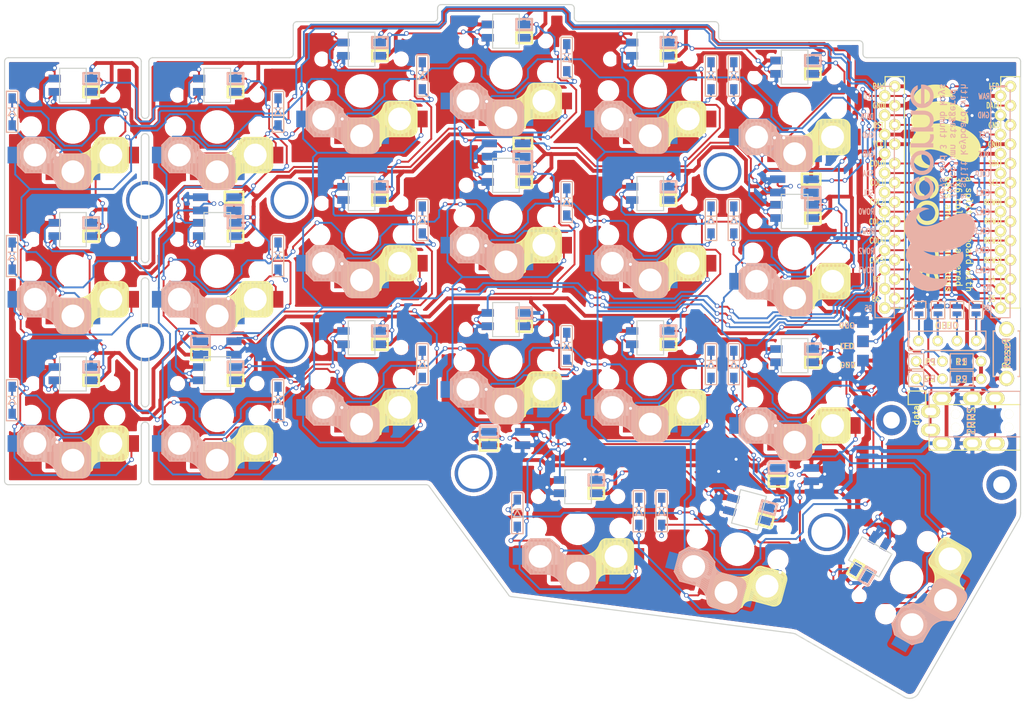
<source format=kicad_pcb>
(kicad_pcb (version 20171130) (host pcbnew "(5.1.6-0-10_14)")
  (title_block (title "Corne Chocolate") (date 2018-11-17) (rev 2.1) (company foostan))
  (layers (0 F.Cu signal) (31 B.Cu signal hide) (34 B.Paste user hide) (35 F.Paste user hide) (36 B.SilkS user hide) (37 F.SilkS user) (38 B.Mask user hide) (39 F.Mask user) (44 Edge.Cuts user hide))
  (net 0 "")
  (net 1 row0)
  (net 2 "Net-(D1-Pad2)")
  (net 3 row1)
  (net 4 "Net-(D2-Pad2)")
  (net 5 row2)
  (net 6 "Net-(D3-Pad2)")
  (net 7 row3)
  (net 8 "Net-(D4-Pad2)")
  (net 9 "Net-(D5-Pad2)")
  (net 10 "Net-(D6-Pad2)")
  (net 11 "Net-(D7-Pad2)")
  (net 12 "Net-(D8-Pad2)")
  (net 13 "Net-(D9-Pad2)")
  (net 14 "Net-(D10-Pad2)")
  (net 15 "Net-(D11-Pad2)")
  (net 16 "Net-(D12-Pad2)")
  (net 17 "Net-(D13-Pad2)")
  (net 18 "Net-(D14-Pad2)")
  (net 19 "Net-(D15-Pad2)")
  (net 20 "Net-(D16-Pad2)")
  (net 21 "Net-(D17-Pad2)")
  (net 22 "Net-(D18-Pad2)")
  (net 23 "Net-(D19-Pad2)")
  (net 24 "Net-(D20-Pad2)")
  (net 25 "Net-(D21-Pad2)")
  (net 26 GND)
  (net 27 VCC)
  (net 28 col0)
  (net 29 col1)
  (net 30 col2)
  (net 31 col3)
  (net 32 col4)
  (net 33 col5)
  (net 34 LED)
  (net 35 data)
  (net 36 "Net-(L1-Pad3)")
  (net 37 "Net-(L1-Pad1)")
  (net 38 "Net-(L3-Pad3)")
  (net 39 "Net-(L10-Pad1)")
  (net 40 "Net-(L11-Pad1)")
  (net 41 "Net-(L13-Pad1)")
  (net 42 "Net-(L14-Pad3)")
  (net 43 "Net-(L10-Pad3)")
  (net 44 "Net-(L12-Pad1)")
  (net 45 "Net-(L13-Pad3)")
  (net 46 "Net-(L15-Pad3)")
  (net 47 "Net-(L16-Pad3)")
  (net 48 reset)
  (net 49 SCL)
  (net 50 SDA)
  (net 51 "Net-(L5-Pad3)")
  (net 52 "Net-(U1-Pad14)")
  (net 53 "Net-(U1-Pad13)")
  (net 54 "Net-(U1-Pad12)")
  (net 55 "Net-(U1-Pad11)")
  (net 56 "Net-(J2-Pad1)")
  (net 57 "Net-(J2-Pad2)")
  (net 58 "Net-(J2-Pad3)")
  (net 59 "Net-(J2-Pad4)")
  (net 60 "Net-(L2-Pad3)")
  (net 61 "Net-(L3-Pad1)")
  (net 62 "Net-(L11-Pad3)")
  (net 63 "Net-(L14-Pad1)")
  (net 64 "Net-(L12-Pad3)")
  (net 65 "Net-(L17-Pad1)")
  (net 66 "Net-(L18-Pad3)")
  (net 67 "Net-(L19-Pad3)")
  (net 68 "Net-(J1-PadA)")
  (net 69 "Net-(J1-PadB)")
  (net 70 "Net-(U1-Pad24)")
  (net 71 "Net-(L21-Pad3)")
  (net 72 "Net-(L22-Pad3)")
  (net 73 "Net-(L22-Pad1)")
  (net 74 "Net-(L23-Pad3)")
  (net 75 "Net-(L25-Pad1)")
  (net 76 "Net-(L26-Pad1)")
  (module kbd:Choc_Hotswap_1.5u (layer F.Cu) (at 179.75 136.5 240)
    (fp_text reference SW21 hide)
    (fp_text value SW_PUSH hide)
    (pad "" np_thru_hole circle (at -5.5 0 150) (size 1.8 1.8) (drill 1.8) (layers *.Cu *.Mask))
    (pad "" np_thru_hole circle (at 5.5 0 150) (size 1.8 1.8) (drill 1.8) (layers *.Cu *.Mask))
    (pad "" np_thru_hole circle (at 0 0 150) (size 3.4 3.4) (drill 3.4) (layers *.Cu *.Mask))
    (pad "" np_thru_hole circle (at 0 -5.9 150) (size 3 3) (drill 3) (layers *.Cu *.Mask))
    (pad "" np_thru_hole circle (at 5 -3.7 150) (size 3 3) (drill 3) (layers *.Cu *.Mask))
    (pad 2 smd rect (at -2.8 -5.9 240) (size 1.6 2.2) (layers B.Cu B.Paste B.Mask) (net 25 "Net-(D21-Pad2)"))
    (pad 1 smd rect (at 7.8 -3.7 240) (size 1.6 2.2) (layers B.Cu B.Paste B.Mask) (net 33 col5))
    (pad 1 smd rect (at -7.8 -3.7 240) (size 1.6 2.2) (layers F.Cu F.Paste F.Mask) (net 33 col5))
    (pad 2 smd rect (at 2.8 -5.9 240) (size 1.6 2.2) (layers F.Cu F.Paste F.Mask) (net 25 "Net-(D21-Pad2)"))
    (pad "" np_thru_hole circle (at -5 -3.7 330) (size 3 3) (drill 3) (layers *.Cu *.Mask))
    (pad "" np_thru_hole circle (at 5.22 4.2 240) (size 1 1) (drill 1) (layers *.Cu *.Mask))
    (pad "" np_thru_hole circle (at -5.22 4.2 240) (size 1 1) (drill 1) (layers *.Cu *.Mask))
  )
  (module kbd:Choc_Hotswap (layer F.Cu) (at 70 77.125 180)
    (fp_text reference SW1 hide)
    (fp_text value SW_PUSH hide)
    (pad "" np_thru_hole circle (at -5.5 0 90) (size 1.8 1.8) (drill 1.8) (layers *.Cu *.Mask))
    (pad "" np_thru_hole circle (at 5.5 0 90) (size 1.8 1.8) (drill 1.8) (layers *.Cu *.Mask))
    (pad "" np_thru_hole circle (at 0 0 90) (size 3.4 3.4) (drill 3.4) (layers *.Cu *.Mask))
    (pad "" np_thru_hole circle (at 0 -5.9 90) (size 3 3) (drill 3) (layers *.Cu *.Mask))
    (pad "" np_thru_hole circle (at 5 -3.7 90) (size 3 3) (drill 3) (layers *.Cu *.Mask))
    (pad 2 smd rect (at -2.8 -5.9 180) (size 1.6 2.2) (layers B.Cu B.Paste B.Mask) (net 2 "Net-(D1-Pad2)"))
    (pad 1 smd rect (at 7.8 -3.7 180) (size 1.6 2.2) (layers B.Cu B.Paste B.Mask) (net 28 col0))
    (pad 1 smd rect (at -7.9 -3.7 180) (size 1.6 2.2) (layers F.Cu F.Paste F.Mask) (net 28 col0))
    (pad 2 smd rect (at 2.8 -5.9 180) (size 1.6 2.2) (layers F.Cu F.Paste F.Mask) (net 2 "Net-(D1-Pad2)"))
    (pad "" np_thru_hole circle (at -5 -3.7 270) (size 3 3) (drill 3) (layers *.Cu *.Mask))
    (pad "" np_thru_hole circle (at 5.22 4.2 180) (size 1 1) (drill 1) (layers *.Cu *.Mask))
    (pad "" np_thru_hole circle (at -5.22 4.2 180) (size 1 1) (drill 1) (layers *.Cu *.Mask))
  )
  (module kbd:Choc_Hotswap (layer F.Cu) (at 157.5 132.75 165)
    (fp_text reference SW20 hide)
    (fp_text value SW_PUSH hide)
    (pad "" np_thru_hole circle (at -5.5 0 75) (size 1.8 1.8) (drill 1.8) (layers *.Cu *.Mask))
    (pad "" np_thru_hole circle (at 5.5 0 75) (size 1.8 1.8) (drill 1.8) (layers *.Cu *.Mask))
    (pad "" np_thru_hole circle (at 0 0 75) (size 3.4 3.4) (drill 3.4) (layers *.Cu *.Mask))
    (pad "" np_thru_hole circle (at 0 -5.9 75) (size 3 3) (drill 3) (layers *.Cu *.Mask))
    (pad "" np_thru_hole circle (at 5 -3.7 75) (size 3 3) (drill 3) (layers *.Cu *.Mask))
    (pad 2 smd rect (at -2.8 -5.9 165) (size 1.6 2.2) (layers B.Cu B.Paste B.Mask) (net 24 "Net-(D20-Pad2)"))
    (pad 1 smd rect (at 7.8 -3.7 165) (size 1.6 2.2) (layers B.Cu B.Paste B.Mask) (net 32 col4))
    (pad 1 smd rect (at -7.9 -3.7 165) (size 1.6 2.2) (layers F.Cu F.Paste F.Mask) (net 32 col4))
    (pad 2 smd rect (at 2.8 -5.9 165) (size 1.6 2.2) (layers F.Cu F.Paste F.Mask) (net 24 "Net-(D20-Pad2)"))
    (pad "" np_thru_hole circle (at -5 -3.7 255) (size 3 3) (drill 3) (layers *.Cu *.Mask))
    (pad "" np_thru_hole circle (at 5.22 4.2 165) (size 1 1) (drill 1) (layers *.Cu *.Mask))
    (pad "" np_thru_hole circle (at -5.22 4.2 165) (size 1 1) (drill 1) (layers *.Cu *.Mask))
  )
  (module kbd:Choc_Hotswap (layer F.Cu) (at 146 91.375 180)
    (fp_text reference SW11 hide)
    (fp_text value SW_PUSH hide)
    (pad "" np_thru_hole circle (at -5.5 0 90) (size 1.8 1.8) (drill 1.8) (layers *.Cu *.Mask))
    (pad "" np_thru_hole circle (at 5.5 0 90) (size 1.8 1.8) (drill 1.8) (layers *.Cu *.Mask))
    (pad "" np_thru_hole circle (at 0 0 90) (size 3.4 3.4) (drill 3.4) (layers *.Cu *.Mask))
    (pad "" np_thru_hole circle (at 0 -5.9 90) (size 3 3) (drill 3) (layers *.Cu *.Mask))
    (pad "" np_thru_hole circle (at 5 -3.7 90) (size 3 3) (drill 3) (layers *.Cu *.Mask))
    (pad 2 smd rect (at -2.8 -5.9 180) (size 1.6 2.2) (layers B.Cu B.Paste B.Mask) (net 15 "Net-(D11-Pad2)"))
    (pad 1 smd rect (at 7.8 -3.7 180) (size 1.6 2.2) (layers B.Cu B.Paste B.Mask) (net 32 col4))
    (pad 1 smd rect (at -7.9 -3.7 180) (size 1.6 2.2) (layers F.Cu F.Paste F.Mask) (net 32 col4))
    (pad 2 smd rect (at 2.8 -5.9 180) (size 1.6 2.2) (layers F.Cu F.Paste F.Mask) (net 15 "Net-(D11-Pad2)"))
    (pad "" np_thru_hole circle (at -5 -3.7 270) (size 3 3) (drill 3) (layers *.Cu *.Mask))
    (pad "" np_thru_hole circle (at 5.22 4.2 180) (size 1 1) (drill 1) (layers *.Cu *.Mask))
    (pad "" np_thru_hole circle (at -5.22 4.2 180) (size 1 1) (drill 1) (layers *.Cu *.Mask))
  )
  (module kbd:Choc_Hotswap (layer F.Cu) (at 165 112.75 180)
    (fp_text reference SW18 hide)
    (fp_text value SW_PUSH hide)
    (pad "" np_thru_hole circle (at -5.5 0 90) (size 1.8 1.8) (drill 1.8) (layers *.Cu *.Mask))
    (pad "" np_thru_hole circle (at 5.5 0 90) (size 1.8 1.8) (drill 1.8) (layers *.Cu *.Mask))
    (pad "" np_thru_hole circle (at 0 0 90) (size 3.4 3.4) (drill 3.4) (layers *.Cu *.Mask))
    (pad "" np_thru_hole circle (at 0 -5.9 90) (size 3 3) (drill 3) (layers *.Cu *.Mask))
    (pad "" np_thru_hole circle (at 5 -3.7 90) (size 3 3) (drill 3) (layers *.Cu *.Mask))
    (pad 2 smd rect (at -2.8 -5.9 180) (size 1.6 2.2) (layers B.Cu B.Paste B.Mask) (net 22 "Net-(D18-Pad2)"))
    (pad 1 smd rect (at 7.8 -3.7 180) (size 1.6 2.2) (layers B.Cu B.Paste B.Mask) (net 33 col5))
    (pad 1 smd rect (at -7.9 -3.7 180) (size 1.6 2.2) (layers F.Cu F.Paste F.Mask) (net 33 col5))
    (pad 2 smd rect (at 2.8 -5.9 180) (size 1.6 2.2) (layers F.Cu F.Paste F.Mask) (net 22 "Net-(D18-Pad2)"))
    (pad "" np_thru_hole circle (at -5 -3.7 270) (size 3 3) (drill 3) (layers *.Cu *.Mask))
    (pad "" np_thru_hole circle (at 5.22 4.2 180) (size 1 1) (drill 1) (layers *.Cu *.Mask))
    (pad "" np_thru_hole circle (at -5.22 4.2 180) (size 1 1) (drill 1) (layers *.Cu *.Mask))
  )
  (module kbd:Choc_Hotswap (layer F.Cu) (at 165 93.75 180)
    (fp_text reference SW12 hide)
    (fp_text value SW_PUSH hide)
    (pad "" np_thru_hole circle (at -5.5 0 90) (size 1.8 1.8) (drill 1.8) (layers *.Cu *.Mask))
    (pad "" np_thru_hole circle (at 5.5 0 90) (size 1.8 1.8) (drill 1.8) (layers *.Cu *.Mask))
    (pad "" np_thru_hole circle (at 0 0 90) (size 3.4 3.4) (drill 3.4) (layers *.Cu *.Mask))
    (pad "" np_thru_hole circle (at 0 -5.9 90) (size 3 3) (drill 3) (layers *.Cu *.Mask))
    (pad "" np_thru_hole circle (at 5 -3.7 90) (size 3 3) (drill 3) (layers *.Cu *.Mask))
    (pad 2 smd rect (at -2.8 -5.9 180) (size 1.6 2.2) (layers B.Cu B.Paste B.Mask) (net 16 "Net-(D12-Pad2)"))
    (pad 1 smd rect (at 7.8 -3.7 180) (size 1.6 2.2) (layers B.Cu B.Paste B.Mask) (net 33 col5))
    (pad 1 smd rect (at -7.9 -3.7 180) (size 1.6 2.2) (layers F.Cu F.Paste F.Mask) (net 33 col5))
    (pad 2 smd rect (at 2.8 -5.9 180) (size 1.6 2.2) (layers F.Cu F.Paste F.Mask) (net 16 "Net-(D12-Pad2)"))
    (pad "" np_thru_hole circle (at -5 -3.7 270) (size 3 3) (drill 3) (layers *.Cu *.Mask))
    (pad "" np_thru_hole circle (at 5.22 4.2 180) (size 1 1) (drill 1) (layers *.Cu *.Mask))
    (pad "" np_thru_hole circle (at -5.22 4.2 180) (size 1 1) (drill 1) (layers *.Cu *.Mask))
  )
  (module kbd:Choc_Hotswap (layer F.Cu) (at 165 74.75 180)
    (fp_text reference SW6 hide)
    (fp_text value SW_PUSH hide)
    (pad "" np_thru_hole circle (at -5.5 0 90) (size 1.8 1.8) (drill 1.8) (layers *.Cu *.Mask))
    (pad "" np_thru_hole circle (at 5.5 0 90) (size 1.8 1.8) (drill 1.8) (layers *.Cu *.Mask))
    (pad "" np_thru_hole circle (at 0 0 90) (size 3.4 3.4) (drill 3.4) (layers *.Cu *.Mask))
    (pad "" np_thru_hole circle (at 0 -5.9 90) (size 3 3) (drill 3) (layers *.Cu *.Mask))
    (pad "" np_thru_hole circle (at 5 -3.7 90) (size 3 3) (drill 3) (layers *.Cu *.Mask))
    (pad 2 smd rect (at -2.8 -5.9 180) (size 1.6 2.2) (layers B.Cu B.Paste B.Mask) (net 10 "Net-(D6-Pad2)"))
    (pad 1 smd rect (at 7.8 -3.7 180) (size 1.6 2.2) (layers B.Cu B.Paste B.Mask) (net 33 col5))
    (pad 1 smd rect (at -7.9 -3.7 180) (size 1.6 2.2) (layers F.Cu F.Paste F.Mask) (net 33 col5))
    (pad 2 smd rect (at 2.8 -5.9 180) (size 1.6 2.2) (layers F.Cu F.Paste F.Mask) (net 10 "Net-(D6-Pad2)"))
    (pad "" np_thru_hole circle (at -5 -3.7 270) (size 3 3) (drill 3) (layers *.Cu *.Mask))
    (pad "" np_thru_hole circle (at 5.22 4.2 180) (size 1 1) (drill 1) (layers *.Cu *.Mask))
    (pad "" np_thru_hole circle (at -5.22 4.2 180) (size 1 1) (drill 1) (layers *.Cu *.Mask))
  )
  (module kbd:Choc_Hotswap (layer F.Cu) (at 146 72.375 180)
    (fp_text reference SW5 hide)
    (fp_text value SW_PUSH hide)
    (pad "" np_thru_hole circle (at -5.5 0 90) (size 1.8 1.8) (drill 1.8) (layers *.Cu *.Mask))
    (pad "" np_thru_hole circle (at 5.5 0 90) (size 1.8 1.8) (drill 1.8) (layers *.Cu *.Mask))
    (pad "" np_thru_hole circle (at 0 0 90) (size 3.4 3.4) (drill 3.4) (layers *.Cu *.Mask))
    (pad "" np_thru_hole circle (at 0 -5.9 90) (size 3 3) (drill 3) (layers *.Cu *.Mask))
    (pad "" np_thru_hole circle (at 5 -3.7 90) (size 3 3) (drill 3) (layers *.Cu *.Mask))
    (pad 2 smd rect (at -2.8 -5.9 180) (size 1.6 2.2) (layers B.Cu B.Paste B.Mask) (net 9 "Net-(D5-Pad2)"))
    (pad 1 smd rect (at 7.8 -3.7 180) (size 1.6 2.2) (layers B.Cu B.Paste B.Mask) (net 32 col4))
    (pad 1 smd rect (at -7.9 -3.7 180) (size 1.6 2.2) (layers F.Cu F.Paste F.Mask) (net 32 col4))
    (pad 2 smd rect (at 2.8 -5.9 180) (size 1.6 2.2) (layers F.Cu F.Paste F.Mask) (net 9 "Net-(D5-Pad2)"))
    (pad "" np_thru_hole circle (at -5 -3.7 270) (size 3 3) (drill 3) (layers *.Cu *.Mask))
    (pad "" np_thru_hole circle (at 5.22 4.2 180) (size 1 1) (drill 1) (layers *.Cu *.Mask))
    (pad "" np_thru_hole circle (at -5.22 4.2 180) (size 1 1) (drill 1) (layers *.Cu *.Mask))
  )
  (module kbd:Choc_Hotswap (layer F.Cu) (at 108 110.375 180)
    (fp_text reference SW15 hide)
    (fp_text value SW_PUSH hide)
    (pad "" np_thru_hole circle (at -5.5 0 90) (size 1.8 1.8) (drill 1.8) (layers *.Cu *.Mask))
    (pad "" np_thru_hole circle (at 5.5 0 90) (size 1.8 1.8) (drill 1.8) (layers *.Cu *.Mask))
    (pad "" np_thru_hole circle (at 0 0 90) (size 3.4 3.4) (drill 3.4) (layers *.Cu *.Mask))
    (pad "" np_thru_hole circle (at 0 -5.9 90) (size 3 3) (drill 3) (layers *.Cu *.Mask))
    (pad "" np_thru_hole circle (at 5 -3.7 90) (size 3 3) (drill 3) (layers *.Cu *.Mask))
    (pad 2 smd rect (at -2.8 -5.9 180) (size 1.6 2.2) (layers B.Cu B.Paste B.Mask) (net 19 "Net-(D15-Pad2)"))
    (pad 1 smd rect (at 7.8 -3.7 180) (size 1.6 2.2) (layers B.Cu B.Paste B.Mask) (net 30 col2))
    (pad 1 smd rect (at -7.9 -3.7 180) (size 1.6 2.2) (layers F.Cu F.Paste F.Mask) (net 30 col2))
    (pad 2 smd rect (at 2.8 -5.9 180) (size 1.6 2.2) (layers F.Cu F.Paste F.Mask) (net 19 "Net-(D15-Pad2)"))
    (pad "" np_thru_hole circle (at -5 -3.7 270) (size 3 3) (drill 3) (layers *.Cu *.Mask))
    (pad "" np_thru_hole circle (at 5.22 4.2 180) (size 1 1) (drill 1) (layers *.Cu *.Mask))
    (pad "" np_thru_hole circle (at -5.22 4.2 180) (size 1 1) (drill 1) (layers *.Cu *.Mask))
  )
  (module kbd:Choc_Hotswap (layer F.Cu) (at 127 89 180)
    (fp_text reference SW10 hide)
    (fp_text value SW_PUSH hide)
    (pad "" np_thru_hole circle (at -5.5 0 90) (size 1.8 1.8) (drill 1.8) (layers *.Cu *.Mask))
    (pad "" np_thru_hole circle (at 5.5 0 90) (size 1.8 1.8) (drill 1.8) (layers *.Cu *.Mask))
    (pad "" np_thru_hole circle (at 0 0 90) (size 3.4 3.4) (drill 3.4) (layers *.Cu *.Mask))
    (pad "" np_thru_hole circle (at 0 -5.9 90) (size 3 3) (drill 3) (layers *.Cu *.Mask))
    (pad "" np_thru_hole circle (at 5 -3.7 90) (size 3 3) (drill 3) (layers *.Cu *.Mask))
    (pad 2 smd rect (at -2.8 -5.9 180) (size 1.6 2.2) (layers B.Cu B.Paste B.Mask) (net 14 "Net-(D10-Pad2)"))
    (pad 1 smd rect (at 7.8 -3.7 180) (size 1.6 2.2) (layers B.Cu B.Paste B.Mask) (net 31 col3))
    (pad 1 smd rect (at -7.9 -3.7 180) (size 1.6 2.2) (layers F.Cu F.Paste F.Mask) (net 31 col3))
    (pad 2 smd rect (at 2.8 -5.9 180) (size 1.6 2.2) (layers F.Cu F.Paste F.Mask) (net 14 "Net-(D10-Pad2)"))
    (pad "" np_thru_hole circle (at -5 -3.7 270) (size 3 3) (drill 3) (layers *.Cu *.Mask))
    (pad "" np_thru_hole circle (at 5.22 4.2 180) (size 1 1) (drill 1) (layers *.Cu *.Mask))
    (pad "" np_thru_hole circle (at -5.22 4.2 180) (size 1 1) (drill 1) (layers *.Cu *.Mask))
  )
  (module kbd:Choc_Hotswap (layer F.Cu) (at 108 72.375 180)
    (fp_text reference SW3 hide)
    (fp_text value SW_PUSH hide)
    (pad "" np_thru_hole circle (at -5.5 0 90) (size 1.8 1.8) (drill 1.8) (layers *.Cu *.Mask))
    (pad "" np_thru_hole circle (at 5.5 0 90) (size 1.8 1.8) (drill 1.8) (layers *.Cu *.Mask))
    (pad "" np_thru_hole circle (at 0 0 90) (size 3.4 3.4) (drill 3.4) (layers *.Cu *.Mask))
    (pad "" np_thru_hole circle (at 0 -5.9 90) (size 3 3) (drill 3) (layers *.Cu *.Mask))
    (pad "" np_thru_hole circle (at 5 -3.7 90) (size 3 3) (drill 3) (layers *.Cu *.Mask))
    (pad 2 smd rect (at -2.8 -5.9 180) (size 1.6 2.2) (layers B.Cu B.Paste B.Mask) (net 6 "Net-(D3-Pad2)"))
    (pad 1 smd rect (at 7.8 -3.7 180) (size 1.6 2.2) (layers B.Cu B.Paste B.Mask) (net 30 col2))
    (pad 1 smd rect (at -7.9 -3.7 180) (size 1.6 2.2) (layers F.Cu F.Paste F.Mask) (net 30 col2))
    (pad 2 smd rect (at 2.8 -5.9 180) (size 1.6 2.2) (layers F.Cu F.Paste F.Mask) (net 6 "Net-(D3-Pad2)"))
    (pad "" np_thru_hole circle (at -5 -3.7 270) (size 3 3) (drill 3) (layers *.Cu *.Mask))
    (pad "" np_thru_hole circle (at 5.22 4.2 180) (size 1 1) (drill 1) (layers *.Cu *.Mask))
    (pad "" np_thru_hole circle (at -5.22 4.2 180) (size 1 1) (drill 1) (layers *.Cu *.Mask))
  )
  (module kbd:Choc_Hotswap (layer F.Cu) (at 89 115.125 180)
    (fp_text reference SW14 hide)
    (fp_text value SW_PUSH hide)
    (pad "" np_thru_hole circle (at -5.5 0 90) (size 1.8 1.8) (drill 1.8) (layers *.Cu *.Mask))
    (pad "" np_thru_hole circle (at 5.5 0 90) (size 1.8 1.8) (drill 1.8) (layers *.Cu *.Mask))
    (pad "" np_thru_hole circle (at 0 0 90) (size 3.4 3.4) (drill 3.4) (layers *.Cu *.Mask))
    (pad "" np_thru_hole circle (at 0 -5.9 90) (size 3 3) (drill 3) (layers *.Cu *.Mask))
    (pad "" np_thru_hole circle (at 5 -3.7 90) (size 3 3) (drill 3) (layers *.Cu *.Mask))
    (pad 2 smd rect (at -2.8 -5.9 180) (size 1.6 2.2) (layers B.Cu B.Paste B.Mask) (net 18 "Net-(D14-Pad2)"))
    (pad 1 smd rect (at 7.8 -3.7 180) (size 1.6 2.2) (layers B.Cu B.Paste B.Mask) (net 29 col1))
    (pad 1 smd rect (at -7.9 -3.7 180) (size 1.6 2.2) (layers F.Cu F.Paste F.Mask) (net 29 col1))
    (pad 2 smd rect (at 2.8 -5.9 180) (size 1.6 2.2) (layers F.Cu F.Paste F.Mask) (net 18 "Net-(D14-Pad2)"))
    (pad "" np_thru_hole circle (at -5 -3.7 270) (size 3 3) (drill 3) (layers *.Cu *.Mask))
    (pad "" np_thru_hole circle (at 5.22 4.2 180) (size 1 1) (drill 1) (layers *.Cu *.Mask))
    (pad "" np_thru_hole circle (at -5.22 4.2 180) (size 1 1) (drill 1) (layers *.Cu *.Mask))
  )
  (module kbd:Choc_Hotswap (layer F.Cu) (at 89 77.125 180)
    (fp_text reference SW2 hide)
    (fp_text value SW_PUSH hide)
    (pad "" np_thru_hole circle (at -5.5 0 90) (size 1.8 1.8) (drill 1.8) (layers *.Cu *.Mask))
    (pad "" np_thru_hole circle (at 5.5 0 90) (size 1.8 1.8) (drill 1.8) (layers *.Cu *.Mask))
    (pad "" np_thru_hole circle (at 0 0 90) (size 3.4 3.4) (drill 3.4) (layers *.Cu *.Mask))
    (pad "" np_thru_hole circle (at 0 -5.9 90) (size 3 3) (drill 3) (layers *.Cu *.Mask))
    (pad "" np_thru_hole circle (at 5 -3.7 90) (size 3 3) (drill 3) (layers *.Cu *.Mask))
    (pad 2 smd rect (at -2.8 -5.9 180) (size 1.6 2.2) (layers B.Cu B.Paste B.Mask) (net 4 "Net-(D2-Pad2)"))
    (pad 1 smd rect (at 7.8 -3.7 180) (size 1.6 2.2) (layers B.Cu B.Paste B.Mask) (net 29 col1))
    (pad 1 smd rect (at -7.9 -3.7 180) (size 1.6 2.2) (layers F.Cu F.Paste F.Mask) (net 29 col1))
    (pad 2 smd rect (at 2.8 -5.9 180) (size 1.6 2.2) (layers F.Cu F.Paste F.Mask) (net 4 "Net-(D2-Pad2)"))
    (pad "" np_thru_hole circle (at -5 -3.7 270) (size 3 3) (drill 3) (layers *.Cu *.Mask))
    (pad "" np_thru_hole circle (at 5.22 4.2 180) (size 1 1) (drill 1) (layers *.Cu *.Mask))
    (pad "" np_thru_hole circle (at -5.22 4.2 180) (size 1 1) (drill 1) (layers *.Cu *.Mask))
  )
  (module kbd:Choc_Hotswap (layer F.Cu) (at 146 110.375 180)
    (fp_text reference SW17 hide)
    (fp_text value SW_PUSH hide)
    (pad "" np_thru_hole circle (at -5.5 0 90) (size 1.8 1.8) (drill 1.8) (layers *.Cu *.Mask))
    (pad "" np_thru_hole circle (at 5.5 0 90) (size 1.8 1.8) (drill 1.8) (layers *.Cu *.Mask))
    (pad "" np_thru_hole circle (at 0 0 90) (size 3.4 3.4) (drill 3.4) (layers *.Cu *.Mask))
    (pad "" np_thru_hole circle (at 0 -5.9 90) (size 3 3) (drill 3) (layers *.Cu *.Mask))
    (pad "" np_thru_hole circle (at 5 -3.7 90) (size 3 3) (drill 3) (layers *.Cu *.Mask))
    (pad 2 smd rect (at -2.8 -5.9 180) (size 1.6 2.2) (layers B.Cu B.Paste B.Mask) (net 21 "Net-(D17-Pad2)"))
    (pad 1 smd rect (at 7.8 -3.7 180) (size 1.6 2.2) (layers B.Cu B.Paste B.Mask) (net 32 col4))
    (pad 1 smd rect (at -7.9 -3.7 180) (size 1.6 2.2) (layers F.Cu F.Paste F.Mask) (net 32 col4))
    (pad 2 smd rect (at 2.8 -5.9 180) (size 1.6 2.2) (layers F.Cu F.Paste F.Mask) (net 21 "Net-(D17-Pad2)"))
    (pad "" np_thru_hole circle (at -5 -3.7 270) (size 3 3) (drill 3) (layers *.Cu *.Mask))
    (pad "" np_thru_hole circle (at 5.22 4.2 180) (size 1 1) (drill 1) (layers *.Cu *.Mask))
    (pad "" np_thru_hole circle (at -5.22 4.2 180) (size 1 1) (drill 1) (layers *.Cu *.Mask))
  )
  (module kbd:Choc_Hotswap (layer F.Cu) (at 127 70 180)
    (fp_text reference SW4 hide)
    (fp_text value SW_PUSH hide)
    (pad "" np_thru_hole circle (at -5.5 0 90) (size 1.8 1.8) (drill 1.8) (layers *.Cu *.Mask))
    (pad "" np_thru_hole circle (at 5.5 0 90) (size 1.8 1.8) (drill 1.8) (layers *.Cu *.Mask))
    (pad "" np_thru_hole circle (at 0 0 90) (size 3.4 3.4) (drill 3.4) (layers *.Cu *.Mask))
    (pad "" np_thru_hole circle (at 0 -5.9 90) (size 3 3) (drill 3) (layers *.Cu *.Mask))
    (pad "" np_thru_hole circle (at 5 -3.7 90) (size 3 3) (drill 3) (layers *.Cu *.Mask))
    (pad 2 smd rect (at -2.8 -5.9 180) (size 1.6 2.2) (layers B.Cu B.Paste B.Mask) (net 8 "Net-(D4-Pad2)"))
    (pad 1 smd rect (at 7.8 -3.7 180) (size 1.6 2.2) (layers B.Cu B.Paste B.Mask) (net 31 col3))
    (pad 1 smd rect (at -7.9 -3.7 180) (size 1.6 2.2) (layers F.Cu F.Paste F.Mask) (net 31 col3))
    (pad 2 smd rect (at 2.8 -5.9 180) (size 1.6 2.2) (layers F.Cu F.Paste F.Mask) (net 8 "Net-(D4-Pad2)"))
    (pad "" np_thru_hole circle (at -5 -3.7 270) (size 3 3) (drill 3) (layers *.Cu *.Mask))
    (pad "" np_thru_hole circle (at 5.22 4.2 180) (size 1 1) (drill 1) (layers *.Cu *.Mask))
    (pad "" np_thru_hole circle (at -5.22 4.2 180) (size 1 1) (drill 1) (layers *.Cu *.Mask))
  )
  (module kbd:Choc_Hotswap (layer F.Cu) (at 127 108 180)
    (fp_text reference SW16 hide)
    (fp_text value SW_PUSH hide)
    (pad "" np_thru_hole circle (at -5.5 0 90) (size 1.8 1.8) (drill 1.8) (layers *.Cu *.Mask))
    (pad "" np_thru_hole circle (at 5.5 0 90) (size 1.8 1.8) (drill 1.8) (layers *.Cu *.Mask))
    (pad "" np_thru_hole circle (at 0 0 90) (size 3.4 3.4) (drill 3.4) (layers *.Cu *.Mask))
    (pad "" np_thru_hole circle (at 0 -5.9 90) (size 3 3) (drill 3) (layers *.Cu *.Mask))
    (pad "" np_thru_hole circle (at 5 -3.7 90) (size 3 3) (drill 3) (layers *.Cu *.Mask))
    (pad 2 smd rect (at -2.8 -5.9 180) (size 1.6 2.2) (layers B.Cu B.Paste B.Mask) (net 20 "Net-(D16-Pad2)"))
    (pad 1 smd rect (at 7.8 -3.7 180) (size 1.6 2.2) (layers B.Cu B.Paste B.Mask) (net 31 col3))
    (pad 1 smd rect (at -7.9 -3.7 180) (size 1.6 2.2) (layers F.Cu F.Paste F.Mask) (net 31 col3))
    (pad 2 smd rect (at 2.8 -5.9 180) (size 1.6 2.2) (layers F.Cu F.Paste F.Mask) (net 20 "Net-(D16-Pad2)"))
    (pad "" np_thru_hole circle (at -5 -3.7 270) (size 3 3) (drill 3) (layers *.Cu *.Mask))
    (pad "" np_thru_hole circle (at 5.22 4.2 180) (size 1 1) (drill 1) (layers *.Cu *.Mask))
    (pad "" np_thru_hole circle (at -5.22 4.2 180) (size 1 1) (drill 1) (layers *.Cu *.Mask))
  )
  (module kbd:Choc_Hotswap (layer F.Cu) (at 136.5 130 180)
    (fp_text reference SW19 hide)
    (fp_text value SW_PUSH hide)
    (pad "" np_thru_hole circle (at -5.5 0 90) (size 1.8 1.8) (drill 1.8) (layers *.Cu *.Mask))
    (pad "" np_thru_hole circle (at 5.5 0 90) (size 1.8 1.8) (drill 1.8) (layers *.Cu *.Mask))
    (pad "" np_thru_hole circle (at 0 0 90) (size 3.4 3.4) (drill 3.4) (layers *.Cu *.Mask))
    (pad "" np_thru_hole circle (at 0 -5.9 90) (size 3 3) (drill 3) (layers *.Cu *.Mask))
    (pad "" np_thru_hole circle (at 5 -3.7 90) (size 3 3) (drill 3) (layers *.Cu *.Mask))
    (pad 2 smd rect (at -2.8 -5.9 180) (size 1.6 2.2) (layers B.Cu B.Paste B.Mask) (net 23 "Net-(D19-Pad2)"))
    (pad 1 smd rect (at 7.8 -3.7 180) (size 1.6 2.2) (layers B.Cu B.Paste B.Mask) (net 31 col3))
    (pad 1 smd rect (at -7.9 -3.7 180) (size 1.6 2.2) (layers F.Cu F.Paste F.Mask) (net 31 col3))
    (pad 2 smd rect (at 2.8 -5.9 180) (size 1.6 2.2) (layers F.Cu F.Paste F.Mask) (net 23 "Net-(D19-Pad2)"))
    (pad "" np_thru_hole circle (at -5 -3.7 270) (size 3 3) (drill 3) (layers *.Cu *.Mask))
    (pad "" np_thru_hole circle (at 5.22 4.2 180) (size 1 1) (drill 1) (layers *.Cu *.Mask))
    (pad "" np_thru_hole circle (at -5.22 4.2 180) (size 1 1) (drill 1) (layers *.Cu *.Mask))
  )
  (module kbd:Choc_Hotswap (layer F.Cu) (at 70 115.125 180)
    (fp_text reference SW13 hide)
    (fp_text value SW_PUSH hide)
    (pad "" np_thru_hole circle (at -5.5 0 90) (size 1.8 1.8) (drill 1.8) (layers *.Cu *.Mask))
    (pad "" np_thru_hole circle (at 5.5 0 90) (size 1.8 1.8) (drill 1.8) (layers *.Cu *.Mask))
    (pad "" np_thru_hole circle (at 0 0 90) (size 3.4 3.4) (drill 3.4) (layers *.Cu *.Mask))
    (pad "" np_thru_hole circle (at 0 -5.9 90) (size 3 3) (drill 3) (layers *.Cu *.Mask))
    (pad "" np_thru_hole circle (at 5 -3.7 90) (size 3 3) (drill 3) (layers *.Cu *.Mask))
    (pad 2 smd rect (at -2.8 -5.9 180) (size 1.6 2.2) (layers B.Cu B.Paste B.Mask) (net 17 "Net-(D13-Pad2)"))
    (pad 1 smd rect (at 7.8 -3.7 180) (size 1.6 2.2) (layers B.Cu B.Paste B.Mask) (net 28 col0))
    (pad 1 smd rect (at -7.9 -3.7 180) (size 1.6 2.2) (layers F.Cu F.Paste F.Mask) (net 28 col0))
    (pad 2 smd rect (at 2.8 -5.9 180) (size 1.6 2.2) (layers F.Cu F.Paste F.Mask) (net 17 "Net-(D13-Pad2)"))
    (pad "" np_thru_hole circle (at -5 -3.7 270) (size 3 3) (drill 3) (layers *.Cu *.Mask))
    (pad "" np_thru_hole circle (at 5.22 4.2 180) (size 1 1) (drill 1) (layers *.Cu *.Mask))
    (pad "" np_thru_hole circle (at -5.22 4.2 180) (size 1 1) (drill 1) (layers *.Cu *.Mask))
  )
  (module kbd:Choc_Hotswap (layer F.Cu) (at 108 91.375 180)
    (fp_text reference SW9 hide)
    (fp_text value SW_PUSH hide)
    (pad "" np_thru_hole circle (at -5.5 0 90) (size 1.8 1.8) (drill 1.8) (layers *.Cu *.Mask))
    (pad "" np_thru_hole circle (at 5.5 0 90) (size 1.8 1.8) (drill 1.8) (layers *.Cu *.Mask))
    (pad "" np_thru_hole circle (at 0 0 90) (size 3.4 3.4) (drill 3.4) (layers *.Cu *.Mask))
    (pad "" np_thru_hole circle (at 0 -5.9 90) (size 3 3) (drill 3) (layers *.Cu *.Mask))
    (pad "" np_thru_hole circle (at 5 -3.7 90) (size 3 3) (drill 3) (layers *.Cu *.Mask))
    (pad 2 smd rect (at -2.8 -5.9 180) (size 1.6 2.2) (layers B.Cu B.Paste B.Mask) (net 13 "Net-(D9-Pad2)"))
    (pad 1 smd rect (at 7.8 -3.7 180) (size 1.6 2.2) (layers B.Cu B.Paste B.Mask) (net 30 col2))
    (pad 1 smd rect (at -7.9 -3.7 180) (size 1.6 2.2) (layers F.Cu F.Paste F.Mask) (net 30 col2))
    (pad 2 smd rect (at 2.8 -5.9 180) (size 1.6 2.2) (layers F.Cu F.Paste F.Mask) (net 13 "Net-(D9-Pad2)"))
    (pad "" np_thru_hole circle (at -5 -3.7 270) (size 3 3) (drill 3) (layers *.Cu *.Mask))
    (pad "" np_thru_hole circle (at 5.22 4.2 180) (size 1 1) (drill 1) (layers *.Cu *.Mask))
    (pad "" np_thru_hole circle (at -5.22 4.2 180) (size 1 1) (drill 1) (layers *.Cu *.Mask))
  )
  (module kbd:Choc_Hotswap (layer F.Cu) (at 89 96.125 180)
    (fp_text reference SW8 hide)
    (fp_text value SW_PUSH hide)
    (pad "" np_thru_hole circle (at -5.5 0 90) (size 1.8 1.8) (drill 1.8) (layers *.Cu *.Mask))
    (pad "" np_thru_hole circle (at 5.5 0 90) (size 1.8 1.8) (drill 1.8) (layers *.Cu *.Mask))
    (pad "" np_thru_hole circle (at 0 0 90) (size 3.4 3.4) (drill 3.4) (layers *.Cu *.Mask))
    (pad "" np_thru_hole circle (at 0 -5.9 90) (size 3 3) (drill 3) (layers *.Cu *.Mask))
    (pad "" np_thru_hole circle (at 5 -3.7 90) (size 3 3) (drill 3) (layers *.Cu *.Mask))
    (pad 2 smd rect (at -2.8 -5.9 180) (size 1.6 2.2) (layers B.Cu B.Paste B.Mask) (net 12 "Net-(D8-Pad2)"))
    (pad 1 smd rect (at 7.8 -3.7 180) (size 1.6 2.2) (layers B.Cu B.Paste B.Mask) (net 29 col1))
    (pad 1 smd rect (at -7.9 -3.7 180) (size 1.6 2.2) (layers F.Cu F.Paste F.Mask) (net 29 col1))
    (pad 2 smd rect (at 2.8 -5.9 180) (size 1.6 2.2) (layers F.Cu F.Paste F.Mask) (net 12 "Net-(D8-Pad2)"))
    (pad "" np_thru_hole circle (at -5 -3.7 270) (size 3 3) (drill 3) (layers *.Cu *.Mask))
    (pad "" np_thru_hole circle (at 5.22 4.2 180) (size 1 1) (drill 1) (layers *.Cu *.Mask))
    (pad "" np_thru_hole circle (at -5.22 4.2 180) (size 1 1) (drill 1) (layers *.Cu *.Mask))
  )
  (module kbd:Choc_Hotswap (layer F.Cu) (at 70 96.125 180)
    (fp_text reference SW7 hide)
    (fp_text value SW_PUSH hide)
    (pad "" np_thru_hole circle (at -5.5 0 90) (size 1.8 1.8) (drill 1.8) (layers *.Cu *.Mask))
    (pad "" np_thru_hole circle (at 5.5 0 90) (size 1.8 1.8) (drill 1.8) (layers *.Cu *.Mask))
    (pad "" np_thru_hole circle (at 0 0 90) (size 3.4 3.4) (drill 3.4) (layers *.Cu *.Mask))
    (pad "" np_thru_hole circle (at 0 -5.9 90) (size 3 3) (drill 3) (layers *.Cu *.Mask))
    (pad "" np_thru_hole circle (at 5 -3.7 90) (size 3 3) (drill 3) (layers *.Cu *.Mask))
    (pad 2 smd rect (at -2.8 -5.9 180) (size 1.6 2.2) (layers B.Cu B.Paste B.Mask) (net 11 "Net-(D7-Pad2)"))
    (pad 1 smd rect (at 7.8 -3.7 180) (size 1.6 2.2) (layers B.Cu B.Paste B.Mask) (net 28 col0))
    (pad 1 smd rect (at -7.9 -3.7 180) (size 1.6 2.2) (layers F.Cu F.Paste F.Mask) (net 28 col0))
    (pad 2 smd rect (at 2.8 -5.9 180) (size 1.6 2.2) (layers F.Cu F.Paste F.Mask) (net 11 "Net-(D7-Pad2)"))
    (pad "" np_thru_hole circle (at -5 -3.7 270) (size 3 3) (drill 3) (layers *.Cu *.Mask))
    (pad "" np_thru_hole circle (at 5.22 4.2 180) (size 1 1) (drill 1) (layers *.Cu *.Mask))
    (pad "" np_thru_hole circle (at -5.22 4.2 180) (size 1 1) (drill 1) (layers *.Cu *.Mask))
  )
  (module kbd:MJ-4PP-9 (layer F.Cu) (at 194.7 116.7 270)
    (fp_text reference TRRS (at -0.889 6.4135 270) (layer F.SilkS))
    (fp_text value MJ-4PP-9 hide)
    (fp_text user TRRS (at -0.8255 6.4135 270) (layer B.SilkS) (effects (justify mirror)))
    (pad "" np_thru_hole circle (at -1.75 8.5 270) (size 1.2 1.2) (drill 1.2) (layers *.Cu *.Mask F.SilkS))
    (pad "" np_thru_hole circle (at -1.75 1.5 270) (size 1.2 1.2) (drill 1.2) (layers *.Cu *.Mask F.SilkS))
    (pad D thru_hole oval (at -3.85 10.3 270) (size 1.7 2.5) (drill oval 1 1.5) (layers *.Cu *.Mask F.SilkS) (net 27 VCC) (clearance 0.15))
    (pad A thru_hole oval (at 0.35 11.8 270) (size 1.7 2.5) (drill oval 1 1.5) (layers *.Cu *.Mask F.SilkS) (net 68 "Net-(J1-PadA)") (clearance 0.15))
    (pad B thru_hole oval (at -3.85 3.3 270) (size 1.7 2.5) (drill oval 1 1.5) (layers *.Cu *.Mask F.SilkS) (net 69 "Net-(J1-PadB)"))
    (pad C thru_hole oval (at -3.85 6.3 270) (size 1.7 2.5) (drill oval 1 1.5) (layers *.Cu *.Mask F.SilkS) (net 26 GND))
    (pad "" np_thru_hole circle (at 0 1.5 270) (size 1.2 1.2) (drill 1.2) (layers *.Cu *.Mask F.SilkS))
    (pad "" np_thru_hole circle (at 0 8.5 270) (size 1.2 1.2) (drill 1.2) (layers *.Cu *.Mask F.SilkS))
    (pad B thru_hole oval (at 2.1 3.3 270) (size 1.7 2.5) (drill oval 1 1.5) (layers *.Cu *.Mask F.SilkS) (net 69 "Net-(J1-PadB)"))
    (pad C thru_hole oval (at 2.1 6.3 270) (size 1.7 2.5) (drill oval 1 1.5) (layers *.Cu *.Mask F.SilkS) (net 26 GND))
    (pad D thru_hole oval (at 2.1 10.3 270) (size 1.7 2.5) (drill oval 1 1.5) (layers *.Cu *.Mask F.SilkS) (net 27 VCC) (clearance 0.15))
    (pad A thru_hole oval (at -2.1 11.8 270) (size 1.7 2.5) (drill oval 1 1.5) (layers *.Cu *.Mask F.SilkS) (net 68 "Net-(J1-PadA)") (clearance 0.15))
  )
  (module kbd:SK6812MINI_underglow_rev (layer F.Cu) (at 165.01 122.92 180)
    (fp_text reference L27 hide)
    (fp_text value SK6812MINI hide)
    (pad 4 smd rect (at 2.2 -0.875 180) (size 2 1) (layers F.Cu F.Paste F.Mask) (net 27 VCC))
    (pad 3 smd rect (at 2.2 0.875 180) (size 2 1) (layers F.Cu F.Paste F.Mask) (net 76 "Net-(L26-Pad1)"))
    (pad 1 smd rect (at -2.2 -0.875 180) (size 2 1) (layers F.Cu F.Paste F.Mask) (net 71 "Net-(L21-Pad3)"))
    (pad 2 smd rect (at -2.2 0.875 180) (size 2 1) (layers F.Cu F.Paste F.Mask) (net 26 GND))
    (pad 3 smd rect (at 2.2 -0.875 180) (size 2 1) (layers B.Cu B.Paste B.Mask) (net 76 "Net-(L26-Pad1)"))
    (pad 4 smd rect (at 2.2 0.875 180) (size 2 1) (layers B.Cu B.Paste B.Mask) (net 27 VCC))
    (pad 1 smd rect (at -2.2 0.875 180) (size 2 1) (layers B.Cu B.Paste B.Mask) (net 71 "Net-(L21-Pad3)"))
    (pad 2 smd rect (at -2.2 -0.875 180) (size 2 1) (layers B.Cu B.Paste B.Mask) (net 26 GND))
  )
  (module kbd:SK6812MINI_underglow_rev (layer F.Cu) (at 164.97 84.88)
    (fp_text reference L24 hide)
    (fp_text value SK6812MINI hide)
    (pad 4 smd rect (at 2.2 -0.875) (size 2 1) (layers F.Cu F.Paste F.Mask) (net 27 VCC))
    (pad 3 smd rect (at 2.2 0.875) (size 2 1) (layers F.Cu F.Paste F.Mask) (net 34 LED))
    (pad 1 smd rect (at -2.2 -0.875) (size 2 1) (layers F.Cu F.Paste F.Mask) (net 74 "Net-(L23-Pad3)"))
    (pad 2 smd rect (at -2.2 0.875) (size 2 1) (layers F.Cu F.Paste F.Mask) (net 26 GND))
    (pad 3 smd rect (at 2.2 -0.875) (size 2 1) (layers B.Cu B.Paste B.Mask) (net 34 LED))
    (pad 4 smd rect (at 2.2 0.875) (size 2 1) (layers B.Cu B.Paste B.Mask) (net 27 VCC))
    (pad 1 smd rect (at -2.2 0.875) (size 2 1) (layers B.Cu B.Paste B.Mask) (net 74 "Net-(L23-Pad3)"))
    (pad 2 smd rect (at -2.2 -0.875) (size 2 1) (layers B.Cu B.Paste B.Mask) (net 26 GND))
  )
  (module kbd:SK6812MINI_underglow_rev (layer F.Cu) (at 127.02 80.16)
    (fp_text reference L23 hide)
    (fp_text value SK6812MINI hide)
    (pad 4 smd rect (at 2.2 -0.875) (size 2 1) (layers F.Cu F.Paste F.Mask) (net 27 VCC))
    (pad 3 smd rect (at 2.2 0.875) (size 2 1) (layers F.Cu F.Paste F.Mask) (net 74 "Net-(L23-Pad3)"))
    (pad 1 smd rect (at -2.2 -0.875) (size 2 1) (layers F.Cu F.Paste F.Mask) (net 72 "Net-(L22-Pad3)"))
    (pad 2 smd rect (at -2.2 0.875) (size 2 1) (layers F.Cu F.Paste F.Mask) (net 26 GND))
    (pad 3 smd rect (at 2.2 -0.875) (size 2 1) (layers B.Cu B.Paste B.Mask) (net 74 "Net-(L23-Pad3)"))
    (pad 4 smd rect (at 2.2 0.875) (size 2 1) (layers B.Cu B.Paste B.Mask) (net 27 VCC))
    (pad 1 smd rect (at -2.2 0.875) (size 2 1) (layers B.Cu B.Paste B.Mask) (net 72 "Net-(L22-Pad3)"))
    (pad 2 smd rect (at -2.2 -0.875) (size 2 1) (layers B.Cu B.Paste B.Mask) (net 26 GND))
  )
  (module kbd:SK6812MINI_underglow_rev (layer F.Cu) (at 89 87.25)
    (fp_text reference L22 hide)
    (fp_text value SK6812MINI hide)
    (pad 4 smd rect (at 2.2 -0.875) (size 2 1) (layers F.Cu F.Paste F.Mask) (net 27 VCC))
    (pad 3 smd rect (at 2.2 0.875) (size 2 1) (layers F.Cu F.Paste F.Mask) (net 72 "Net-(L22-Pad3)"))
    (pad 1 smd rect (at -2.2 -0.875) (size 2 1) (layers F.Cu F.Paste F.Mask) (net 73 "Net-(L22-Pad1)"))
    (pad 2 smd rect (at -2.2 0.875) (size 2 1) (layers F.Cu F.Paste F.Mask) (net 26 GND))
    (pad 3 smd rect (at 2.2 -0.875) (size 2 1) (layers B.Cu B.Paste B.Mask) (net 72 "Net-(L22-Pad3)"))
    (pad 4 smd rect (at 2.2 0.875) (size 2 1) (layers B.Cu B.Paste B.Mask) (net 27 VCC))
    (pad 1 smd rect (at -2.2 0.875) (size 2 1) (layers B.Cu B.Paste B.Mask) (net 73 "Net-(L22-Pad1)"))
    (pad 2 smd rect (at -2.2 -0.875) (size 2 1) (layers B.Cu B.Paste B.Mask) (net 26 GND))
  )
  (module kbd:SK6812MINI_underglow_rev (layer F.Cu) (at 89 106.24 180)
    (fp_text reference L25 hide)
    (fp_text value SK6812MINI hide)
    (pad 4 smd rect (at 2.2 -0.875 180) (size 2 1) (layers F.Cu F.Paste F.Mask) (net 27 VCC))
    (pad 3 smd rect (at 2.2 0.875 180) (size 2 1) (layers F.Cu F.Paste F.Mask) (net 73 "Net-(L22-Pad1)"))
    (pad 1 smd rect (at -2.2 -0.875 180) (size 2 1) (layers F.Cu F.Paste F.Mask) (net 75 "Net-(L25-Pad1)"))
    (pad 2 smd rect (at -2.2 0.875 180) (size 2 1) (layers F.Cu F.Paste F.Mask) (net 26 GND))
    (pad 3 smd rect (at 2.2 -0.875 180) (size 2 1) (layers B.Cu B.Paste B.Mask) (net 73 "Net-(L22-Pad1)"))
    (pad 4 smd rect (at 2.2 0.875 180) (size 2 1) (layers B.Cu B.Paste B.Mask) (net 27 VCC))
    (pad 1 smd rect (at -2.2 0.875 180) (size 2 1) (layers B.Cu B.Paste B.Mask) (net 75 "Net-(L25-Pad1)"))
    (pad 2 smd rect (at -2.2 -0.875 180) (size 2 1) (layers B.Cu B.Paste B.Mask) (net 26 GND))
  )
  (module kbd:SK6812MINI_underglow_rev (layer F.Cu) (at 126.99 118.17 180)
    (fp_text reference L26 hide)
    (fp_text value SK6812MINI hide)
    (pad 4 smd rect (at 2.2 -0.875 180) (size 2 1) (layers F.Cu F.Paste F.Mask) (net 27 VCC))
    (pad 3 smd rect (at 2.2 0.875 180) (size 2 1) (layers F.Cu F.Paste F.Mask) (net 75 "Net-(L25-Pad1)"))
    (pad 1 smd rect (at -2.2 -0.875 180) (size 2 1) (layers F.Cu F.Paste F.Mask) (net 76 "Net-(L26-Pad1)"))
    (pad 2 smd rect (at -2.2 0.875 180) (size 2 1) (layers F.Cu F.Paste F.Mask) (net 26 GND))
    (pad 3 smd rect (at 2.2 -0.875 180) (size 2 1) (layers B.Cu B.Paste B.Mask) (net 75 "Net-(L25-Pad1)"))
    (pad 4 smd rect (at 2.2 0.875 180) (size 2 1) (layers B.Cu B.Paste B.Mask) (net 27 VCC))
    (pad 1 smd rect (at -2.2 0.875 180) (size 2 1) (layers B.Cu B.Paste B.Mask) (net 76 "Net-(L26-Pad1)"))
    (pad 2 smd rect (at -2.2 -0.875 180) (size 2 1) (layers B.Cu B.Paste B.Mask) (net 26 GND))
  )
  (module kbd:SK6812MINI_rev (layer F.Cu) (at 175 133.75 240)
    (fp_text reference L21 hide)
    (fp_text value SK6812MINI hide)
    (pad 2 smd rect (at -2.4 0.875 240) (size 1.6 1) (layers B.Cu B.Paste B.Mask) (net 26 GND))
    (pad 1 smd rect (at -2.4 -0.875 240) (size 1.6 1) (layers B.Cu B.Paste B.Mask) (net 66 "Net-(L18-Pad3)"))
    (pad 4 smd rect (at 2.4 -0.875 240) (size 1.6 1) (layers B.Cu B.Paste B.Mask) (net 27 VCC))
    (pad 3 smd rect (at 2.4 0.875 240) (size 1.6 1) (layers B.Cu B.Paste B.Mask) (net 71 "Net-(L21-Pad3)"))
    (pad 2 smd rect (at -2.4 -0.875 240) (size 1.6 1) (layers F.Cu F.Paste F.Mask) (net 26 GND))
    (pad 1 smd rect (at -2.4 0.875 240) (size 1.6 1) (layers F.Cu F.Paste F.Mask) (net 66 "Net-(L18-Pad3)"))
    (pad 3 smd rect (at 2.4 -0.875 240) (size 1.6 1) (layers F.Cu F.Paste F.Mask) (net 71 "Net-(L21-Pad3)"))
    (pad 4 smd rect (at 2.4 0.875 240) (size 1.6 1) (layers F.Cu F.Paste F.Mask) (net 27 VCC))
  )
  (module kbd:SK6812MINI_rev (layer F.Cu) (at 159 127.5 345)
    (fp_text reference L20 hide)
    (fp_text value SK6812MINI hide)
    (pad 2 smd rect (at -2.4 0.875 345) (size 1.6 1) (layers B.Cu B.Paste B.Mask) (net 26 GND))
    (pad 1 smd rect (at -2.4 -0.875 345) (size 1.6 1) (layers B.Cu B.Paste B.Mask) (net 67 "Net-(L19-Pad3)"))
    (pad 4 smd rect (at 2.4 -0.875 345) (size 1.6 1) (layers B.Cu B.Paste B.Mask) (net 27 VCC))
    (pad 3 smd rect (at 2.4 0.875 345) (size 1.6 1) (layers B.Cu B.Paste B.Mask) (net 65 "Net-(L17-Pad1)"))
    (pad 2 smd rect (at -2.4 -0.875 345) (size 1.6 1) (layers F.Cu F.Paste F.Mask) (net 26 GND))
    (pad 1 smd rect (at -2.4 0.875 345) (size 1.6 1) (layers F.Cu F.Paste F.Mask) (net 67 "Net-(L19-Pad3)"))
    (pad 3 smd rect (at 2.4 -0.875 345) (size 1.6 1) (layers F.Cu F.Paste F.Mask) (net 65 "Net-(L17-Pad1)"))
    (pad 4 smd rect (at 2.4 0.875 345) (size 1.6 1) (layers F.Cu F.Paste F.Mask) (net 27 VCC))
  )
  (module kbd:SK6812MINI_rev (layer F.Cu) (at 136.5 124.5)
    (fp_text reference L19 hide)
    (fp_text value SK6812MINI hide)
    (pad 2 smd rect (at -2.4 0.875) (size 1.6 1) (layers B.Cu B.Paste B.Mask) (net 26 GND))
    (pad 1 smd rect (at -2.4 -0.875) (size 1.6 1) (layers B.Cu B.Paste B.Mask) (net 47 "Net-(L16-Pad3)"))
    (pad 4 smd rect (at 2.4 -0.875) (size 1.6 1) (layers B.Cu B.Paste B.Mask) (net 27 VCC))
    (pad 3 smd rect (at 2.4 0.875) (size 1.6 1) (layers B.Cu B.Paste B.Mask) (net 67 "Net-(L19-Pad3)"))
    (pad 2 smd rect (at -2.4 -0.875) (size 1.6 1) (layers F.Cu F.Paste F.Mask) (net 26 GND))
    (pad 1 smd rect (at -2.4 0.875) (size 1.6 1) (layers F.Cu F.Paste F.Mask) (net 47 "Net-(L16-Pad3)"))
    (pad 3 smd rect (at 2.4 -0.875) (size 1.6 1) (layers F.Cu F.Paste F.Mask) (net 67 "Net-(L19-Pad3)"))
    (pad 4 smd rect (at 2.4 0.875) (size 1.6 1) (layers F.Cu F.Paste F.Mask) (net 27 VCC))
  )
  (module kbd:SK6812MINI_rev (layer F.Cu) (at 165 107.25)
    (fp_text reference L18 hide)
    (fp_text value SK6812MINI hide)
    (pad 2 smd rect (at -2.4 0.875) (size 1.6 1) (layers B.Cu B.Paste B.Mask) (net 26 GND))
    (pad 1 smd rect (at -2.4 -0.875) (size 1.6 1) (layers B.Cu B.Paste B.Mask) (net 64 "Net-(L12-Pad3)"))
    (pad 4 smd rect (at 2.4 -0.875) (size 1.6 1) (layers B.Cu B.Paste B.Mask) (net 27 VCC))
    (pad 3 smd rect (at 2.4 0.875) (size 1.6 1) (layers B.Cu B.Paste B.Mask) (net 66 "Net-(L18-Pad3)"))
    (pad 2 smd rect (at -2.4 -0.875) (size 1.6 1) (layers F.Cu F.Paste F.Mask) (net 26 GND))
    (pad 1 smd rect (at -2.4 0.875) (size 1.6 1) (layers F.Cu F.Paste F.Mask) (net 64 "Net-(L12-Pad3)"))
    (pad 3 smd rect (at 2.4 -0.875) (size 1.6 1) (layers F.Cu F.Paste F.Mask) (net 66 "Net-(L18-Pad3)"))
    (pad 4 smd rect (at 2.4 0.875) (size 1.6 1) (layers F.Cu F.Paste F.Mask) (net 27 VCC))
  )
  (module kbd:SK6812MINI_rev (layer F.Cu) (at 146 104.875)
    (fp_text reference L17 hide)
    (fp_text value SK6812MINI hide)
    (pad 2 smd rect (at -2.4 0.875) (size 1.6 1) (layers B.Cu B.Paste B.Mask) (net 26 GND))
    (pad 1 smd rect (at -2.4 -0.875) (size 1.6 1) (layers B.Cu B.Paste B.Mask) (net 65 "Net-(L17-Pad1)"))
    (pad 4 smd rect (at 2.4 -0.875) (size 1.6 1) (layers B.Cu B.Paste B.Mask) (net 27 VCC))
    (pad 3 smd rect (at 2.4 0.875) (size 1.6 1) (layers B.Cu B.Paste B.Mask) (net 40 "Net-(L11-Pad1)"))
    (pad 2 smd rect (at -2.4 -0.875) (size 1.6 1) (layers F.Cu F.Paste F.Mask) (net 26 GND))
    (pad 1 smd rect (at -2.4 0.875) (size 1.6 1) (layers F.Cu F.Paste F.Mask) (net 65 "Net-(L17-Pad1)"))
    (pad 3 smd rect (at 2.4 -0.875) (size 1.6 1) (layers F.Cu F.Paste F.Mask) (net 40 "Net-(L11-Pad1)"))
    (pad 4 smd rect (at 2.4 0.875) (size 1.6 1) (layers F.Cu F.Paste F.Mask) (net 27 VCC))
  )
  (module kbd:SK6812MINI_rev (layer F.Cu) (at 127 102.5)
    (fp_text reference L16 hide)
    (fp_text value SK6812MINI hide)
    (pad 2 smd rect (at -2.4 0.875) (size 1.6 1) (layers B.Cu B.Paste B.Mask) (net 26 GND))
    (pad 1 smd rect (at -2.4 -0.875) (size 1.6 1) (layers B.Cu B.Paste B.Mask) (net 43 "Net-(L10-Pad3)"))
    (pad 4 smd rect (at 2.4 -0.875) (size 1.6 1) (layers B.Cu B.Paste B.Mask) (net 27 VCC))
    (pad 3 smd rect (at 2.4 0.875) (size 1.6 1) (layers B.Cu B.Paste B.Mask) (net 47 "Net-(L16-Pad3)"))
    (pad 2 smd rect (at -2.4 -0.875) (size 1.6 1) (layers F.Cu F.Paste F.Mask) (net 26 GND))
    (pad 1 smd rect (at -2.4 0.875) (size 1.6 1) (layers F.Cu F.Paste F.Mask) (net 43 "Net-(L10-Pad3)"))
    (pad 3 smd rect (at 2.4 -0.875) (size 1.6 1) (layers F.Cu F.Paste F.Mask) (net 47 "Net-(L16-Pad3)"))
    (pad 4 smd rect (at 2.4 0.875) (size 1.6 1) (layers F.Cu F.Paste F.Mask) (net 27 VCC))
  )
  (module kbd:SK6812MINI_rev (layer F.Cu) (at 108 104.875)
    (fp_text reference L15 hide)
    (fp_text value SK6812MINI hide)
    (pad 2 smd rect (at -2.4 0.875) (size 1.6 1) (layers B.Cu B.Paste B.Mask) (net 26 GND))
    (pad 1 smd rect (at -2.4 -0.875) (size 1.6 1) (layers B.Cu B.Paste B.Mask) (net 42 "Net-(L14-Pad3)"))
    (pad 4 smd rect (at 2.4 -0.875) (size 1.6 1) (layers B.Cu B.Paste B.Mask) (net 27 VCC))
    (pad 3 smd rect (at 2.4 0.875) (size 1.6 1) (layers B.Cu B.Paste B.Mask) (net 46 "Net-(L15-Pad3)"))
    (pad 2 smd rect (at -2.4 -0.875) (size 1.6 1) (layers F.Cu F.Paste F.Mask) (net 26 GND))
    (pad 1 smd rect (at -2.4 0.875) (size 1.6 1) (layers F.Cu F.Paste F.Mask) (net 42 "Net-(L14-Pad3)"))
    (pad 3 smd rect (at 2.4 -0.875) (size 1.6 1) (layers F.Cu F.Paste F.Mask) (net 46 "Net-(L15-Pad3)"))
    (pad 4 smd rect (at 2.4 0.875) (size 1.6 1) (layers F.Cu F.Paste F.Mask) (net 27 VCC))
  )
  (module kbd:SK6812MINI_rev (layer F.Cu) (at 89 109.625)
    (fp_text reference L14 hide)
    (fp_text value SK6812MINI hide)
    (pad 2 smd rect (at -2.4 0.875) (size 1.6 1) (layers B.Cu B.Paste B.Mask) (net 26 GND))
    (pad 1 smd rect (at -2.4 -0.875) (size 1.6 1) (layers B.Cu B.Paste B.Mask) (net 63 "Net-(L14-Pad1)"))
    (pad 4 smd rect (at 2.4 -0.875) (size 1.6 1) (layers B.Cu B.Paste B.Mask) (net 27 VCC))
    (pad 3 smd rect (at 2.4 0.875) (size 1.6 1) (layers B.Cu B.Paste B.Mask) (net 42 "Net-(L14-Pad3)"))
    (pad 2 smd rect (at -2.4 -0.875) (size 1.6 1) (layers F.Cu F.Paste F.Mask) (net 26 GND))
    (pad 1 smd rect (at -2.4 0.875) (size 1.6 1) (layers F.Cu F.Paste F.Mask) (net 63 "Net-(L14-Pad1)"))
    (pad 3 smd rect (at 2.4 -0.875) (size 1.6 1) (layers F.Cu F.Paste F.Mask) (net 42 "Net-(L14-Pad3)"))
    (pad 4 smd rect (at 2.4 0.875) (size 1.6 1) (layers F.Cu F.Paste F.Mask) (net 27 VCC))
  )
  (module kbd:SK6812MINI_rev (layer F.Cu) (at 70 109.625)
    (fp_text reference L13 hide)
    (fp_text value SK6812MINI hide)
    (pad 2 smd rect (at -2.4 0.875) (size 1.6 1) (layers B.Cu B.Paste B.Mask) (net 26 GND))
    (pad 1 smd rect (at -2.4 -0.875) (size 1.6 1) (layers B.Cu B.Paste B.Mask) (net 41 "Net-(L13-Pad1)"))
    (pad 4 smd rect (at 2.4 -0.875) (size 1.6 1) (layers B.Cu B.Paste B.Mask) (net 27 VCC))
    (pad 3 smd rect (at 2.4 0.875) (size 1.6 1) (layers B.Cu B.Paste B.Mask) (net 45 "Net-(L13-Pad3)"))
    (pad 2 smd rect (at -2.4 -0.875) (size 1.6 1) (layers F.Cu F.Paste F.Mask) (net 26 GND))
    (pad 1 smd rect (at -2.4 0.875) (size 1.6 1) (layers F.Cu F.Paste F.Mask) (net 41 "Net-(L13-Pad1)"))
    (pad 3 smd rect (at 2.4 -0.875) (size 1.6 1) (layers F.Cu F.Paste F.Mask) (net 45 "Net-(L13-Pad3)"))
    (pad 4 smd rect (at 2.4 0.875) (size 1.6 1) (layers F.Cu F.Paste F.Mask) (net 27 VCC))
  )
  (module kbd:SK6812MINI_rev (layer F.Cu) (at 165 88.25)
    (fp_text reference L12 hide)
    (fp_text value SK6812MINI hide)
    (pad 2 smd rect (at -2.4 0.875) (size 1.6 1) (layers B.Cu B.Paste B.Mask) (net 26 GND))
    (pad 1 smd rect (at -2.4 -0.875) (size 1.6 1) (layers B.Cu B.Paste B.Mask) (net 44 "Net-(L12-Pad1)"))
    (pad 4 smd rect (at 2.4 -0.875) (size 1.6 1) (layers B.Cu B.Paste B.Mask) (net 27 VCC))
    (pad 3 smd rect (at 2.4 0.875) (size 1.6 1) (layers B.Cu B.Paste B.Mask) (net 64 "Net-(L12-Pad3)"))
    (pad 2 smd rect (at -2.4 -0.875) (size 1.6 1) (layers F.Cu F.Paste F.Mask) (net 26 GND))
    (pad 1 smd rect (at -2.4 0.875) (size 1.6 1) (layers F.Cu F.Paste F.Mask) (net 44 "Net-(L12-Pad1)"))
    (pad 3 smd rect (at 2.4 -0.875) (size 1.6 1) (layers F.Cu F.Paste F.Mask) (net 64 "Net-(L12-Pad3)"))
    (pad 4 smd rect (at 2.4 0.875) (size 1.6 1) (layers F.Cu F.Paste F.Mask) (net 27 VCC))
  )
  (module kbd:SK6812MINI_rev (layer F.Cu) (at 146 85.875)
    (fp_text reference L11 hide)
    (fp_text value SK6812MINI hide)
    (pad 2 smd rect (at -2.4 0.875) (size 1.6 1) (layers B.Cu B.Paste B.Mask) (net 26 GND))
    (pad 1 smd rect (at -2.4 -0.875) (size 1.6 1) (layers B.Cu B.Paste B.Mask) (net 40 "Net-(L11-Pad1)"))
    (pad 4 smd rect (at 2.4 -0.875) (size 1.6 1) (layers B.Cu B.Paste B.Mask) (net 27 VCC))
    (pad 3 smd rect (at 2.4 0.875) (size 1.6 1) (layers B.Cu B.Paste B.Mask) (net 62 "Net-(L11-Pad3)"))
    (pad 2 smd rect (at -2.4 -0.875) (size 1.6 1) (layers F.Cu F.Paste F.Mask) (net 26 GND))
    (pad 1 smd rect (at -2.4 0.875) (size 1.6 1) (layers F.Cu F.Paste F.Mask) (net 40 "Net-(L11-Pad1)"))
    (pad 3 smd rect (at 2.4 -0.875) (size 1.6 1) (layers F.Cu F.Paste F.Mask) (net 62 "Net-(L11-Pad3)"))
    (pad 4 smd rect (at 2.4 0.875) (size 1.6 1) (layers F.Cu F.Paste F.Mask) (net 27 VCC))
  )
  (module kbd:SK6812MINI_rev (layer F.Cu) (at 127 83.5)
    (fp_text reference L10 hide)
    (fp_text value SK6812MINI hide)
    (pad 2 smd rect (at -2.4 0.875) (size 1.6 1) (layers B.Cu B.Paste B.Mask) (net 26 GND))
    (pad 1 smd rect (at -2.4 -0.875) (size 1.6 1) (layers B.Cu B.Paste B.Mask) (net 39 "Net-(L10-Pad1)"))
    (pad 4 smd rect (at 2.4 -0.875) (size 1.6 1) (layers B.Cu B.Paste B.Mask) (net 27 VCC))
    (pad 3 smd rect (at 2.4 0.875) (size 1.6 1) (layers B.Cu B.Paste B.Mask) (net 43 "Net-(L10-Pad3)"))
    (pad 2 smd rect (at -2.4 -0.875) (size 1.6 1) (layers F.Cu F.Paste F.Mask) (net 26 GND))
    (pad 1 smd rect (at -2.4 0.875) (size 1.6 1) (layers F.Cu F.Paste F.Mask) (net 39 "Net-(L10-Pad1)"))
    (pad 3 smd rect (at 2.4 -0.875) (size 1.6 1) (layers F.Cu F.Paste F.Mask) (net 43 "Net-(L10-Pad3)"))
    (pad 4 smd rect (at 2.4 0.875) (size 1.6 1) (layers F.Cu F.Paste F.Mask) (net 27 VCC))
  )
  (module kbd:SK6812MINI_rev (layer F.Cu) (at 108 85.875)
    (fp_text reference L9 hide)
    (fp_text value SK6812MINI hide)
    (pad 2 smd rect (at -2.4 0.875) (size 1.6 1) (layers B.Cu B.Paste B.Mask) (net 26 GND))
    (pad 1 smd rect (at -2.4 -0.875) (size 1.6 1) (layers B.Cu B.Paste B.Mask) (net 46 "Net-(L15-Pad3)"))
    (pad 4 smd rect (at 2.4 -0.875) (size 1.6 1) (layers B.Cu B.Paste B.Mask) (net 27 VCC))
    (pad 3 smd rect (at 2.4 0.875) (size 1.6 1) (layers B.Cu B.Paste B.Mask) (net 61 "Net-(L3-Pad1)"))
    (pad 2 smd rect (at -2.4 -0.875) (size 1.6 1) (layers F.Cu F.Paste F.Mask) (net 26 GND))
    (pad 1 smd rect (at -2.4 0.875) (size 1.6 1) (layers F.Cu F.Paste F.Mask) (net 46 "Net-(L15-Pad3)"))
    (pad 3 smd rect (at 2.4 -0.875) (size 1.6 1) (layers F.Cu F.Paste F.Mask) (net 61 "Net-(L3-Pad1)"))
    (pad 4 smd rect (at 2.4 0.875) (size 1.6 1) (layers F.Cu F.Paste F.Mask) (net 27 VCC))
  )
  (module kbd:SK6812MINI_rev (layer F.Cu) (at 89 90.625)
    (fp_text reference L8 hide)
    (fp_text value SK6812MINI hide)
    (pad 2 smd rect (at -2.4 0.875) (size 1.6 1) (layers B.Cu B.Paste B.Mask) (net 26 GND))
    (pad 1 smd rect (at -2.4 -0.875) (size 1.6 1) (layers B.Cu B.Paste B.Mask) (net 60 "Net-(L2-Pad3)"))
    (pad 4 smd rect (at 2.4 -0.875) (size 1.6 1) (layers B.Cu B.Paste B.Mask) (net 27 VCC))
    (pad 3 smd rect (at 2.4 0.875) (size 1.6 1) (layers B.Cu B.Paste B.Mask) (net 63 "Net-(L14-Pad1)"))
    (pad 2 smd rect (at -2.4 -0.875) (size 1.6 1) (layers F.Cu F.Paste F.Mask) (net 26 GND))
    (pad 1 smd rect (at -2.4 0.875) (size 1.6 1) (layers F.Cu F.Paste F.Mask) (net 60 "Net-(L2-Pad3)"))
    (pad 3 smd rect (at 2.4 -0.875) (size 1.6 1) (layers F.Cu F.Paste F.Mask) (net 63 "Net-(L14-Pad1)"))
    (pad 4 smd rect (at 2.4 0.875) (size 1.6 1) (layers F.Cu F.Paste F.Mask) (net 27 VCC))
  )
  (module kbd:SK6812MINI_rev (layer F.Cu) (at 70 90.625)
    (fp_text reference L7 hide)
    (fp_text value SK6812MINI hide)
    (pad 2 smd rect (at -2.4 0.875) (size 1.6 1) (layers B.Cu B.Paste B.Mask) (net 26 GND))
    (pad 1 smd rect (at -2.4 -0.875) (size 1.6 1) (layers B.Cu B.Paste B.Mask) (net 45 "Net-(L13-Pad3)"))
    (pad 4 smd rect (at 2.4 -0.875) (size 1.6 1) (layers B.Cu B.Paste B.Mask) (net 27 VCC))
    (pad 3 smd rect (at 2.4 0.875) (size 1.6 1) (layers B.Cu B.Paste B.Mask) (net 37 "Net-(L1-Pad1)"))
    (pad 2 smd rect (at -2.4 -0.875) (size 1.6 1) (layers F.Cu F.Paste F.Mask) (net 26 GND))
    (pad 1 smd rect (at -2.4 0.875) (size 1.6 1) (layers F.Cu F.Paste F.Mask) (net 45 "Net-(L13-Pad3)"))
    (pad 3 smd rect (at 2.4 -0.875) (size 1.6 1) (layers F.Cu F.Paste F.Mask) (net 37 "Net-(L1-Pad1)"))
    (pad 4 smd rect (at 2.4 0.875) (size 1.6 1) (layers F.Cu F.Paste F.Mask) (net 27 VCC))
  )
  (module kbd:SK6812MINI_rev (layer F.Cu) (at 165 69.25)
    (fp_text reference L6 hide)
    (fp_text value SK6812MINI hide)
    (pad 2 smd rect (at -2.4 0.875) (size 1.6 1) (layers B.Cu B.Paste B.Mask) (net 26 GND))
    (pad 1 smd rect (at -2.4 -0.875) (size 1.6 1) (layers B.Cu B.Paste B.Mask) (net 51 "Net-(L5-Pad3)"))
    (pad 4 smd rect (at 2.4 -0.875) (size 1.6 1) (layers B.Cu B.Paste B.Mask) (net 27 VCC))
    (pad 3 smd rect (at 2.4 0.875) (size 1.6 1) (layers B.Cu B.Paste B.Mask) (net 44 "Net-(L12-Pad1)"))
    (pad 2 smd rect (at -2.4 -0.875) (size 1.6 1) (layers F.Cu F.Paste F.Mask) (net 26 GND))
    (pad 1 smd rect (at -2.4 0.875) (size 1.6 1) (layers F.Cu F.Paste F.Mask) (net 51 "Net-(L5-Pad3)"))
    (pad 3 smd rect (at 2.4 -0.875) (size 1.6 1) (layers F.Cu F.Paste F.Mask) (net 44 "Net-(L12-Pad1)"))
    (pad 4 smd rect (at 2.4 0.875) (size 1.6 1) (layers F.Cu F.Paste F.Mask) (net 27 VCC))
  )
  (module kbd:SK6812MINI_rev (layer F.Cu) (at 146 66.875)
    (fp_text reference L5 hide)
    (fp_text value SK6812MINI hide)
    (pad 2 smd rect (at -2.4 0.875) (size 1.6 1) (layers B.Cu B.Paste B.Mask) (net 26 GND))
    (pad 1 smd rect (at -2.4 -0.875) (size 1.6 1) (layers B.Cu B.Paste B.Mask) (net 62 "Net-(L11-Pad3)"))
    (pad 4 smd rect (at 2.4 -0.875) (size 1.6 1) (layers B.Cu B.Paste B.Mask) (net 27 VCC))
    (pad 3 smd rect (at 2.4 0.875) (size 1.6 1) (layers B.Cu B.Paste B.Mask) (net 51 "Net-(L5-Pad3)"))
    (pad 2 smd rect (at -2.4 -0.875) (size 1.6 1) (layers F.Cu F.Paste F.Mask) (net 26 GND))
    (pad 1 smd rect (at -2.4 0.875) (size 1.6 1) (layers F.Cu F.Paste F.Mask) (net 62 "Net-(L11-Pad3)"))
    (pad 3 smd rect (at 2.4 -0.875) (size 1.6 1) (layers F.Cu F.Paste F.Mask) (net 51 "Net-(L5-Pad3)"))
    (pad 4 smd rect (at 2.4 0.875) (size 1.6 1) (layers F.Cu F.Paste F.Mask) (net 27 VCC))
  )
  (module kbd:SK6812MINI_rev (layer F.Cu) (at 127 64.5)
    (fp_text reference L4 hide)
    (fp_text value SK6812MINI hide)
    (pad 2 smd rect (at -2.4 0.875) (size 1.6 1) (layers B.Cu B.Paste B.Mask) (net 26 GND))
    (pad 1 smd rect (at -2.4 -0.875) (size 1.6 1) (layers B.Cu B.Paste B.Mask) (net 38 "Net-(L3-Pad3)"))
    (pad 4 smd rect (at 2.4 -0.875) (size 1.6 1) (layers B.Cu B.Paste B.Mask) (net 27 VCC))
    (pad 3 smd rect (at 2.4 0.875) (size 1.6 1) (layers B.Cu B.Paste B.Mask) (net 39 "Net-(L10-Pad1)"))
    (pad 2 smd rect (at -2.4 -0.875) (size 1.6 1) (layers F.Cu F.Paste F.Mask) (net 26 GND))
    (pad 1 smd rect (at -2.4 0.875) (size 1.6 1) (layers F.Cu F.Paste F.Mask) (net 38 "Net-(L3-Pad3)"))
    (pad 3 smd rect (at 2.4 -0.875) (size 1.6 1) (layers F.Cu F.Paste F.Mask) (net 39 "Net-(L10-Pad1)"))
    (pad 4 smd rect (at 2.4 0.875) (size 1.6 1) (layers F.Cu F.Paste F.Mask) (net 27 VCC))
  )
  (module kbd:SK6812MINI_rev (layer F.Cu) (at 108 66.875)
    (fp_text reference L3 hide)
    (fp_text value SK6812MINI hide)
    (pad 2 smd rect (at -2.4 0.875) (size 1.6 1) (layers B.Cu B.Paste B.Mask) (net 26 GND))
    (pad 1 smd rect (at -2.4 -0.875) (size 1.6 1) (layers B.Cu B.Paste B.Mask) (net 61 "Net-(L3-Pad1)"))
    (pad 4 smd rect (at 2.4 -0.875) (size 1.6 1) (layers B.Cu B.Paste B.Mask) (net 27 VCC))
    (pad 3 smd rect (at 2.4 0.875) (size 1.6 1) (layers B.Cu B.Paste B.Mask) (net 38 "Net-(L3-Pad3)"))
    (pad 2 smd rect (at -2.4 -0.875) (size 1.6 1) (layers F.Cu F.Paste F.Mask) (net 26 GND))
    (pad 1 smd rect (at -2.4 0.875) (size 1.6 1) (layers F.Cu F.Paste F.Mask) (net 61 "Net-(L3-Pad1)"))
    (pad 3 smd rect (at 2.4 -0.875) (size 1.6 1) (layers F.Cu F.Paste F.Mask) (net 38 "Net-(L3-Pad3)"))
    (pad 4 smd rect (at 2.4 0.875) (size 1.6 1) (layers F.Cu F.Paste F.Mask) (net 27 VCC))
  )
  (module kbd:SK6812MINI_rev (layer F.Cu) (at 89 71.625)
    (fp_text reference L2 hide)
    (fp_text value SK6812MINI hide)
    (pad 2 smd rect (at -2.4 0.875) (size 1.6 1) (layers B.Cu B.Paste B.Mask) (net 26 GND))
    (pad 1 smd rect (at -2.4 -0.875) (size 1.6 1) (layers B.Cu B.Paste B.Mask) (net 36 "Net-(L1-Pad3)"))
    (pad 4 smd rect (at 2.4 -0.875) (size 1.6 1) (layers B.Cu B.Paste B.Mask) (net 27 VCC))
    (pad 3 smd rect (at 2.4 0.875) (size 1.6 1) (layers B.Cu B.Paste B.Mask) (net 60 "Net-(L2-Pad3)"))
    (pad 2 smd rect (at -2.4 -0.875) (size 1.6 1) (layers F.Cu F.Paste F.Mask) (net 26 GND))
    (pad 1 smd rect (at -2.4 0.875) (size 1.6 1) (layers F.Cu F.Paste F.Mask) (net 36 "Net-(L1-Pad3)"))
    (pad 3 smd rect (at 2.4 -0.875) (size 1.6 1) (layers F.Cu F.Paste F.Mask) (net 60 "Net-(L2-Pad3)"))
    (pad 4 smd rect (at 2.4 0.875) (size 1.6 1) (layers F.Cu F.Paste F.Mask) (net 27 VCC))
  )
  (module kbd:SK6812MINI_rev (layer F.Cu) (at 70 71.625)
    (fp_text reference L1 hide)
    (fp_text value SK6812MINI hide)
    (pad 2 smd rect (at -2.4 0.875) (size 1.6 1) (layers B.Cu B.Paste B.Mask) (net 26 GND))
    (pad 1 smd rect (at -2.4 -0.875) (size 1.6 1) (layers B.Cu B.Paste B.Mask) (net 37 "Net-(L1-Pad1)"))
    (pad 4 smd rect (at 2.4 -0.875) (size 1.6 1) (layers B.Cu B.Paste B.Mask) (net 27 VCC))
    (pad 3 smd rect (at 2.4 0.875) (size 1.6 1) (layers B.Cu B.Paste B.Mask) (net 36 "Net-(L1-Pad3)"))
    (pad 2 smd rect (at -2.4 -0.875) (size 1.6 1) (layers F.Cu F.Paste F.Mask) (net 26 GND))
    (pad 1 smd rect (at -2.4 0.875) (size 1.6 1) (layers F.Cu F.Paste F.Mask) (net 37 "Net-(L1-Pad1)"))
    (pad 3 smd rect (at 2.4 -0.875) (size 1.6 1) (layers F.Cu F.Paste F.Mask) (net 36 "Net-(L1-Pad3)"))
    (pad 4 smd rect (at 2.4 0.875) (size 1.6 1) (layers F.Cu F.Paste F.Mask) (net 27 VCC))
  )
  (module kbd:corne (layer B.Cu) (at 184.025 85.05 90)
    (fp_text reference G*** hide)
    (fp_text value LOGO hide)
  )
  (module kbd:ProMicro_v2 (layer F.Cu) (at 185.75 86.25)
    (fp_text reference U1 hide)
    (fp_text value ProMicro hide)
    (fp_text user "" (at -0.5 -17.25) (layer F.SilkS))
    (fp_text user "" (at -1.2065 -16.256) (layer B.SilkS) (effects (justify mirror)))
    (fp_text user RAW (at -9.7155 -14.478) (layer F.SilkS) (effects (font (size 0.75 0.5) (thickness 0.125))))
    (fp_text user LED (at 5.5 -14.478) (layer F.SilkS) (effects (font (size 0.75 0.5) (thickness 0.125))))
    (fp_text user GND (at -9.7155 -11.938) (layer F.SilkS) (effects (font (size 0.75 0.5) (thickness 0.125))))
    (fp_text user DATA (at 5.35 -11.95) (layer F.SilkS) (effects (font (size 0.75 0.5) (thickness 0.125))))
    (fp_text user RST (at -9.7155 -9.3345) (layer F.SilkS) (effects (font (size 0.75 0.5) (thickness 0.125))))
    (fp_text user GND (at 5.5245 -9.3345) (layer F.SilkS) (effects (font (size 0.75 0.5) (thickness 0.125))))
    (fp_text user VCC (at -9.7155 -6.858) (layer F.SilkS) (effects (font (size 0.75 0.5) (thickness 0.125))))
    (fp_text user GND (at 5.461 -6.7945) (layer F.SilkS) (effects (font (size 0.75 0.5) (thickness 0.125))))
    (fp_text user COL3 (at -10 3.35) (layer F.SilkS) (effects (font (size 0.75 0.5) (thickness 0.125))))
    (fp_text user ROW0 (at 5.2 0.8) (layer F.SilkS) (effects (font (size 0.75 0.5) (thickness 0.125))))
    (fp_text user COL2 (at -9.9 0.762) (layer F.SilkS) (effects (font (size 0.75 0.5) (thickness 0.125))))
    (fp_text user SCL (at 5.461 -1.778) (layer F.SilkS) (effects (font (size 0.75 0.5) (thickness 0.125))))
    (fp_text user COL1 (at -9.85 -1.778) (layer F.SilkS) (effects (font (size 0.75 0.5) (thickness 0.125))))
    (fp_text user SDA (at 5.461 -4.318) (layer F.SilkS) (effects (font (size 0.75 0.5) (thickness 0.125))))
    (fp_text user COL0 (at -9.9 -4.3) (layer F.SilkS) (effects (font (size 0.75 0.5) (thickness 0.125))))
    (fp_text user B6 (at -10.05 13.5) (layer F.SilkS) (effects (font (size 0.75 0.5) (thickness 0.125))))
    (fp_text user B5 (at 5.2 13.5255) (layer F.SilkS) (effects (font (size 0.75 0.5) (thickness 0.125))))
    (fp_text user B4 (at 5.2 10.922) (layer F.SilkS) (effects (font (size 0.75 0.5) (thickness 0.125))))
    (fp_text user B2 (at -9.95 10.95) (layer F.SilkS) (effects (font (size 0.75 0.5) (thickness 0.125))))
    (fp_text user ROW3 (at 5.2 8.4455) (layer F.SilkS) (effects (font (size 0.75 0.5) (thickness 0.125))))
    (fp_text user COL5 (at -9.95 8.4455) (layer F.SilkS) (effects (font (size 0.75 0.5) (thickness 0.125))))
    (fp_text user ROW2 (at 5.2 5.85) (layer F.SilkS) (effects (font (size 0.75 0.5) (thickness 0.125))))
    (fp_text user COL4 (at -9.95 5.85) (layer F.SilkS) (effects (font (size 0.75 0.5) (thickness 0.125))))
    (fp_text user ROW1 (at 5.25 3.302) (layer F.SilkS) (effects (font (size 0.75 0.5) (thickness 0.125))))
    (fp_text user ROW1 (at -11.3 4.6355) (layer B.SilkS) (effects (font (size 0.75 0.5) (thickness 0.125)) (justify mirror)))
    (fp_text user COL4 (at 3.95 7.112) (layer B.SilkS) (effects (font (size 0.75 0.5) (thickness 0.125)) (justify mirror)))
    (fp_text user ROW2 (at -11.3 7.239) (layer B.SilkS) (effects (font (size 0.75 0.5) (thickness 0.125)) (justify mirror)))
    (fp_text user COL5 (at 4 9.75) (layer B.SilkS) (effects (font (size 0.75 0.5) (thickness 0.125)) (justify mirror)))
    (fp_text user ROW3 (at -11.3 9.75) (layer B.SilkS) (effects (font (size 0.75 0.5) (thickness 0.125)) (justify mirror)))
    (fp_text user B2 (at 4.5085 12.1285) (layer B.SilkS) (effects (font (size 0.75 0.5) (thickness 0.125)) (justify mirror)))
    (fp_text user B4 (at -11.049 12.2555) (layer B.SilkS) (effects (font (size 0.75 0.5) (thickness 0.125)) (justify mirror)))
    (fp_text user B5 (at -11.049 14.7955) (layer B.SilkS) (effects (font (size 0.75 0.5) (thickness 0.125)) (justify mirror)))
    (fp_text user B6 (at 4.445 14.732) (layer B.SilkS) (effects (font (size 0.75 0.5) (thickness 0.125)) (justify mirror)))
    (fp_text user COL0 (at 4 -2.95) (layer B.SilkS) (effects (font (size 0.75 0.5) (thickness 0.125)) (justify mirror)))
    (fp_text user SDA (at -11.049 -2.9845) (layer B.SilkS) (effects (font (size 0.75 0.5) (thickness 0.125)) (justify mirror)))
    (fp_text user COL1 (at 4 -0.4445) (layer B.SilkS) (effects (font (size 0.75 0.5) (thickness 0.125)) (justify mirror)))
    (fp_text user SCL (at -11.049 -0.4445) (layer B.SilkS) (effects (font (size 0.75 0.5) (thickness 0.125)) (justify mirror)))
    (fp_text user COL2 (at 4 2.1) (layer B.SilkS) (effects (font (size 0.75 0.5) (thickness 0.125)) (justify mirror)))
    (fp_text user ROW0 (at -11.3 2.032) (layer B.SilkS) (effects (font (size 0.75 0.5) (thickness 0.125)) (justify mirror)))
    (fp_text user COL3 (at 4 4.6) (layer B.SilkS) (effects (font (size 0.75 0.5) (thickness 0.125)) (justify mirror)))
    (fp_text user GND (at -11.049 -5.5245) (layer B.SilkS) (effects (font (size 0.75 0.5) (thickness 0.125)) (justify mirror)))
    (fp_text user VCC (at 4.1275 -5.5245) (layer B.SilkS) (effects (font (size 0.75 0.5) (thickness 0.125)) (justify mirror)))
    (fp_text user GND (at -11.049 -8.0645) (layer B.SilkS) (effects (font (size 0.75 0.5) (thickness 0.125)) (justify mirror)))
    (fp_text user RST (at 4.191 -8.0645) (layer B.SilkS) (effects (font (size 0.75 0.5) (thickness 0.125)) (justify mirror)))
    (fp_text user DATA (at -11.2 -10.5) (layer B.SilkS) (effects (font (size 0.75 0.5) (thickness 0.125)) (justify mirror)))
    (fp_text user GND (at 4.1275 -10.668) (layer B.SilkS) (effects (font (size 0.75 0.5) (thickness 0.125)) (justify mirror)))
    (fp_text user LED (at -11.049 -13.1445) (layer B.SilkS) (effects (font (size 0.75 0.5) (thickness 0.125)) (justify mirror)))
    (fp_text user RAW (at 4.191 -13.1445) (layer B.SilkS) (effects (font (size 0.75 0.5) (thickness 0.125)) (justify mirror)))
    (pad 24 thru_hole circle (at 6.35 -13.208) (size 1.524 1.524) (drill 0.8128) (layers *.Cu *.Mask F.SilkS) (net 70 "Net-(U1-Pad24)"))
    (pad 23 thru_hole circle (at 6.35 -10.668) (size 1.524 1.524) (drill 0.8128) (layers *.Cu *.Mask F.SilkS) (net 26 GND))
    (pad 22 thru_hole circle (at 6.35 -8.128) (size 1.524 1.524) (drill 0.8128) (layers *.Cu *.Mask F.SilkS) (net 48 reset))
    (pad 21 thru_hole circle (at 6.35 -5.588) (size 1.524 1.524) (drill 0.8128) (layers *.Cu *.Mask F.SilkS) (net 27 VCC))
    (pad 20 thru_hole circle (at 6.35 -3.048) (size 1.524 1.524) (drill 0.8128) (layers *.Cu *.Mask F.SilkS) (net 28 col0))
    (pad 19 thru_hole circle (at 6.35 -0.508) (size 1.524 1.524) (drill 0.8128) (layers *.Cu *.Mask F.SilkS) (net 29 col1))
    (pad 18 thru_hole circle (at 6.35 2.032) (size 1.524 1.524) (drill 0.8128) (layers *.Cu *.Mask F.SilkS) (net 30 col2))
    (pad 17 thru_hole circle (at 6.35 4.572) (size 1.524 1.524) (drill 0.8128) (layers *.Cu *.Mask F.SilkS) (net 31 col3))
    (pad 16 thru_hole circle (at 6.35 7.112) (size 1.524 1.524) (drill 0.8128) (layers *.Cu *.Mask F.SilkS) (net 32 col4))
    (pad 15 thru_hole circle (at 6.35 9.652) (size 1.524 1.524) (drill 0.8128) (layers *.Cu *.Mask F.SilkS) (net 33 col5))
    (pad 14 thru_hole circle (at 6.35 12.192) (size 1.524 1.524) (drill 0.8128) (layers *.Cu *.Mask F.SilkS) (net 52 "Net-(U1-Pad14)"))
    (pad 13 thru_hole circle (at 6.35 14.732) (size 1.524 1.524) (drill 0.8128) (layers *.Cu *.Mask F.SilkS) (net 53 "Net-(U1-Pad13)"))
    (pad 12 thru_hole circle (at -8.89 14.732) (size 1.524 1.524) (drill 0.8128) (layers *.Cu *.Mask F.SilkS) (net 54 "Net-(U1-Pad12)"))
    (pad 11 thru_hole circle (at -8.89 12.192) (size 1.524 1.524) (drill 0.8128) (layers *.Cu *.Mask F.SilkS) (net 55 "Net-(U1-Pad11)"))
    (pad 10 thru_hole circle (at -8.89 9.652) (size 1.524 1.524) (drill 0.8128) (layers *.Cu *.Mask F.SilkS) (net 7 row3))
    (pad 9 thru_hole circle (at -8.89 7.112) (size 1.524 1.524) (drill 0.8128) (layers *.Cu *.Mask F.SilkS) (net 5 row2))
    (pad 8 thru_hole circle (at -8.89 4.572) (size 1.524 1.524) (drill 0.8128) (layers *.Cu *.Mask F.SilkS) (net 3 row1))
    (pad 7 thru_hole circle (at -8.89 2.032) (size 1.524 1.524) (drill 0.8128) (layers *.Cu *.Mask F.SilkS) (net 1 row0))
    (pad 6 thru_hole circle (at -8.89 -0.508) (size 1.524 1.524) (drill 0.8128) (layers *.Cu *.Mask F.SilkS) (net 49 SCL))
    (pad 5 thru_hole circle (at -8.89 -3.048) (size 1.524 1.524) (drill 0.8128) (layers *.Cu *.Mask F.SilkS) (net 50 SDA))
    (pad 4 thru_hole circle (at -8.89 -5.588) (size 1.524 1.524) (drill 0.8128) (layers *.Cu *.Mask F.SilkS) (net 26 GND))
    (pad 3 thru_hole circle (at -8.89 -8.128) (size 1.524 1.524) (drill 0.8128) (layers *.Cu *.Mask F.SilkS) (net 26 GND))
    (pad 2 thru_hole circle (at -8.89 -10.668) (size 1.524 1.524) (drill 0.8128) (layers *.Cu *.Mask F.SilkS) (net 35 data))
    (pad 1 thru_hole circle (at -8.89 -13.208) (size 1.524 1.524) (drill 0.8128) (layers *.Cu *.Mask F.SilkS) (net 34 LED))
    (pad 1 thru_hole circle (at 7.6564 -14.478) (size 1.524 1.524) (drill 0.8128) (layers *.Cu *.Mask F.SilkS) (net 34 LED))
    (pad 2 thru_hole circle (at 7.6564 -11.938) (size 1.524 1.524) (drill 0.8128) (layers *.Cu *.Mask F.SilkS) (net 35 data))
    (pad 3 thru_hole circle (at 7.6564 -9.398) (size 1.524 1.524) (drill 0.8128) (layers *.Cu *.Mask F.SilkS) (net 26 GND))
    (pad 4 thru_hole circle (at 7.6564 -6.858) (size 1.524 1.524) (drill 0.8128) (layers *.Cu *.Mask F.SilkS) (net 26 GND))
    (pad 5 thru_hole circle (at 7.6564 -4.318) (size 1.524 1.524) (drill 0.8128) (layers *.Cu *.Mask F.SilkS) (net 50 SDA))
    (pad 6 thru_hole circle (at 7.6564 -1.778) (size 1.524 1.524) (drill 0.8128) (layers *.Cu *.Mask F.SilkS) (net 49 SCL))
    (pad 7 thru_hole circle (at 7.6564 0.762) (size 1.524 1.524) (drill 0.8128) (layers *.Cu *.Mask F.SilkS) (net 1 row0))
    (pad 8 thru_hole circle (at 7.6564 3.302) (size 1.524 1.524) (drill 0.8128) (layers *.Cu *.Mask F.SilkS) (net 3 row1))
    (pad 9 thru_hole circle (at 7.6564 5.842) (size 1.524 1.524) (drill 0.8128) (layers *.Cu *.Mask F.SilkS) (net 5 row2))
    (pad 10 thru_hole circle (at 7.6564 8.382) (size 1.524 1.524) (drill 0.8128) (layers *.Cu *.Mask F.SilkS) (net 7 row3))
    (pad 11 thru_hole circle (at 7.6564 10.922) (size 1.524 1.524) (drill 0.8128) (layers *.Cu *.Mask F.SilkS) (net 55 "Net-(U1-Pad11)"))
    (pad 12 thru_hole circle (at 7.6564 13.462) (size 1.524 1.524) (drill 0.8128) (layers *.Cu *.Mask F.SilkS) (net 54 "Net-(U1-Pad12)"))
    (pad 13 thru_hole circle (at -7.5636 13.462) (size 1.524 1.524) (drill 0.8128) (layers *.Cu *.Mask F.SilkS) (net 53 "Net-(U1-Pad13)"))
    (pad 14 thru_hole circle (at -7.5636 10.922) (size 1.524 1.524) (drill 0.8128) (layers *.Cu *.Mask F.SilkS) (net 52 "Net-(U1-Pad14)"))
    (pad 15 thru_hole circle (at -7.5636 8.382) (size 1.524 1.524) (drill 0.8128) (layers *.Cu *.Mask F.SilkS) (net 33 col5))
    (pad 16 thru_hole circle (at -7.5636 5.842) (size 1.524 1.524) (drill 0.8128) (layers *.Cu *.Mask F.SilkS) (net 32 col4))
    (pad 17 thru_hole circle (at -7.5636 3.302) (size 1.524 1.524) (drill 0.8128) (layers *.Cu *.Mask F.SilkS) (net 31 col3))
    (pad 18 thru_hole circle (at -7.5636 0.762) (size 1.524 1.524) (drill 0.8128) (layers *.Cu *.Mask F.SilkS) (net 30 col2))
    (pad 19 thru_hole circle (at -7.5636 -1.778) (size 1.524 1.524) (drill 0.8128) (layers *.Cu *.Mask F.SilkS) (net 29 col1))
    (pad 20 thru_hole circle (at -7.5636 -4.318) (size 1.524 1.524) (drill 0.8128) (layers *.Cu *.Mask F.SilkS) (net 28 col0))
    (pad 21 thru_hole circle (at -7.5636 -6.858) (size 1.524 1.524) (drill 0.8128) (layers *.Cu *.Mask F.SilkS) (net 27 VCC))
    (pad 22 thru_hole circle (at -7.5636 -9.398) (size 1.524 1.524) (drill 0.8128) (layers *.Cu *.Mask F.SilkS) (net 48 reset))
    (pad 23 thru_hole circle (at -7.5636 -11.938) (size 1.524 1.524) (drill 0.8128) (layers *.Cu *.Mask F.SilkS) (net 26 GND))
    (pad 24 thru_hole circle (at -7.5636 -14.478) (size 1.524 1.524) (drill 0.8128) (layers *.Cu *.Mask F.SilkS) (net 70 "Net-(U1-Pad24)"))
  )
  (module kbd:D3_SMD (layer F.Cu) (at 154 70.375 270)
    (fp_text reference D5 hide)
    (fp_text value D hide)
    (pad 2 smd rect (at 1.775 0 270) (size 1.3 0.95) (layers F.Cu F.Paste F.Mask) (net 9 "Net-(D5-Pad2)"))
    (pad 1 smd rect (at -1.775 0 270) (size 1.3 0.95) (layers B.Cu B.Paste B.Mask) (net 1 row0))
    (pad 2 smd rect (at 1.775 0 270) (size 1.3 0.95) (layers B.Cu B.Paste B.Mask) (net 9 "Net-(D5-Pad2)"))
    (pad 1 smd rect (at -1.775 0 270) (size 1.3 0.95) (layers F.Cu F.Paste F.Mask) (net 1 row0))
  )
  (module kbd:D3_SMD (layer F.Cu) (at 62 75.125 270)
    (fp_text reference D1 hide)
    (fp_text value D hide)
    (pad 2 smd rect (at 1.775 0 270) (size 1.3 0.95) (layers F.Cu F.Paste F.Mask) (net 2 "Net-(D1-Pad2)"))
    (pad 1 smd rect (at -1.775 0 270) (size 1.3 0.95) (layers B.Cu B.Paste B.Mask) (net 1 row0))
    (pad 2 smd rect (at 1.775 0 270) (size 1.3 0.95) (layers B.Cu B.Paste B.Mask) (net 2 "Net-(D1-Pad2)"))
    (pad 1 smd rect (at -1.775 0 270) (size 1.3 0.95) (layers F.Cu F.Paste F.Mask) (net 1 row0))
  )
  (module kbd:D3_SMD (layer F.Cu) (at 97 75.125 270)
    (fp_text reference D2 hide)
    (fp_text value D hide)
    (pad 2 smd rect (at 1.775 0 270) (size 1.3 0.95) (layers F.Cu F.Paste F.Mask) (net 4 "Net-(D2-Pad2)"))
    (pad 1 smd rect (at -1.775 0 270) (size 1.3 0.95) (layers B.Cu B.Paste B.Mask) (net 1 row0))
    (pad 2 smd rect (at 1.775 0 270) (size 1.3 0.95) (layers B.Cu B.Paste B.Mask) (net 4 "Net-(D2-Pad2)"))
    (pad 1 smd rect (at -1.775 0 270) (size 1.3 0.95) (layers F.Cu F.Paste F.Mask) (net 1 row0))
  )
  (module kbd:D3_SMD (layer F.Cu) (at 116 70.375 270)
    (fp_text reference D3 hide)
    (fp_text value D hide)
    (pad 2 smd rect (at 1.775 0 270) (size 1.3 0.95) (layers F.Cu F.Paste F.Mask) (net 6 "Net-(D3-Pad2)"))
    (pad 1 smd rect (at -1.775 0 270) (size 1.3 0.95) (layers B.Cu B.Paste B.Mask) (net 1 row0))
    (pad 2 smd rect (at 1.775 0 270) (size 1.3 0.95) (layers B.Cu B.Paste B.Mask) (net 6 "Net-(D3-Pad2)"))
    (pad 1 smd rect (at -1.775 0 270) (size 1.3 0.95) (layers F.Cu F.Paste F.Mask) (net 1 row0))
  )
  (module kbd:D3_SMD (layer F.Cu) (at 135 68 270)
    (fp_text reference D4 hide)
    (fp_text value D hide)
    (pad 2 smd rect (at 1.775 0 270) (size 1.3 0.95) (layers F.Cu F.Paste F.Mask) (net 8 "Net-(D4-Pad2)"))
    (pad 1 smd rect (at -1.775 0 270) (size 1.3 0.95) (layers B.Cu B.Paste B.Mask) (net 1 row0))
    (pad 2 smd rect (at 1.775 0 270) (size 1.3 0.95) (layers B.Cu B.Paste B.Mask) (net 8 "Net-(D4-Pad2)"))
    (pad 1 smd rect (at -1.775 0 270) (size 1.3 0.95) (layers F.Cu F.Paste F.Mask) (net 1 row0))
  )
  (module kbd:D3_SMD (layer F.Cu) (at 157 70.375 270)
    (fp_text reference D6 hide)
    (fp_text value D hide)
    (pad 2 smd rect (at 1.775 0 270) (size 1.3 0.95) (layers F.Cu F.Paste F.Mask) (net 10 "Net-(D6-Pad2)"))
    (pad 1 smd rect (at -1.775 0 270) (size 1.3 0.95) (layers B.Cu B.Paste B.Mask) (net 1 row0))
    (pad 2 smd rect (at 1.775 0 270) (size 1.3 0.95) (layers B.Cu B.Paste B.Mask) (net 10 "Net-(D6-Pad2)"))
    (pad 1 smd rect (at -1.775 0 270) (size 1.3 0.95) (layers F.Cu F.Paste F.Mask) (net 1 row0))
  )
  (module kbd:D3_SMD (layer F.Cu) (at 62 94.125 270)
    (fp_text reference D7 hide)
    (fp_text value D hide)
    (pad 2 smd rect (at 1.775 0 270) (size 1.3 0.95) (layers F.Cu F.Paste F.Mask) (net 11 "Net-(D7-Pad2)"))
    (pad 1 smd rect (at -1.775 0 270) (size 1.3 0.95) (layers B.Cu B.Paste B.Mask) (net 3 row1))
    (pad 2 smd rect (at 1.775 0 270) (size 1.3 0.95) (layers B.Cu B.Paste B.Mask) (net 11 "Net-(D7-Pad2)"))
    (pad 1 smd rect (at -1.775 0 270) (size 1.3 0.95) (layers F.Cu F.Paste F.Mask) (net 3 row1))
  )
  (module kbd:D3_SMD (layer F.Cu) (at 97 94.125 270)
    (fp_text reference D8 hide)
    (fp_text value D hide)
    (pad 2 smd rect (at 1.775 0 270) (size 1.3 0.95) (layers F.Cu F.Paste F.Mask) (net 12 "Net-(D8-Pad2)"))
    (pad 1 smd rect (at -1.775 0 270) (size 1.3 0.95) (layers B.Cu B.Paste B.Mask) (net 3 row1))
    (pad 2 smd rect (at 1.775 0 270) (size 1.3 0.95) (layers B.Cu B.Paste B.Mask) (net 12 "Net-(D8-Pad2)"))
    (pad 1 smd rect (at -1.775 0 270) (size 1.3 0.95) (layers F.Cu F.Paste F.Mask) (net 3 row1))
  )
  (module kbd:D3_SMD (layer F.Cu) (at 116 89.375 270)
    (fp_text reference D9 hide)
    (fp_text value D hide)
    (pad 2 smd rect (at 1.775 0 270) (size 1.3 0.95) (layers F.Cu F.Paste F.Mask) (net 13 "Net-(D9-Pad2)"))
    (pad 1 smd rect (at -1.775 0 270) (size 1.3 0.95) (layers B.Cu B.Paste B.Mask) (net 3 row1))
    (pad 2 smd rect (at 1.775 0 270) (size 1.3 0.95) (layers B.Cu B.Paste B.Mask) (net 13 "Net-(D9-Pad2)"))
    (pad 1 smd rect (at -1.775 0 270) (size 1.3 0.95) (layers F.Cu F.Paste F.Mask) (net 3 row1))
  )
  (module kbd:D3_SMD (layer F.Cu) (at 135 87 270)
    (fp_text reference D10 hide)
    (fp_text value D hide)
    (pad 2 smd rect (at 1.775 0 270) (size 1.3 0.95) (layers F.Cu F.Paste F.Mask) (net 14 "Net-(D10-Pad2)"))
    (pad 1 smd rect (at -1.775 0 270) (size 1.3 0.95) (layers B.Cu B.Paste B.Mask) (net 3 row1))
    (pad 2 smd rect (at 1.775 0 270) (size 1.3 0.95) (layers B.Cu B.Paste B.Mask) (net 14 "Net-(D10-Pad2)"))
    (pad 1 smd rect (at -1.775 0 270) (size 1.3 0.95) (layers F.Cu F.Paste F.Mask) (net 3 row1))
  )
  (module kbd:D3_SMD (layer F.Cu) (at 154 89.375 270)
    (fp_text reference D11 hide)
    (fp_text value D hide)
    (pad 2 smd rect (at 1.775 0 270) (size 1.3 0.95) (layers F.Cu F.Paste F.Mask) (net 15 "Net-(D11-Pad2)"))
    (pad 1 smd rect (at -1.775 0 270) (size 1.3 0.95) (layers B.Cu B.Paste B.Mask) (net 3 row1))
    (pad 2 smd rect (at 1.775 0 270) (size 1.3 0.95) (layers B.Cu B.Paste B.Mask) (net 15 "Net-(D11-Pad2)"))
    (pad 1 smd rect (at -1.775 0 270) (size 1.3 0.95) (layers F.Cu F.Paste F.Mask) (net 3 row1))
  )
  (module kbd:D3_SMD (layer F.Cu) (at 157 89.375 270)
    (fp_text reference D12 hide)
    (fp_text value D hide)
    (pad 2 smd rect (at 1.775 0 270) (size 1.3 0.95) (layers F.Cu F.Paste F.Mask) (net 16 "Net-(D12-Pad2)"))
    (pad 1 smd rect (at -1.775 0 270) (size 1.3 0.95) (layers B.Cu B.Paste B.Mask) (net 3 row1))
    (pad 2 smd rect (at 1.775 0 270) (size 1.3 0.95) (layers B.Cu B.Paste B.Mask) (net 16 "Net-(D12-Pad2)"))
    (pad 1 smd rect (at -1.775 0 270) (size 1.3 0.95) (layers F.Cu F.Paste F.Mask) (net 3 row1))
  )
  (module kbd:D3_SMD (layer F.Cu) (at 62 113.125 270)
    (fp_text reference D13 hide)
    (fp_text value D hide)
    (pad 2 smd rect (at 1.775 0 270) (size 1.3 0.95) (layers F.Cu F.Paste F.Mask) (net 17 "Net-(D13-Pad2)"))
    (pad 1 smd rect (at -1.775 0 270) (size 1.3 0.95) (layers B.Cu B.Paste B.Mask) (net 5 row2))
    (pad 2 smd rect (at 1.775 0 270) (size 1.3 0.95) (layers B.Cu B.Paste B.Mask) (net 17 "Net-(D13-Pad2)"))
    (pad 1 smd rect (at -1.775 0 270) (size 1.3 0.95) (layers F.Cu F.Paste F.Mask) (net 5 row2))
  )
  (module kbd:D3_SMD (layer F.Cu) (at 97 113.125 270)
    (fp_text reference D14 hide)
    (fp_text value D hide)
    (pad 2 smd rect (at 1.775 0 270) (size 1.3 0.95) (layers F.Cu F.Paste F.Mask) (net 18 "Net-(D14-Pad2)"))
    (pad 1 smd rect (at -1.775 0 270) (size 1.3 0.95) (layers B.Cu B.Paste B.Mask) (net 5 row2))
    (pad 2 smd rect (at 1.775 0 270) (size 1.3 0.95) (layers B.Cu B.Paste B.Mask) (net 18 "Net-(D14-Pad2)"))
    (pad 1 smd rect (at -1.775 0 270) (size 1.3 0.95) (layers F.Cu F.Paste F.Mask) (net 5 row2))
  )
  (module kbd:D3_SMD (layer F.Cu) (at 116 108.375 270)
    (fp_text reference D15 hide)
    (fp_text value D hide)
    (pad 2 smd rect (at 1.775 0 270) (size 1.3 0.95) (layers F.Cu F.Paste F.Mask) (net 19 "Net-(D15-Pad2)"))
    (pad 1 smd rect (at -1.775 0 270) (size 1.3 0.95) (layers B.Cu B.Paste B.Mask) (net 5 row2))
    (pad 2 smd rect (at 1.775 0 270) (size 1.3 0.95) (layers B.Cu B.Paste B.Mask) (net 19 "Net-(D15-Pad2)"))
    (pad 1 smd rect (at -1.775 0 270) (size 1.3 0.95) (layers F.Cu F.Paste F.Mask) (net 5 row2))
  )
  (module kbd:D3_SMD (layer F.Cu) (at 135 106 270)
    (fp_text reference D16 hide)
    (fp_text value D hide)
    (pad 2 smd rect (at 1.775 0 270) (size 1.3 0.95) (layers F.Cu F.Paste F.Mask) (net 20 "Net-(D16-Pad2)"))
    (pad 1 smd rect (at -1.775 0 270) (size 1.3 0.95) (layers B.Cu B.Paste B.Mask) (net 5 row2))
    (pad 2 smd rect (at 1.775 0 270) (size 1.3 0.95) (layers B.Cu B.Paste B.Mask) (net 20 "Net-(D16-Pad2)"))
    (pad 1 smd rect (at -1.775 0 270) (size 1.3 0.95) (layers F.Cu F.Paste F.Mask) (net 5 row2))
  )
  (module kbd:D3_SMD (layer F.Cu) (at 157 108.375 270)
    (fp_text reference D18 hide)
    (fp_text value D hide)
    (pad 2 smd rect (at 1.775 0 270) (size 1.3 0.95) (layers F.Cu F.Paste F.Mask) (net 22 "Net-(D18-Pad2)"))
    (pad 1 smd rect (at -1.775 0 270) (size 1.3 0.95) (layers B.Cu B.Paste B.Mask) (net 5 row2))
    (pad 2 smd rect (at 1.775 0 270) (size 1.3 0.95) (layers B.Cu B.Paste B.Mask) (net 22 "Net-(D18-Pad2)"))
    (pad 1 smd rect (at -1.775 0 270) (size 1.3 0.95) (layers F.Cu F.Paste F.Mask) (net 5 row2))
  )
  (module kbd:D3_SMD (layer F.Cu) (at 128.5 128 270)
    (fp_text reference D19 hide)
    (fp_text value D hide)
    (pad 2 smd rect (at 1.775 0 270) (size 1.3 0.95) (layers F.Cu F.Paste F.Mask) (net 23 "Net-(D19-Pad2)"))
    (pad 1 smd rect (at -1.775 0 270) (size 1.3 0.95) (layers B.Cu B.Paste B.Mask) (net 7 row3))
    (pad 2 smd rect (at 1.775 0 270) (size 1.3 0.95) (layers B.Cu B.Paste B.Mask) (net 23 "Net-(D19-Pad2)"))
    (pad 1 smd rect (at -1.775 0 270) (size 1.3 0.95) (layers F.Cu F.Paste F.Mask) (net 7 row3))
  )
  (module kbd:D3_SMD (layer F.Cu) (at 144.5 127.75 270)
    (fp_text reference D20 hide)
    (fp_text value D hide)
    (pad 2 smd rect (at 1.775 0 270) (size 1.3 0.95) (layers F.Cu F.Paste F.Mask) (net 24 "Net-(D20-Pad2)"))
    (pad 1 smd rect (at -1.775 0 270) (size 1.3 0.95) (layers B.Cu B.Paste B.Mask) (net 7 row3))
    (pad 2 smd rect (at 1.775 0 270) (size 1.3 0.95) (layers B.Cu B.Paste B.Mask) (net 24 "Net-(D20-Pad2)"))
    (pad 1 smd rect (at -1.775 0 270) (size 1.3 0.95) (layers F.Cu F.Paste F.Mask) (net 7 row3))
  )
  (module kbd:D3_SMD (layer F.Cu) (at 147.5 127.75 270)
    (fp_text reference D21 hide)
    (fp_text value D hide)
    (pad 2 smd rect (at 1.775 0 270) (size 1.3 0.95) (layers F.Cu F.Paste F.Mask) (net 25 "Net-(D21-Pad2)"))
    (pad 1 smd rect (at -1.775 0 270) (size 1.3 0.95) (layers B.Cu B.Paste B.Mask) (net 7 row3))
    (pad 2 smd rect (at 1.775 0 270) (size 1.3 0.95) (layers B.Cu B.Paste B.Mask) (net 25 "Net-(D21-Pad2)"))
    (pad 1 smd rect (at -1.775 0 270) (size 1.3 0.95) (layers F.Cu F.Paste F.Mask) (net 7 row3))
  )
  (module kbd:D3_SMD (layer F.Cu) (at 154 108.375 270)
    (fp_text reference D17 hide)
    (fp_text value D hide)
    (pad 2 smd rect (at 1.775 0 270) (size 1.3 0.95) (layers F.Cu F.Paste F.Mask) (net 21 "Net-(D17-Pad2)"))
    (pad 1 smd rect (at -1.775 0 270) (size 1.3 0.95) (layers B.Cu B.Paste B.Mask) (net 5 row2))
    (pad 2 smd rect (at 1.775 0 270) (size 1.3 0.95) (layers B.Cu B.Paste B.Mask) (net 21 "Net-(D17-Pad2)"))
    (pad 1 smd rect (at -1.775 0 270) (size 1.3 0.95) (layers F.Cu F.Paste F.Mask) (net 5 row2))
  )
  (module kbd:R (layer F.Cu) (at 187 108 180)
    (fp_text reference R1 (at 0.05 -0.08 180) (layer F.SilkS) (effects (font (size 0.8128 0.8128))))
    (fp_text value R hide)
    (fp_text user R1 (at 0 -0.0635 180) (layer B.SilkS) (effects (font (size 0.8128 0.8128)) (justify mirror)))
    (pad 1 thru_hole circle (at -2.54 0 180) (size 1.397 1.397) (drill 0.8128) (layers *.Cu *.Mask F.SilkS) (net 27 VCC))
    (pad 2 thru_hole circle (at 2.54 0 180) (size 1.397 1.397) (drill 0.8128) (layers *.Cu *.Mask F.SilkS) (net 50 SDA))
  )
  (module kbd:R (layer F.Cu) (at 187 110.3 180)
    (fp_text reference R2 (at 0.05 -0.08 180) (layer F.SilkS) (effects (font (size 0.8128 0.8128))))
    (fp_text value R hide)
    (fp_text user R2 (at 0 -0.0635 180) (layer B.SilkS) (effects (font (size 0.8128 0.8128)) (justify mirror)))
    (pad 1 thru_hole circle (at -2.54 0 180) (size 1.397 1.397) (drill 0.8128) (layers *.Cu *.Mask F.SilkS) (net 27 VCC))
    (pad 2 thru_hole circle (at 2.54 0 180) (size 1.397 1.397) (drill 0.8128) (layers *.Cu *.Mask F.SilkS) (net 49 SCL))
  )
  (module kbd:Jumper (layer F.Cu) (at 188.875 101.25 270)
    (fp_text reference JP2 hide)
    (fp_text value " " (at -2.25 -0.125 270) (layer F.SilkS) (effects (font (size 0.8128 0.8128))))
    (pad 1 smd rect (at -0.50038 0 270) (size 0.635 1.143) (layers F.Cu F.Paste F.Mask) (net 26 GND) (clearance 0.1905))
    (pad 2 smd rect (at 0.50038 0 270) (size 0.635 1.143) (layers F.Cu F.Paste F.Mask) (net 59 "Net-(J2-Pad4)") (clearance 0.1905))
  )
  (module kbd:Jumper (layer F.Cu) (at 186.375 101.25 270)
    (fp_text reference JP3 hide)
    (fp_text value " " (at -2.25 0.125 270) (layer F.SilkS) (effects (font (size 0.8128 0.8128))))
    (pad 1 smd rect (at -0.50038 0 270) (size 0.635 1.143) (layers F.Cu F.Paste F.Mask) (net 27 VCC) (clearance 0.1905))
    (pad 2 smd rect (at 0.50038 0 270) (size 0.635 1.143) (layers F.Cu F.Paste F.Mask) (net 58 "Net-(J2-Pad3)") (clearance 0.1905))
  )
  (module kbd:Jumper (layer F.Cu) (at 183.875 101.25 270)
    (fp_text reference JP4 hide)
    (fp_text value " " (at -2.5 -0.125 270) (layer F.SilkS) (effects (font (size 0.8128 0.8128))))
    (pad 1 smd rect (at -0.50038 0 270) (size 0.635 1.143) (layers F.Cu F.Paste F.Mask) (net 49 SCL) (clearance 0.1905))
    (pad 2 smd rect (at 0.50038 0 270) (size 0.635 1.143) (layers F.Cu F.Paste F.Mask) (net 57 "Net-(J2-Pad2)") (clearance 0.1905))
  )
  (module kbd:Jumper (layer F.Cu) (at 181.375 101.25 270)
    (fp_text reference JP5 hide)
    (fp_text value " " (at -2.25 -0.125 270) (layer F.SilkS) (effects (font (size 0.8128 0.8128))))
    (pad 1 smd rect (at -0.50038 0 270) (size 0.635 1.143) (layers F.Cu F.Paste F.Mask) (net 50 SDA) (clearance 0.1905))
    (pad 2 smd rect (at 0.50038 0 270) (size 0.635 1.143) (layers F.Cu F.Paste F.Mask) (net 56 "Net-(J2-Pad1)") (clearance 0.1905))
  )
  (module kbd:Jumper (layer B.Cu) (at 188.875 101.25 270)
    (fp_text reference JP6 hide)
    (fp_text value " " (at -2.794 0 270) (layer B.SilkS) (effects (font (size 0.8128 0.8128)) (justify mirror)))
    (pad 1 smd rect (at -0.50038 0 270) (size 0.635 1.143) (layers B.Cu B.Paste B.Mask) (net 50 SDA) (clearance 0.1905))
    (pad 2 smd rect (at 0.50038 0 270) (size 0.635 1.143) (layers B.Cu B.Paste B.Mask) (net 59 "Net-(J2-Pad4)") (clearance 0.1905))
  )
  (module kbd:Jumper (layer B.Cu) (at 186.375 101.25 270)
    (fp_text reference JP7 hide)
    (fp_text value " " (at -2.794 0 270) (layer B.SilkS) (effects (font (size 0.8128 0.8128)) (justify mirror)))
    (pad 1 smd rect (at -0.50038 0 270) (size 0.635 1.143) (layers B.Cu B.Paste B.Mask) (net 49 SCL) (clearance 0.1905))
    (pad 2 smd rect (at 0.50038 0 270) (size 0.635 1.143) (layers B.Cu B.Paste B.Mask) (net 58 "Net-(J2-Pad3)") (clearance 0.1905))
  )
  (module kbd:Jumper (layer B.Cu) (at 183.875 101.25 270)
    (fp_text reference JP8 hide)
    (fp_text value " " (at -2.794 0 270) (layer B.SilkS) (effects (font (size 0.8128 0.8128)) (justify mirror)))
    (pad 1 smd rect (at -0.50038 0 270) (size 0.635 1.143) (layers B.Cu B.Paste B.Mask) (net 27 VCC) (clearance 0.1905))
    (pad 2 smd rect (at 0.50038 0 270) (size 0.635 1.143) (layers B.Cu B.Paste B.Mask) (net 57 "Net-(J2-Pad2)") (clearance 0.1905))
  )
  (module kbd:Jumper (layer B.Cu) (at 181.375 101.25 270)
    (fp_text reference JP9 hide)
    (fp_text value " " (at -2.794 0 270) (layer B.SilkS) (effects (font (size 0.8128 0.8128)) (justify mirror)))
    (pad 1 smd rect (at -0.50038 0 270) (size 0.635 1.143) (layers B.Cu B.Paste B.Mask) (net 26 GND) (clearance 0.1905))
    (pad 2 smd rect (at 0.50038 0 270) (size 0.635 1.143) (layers B.Cu B.Paste B.Mask) (net 56 "Net-(J2-Pad1)") (clearance 0.1905))
  )
  (module kbd:StripLED_rev (layer F.Cu) (at 174 107.9 180)
    (fp_text reference J3 hide)
    (fp_text value LED hide)
    (pad 3 smd rect (at 0 5.08 180) (size 1.524 1.524) (layers F.Cu F.Paste F.Mask) (net 27 VCC))
    (pad 2 smd rect (at 0 2.54 180) (size 1.524 1.524) (layers F.Cu F.Paste F.Mask) (net 34 LED))
    (pad 1 smd rect (at 0 0 180) (size 1.524 1.524) (layers F.Cu F.Paste F.Mask) (net 26 GND))
    (pad 1 smd rect (at 0 5.08 180) (size 1.524 1.524) (layers B.Cu B.Paste B.Mask) (net 26 GND))
    (pad 2 smd rect (at 0 2.54 180) (size 1.524 1.524) (layers B.Cu B.Paste B.Mask) (net 34 LED))
    (pad 3 smd rect (at 0 0 180) (size 1.524 1.524) (layers B.Cu B.Paste B.Mask) (net 27 VCC))
  )
  (module kbd:OLED (layer F.Cu) (at 181.3 105.3)
    (fp_text reference OLED (at 3.7 -2 180) (layer F.SilkS) (effects (font (size 0.8128 0.8128))))
    (fp_text value OLED hide)
    (pad 1 thru_hole circle (at 0 0) (size 1.397 1.397) (drill 0.8128) (layers *.Cu *.Mask F.SilkS) (net 56 "Net-(J2-Pad1)"))
    (pad 2 thru_hole circle (at 2.54 0) (size 1.397 1.397) (drill 0.8128) (layers *.Cu *.Mask F.SilkS) (net 57 "Net-(J2-Pad2)"))
    (pad 3 thru_hole circle (at 5.08 0) (size 1.397 1.397) (drill 0.8128) (layers *.Cu *.Mask F.SilkS) (net 58 "Net-(J2-Pad3)"))
    (pad 4 thru_hole circle (at 7.62 0) (size 1.397 1.397) (drill 0.8128) (layers *.Cu *.Mask F.SilkS) (net 59 "Net-(J2-Pad4)"))
  )
  (module kbd:LEGO_HOLE (layer F.Cu) (at 79.5 105.5)
    (fp_text reference "" (at 0 -3.2) (layer F.SilkS))
    (fp_text value "")
    (pad "" thru_hole circle (at 0 0) (size 5 5) (drill 4.1) (layers *.Cu *.Mask))
  )
  (module kbd:LEGO_HOLE (layer F.Cu) (at 177.75 115.75)
    (fp_text reference "" (at 0 -3.2) (layer F.SilkS))
    (fp_text value "")
    (pad "" thru_hole circle (at 0 0) (size 4 4) (drill 2.2) (layers *.Cu *.Mask))
  )
  (module kbd:LEGO_HOLE (layer F.Cu) (at 192.25 124.25)
    (fp_text reference "" (at 0 -3.2) (layer F.SilkS))
    (fp_text value "")
    (pad "" thru_hole circle (at 0 0) (size 4 4) (drill 2.2) (layers *.Cu *.Mask))
  )
  (module kbd:LEGO_HOLE (layer F.Cu) (at 79.5 86.75)
    (fp_text reference "" (at 0 -3.2) (layer F.SilkS))
    (fp_text value "")
    (pad "" thru_hole circle (at 0 0) (size 5 5) (drill 4.1) (layers *.Cu *.Mask))
  )
  (module kbd:LEGO_HOLE (layer F.Cu) (at 98.5 86.75)
    (fp_text reference "" (at 0 -3.2) (layer F.SilkS))
    (fp_text value "")
    (pad "" thru_hole circle (at 0 0) (size 5 5) (drill 4.1) (layers *.Cu *.Mask))
  )
  (module kbd:LEGO_HOLE (layer F.Cu) (at 98.5 105.75)
    (fp_text reference "" (at 0 -3.2) (layer F.SilkS))
    (fp_text value "")
    (pad "" thru_hole circle (at 0 0) (size 5 5) (drill 4.1) (layers *.Cu *.Mask))
  )
  (module kbd:LEGO_HOLE (layer F.Cu) (at 155.5 83)
    (fp_text reference "" (at 0 -3.2) (layer F.SilkS))
    (fp_text value "")
    (pad "" thru_hole circle (at 0 0) (size 5 5) (drill 4.1) (layers *.Cu *.Mask))
  )
  (module kbd:LEGO_HOLE (layer F.Cu) (at 122.75 122.75)
    (fp_text reference "" (at 0 -3.2) (layer F.SilkS))
    (fp_text value "")
    (pad "" thru_hole circle (at 0 0) (size 5 5) (drill 4.1) (layers *.Cu *.Mask))
  )
  (module kbd:LEGO_HOLE (layer F.Cu) (at 169.25 130.5)
    (fp_text reference "" (at 0 -3.2) (layer F.SilkS))
    (fp_text value "")
    (pad "" thru_hole circle (at 0 0) (size 5 5) (drill 4.1) (layers *.Cu *.Mask))
  )
  (module kbd:1pin_conn (layer F.Cu) (at 181 108)
    (fp_text reference P1 (at 1.9 0.1) (layer F.SilkS) (effects (font (size 0.8128 0.8128))))
    (fp_text value i2c-pin hide)
    (fp_text user P1 (at 1.8 0.1) (layer B.SilkS) (effects (font (size 0.8128 0.8128)) (justify mirror)))
    (pad 1 thru_hole circle (at 0 0) (size 1.397 1.397) (drill 0.8128) (layers *.Cu *.Mask F.SilkS) (net 68 "Net-(J1-PadA)"))
  )
  (module kbd:1pin_conn (layer F.Cu) (at 181 110.3)
    (fp_text reference P2 (at 1.8 0) (layer F.SilkS) (effects (font (size 0.8128 0.8128))))
    (fp_text value i2c-pin hide)
    (fp_text user P2 (at 1.8 0) (layer B.SilkS) (effects (font (size 0.8128 0.8128)) (justify mirror)))
    (pad 1 thru_hole circle (at 0 0) (size 1.397 1.397) (drill 0.8128) (layers *.Cu *.Mask F.SilkS) (net 69 "Net-(J1-PadB)"))
  )
  (module kbd:ResetSW (layer F.Cu) (at 192.9 107 90)
    (fp_text reference RSW1 hide)
    (fp_text value Reset (at 0 0 90) (layer F.SilkS))
    (fp_text user Reset (at 0.127 0 90) (layer B.SilkS) (effects (justify mirror)))
    (pad 1 thru_hole circle (at 3.25 0 90) (size 2 2) (drill 1.3) (layers *.Cu *.Mask F.SilkS) (net 48 reset))
    (pad 2 thru_hole circle (at -3.25 0 90) (size 2 2) (drill 1.3) (layers *.Cu *.Mask F.SilkS) (net 26 GND))
  )
  (module kbd:JPC2 (layer F.Cu) (at 181.1 112.8)
    (fp_text reference data (at -0.1 2.3 270) (layer F.SilkS) (effects (font (size 0.8128 0.8128) (thickness 0.1524))))
    (fp_text value " " hide)
    (pad "" smd rect (at 0 0) (size 0.4 0.4) (layers F.Cu F.Paste F.Mask) (clearance 0.1905))
    (pad 1 smd rect (at -0.5 0) (size 0.6 1.143) (layers F.Cu F.Paste F.Mask) (net 35 data) (clearance 0.1905))
    (pad 2 smd rect (at 0.5 0) (size 0.6 1.143) (layers F.Cu F.Paste F.Mask) (net 69 "Net-(J1-PadB)") (clearance 0.1905))
  )
  (module kbd:corne (layer F.Cu) (at 184.7 85.225 270)
    (fp_text reference G*** hide)
    (fp_text value LOGO hide)
  )
  (gr_arc (start 193.047765 127.997697) (end 194.522764 128.847696) (angle -30.71750663) (layer Edge.Cuts) (width 0.15))
  (gr_arc (start 180.14425 151.010957) (end 179.369251 152.160956) (angle -90.22347501) (layer Edge.Cuts) (width 0.15))
  (gr_arc (start 164.087404 147.16844) (end 165.075 143.9) (angle -11.21335546) (layer Edge.Cuts) (width 0.15))
  (gr_line (start 181.3 151.775) (end 194.525 128.85) (layer Edge.Cuts) (width 0.15))
  (gr_line (start 165.075 143.9) (end 179.4 152.175) (layer Edge.Cuts) (width 0.15))
  (gr_line (start 127.75 139) (end 164.45 143.775) (layer Edge.Cuts) (width 0.15))
  (gr_arc (start 127.75 138.5) (end 127.75 139) (angle 45) (layer Edge.Cuts) (width 0.15))
  (gr_line (start 116.85 124.4) (end 127.4 138.85) (angle 90) (layer Edge.Cuts) (width 0.15))
  (gr_text OLED (at 185.1 103.3) (layer B.SilkS) (effects (font (size 0.8128 0.8128)) (justify mirror)))
  (gr_text LED (at 171.9 106) (layer F.SilkS) (effects (font (size 0.7 0.7) (thickness 0.125))))
  (gr_text LED (at 172 106) (layer B.SilkS) (effects (font (size 0.7 0.7) (thickness 0.125)) (justify mirror)))
  (gr_text GND (at 172 108.5) (layer F.SilkS) (effects (font (size 0.7 0.7) (thickness 0.125))))
  (gr_text VCC (at 172 108.5) (layer B.SilkS) (effects (font (size 0.7 0.7) (thickness 0.125)) (justify mirror)))
  (gr_text GND (at 171.9 103.3) (layer B.SilkS) (effects (font (size 0.7 0.7) (thickness 0.125)) (justify mirror)))
  (gr_text VCC (at 171.9 103.3) (layer F.SilkS) (effects (font (size 0.7 0.7) (thickness 0.125))))
  (gr_line (start 174 66.25) (end 174 67.5) (angle 90) (layer Edge.Cuts) (width 0.15))
  (gr_arc (start 173.5 66.25) (end 173.5 65.75) (angle 90) (layer Edge.Cuts) (width 0.15))
  (gr_arc (start 174.5 67.5) (end 174.5 68) (angle 90) (layer Edge.Cuts) (width 0.15))
  (gr_line (start 194.25 68) (end 174.5 68) (angle 90) (layer Edge.Cuts) (width 0.15))
  (gr_arc (start 116.5 124.75) (end 116.5 124.25) (angle 45) (layer Edge.Cuts) (width 0.15))
  (gr_arc (start 61.5 123.75) (end 61.5 124.25) (angle 90) (layer Edge.Cuts) (width 0.15))
  (gr_arc (start 61.5 68.5) (end 61 68.5) (angle 90) (layer Edge.Cuts) (width 0.15))
  (gr_arc (start 78.5 123.75) (end 79 123.75) (angle 90) (layer Edge.Cuts) (width 0.15))
  (gr_arc (start 80.5 123.75) (end 80.5 124.25) (angle 90) (layer Edge.Cuts) (width 0.15))
  (gr_arc (start 79.5 116.5) (end 79 116.5) (angle 90) (layer Edge.Cuts) (width 0.15))
  (gr_arc (start 79.5 116.5) (end 79.5 116) (angle 90) (layer Edge.Cuts) (width 0.15))
  (gr_arc (start 79.5 113.5) (end 80 113.5) (angle 90) (layer Edge.Cuts) (width 0.15))
  (gr_arc (start 79.5 113.5) (end 79.5 114) (angle 90) (layer Edge.Cuts) (width 0.15))
  (gr_arc (start 79.5 97.5) (end 79 97.5) (angle 90) (layer Edge.Cuts) (width 0.15))
  (gr_arc (start 79.5 97.5) (end 79.5 97) (angle 90) (layer Edge.Cuts) (width 0.15))
  (gr_arc (start 79.5 94.5) (end 79.5 95) (angle 90) (layer Edge.Cuts) (width 0.15))
  (gr_arc (start 79.5 94.5) (end 80 94.5) (angle 90) (layer Edge.Cuts) (width 0.15))
  (gr_arc (start 78.5 68.5) (end 78.5 68) (angle 90) (layer Edge.Cuts) (width 0.15))
  (gr_arc (start 80.5 68.5) (end 80 68.5) (angle 90) (layer Edge.Cuts) (width 0.15))
  (gr_arc (start 79.5 78.5) (end 79.5 78) (angle 90) (layer Edge.Cuts) (width 0.15))
  (gr_arc (start 79.5 78.5) (end 79 78.5) (angle 90) (layer Edge.Cuts) (width 0.15))
  (gr_arc (start 79.5 75.5) (end 80 75.5) (angle 90) (layer Edge.Cuts) (width 0.15))
  (gr_arc (start 79.5 75.5) (end 79.5 76) (angle 90) (layer Edge.Cuts) (width 0.15))
  (gr_arc (start 98.5 67.5) (end 99 67.5) (angle 90) (layer Edge.Cuts) (width 0.15))
  (gr_arc (start 99.5 63.75) (end 99 63.75) (angle 90) (layer Edge.Cuts) (width 0.15))
  (gr_arc (start 117.5 62.75) (end 118 62.75) (angle 90) (layer Edge.Cuts) (width 0.15))
  (gr_arc (start 118.5 61.5) (end 118 61.5) (angle 90) (layer Edge.Cuts) (width 0.15))
  (gr_arc (start 135.5 61.5) (end 135.5 61) (angle 90) (layer Edge.Cuts) (width 0.15))
  (gr_arc (start 136.5 62.75) (end 136.5 63.25) (angle 90) (layer Edge.Cuts) (width 0.15))
  (gr_arc (start 154.5 63.75) (end 154.5 63.25) (angle 90) (layer Edge.Cuts) (width 0.15))
  (gr_arc (start 155.5 65.25) (end 155.5 65.75) (angle 90) (layer Edge.Cuts) (width 0.15))
  (gr_arc (start 194.25 68.5) (end 194.25 68) (angle 90) (layer Edge.Cuts) (width 0.15))
  (gr_line (start 138.25 122.3) (end 134.75 122.3) (angle 90) (layer Edge.Cuts) (width 0.15))
  (gr_line (start 194.75 68.5) (end 194.75 127.975) (angle 90) (layer Edge.Cuts) (width 0.15))
  (gr_line (start 79 123.75) (end 79 116.5) (angle 90) (layer Edge.Cuts) (width 0.15))
  (gr_line (start 116.5 124.25) (end 80.5 124.25) (angle 90) (layer Edge.Cuts) (width 0.15))
  (gr_line (start 80 116.5) (end 80 123.75) (angle 90) (layer Edge.Cuts) (width 0.15))
  (gr_line (start 79 113.5) (end 79 97.5) (angle 90) (layer Edge.Cuts) (width 0.15))
  (gr_line (start 80 97.5) (end 80 113.5) (angle 90) (layer Edge.Cuts) (width 0.15))
  (gr_line (start 80 94.5) (end 80 78.5) (angle 90) (layer Edge.Cuts) (width 0.15))
  (gr_line (start 79 78.5) (end 79 94.5) (angle 90) (layer Edge.Cuts) (width 0.15))
  (gr_line (start 78.5 68) (end 61.5 68) (angle 90) (layer Edge.Cuts) (width 0.15))
  (gr_line (start 80 75.5) (end 80 68.5) (angle 90) (layer Edge.Cuts) (width 0.15))
  (gr_line (start 79 68.5) (end 79 75.5) (angle 90) (layer Edge.Cuts) (width 0.15))
  (gr_line (start 173.9 131.1) (end 172.1 134.2) (angle 90) (layer Edge.Cuts) (width 0.15))
  (gr_line (start 177.8 133.4) (end 173.9 131.1) (angle 90) (layer Edge.Cuts) (width 0.15))
  (gr_line (start 176.1 136.4) (end 177.8 133.4) (angle 90) (layer Edge.Cuts) (width 0.15))
  (gr_line (start 172.1 134.2) (end 176.1 136.4) (angle 90) (layer Edge.Cuts) (width 0.15))
  (gr_line (start 161.3 125.8) (end 157.9 124.9) (angle 90) (layer Edge.Cuts) (width 0.15))
  (gr_line (start 160.1 130.2) (end 161.3 125.8) (angle 90) (layer Edge.Cuts) (width 0.15))
  (gr_line (start 156.7 129.3) (end 160.1 130.2) (angle 90) (layer Edge.Cuts) (width 0.15))
  (gr_line (start 157.9 124.9) (end 156.7 129.3) (angle 90) (layer Edge.Cuts) (width 0.15))
  (gr_line (start 138.25 126.75) (end 138.25 122.3) (angle 90) (layer Edge.Cuts) (width 0.15))
  (gr_line (start 134.75 126.75) (end 138.25 126.75) (angle 90) (layer Edge.Cuts) (width 0.15))
  (gr_line (start 134.75 122.35) (end 134.75 126.75) (angle 90) (layer Edge.Cuts) (width 0.15))
  (gr_line (start 166.75 105) (end 163.25 105) (angle 90) (layer Edge.Cuts) (width 0.15))
  (gr_line (start 166.75 109.5) (end 166.75 105) (angle 90) (layer Edge.Cuts) (width 0.15))
  (gr_line (start 163.25 109.5) (end 166.75 109.5) (angle 90) (layer Edge.Cuts) (width 0.15))
  (gr_line (start 163.25 105) (end 163.25 109.5) (angle 90) (layer Edge.Cuts) (width 0.15))
  (gr_line (start 147.75 102.65) (end 144.25 102.65) (angle 90) (layer Edge.Cuts) (width 0.15))
  (gr_line (start 147.75 107.15) (end 147.75 102.65) (angle 90) (layer Edge.Cuts) (width 0.15))
  (gr_line (start 144.25 107.15) (end 147.75 107.15) (angle 90) (layer Edge.Cuts) (width 0.15))
  (gr_line (start 144.25 102.65) (end 144.25 107.1) (angle 90) (layer Edge.Cuts) (width 0.15))
  (gr_line (start 128.75 100.25) (end 125.25 100.25) (angle 90) (layer Edge.Cuts) (width 0.15))
  (gr_line (start 128.75 104.75) (end 128.75 100.3) (angle 90) (layer Edge.Cuts) (width 0.15))
  (gr_line (start 125.25 104.75) (end 128.75 104.75) (angle 90) (layer Edge.Cuts) (width 0.15))
  (gr_line (start 125.25 100.3) (end 125.25 104.75) (angle 90) (layer Edge.Cuts) (width 0.15))
  (gr_line (start 109.75 102.65) (end 106.25 102.65) (angle 90) (layer Edge.Cuts) (width 0.15))
  (gr_line (start 109.75 107.15) (end 109.75 102.65) (angle 90) (layer Edge.Cuts) (width 0.15))
  (gr_line (start 106.25 107.15) (end 109.75 107.15) (angle 90) (layer Edge.Cuts) (width 0.15))
  (gr_line (start 106.25 102.65) (end 106.25 107.1) (angle 90) (layer Edge.Cuts) (width 0.15))
  (gr_line (start 166.75 86) (end 163.25 86) (angle 90) (layer Edge.Cuts) (width 0.15))
  (gr_line (start 166.75 90.5) (end 166.75 86) (angle 90) (layer Edge.Cuts) (width 0.15))
  (gr_line (start 163.25 90.5) (end 166.75 90.5) (angle 90) (layer Edge.Cuts) (width 0.15))
  (gr_line (start 163.25 86) (end 163.25 90.5) (angle 90) (layer Edge.Cuts) (width 0.15))
  (gr_line (start 147.75 83.65) (end 144.25 83.65) (angle 90) (layer Edge.Cuts) (width 0.15))
  (gr_line (start 147.75 88.15) (end 147.75 83.65) (angle 90) (layer Edge.Cuts) (width 0.15))
  (gr_line (start 144.25 88.15) (end 147.75 88.15) (angle 90) (layer Edge.Cuts) (width 0.15))
  (gr_line (start 144.25 83.65) (end 144.25 88.1) (angle 90) (layer Edge.Cuts) (width 0.15))
  (gr_line (start 128.75 81.25) (end 125.25 81.25) (angle 90) (layer Edge.Cuts) (width 0.15))
  (gr_line (start 128.75 85.75) (end 128.75 81.3) (angle 90) (layer Edge.Cuts) (width 0.15))
  (gr_line (start 125.25 85.75) (end 128.75 85.75) (angle 90) (layer Edge.Cuts) (width 0.15))
  (gr_line (start 125.25 81.3) (end 125.25 85.75) (angle 90) (layer Edge.Cuts) (width 0.15))
  (gr_line (start 109.75 83.65) (end 106.25 83.65) (angle 90) (layer Edge.Cuts) (width 0.15))
  (gr_line (start 109.75 88.15) (end 109.75 83.65) (angle 90) (layer Edge.Cuts) (width 0.15))
  (gr_line (start 106.25 88.15) (end 109.75 88.15) (angle 90) (layer Edge.Cuts) (width 0.15))
  (gr_line (start 106.25 83.65) (end 106.25 88.1) (angle 90) (layer Edge.Cuts) (width 0.15))
  (gr_line (start 166.75 67) (end 163.25 67) (angle 90) (layer Edge.Cuts) (width 0.15))
  (gr_line (start 166.75 71.5) (end 166.75 67) (angle 90) (layer Edge.Cuts) (width 0.15))
  (gr_line (start 163.25 71.5) (end 166.75 71.5) (angle 90) (layer Edge.Cuts) (width 0.15))
  (gr_line (start 163.25 67) (end 163.25 71.5) (angle 90) (layer Edge.Cuts) (width 0.15))
  (gr_line (start 147.75 64.65) (end 144.25 64.65) (angle 90) (layer Edge.Cuts) (width 0.15))
  (gr_line (start 147.75 69.15) (end 147.75 64.65) (angle 90) (layer Edge.Cuts) (width 0.15))
  (gr_line (start 144.25 69.15) (end 147.75 69.15) (angle 90) (layer Edge.Cuts) (width 0.15))
  (gr_line (start 144.25 64.65) (end 144.25 69.1) (angle 90) (layer Edge.Cuts) (width 0.15))
  (gr_line (start 128.75 62.25) (end 125.25 62.25) (angle 90) (layer Edge.Cuts) (width 0.15))
  (gr_line (start 128.75 66.75) (end 128.75 62.25) (angle 90) (layer Edge.Cuts) (width 0.15))
  (gr_line (start 125.25 66.75) (end 128.75 66.75) (angle 90) (layer Edge.Cuts) (width 0.15))
  (gr_line (start 125.25 62.25) (end 125.25 66.7) (angle 90) (layer Edge.Cuts) (width 0.15))
  (gr_line (start 109.75 64.65) (end 106.25 64.65) (angle 90) (layer Edge.Cuts) (width 0.15))
  (gr_line (start 109.75 69.15) (end 109.75 64.65) (angle 90) (layer Edge.Cuts) (width 0.15))
  (gr_line (start 106.25 69.15) (end 109.75 69.15) (angle 90) (layer Edge.Cuts) (width 0.15))
  (gr_line (start 106.25 64.65) (end 106.25 69.1) (angle 90) (layer Edge.Cuts) (width 0.15))
  (gr_line (start 90.75 107.4) (end 87.25 107.4) (angle 90) (layer Edge.Cuts) (width 0.15))
  (gr_line (start 90.75 111.9) (end 90.75 107.4) (angle 90) (layer Edge.Cuts) (width 0.15))
  (gr_line (start 87.25 111.9) (end 90.75 111.9) (angle 90) (layer Edge.Cuts) (width 0.15))
  (gr_line (start 87.25 107.4) (end 87.25 111.9) (angle 90) (layer Edge.Cuts) (width 0.15))
  (gr_line (start 71.75 107.4) (end 68.25 107.4) (angle 90) (layer Edge.Cuts) (width 0.15))
  (gr_line (start 71.75 111.9) (end 71.75 107.4) (angle 90) (layer Edge.Cuts) (width 0.15))
  (gr_line (start 68.25 111.9) (end 71.75 111.9) (angle 90) (layer Edge.Cuts) (width 0.15))
  (gr_line (start 68.25 107.4) (end 68.25 111.9) (angle 90) (layer Edge.Cuts) (width 0.15))
  (gr_line (start 90.75 88.4) (end 87.25 88.4) (angle 90) (layer Edge.Cuts) (width 0.15))
  (gr_line (start 90.75 92.9) (end 90.75 88.4) (angle 90) (layer Edge.Cuts) (width 0.15))
  (gr_line (start 87.25 92.9) (end 90.75 92.9) (angle 90) (layer Edge.Cuts) (width 0.15))
  (gr_line (start 87.25 88.4) (end 87.25 92.9) (angle 90) (layer Edge.Cuts) (width 0.15))
  (gr_line (start 71.75 88.4) (end 68.25 88.4) (angle 90) (layer Edge.Cuts) (width 0.15))
  (gr_line (start 71.75 92.9) (end 71.75 88.4) (angle 90) (layer Edge.Cuts) (width 0.15))
  (gr_line (start 68.25 92.9) (end 71.75 92.9) (angle 90) (layer Edge.Cuts) (width 0.15))
  (gr_line (start 68.25 88.4) (end 68.25 92.9) (angle 90) (layer Edge.Cuts) (width 0.15))
  (gr_line (start 90.75 69.4) (end 87.25 69.4) (angle 90) (layer Edge.Cuts) (width 0.15))
  (gr_line (start 90.75 73.9) (end 90.75 69.4) (angle 90) (layer Edge.Cuts) (width 0.15))
  (gr_line (start 87.25 73.9) (end 90.75 73.9) (angle 90) (layer Edge.Cuts) (width 0.15))
  (gr_line (start 87.25 69.4) (end 87.25 73.9) (angle 90) (layer Edge.Cuts) (width 0.15))
  (gr_line (start 71.75 69.4) (end 68.25 69.4) (angle 90) (layer Edge.Cuts) (width 0.15))
  (gr_line (start 71.75 73.9) (end 71.75 69.4) (angle 90) (layer Edge.Cuts) (width 0.15))
  (gr_line (start 68.25 73.9) (end 71.75 73.9) (angle 90) (layer Edge.Cuts) (width 0.15))
  (gr_line (start 68.25 69.4) (end 68.25 73.9) (angle 90) (layer Edge.Cuts) (width 0.15))
  (gr_line (start 61.5 124.25) (end 78.5 124.25) (angle 90) (layer Edge.Cuts) (width 0.15))
  (gr_line (start 61 68.5) (end 61 123.75) (angle 90) (layer Edge.Cuts) (width 0.15))
  (gr_line (start 98.5 68) (end 80.5 68) (angle 90) (layer Edge.Cuts) (width 0.15))
  (gr_line (start 99 63.75) (end 99 67.5) (angle 90) (layer Edge.Cuts) (width 0.15))
  (gr_line (start 117.5 63.25) (end 99.5 63.25) (angle 90) (layer Edge.Cuts) (width 0.15))
  (gr_line (start 118 61.5) (end 118 62.75) (angle 90) (layer Edge.Cuts) (width 0.15))
  (gr_line (start 135.5 61) (end 118.5 61) (angle 90) (layer Edge.Cuts) (width 0.15))
  (gr_line (start 136 62.75) (end 136 61.5) (angle 90) (layer Edge.Cuts) (width 0.15))
  (gr_line (start 154.5 63.25) (end 136.5 63.25) (angle 90) (layer Edge.Cuts) (width 0.15))
  (gr_line (start 155 65.25) (end 155 63.75) (angle 90) (layer Edge.Cuts) (width 0.15))
  (gr_line (start 173.5 65.75) (end 155.5 65.75) (angle 90) (layer Edge.Cuts) (width 0.15))
  (via (at 174.8 77) (size 0.6) (drill 0.4) (layers F.Cu B.Cu) (net 1))
  (segment (start 154 70) (end 154 68.6) (width 0.25) (layer B.Cu) (net 1))
  (segment (start 157 70) (end 157 68.6) (width 0.25) (layer B.Cu) (net 1))
  (segment (start 157 68.6) (end 157 70) (width 0.25) (layer F.Cu) (net 1))
  (segment (start 157.05 70.05) (end 157.05 70.6) (width 0.25) (layer B.Cu) (net 1))
  (segment (start 157 70) (end 157.05 70.05) (width 0.25) (layer B.Cu) (net 1))
  (via (at 157 70) (size 0.6) (drill 0.4) (layers F.Cu B.Cu) (net 1))
  (segment (start 154 70.6) (end 154 70) (width 0.25) (layer B.Cu) (net 1))
  (segment (start 154 70) (end 154 68.6) (width 0.25) (layer F.Cu) (net 1))
  (via (at 154 70) (size 0.6) (drill 0.4) (layers F.Cu B.Cu) (net 1))
  (segment (start 62 73.35) (end 62 74.8) (width 0.25) (layer B.Cu) (net 1))
  (segment (start 62 74.8) (end 62 73.35) (width 0.25) (layer F.Cu) (net 1))
  (via (at 62 74.8) (size 0.6) (drill 0.4) (layers F.Cu B.Cu) (net 1))
  (segment (start 97 74.75) (end 97 73.35) (width 0.25) (layer B.Cu) (net 1))
  (segment (start 97 75.35) (end 97 74.75) (width 0.25) (layer B.Cu) (net 1))
  (segment (start 97 74.75) (end 97 73.35) (width 0.25) (layer F.Cu) (net 1))
  (via (at 97 74.75) (size 0.6) (drill 0.4) (layers F.Cu B.Cu) (net 1))
  (segment (start 135 66.225) (end 135 67.6) (width 0.25) (layer B.Cu) (net 1))
  (segment (start 135 68.2) (end 135 67.6) (width 0.25) (layer B.Cu) (net 1))
  (segment (start 135 67.6) (end 135 66.225) (width 0.25) (layer F.Cu) (net 1))
  (via (at 135 67.6) (size 0.6) (drill 0.4) (layers F.Cu B.Cu) (net 1))
  (segment (start 116 68.6) (end 116 69.7) (width 0.25) (layer B.Cu) (net 1))
  (segment (start 116 69.7) (end 115.75 69.95) (width 0.25) (layer B.Cu) (net 1))
  (segment (start 115.8 70.8) (end 115.8 70) (width 0.25) (layer B.Cu) (net 1))
  (segment (start 116 69.7) (end 116 68.6) (width 0.25) (layer F.Cu) (net 1))
  (segment (start 115.75 69.95) (end 116 69.7) (width 0.25) (layer F.Cu) (net 1))
  (via (at 115.75 69.95) (size 0.6) (drill 0.4) (layers F.Cu B.Cu) (net 1))
  (segment (start 115.8 70) (end 115.75 69.95) (width 0.25) (layer B.Cu) (net 1))
  (segment (start 65.8 75.05) (end 63.7 75.05) (width 0.25) (layer B.Cu) (net 1))
  (segment (start 66.8 76.05) (end 65.8 75.05) (width 0.25) (layer B.Cu) (net 1))
  (segment (start 66.8 76.05) (end 66.8 77.5) (width 0.25) (layer B.Cu) (net 1))
  (segment (start 66.8 77.5) (end 68.9 79.6) (width 0.25) (layer B.Cu) (net 1))
  (segment (start 68.9 79.6) (end 71.15 79.6) (width 0.25) (layer B.Cu) (net 1))
  (segment (start 71.15 79.6) (end 73.1 77.65) (width 0.25) (layer B.Cu) (net 1))
  (segment (start 73.1 77.65) (end 73.1 76.25) (width 0.25) (layer B.Cu) (net 1))
  (segment (start 73.1 76.25) (end 73.75 75.6) (width 0.25) (layer B.Cu) (net 1))
  (segment (start 73.75 75.6) (end 76.2 75.6) (width 0.25) (layer B.Cu) (net 1))
  (segment (start 76.2 75.6) (end 77.6 77) (width 0.25) (layer B.Cu) (net 1))
  (segment (start 77.6 77) (end 80.8 77) (width 0.25) (layer B.Cu) (net 1))
  (segment (start 80.8 77) (end 81.4 76.4) (width 0.25) (layer B.Cu) (net 1))
  (segment (start 81.4 76.4) (end 81.4 75.2) (width 0.25) (layer B.Cu) (net 1))
  (segment (start 81.4 75.2) (end 81.6 75) (width 0.25) (layer B.Cu) (net 1))
  (segment (start 81.6 75) (end 87.4 75) (width 0.25) (layer B.Cu) (net 1))
  (segment (start 87.4 75) (end 87.9 74.5) (width 0.25) (layer B.Cu) (net 1))
  (segment (start 87.9 74.5) (end 90.2 74.5) (width 0.25) (layer B.Cu) (net 1))
  (segment (start 90.2 74.5) (end 90.8 75.1) (width 0.25) (layer B.Cu) (net 1))
  (segment (start 90.8 75.1) (end 95 75.1) (width 0.25) (layer B.Cu) (net 1))
  (segment (start 95 75.1) (end 95.25 75.35) (width 0.25) (layer B.Cu) (net 1))
  (segment (start 97 75.35) (end 95.25 75.35) (width 0.25) (layer B.Cu) (net 1))
  (segment (start 63.7 75.05) (end 62 73.35) (width 0.25) (layer B.Cu) (net 1))
  (segment (start 176.86 88.282) (end 187.518 88.282) (width 0.25) (layer F.Cu) (net 1))
  (segment (start 187.518 88.282) (end 188.788 87.012) (width 0.25) (layer F.Cu) (net 1))
  (segment (start 188.788 87.012) (end 193.4064 87.012) (width 0.25) (layer F.Cu) (net 1))
  (segment (start 157.05 70.6) (end 157 70.6) (width 0.25) (layer B.Cu) (net 1))
  (segment (start 97 75.35) (end 97.85 75.35) (width 0.25) (layer B.Cu) (net 1))
  (segment (start 111.7 70.8) (end 115.8 70.8) (width 0.25) (layer B.Cu) (net 1))
  (segment (start 111 71.5) (end 111.7 70.8) (width 0.25) (layer B.Cu) (net 1))
  (segment (start 111 73) (end 111 71.5) (width 0.25) (layer B.Cu) (net 1))
  (segment (start 109.1 74.9) (end 111 73) (width 0.25) (layer B.Cu) (net 1))
  (segment (start 106.95 74.9) (end 109.1 74.9) (width 0.25) (layer B.Cu) (net 1))
  (segment (start 104.9 72.85) (end 106.95 74.9) (width 0.25) (layer B.Cu) (net 1))
  (segment (start 104.9 71.7) (end 104.9 72.85) (width 0.25) (layer B.Cu) (net 1))
  (segment (start 104 70.8) (end 104.9 71.7) (width 0.25) (layer B.Cu) (net 1))
  (segment (start 101.4 70.8) (end 104 70.8) (width 0.25) (layer B.Cu) (net 1))
  (segment (start 100.8 71.4) (end 101.4 70.8) (width 0.25) (layer B.Cu) (net 1))
  (segment (start 100.8 72.4) (end 100.8 71.4) (width 0.25) (layer B.Cu) (net 1))
  (segment (start 97.85 75.35) (end 100.8 72.4) (width 0.25) (layer B.Cu) (net 1))
  (segment (start 154 70.6) (end 157 70.6) (width 0.25) (layer B.Cu) (net 1))
  (segment (start 174.8 77.592016) (end 174.623487 77.768529) (width 0.25) (layer F.Cu) (net 1))
  (via (at 174.623487 77.768529) (size 0.6) (drill 0.4) (layers F.Cu B.Cu) (net 1))
  (segment (start 174.8 77) (end 174.8 77.592016) (width 0.25) (layer F.Cu) (net 1))
  (segment (start 116 70.6) (end 115.8 70.8) (width 0.25) (layer B.Cu) (net 1))
  (segment (start 117.2 69.4) (end 116 70.6) (width 0.25) (layer B.Cu) (net 1))
  (segment (start 119.5 69.4) (end 117.2 69.4) (width 0.25) (layer B.Cu) (net 1))
  (segment (start 120.8 68.1) (end 119.5 69.4) (width 0.25) (layer B.Cu) (net 1))
  (segment (start 123.8 69.2) (end 122.7 68.1) (width 0.25) (layer B.Cu) (net 1))
  (segment (start 123.8 70.45) (end 123.8 69.2) (width 0.25) (layer B.Cu) (net 1))
  (segment (start 125.95 72.6) (end 123.8 70.45) (width 0.25) (layer B.Cu) (net 1))
  (segment (start 129.9 69.5) (end 129.9 70.6) (width 0.25) (layer B.Cu) (net 1))
  (segment (start 127.9 72.6) (end 125.95 72.6) (width 0.25) (layer B.Cu) (net 1))
  (segment (start 131.18 68.2) (end 130.63 68.75) (width 0.25) (layer B.Cu) (net 1))
  (segment (start 130.63 68.77) (end 129.9 69.5) (width 0.25) (layer B.Cu) (net 1))
  (segment (start 122.7 68.1) (end 120.8 68.1) (width 0.25) (layer B.Cu) (net 1))
  (segment (start 129.9 70.6) (end 127.9 72.6) (width 0.25) (layer B.Cu) (net 1))
  (segment (start 130.63 68.75) (end 130.63 68.77) (width 0.25) (layer B.Cu) (net 1))
  (segment (start 135 68.2) (end 131.18 68.2) (width 0.25) (layer B.Cu) (net 1))
  (segment (start 151.063589 70.6) (end 146.763589 74.9) (width 0.25) (layer B.Cu) (net 1))
  (segment (start 142.55 70.6) (end 139.3 70.6) (width 0.25) (layer B.Cu) (net 1))
  (segment (start 144.95 74.9) (end 143.1 73.05) (width 0.25) (layer B.Cu) (net 1))
  (segment (start 154 70.6) (end 151.063589 70.6) (width 0.25) (layer B.Cu) (net 1))
  (segment (start 143.1 73.05) (end 143.1 71.15) (width 0.25) (layer B.Cu) (net 1))
  (segment (start 136.9 68.2) (end 135 68.2) (width 0.25) (layer B.Cu) (net 1))
  (segment (start 143.1 71.15) (end 142.55 70.6) (width 0.25) (layer B.Cu) (net 1))
  (segment (start 146.763589 74.9) (end 144.95 74.9) (width 0.25) (layer B.Cu) (net 1))
  (segment (start 139.3 70.6) (end 136.9 68.2) (width 0.25) (layer B.Cu) (net 1))
  (via (at 174.62 81.58) (size 0.6) (drill 0.4) (layers F.Cu B.Cu) (net 1))
  (segment (start 174.62 82.004264) (end 174.62 81.58) (width 0.25) (layer F.Cu) (net 1))
  (segment (start 174.623487 77.768529) (end 174.623487 81.576513) (width 0.25) (layer B.Cu) (net 1))
  (segment (start 176.86 88.282) (end 174.62 86.042) (width 0.25) (layer F.Cu) (net 1))
  (segment (start 174.62 86.042) (end 174.62 82.004264) (width 0.25) (layer F.Cu) (net 1))
  (segment (start 174.623487 81.576513) (end 174.62 81.58) (width 0.25) (layer B.Cu) (net 1))
  (segment (start 174.259263 76.034999) (end 174.8 76.575736) (width 0.25) (layer B.Cu) (net 1))
  (segment (start 174.090003 76.034999) (end 174.259263 76.034999) (width 0.25) (layer B.Cu) (net 1))
  (segment (start 173.635002 75.529998) (end 173.635002 75.579998) (width 0.25) (layer B.Cu) (net 1))
  (segment (start 174.8 76.575736) (end 174.8 77) (width 0.25) (layer B.Cu) (net 1))
  (segment (start 157.05 70.6) (end 158.2 70.6) (width 0.25) (layer B.Cu) (net 1))
  (segment (start 171.375004 73.27) (end 173.635002 75.529998) (width 0.25) (layer B.Cu) (net 1))
  (segment (start 170.03 73.27) (end 171.375004 73.27) (width 0.25) (layer B.Cu) (net 1))
  (segment (start 166 77.3) (end 170.03 73.27) (width 0.25) (layer B.Cu) (net 1))
  (segment (start 158.2 70.6) (end 161.95 74.35) (width 0.25) (layer B.Cu) (net 1))
  (segment (start 161.95 75.75) (end 163.5 77.3) (width 0.25) (layer B.Cu) (net 1))
  (segment (start 173.635002 75.579998) (end 174.090003 76.034999) (width 0.25) (layer B.Cu) (net 1))
  (segment (start 163.5 77.3) (end 166 77.3) (width 0.25) (layer B.Cu) (net 1))
  (segment (start 161.95 74.35) (end 161.95 75.75) (width 0.25) (layer B.Cu) (net 1))
  (segment (start 62 76.9) (end 62 75.65) (width 0.25) (layer B.Cu) (net 2))
  (segment (start 62 75.65) (end 62 76.9) (width 0.25) (layer F.Cu) (net 2))
  (via (at 62 75.65) (size 0.6) (drill 0.4) (layers F.Cu B.Cu) (net 2))
  (segment (start 72.8 82.16) (end 72.8 83.025) (width 0.25) (layer B.Cu) (net 2))
  (segment (start 68.67 80.14) (end 70.78 80.14) (width 0.25) (layer B.Cu) (net 2))
  (segment (start 67.04 78.51) (end 68.67 80.14) (width 0.25) (layer B.Cu) (net 2))
  (segment (start 70.78 80.14) (end 72.8 82.16) (width 0.25) (layer B.Cu) (net 2))
  (segment (start 63.435 78.51) (end 67.04 78.51) (width 0.25) (layer B.Cu) (net 2))
  (segment (start 62 77.075) (end 63.435 78.51) (width 0.25) (layer B.Cu) (net 2))
  (segment (start 62 76.9) (end 62 77.075) (width 0.25) (layer B.Cu) (net 2))
  (via (at 67.99 80.82) (size 0.6) (drill 0.4) (layers F.Cu B.Cu) (net 2))
  (segment (start 67.2 83.025) (end 67.2 81.525) (width 0.25) (layer F.Cu) (net 2))
  (segment (start 67.2 81.525) (end 67.905 80.82) (width 0.25) (layer F.Cu) (net 2))
  (segment (start 68.289999 80.520001) (end 67.99 80.82) (width 0.25) (layer B.Cu) (net 2))
  (segment (start 67.905 80.82) (end 67.99 80.82) (width 0.25) (layer F.Cu) (net 2))
  (segment (start 68.67 80.14) (end 68.289999 80.520001) (width 0.25) (layer B.Cu) (net 2))
  (via (at 102.14 89.75) (size 0.6) (drill 0.4) (layers F.Cu B.Cu) (net 3))
  (segment (start 99 93.55) (end 98.98 93.53) (width 0.25) (layer B.Cu) (net 3))
  (via (at 98.98 93.53) (size 0.6) (drill 0.4) (layers F.Cu B.Cu) (net 3))
  (segment (start 98.98 92.91) (end 98.98 93.53) (width 0.25) (layer F.Cu) (net 3))
  (segment (start 98.98 92.91) (end 102.14 89.75) (width 0.25) (layer F.Cu) (net 3))
  (segment (start 157 87.6) (end 157 89.6) (width 0.25) (layer F.Cu) (net 3))
  (segment (start 154 87.6) (end 154 89.6) (width 0.25) (layer F.Cu) (net 3))
  (segment (start 154 89.6) (end 154 87.6) (width 0.25) (layer B.Cu) (net 3))
  (via (at 154 89.6) (size 0.6) (drill 0.4) (layers F.Cu B.Cu) (net 3))
  (segment (start 135 87.225) (end 135.925 87.225) (width 0.25) (layer B.Cu) (net 3))
  (segment (start 138.2 89.5) (end 135.925 87.225) (width 0.25) (layer B.Cu) (net 3))
  (via (at 138.2 89.5) (size 0.6) (drill 0.4) (layers F.Cu B.Cu) (net 3))
  (segment (start 139.9 89.5) (end 138.2 89.5) (width 0.25) (layer F.Cu) (net 3))
  (via (at 139.9 89.5) (size 0.6) (drill 0.4) (layers F.Cu B.Cu) (net 3))
  (via (at 157 89.6) (size 0.6) (drill 0.4) (layers F.Cu B.Cu) (net 3))
  (segment (start 154 89.6) (end 157 89.6) (width 0.25) (layer F.Cu) (net 3))
  (segment (start 157 89.6) (end 157 87.6) (width 0.25) (layer B.Cu) (net 3))
  (segment (start 62 92.35) (end 62 93.8) (width 0.25) (layer F.Cu) (net 3))
  (segment (start 62 93.8) (end 62 92.35) (width 0.25) (layer B.Cu) (net 3))
  (via (at 62 93.8) (size 0.6) (drill 0.4) (layers F.Cu B.Cu) (net 3))
  (segment (start 135 85.225) (end 135 86.6) (width 0.25) (layer B.Cu) (net 3))
  (segment (start 135 87.225) (end 135 86.6) (width 0.25) (layer B.Cu) (net 3))
  (segment (start 135 86.6) (end 135 85.225) (width 0.25) (layer F.Cu) (net 3))
  (via (at 135 86.6) (size 0.6) (drill 0.4) (layers F.Cu B.Cu) (net 3))
  (segment (start 98.2 94.35) (end 96.95 94.35) (width 0.25) (layer B.Cu) (net 3))
  (segment (start 99 93.55) (end 98.2 94.35) (width 0.25) (layer B.Cu) (net 3))
  (segment (start 116 87.6) (end 116 89.05) (width 0.25) (layer B.Cu) (net 3))
  (segment (start 116 89.6) (end 116 89.05) (width 0.25) (layer B.Cu) (net 3))
  (segment (start 117.6 89.6) (end 116 89.6) (width 0.25) (layer B.Cu) (net 3))
  (segment (start 118.2 89) (end 117.6 89.6) (width 0.25) (layer B.Cu) (net 3))
  (segment (start 118.2 88.1) (end 118.2 89) (width 0.25) (layer B.Cu) (net 3))
  (segment (start 119 87.3) (end 118.2 88.1) (width 0.25) (layer B.Cu) (net 3))
  (via (at 119 87.3) (size 0.6) (drill 0.4) (layers F.Cu B.Cu) (net 3))
  (segment (start 121 87.3) (end 119 87.3) (width 0.25) (layer F.Cu) (net 3))
  (via (at 121 87.3) (size 0.6) (drill 0.4) (layers F.Cu B.Cu) (net 3))
  (segment (start 116 89.05) (end 116 87.6) (width 0.25) (layer F.Cu) (net 3))
  (via (at 116 89.05) (size 0.6) (drill 0.4) (layers F.Cu B.Cu) (net 3))
  (segment (start 97 92.35) (end 97 93.65) (width 0.25) (layer B.Cu) (net 3))
  (segment (start 97 93.65) (end 96.95 93.7) (width 0.25) (layer B.Cu) (net 3))
  (segment (start 96.95 94.35) (end 96.95 93.7) (width 0.25) (layer B.Cu) (net 3))
  (segment (start 97 93.65) (end 97 92.35) (width 0.25) (layer F.Cu) (net 3))
  (segment (start 96.95 93.7) (end 97 93.65) (width 0.25) (layer F.Cu) (net 3))
  (via (at 96.95 93.7) (size 0.6) (drill 0.4) (layers F.Cu B.Cu) (net 3))
  (via (at 82.9 94.6) (size 0.6) (drill 0.4) (layers F.Cu B.Cu) (net 3))
  (segment (start 176.86 90.822) (end 182.478 90.822) (width 0.25) (layer F.Cu) (net 3))
  (segment (start 183.748 89.552) (end 193.4064 89.552) (width 0.25) (layer F.Cu) (net 3))
  (segment (start 182.478 90.822) (end 183.748 89.552) (width 0.25) (layer F.Cu) (net 3))
  (via (at 80.689988 97.2) (size 0.6) (drill 0.4) (layers F.Cu B.Cu) (net 3))
  (segment (start 82.9 94.6) (end 82.600001 94.899999) (width 0.25) (layer F.Cu) (net 3))
  (segment (start 73.3 94.8) (end 78.289988 94.8) (width 0.25) (layer B.Cu) (net 3))
  (segment (start 82.600001 94.899999) (end 82.600001 95.289987) (width 0.25) (layer F.Cu) (net 3))
  (segment (start 78.289988 94.8) (end 80.389989 96.900001) (width 0.25) (layer B.Cu) (net 3))
  (segment (start 71.345001 98.254999) (end 72.7 96.9) (width 0.25) (layer B.Cu) (net 3))
  (segment (start 65.15 93.6) (end 67.1 95.55) (width 0.25) (layer B.Cu) (net 3))
  (segment (start 62 92.35) (end 62.725 92.35) (width 0.25) (layer B.Cu) (net 3))
  (segment (start 63.975 93.6) (end 65.15 93.6) (width 0.25) (layer B.Cu) (net 3))
  (segment (start 82.600001 95.289987) (end 80.689988 97.2) (width 0.25) (layer F.Cu) (net 3))
  (segment (start 62.725 92.35) (end 63.975 93.6) (width 0.25) (layer B.Cu) (net 3))
  (segment (start 72.7 95.4) (end 73.3 94.8) (width 0.25) (layer B.Cu) (net 3))
  (segment (start 72.7 96.9) (end 72.7 95.4) (width 0.25) (layer B.Cu) (net 3))
  (segment (start 67.1 95.55) (end 67.1 96.7) (width 0.25) (layer B.Cu) (net 3))
  (segment (start 67.1 96.7) (end 68.654999 98.254999) (width 0.25) (layer B.Cu) (net 3))
  (segment (start 68.654999 98.254999) (end 71.345001 98.254999) (width 0.25) (layer B.Cu) (net 3))
  (segment (start 80.389989 96.900001) (end 80.689988 97.2) (width 0.25) (layer B.Cu) (net 3))
  (segment (start 92.2 95.5) (end 92.2 96.45) (width 0.25) (layer B.Cu) (net 3))
  (segment (start 86 95.5) (end 85.1 94.6) (width 0.25) (layer B.Cu) (net 3))
  (segment (start 92.2 96.45) (end 90 98.65) (width 0.25) (layer B.Cu) (net 3))
  (segment (start 90 98.65) (end 87.95 98.65) (width 0.25) (layer B.Cu) (net 3))
  (segment (start 93 94.7) (end 92.2 95.5) (width 0.25) (layer B.Cu) (net 3))
  (segment (start 95.7 95.1) (end 95.3 94.7) (width 0.25) (layer B.Cu) (net 3))
  (segment (start 95.9 95.1) (end 95.7 95.1) (width 0.25) (layer B.Cu) (net 3))
  (segment (start 85.1 94.6) (end 82.9 94.6) (width 0.25) (layer B.Cu) (net 3))
  (segment (start 96.65 94.35) (end 95.9 95.1) (width 0.25) (layer B.Cu) (net 3))
  (segment (start 87.95 98.65) (end 86 96.7) (width 0.25) (layer B.Cu) (net 3))
  (segment (start 86 96.7) (end 86 95.5) (width 0.25) (layer B.Cu) (net 3))
  (segment (start 96.95 94.35) (end 96.65 94.35) (width 0.25) (layer B.Cu) (net 3))
  (segment (start 95.3 94.7) (end 93 94.7) (width 0.25) (layer B.Cu) (net 3))
  (segment (start 174.407072 90.822) (end 174.185032 90.59996) (width 0.25) (layer F.Cu) (net 3))
  (segment (start 157 89.6) (end 157.7 89.6) (width 0.25) (layer B.Cu) (net 3))
  (segment (start 173.885033 90.899959) (end 174.185032 90.59996) (width 0.25) (layer B.Cu) (net 3))
  (via (at 174.185032 90.59996) (size 0.6) (drill 0.4) (layers F.Cu B.Cu) (net 3))
  (segment (start 157.7 89.6) (end 159.2 91.1) (width 0.25) (layer B.Cu) (net 3))
  (segment (start 176.86 90.822) (end 174.407072 90.822) (width 0.25) (layer F.Cu) (net 3))
  (segment (start 159.2 91.1) (end 173.684992 91.1) (width 0.25) (layer B.Cu) (net 3))
  (segment (start 173.684992 91.1) (end 173.885033 90.899959) (width 0.25) (layer B.Cu) (net 3))
  (segment (start 104 89.75) (end 102.14 89.75) (width 0.25) (layer B.Cu) (net 3))
  (segment (start 105.4 92.4) (end 105.4 91.15) (width 0.25) (layer B.Cu) (net 3))
  (segment (start 109.1 93.95) (end 106.95 93.95) (width 0.25) (layer B.Cu) (net 3))
  (segment (start 105.4 91.15) (end 104 89.75) (width 0.25) (layer B.Cu) (net 3))
  (segment (start 110.45 92.6) (end 109.1 93.95) (width 0.25) (layer B.Cu) (net 3))
  (segment (start 110.45 91.55) (end 110.45 92.6) (width 0.25) (layer B.Cu) (net 3))
  (segment (start 112.05 89.95) (end 110.45 91.55) (width 0.25) (layer B.Cu) (net 3))
  (segment (start 106.95 93.95) (end 105.4 92.4) (width 0.25) (layer B.Cu) (net 3))
  (segment (start 115.35 89.95) (end 112.05 89.95) (width 0.25) (layer B.Cu) (net 3))
  (segment (start 115.7 89.6) (end 115.35 89.95) (width 0.25) (layer B.Cu) (net 3))
  (segment (start 116 89.6) (end 115.7 89.6) (width 0.25) (layer B.Cu) (net 3))
  (segment (start 123.1 87.3) (end 121 87.3) (width 0.25) (layer B.Cu) (net 3))
  (segment (start 123.9 89.5) (end 123.9 88.1) (width 0.25) (layer B.Cu) (net 3))
  (segment (start 123.9 88.1) (end 123.1 87.3) (width 0.25) (layer B.Cu) (net 3))
  (segment (start 125.9 91.5) (end 123.9 89.5) (width 0.25) (layer B.Cu) (net 3))
  (segment (start 129.9 89.7) (end 128.1 91.5) (width 0.25) (layer B.Cu) (net 3))
  (segment (start 128.1 91.5) (end 125.9 91.5) (width 0.25) (layer B.Cu) (net 3))
  (segment (start 129.9 88.2) (end 129.9 89.7) (width 0.25) (layer B.Cu) (net 3))
  (segment (start 130.875 87.225) (end 129.9 88.2) (width 0.25) (layer B.Cu) (net 3))
  (segment (start 135 87.225) (end 130.875 87.225) (width 0.25) (layer B.Cu) (net 3))
  (segment (start 143.1 90.05) (end 142.55 89.5) (width 0.25) (layer B.Cu) (net 3))
  (segment (start 143.1 92.05) (end 143.1 90.05) (width 0.25) (layer B.Cu) (net 3))
  (segment (start 145.15 94.1) (end 143.1 92.05) (width 0.25) (layer B.Cu) (net 3))
  (segment (start 146.8 94.1) (end 145.15 94.1) (width 0.25) (layer B.Cu) (net 3))
  (segment (start 148.9 92) (end 146.8 94.1) (width 0.25) (layer B.Cu) (net 3))
  (segment (start 148.9 90.56) (end 148.9 92) (width 0.25) (layer B.Cu) (net 3))
  (segment (start 149.58 89.88) (end 148.9 90.56) (width 0.25) (layer B.Cu) (net 3))
  (segment (start 153.02 89.88) (end 149.58 89.88) (width 0.25) (layer B.Cu) (net 3))
  (segment (start 153.3 89.6) (end 153.02 89.88) (width 0.25) (layer B.Cu) (net 3))
  (segment (start 142.55 89.5) (end 139.9 89.5) (width 0.25) (layer B.Cu) (net 3))
  (segment (start 154 89.6) (end 153.3 89.6) (width 0.25) (layer B.Cu) (net 3))
  (segment (start 97.953051 78.028051) (end 98.028051 78.028051) (width 0.25) (layer F.Cu) (net 4))
  (segment (start 97 77.075) (end 97.953051 78.028051) (width 0.25) (layer F.Cu) (net 4))
  (via (at 98.028051 78.028051) (size 0.6) (drill 0.4) (layers F.Cu B.Cu) (net 4))
  (segment (start 97 77.075) (end 97.953051 78.028051) (width 0.25) (layer B.Cu) (net 4))
  (segment (start 97 76.9) (end 97 77.075) (width 0.25) (layer F.Cu) (net 4))
  (segment (start 97 76.9) (end 97 77.075) (width 0.25) (layer B.Cu) (net 4))
  (segment (start 97.953051 78.028051) (end 98.028051 78.028051) (width 0.25) (layer B.Cu) (net 4))
  (via (at 95.633058 78.016942) (size 0.6) (drill 0.4) (layers F.Cu B.Cu) (net 4))
  (segment (start 96.75 76.9) (end 95.633058 78.016942) (width 0.25) (layer B.Cu) (net 4))
  (segment (start 97 76.9) (end 96.75 76.9) (width 0.25) (layer B.Cu) (net 4))
  (segment (start 86.3 81.33) (end 86.3 83.025) (width 0.25) (layer F.Cu) (net 4))
  (segment (start 87.02 80.61) (end 86.3 81.33) (width 0.25) (layer F.Cu) (net 4))
  (segment (start 90.8 80.61) (end 87.02 80.61) (width 0.25) (layer F.Cu) (net 4))
  (via (at 90.8 80.61) (size 0.6) (drill 0.4) (layers F.Cu B.Cu) (net 4))
  (segment (start 91.69 83.015) (end 91.7 83.025) (width 0.25) (layer B.Cu) (net 4))
  (segment (start 91.69 81.5) (end 91.69 83.015) (width 0.25) (layer B.Cu) (net 4))
  (segment (start 90.8 80.61) (end 91.69 81.5) (width 0.25) (layer B.Cu) (net 4))
  (segment (start 92.72 78.69) (end 90.8 80.61) (width 0.25) (layer F.Cu) (net 4))
  (segment (start 94.96 78.69) (end 92.72 78.69) (width 0.25) (layer F.Cu) (net 4))
  (segment (start 95.633058 78.016942) (end 94.96 78.69) (width 0.25) (layer F.Cu) (net 4))
  (via (at 157 108.6) (size 0.6) (drill 0.4) (layers F.Cu B.Cu) (net 5))
  (segment (start 154 108.55) (end 154 108.6) (width 0.25) (layer F.Cu) (net 5))
  (via (at 154 108.6) (size 0.6) (drill 0.4) (layers F.Cu B.Cu) (net 5))
  (segment (start 154 106.565) (end 154 108.6) (width 0.25) (layer B.Cu) (net 5))
  (segment (start 145 113) (end 142.9 110.9) (width 0.25) (layer B.Cu) (net 5))
  (segment (start 62 111.35) (end 62 112.75) (width 0.25) (layer B.Cu) (net 5))
  (segment (start 62 112.75) (end 62 111.35) (width 0.25) (layer F.Cu) (net 5))
  (via (at 62 112.75) (size 0.6) (drill 0.4) (layers F.Cu B.Cu) (net 5))
  (segment (start 135 104.225) (end 135 105.6) (width 0.25) (layer B.Cu) (net 5))
  (segment (start 135 106.225) (end 135 105.6) (width 0.25) (layer B.Cu) (net 5))
  (segment (start 135 105.6) (end 135 104.225) (width 0.25) (layer F.Cu) (net 5))
  (via (at 135 105.6) (size 0.6) (drill 0.4) (layers F.Cu B.Cu) (net 5))
  (segment (start 116 108) (end 116 106.6) (width 0.25) (layer B.Cu) (net 5))
  (segment (start 116 106.6) (end 116 108) (width 0.25) (layer F.Cu) (net 5))
  (segment (start 116 108) (end 116 108.6) (width 0.25) (layer B.Cu) (net 5))
  (via (at 116 108) (size 0.6) (drill 0.4) (layers F.Cu B.Cu) (net 5))
  (segment (start 154 108.6) (end 157 108.6) (width 0.25) (layer F.Cu) (net 5))
  (segment (start 154 108.6) (end 150.2 108.6) (width 0.25) (layer B.Cu) (net 5))
  (segment (start 135.725 106.225) (end 135 106.225) (width 0.25) (layer B.Cu) (net 5))
  (segment (start 137.9 108.4) (end 135.725 106.225) (width 0.25) (layer B.Cu) (net 5))
  (via (at 137.9 108.4) (size 0.6) (drill 0.4) (layers F.Cu B.Cu) (net 5))
  (segment (start 140 108.4) (end 137.9 108.4) (width 0.25) (layer F.Cu) (net 5))
  (via (at 140 108.4) (size 0.6) (drill 0.4) (layers F.Cu B.Cu) (net 5))
  (segment (start 142 108.4) (end 140 108.4) (width 0.25) (layer B.Cu) (net 5))
  (segment (start 142.9 109.3) (end 142 108.4) (width 0.25) (layer B.Cu) (net 5))
  (segment (start 142.9 110.9) (end 142.9 109.3) (width 0.25) (layer B.Cu) (net 5))
  (segment (start 147 113) (end 145 113) (width 0.25) (layer B.Cu) (net 5))
  (segment (start 149 111) (end 147 113) (width 0.25) (layer B.Cu) (net 5))
  (segment (start 149 109.8) (end 149 111) (width 0.25) (layer B.Cu) (net 5))
  (segment (start 150.2 108.6) (end 149 109.8) (width 0.25) (layer B.Cu) (net 5))
  (segment (start 135 106.225) (end 130.575 106.225) (width 0.25) (layer B.Cu) (net 5))
  (segment (start 130.575 106.225) (end 130.1 106.7) (width 0.25) (layer B.Cu) (net 5))
  (segment (start 130.1 106.7) (end 130.1 108.45) (width 0.25) (layer B.Cu) (net 5))
  (segment (start 130.1 108.45) (end 128.05 110.5) (width 0.25) (layer B.Cu) (net 5))
  (segment (start 128.05 110.5) (end 125.95 110.5) (width 0.25) (layer B.Cu) (net 5))
  (segment (start 125.95 110.5) (end 124 108.55) (width 0.25) (layer B.Cu) (net 5))
  (segment (start 124 108.55) (end 124 107.1) (width 0.25) (layer B.Cu) (net 5))
  (segment (start 124 107.1) (end 123.2 106.3) (width 0.25) (layer B.Cu) (net 5))
  (segment (start 123.2 106.3) (end 121 106.3) (width 0.25) (layer B.Cu) (net 5))
  (via (at 121 106.3) (size 0.6) (drill 0.4) (layers F.Cu B.Cu) (net 5))
  (segment (start 121 106.3) (end 119 106.3) (width 0.25) (layer F.Cu) (net 5))
  (via (at 119 106.3) (size 0.6) (drill 0.4) (layers F.Cu B.Cu) (net 5))
  (segment (start 119 106.3) (end 116.7 108.6) (width 0.25) (layer B.Cu) (net 5))
  (segment (start 116.7 108.6) (end 116 108.6) (width 0.25) (layer B.Cu) (net 5))
  (segment (start 116 108.6) (end 111.9 108.6) (width 0.25) (layer B.Cu) (net 5))
  (segment (start 111.9 108.6) (end 110.9 109.6) (width 0.25) (layer B.Cu) (net 5))
  (segment (start 110.9 109.6) (end 110.9 111.05) (width 0.25) (layer B.Cu) (net 5))
  (segment (start 110.9 111.05) (end 109.05 112.9) (width 0.25) (layer B.Cu) (net 5))
  (segment (start 157 106.565) (end 157 108.6) (width 0.25) (layer F.Cu) (net 5))
  (segment (start 157 108.6) (end 157 106.565) (width 0.25) (layer B.Cu) (net 5))
  (segment (start 97 112.7) (end 97 111.35) (width 0.25) (layer B.Cu) (net 5))
  (segment (start 97 111.35) (end 97 112.7) (width 0.25) (layer F.Cu) (net 5))
  (segment (start 97 112.7) (end 97 113.35) (width 0.25) (layer B.Cu) (net 5))
  (via (at 97 112.7) (size 0.6) (drill 0.4) (layers F.Cu B.Cu) (net 5))
  (segment (start 97 113.35) (end 93 113.35) (width 0.25) (layer B.Cu) (net 5))
  (segment (start 92.1 114.25) (end 93 113.35) (width 0.25) (layer B.Cu) (net 5))
  (segment (start 92.1 115.5) (end 92.1 114.25) (width 0.25) (layer B.Cu) (net 5))
  (segment (start 89.9 117.7) (end 92.1 115.5) (width 0.25) (layer B.Cu) (net 5))
  (segment (start 88 117.7) (end 89.9 117.7) (width 0.25) (layer B.Cu) (net 5))
  (segment (start 85.9 115.6) (end 88 117.7) (width 0.25) (layer B.Cu) (net 5))
  (segment (start 85.9 114.25) (end 85.9 115.6) (width 0.25) (layer B.Cu) (net 5))
  (segment (start 85.05 113.4) (end 85.9 114.25) (width 0.25) (layer B.Cu) (net 5))
  (segment (start 83.3 113.4) (end 85.05 113.4) (width 0.25) (layer B.Cu) (net 5))
  (via (at 83.3 113.4) (size 0.6) (drill 0.4) (layers F.Cu B.Cu) (net 5))
  (segment (start 82.7 113.4) (end 83.3 113.4) (width 0.25) (layer F.Cu) (net 5))
  (segment (start 82.1 114) (end 82.7 113.4) (width 0.25) (layer F.Cu) (net 5))
  (segment (start 82.1 114.7) (end 82.1 114) (width 0.25) (layer F.Cu) (net 5))
  (segment (start 81.1 115.7) (end 82.1 114.7) (width 0.25) (layer F.Cu) (net 5))
  (via (at 81.1 115.7) (size 0.6) (drill 0.4) (layers F.Cu B.Cu) (net 5))
  (segment (start 109.05 112.9) (end 106.85 112.9) (width 0.25) (layer B.Cu) (net 5))
  (segment (start 106.85 112.9) (end 104.8 110.85) (width 0.25) (layer B.Cu) (net 5))
  (segment (start 104.8 110.85) (end 104.8 109.4) (width 0.25) (layer B.Cu) (net 5))
  (via (at 104.8 109.4) (size 0.6) (drill 0.4) (layers F.Cu B.Cu) (net 5))
  (segment (start 154 108.55) (end 154 106.565) (width 0.25) (layer F.Cu) (net 5))
  (segment (start 66.9 115.55) (end 68.939989 117.589989) (width 0.25) (layer B.Cu) (net 5))
  (segment (start 62 111.35) (end 62.725 111.35) (width 0.25) (layer B.Cu) (net 5))
  (segment (start 71.010011 117.589989) (end 72.7 115.9) (width 0.25) (layer B.Cu) (net 5))
  (segment (start 65.25 112.5) (end 66.9 114.15) (width 0.25) (layer B.Cu) (net 5))
  (segment (start 63.875 112.5) (end 65.25 112.5) (width 0.25) (layer B.Cu) (net 5))
  (segment (start 72.7 115.9) (end 72.7 114.3) (width 0.25) (layer B.Cu) (net 5))
  (segment (start 78.5 114.5) (end 79.9 114.5) (width 0.25) (layer B.Cu) (net 5))
  (segment (start 77.5 113.5) (end 78.5 114.5) (width 0.25) (layer B.Cu) (net 5))
  (segment (start 73.5 113.5) (end 77.5 113.5) (width 0.25) (layer B.Cu) (net 5))
  (segment (start 62.725 111.35) (end 63.875 112.5) (width 0.25) (layer B.Cu) (net 5))
  (segment (start 68.939989 117.589989) (end 71.010011 117.589989) (width 0.25) (layer B.Cu) (net 5))
  (segment (start 72.7 114.3) (end 73.5 113.5) (width 0.25) (layer B.Cu) (net 5))
  (segment (start 66.9 114.15) (end 66.9 115.55) (width 0.25) (layer B.Cu) (net 5))
  (segment (start 80.800001 115.400001) (end 81.1 115.7) (width 0.25) (layer B.Cu) (net 5))
  (segment (start 79.9 114.5) (end 80.800001 115.400001) (width 0.25) (layer B.Cu) (net 5))
  (segment (start 101.869027 109) (end 99.677919 111.191108) (width 0.25) (layer F.Cu) (net 5))
  (segment (start 97 113.35) (end 98.858893 111.491107) (width 0.25) (layer B.Cu) (net 5))
  (segment (start 98.953656 111.491107) (end 99.37792 111.491107) (width 0.25) (layer B.Cu) (net 5))
  (via (at 99.37792 111.491107) (size 0.6) (drill 0.4) (layers F.Cu B.Cu) (net 5))
  (segment (start 99.677919 111.191108) (end 99.37792 111.491107) (width 0.25) (layer F.Cu) (net 5))
  (segment (start 103.9 109.4) (end 103.5 109) (width 0.25) (layer F.Cu) (net 5))
  (segment (start 104.8 109.4) (end 103.9 109.4) (width 0.25) (layer F.Cu) (net 5))
  (segment (start 98.858893 111.491107) (end 98.953656 111.491107) (width 0.25) (layer B.Cu) (net 5))
  (segment (start 103.5 109) (end 101.869027 109) (width 0.25) (layer F.Cu) (net 5))
  (segment (start 162.1 112.4) (end 162.1 113.42) (width 0.25) (layer B.Cu) (net 5))
  (segment (start 172.2 111.2) (end 172.841119 111.841119) (width 0.25) (layer B.Cu) (net 5))
  (segment (start 175.322988 94.899012) (end 175.322988 102.022988) (width 0.25) (layer F.Cu) (net 5))
  (segment (start 176.6 103.3) (end 176.6 110.342914) (width 0.25) (layer F.Cu) (net 5))
  (segment (start 172.841119 111.841119) (end 174.677531 111.841119) (width 0.25) (layer B.Cu) (net 5))
  (segment (start 157 108.6) (end 157.6 108.6) (width 0.25) (layer B.Cu) (net 5))
  (segment (start 176.86 93.362) (end 175.322988 94.899012) (width 0.25) (layer F.Cu) (net 5))
  (segment (start 157.6 108.6) (end 159.3 110.3) (width 0.25) (layer B.Cu) (net 5))
  (segment (start 160 110.3) (end 162.1 112.4) (width 0.25) (layer B.Cu) (net 5))
  (segment (start 159.3 110.3) (end 160 110.3) (width 0.25) (layer B.Cu) (net 5))
  (segment (start 165.91 115.4) (end 170.11 111.2) (width 0.25) (layer B.Cu) (net 5))
  (segment (start 162.1 113.42) (end 164.08 115.4) (width 0.25) (layer B.Cu) (net 5))
  (segment (start 164.08 115.4) (end 165.91 115.4) (width 0.25) (layer B.Cu) (net 5))
  (segment (start 170.11 111.2) (end 172.2 111.2) (width 0.25) (layer B.Cu) (net 5))
  (segment (start 175.322988 102.022988) (end 176.6 103.3) (width 0.25) (layer F.Cu) (net 5))
  (segment (start 176.6 110.342914) (end 175.401794 111.54112) (width 0.25) (layer F.Cu) (net 5))
  (segment (start 175.401794 111.54112) (end 175.101795 111.841119) (width 0.25) (layer F.Cu) (net 5))
  (via (at 175.101795 111.841119) (size 0.6) (drill 0.4) (layers F.Cu B.Cu) (net 5))
  (segment (start 174.677531 111.841119) (end 175.101795 111.841119) (width 0.25) (layer B.Cu) (net 5))
  (segment (start 189.010001 92.105001) (end 189.023002 92.092) (width 0.25) (layer F.Cu) (net 5))
  (segment (start 176.86 93.362) (end 181.938 93.362) (width 0.25) (layer F.Cu) (net 5))
  (segment (start 188.396998 92.092) (end 188.409999 92.105001) (width 0.25) (layer F.Cu) (net 5))
  (segment (start 188.409999 92.105001) (end 189.010001 92.105001) (width 0.25) (layer F.Cu) (net 5))
  (segment (start 192.32877 92.092) (end 193.4064 92.092) (width 0.25) (layer F.Cu) (net 5))
  (segment (start 183.208 92.092) (end 188.396998 92.092) (width 0.25) (layer F.Cu) (net 5))
  (segment (start 189.023002 92.092) (end 192.32877 92.092) (width 0.25) (layer F.Cu) (net 5))
  (segment (start 181.938 93.362) (end 183.208 92.092) (width 0.25) (layer F.Cu) (net 5))
  (segment (start 116 72.15) (end 116 72.33) (width 0.25) (layer F.Cu) (net 6))
  (segment (start 116 72.33) (end 117.18 73.51) (width 0.25) (layer F.Cu) (net 6))
  (via (at 117.18 73.51) (size 0.6) (drill 0.4) (layers F.Cu B.Cu) (net 6))
  (segment (start 117.18 73.51) (end 116 72.33) (width 0.25) (layer B.Cu) (net 6))
  (segment (start 116 72.33) (end 116 72.15) (width 0.25) (layer B.Cu) (net 6))
  (via (at 105.45 76.07) (size 0.6) (drill 0.4) (layers F.Cu B.Cu) (net 6))
  (segment (start 106.16999 75.35001) (end 105.45 76.07) (width 0.25) (layer B.Cu) (net 6))
  (segment (start 109.2864 75.35001) (end 106.16999 75.35001) (width 0.25) (layer B.Cu) (net 6))
  (segment (start 105.45 78.125) (end 105.3 78.275) (width 0.25) (layer F.Cu) (net 6))
  (segment (start 105.45 76.07) (end 105.45 78.125) (width 0.25) (layer F.Cu) (net 6))
  (segment (start 110.7 76.76361) (end 110.7 78.275) (width 0.25) (layer B.Cu) (net 6))
  (segment (start 109.2864 75.35001) (end 110.7 76.76361) (width 0.25) (layer B.Cu) (net 6))
  (segment (start 110.89641 73.74) (end 109.2864 75.35001) (width 0.25) (layer B.Cu) (net 6))
  (segment (start 116.95 73.74) (end 110.89641 73.74) (width 0.25) (layer B.Cu) (net 6))
  (segment (start 117.18 73.51) (end 116.95 73.74) (width 0.25) (layer B.Cu) (net 6))
  (via (at 174.3 126.8) (size 0.6) (drill 0.4) (layers F.Cu B.Cu) (net 7))
  (segment (start 149.825 127.975) (end 149.9 127.9) (width 0.25) (layer B.Cu) (net 7))
  (via (at 149.9 127.9) (size 0.6) (drill 0.4) (layers F.Cu B.Cu) (net 7))
  (segment (start 149.9 127.9) (end 151.5 127.9) (width 0.25) (layer F.Cu) (net 7))
  (via (at 151.5 127.9) (size 0.6) (drill 0.4) (layers F.Cu B.Cu) (net 7))
  (segment (start 147.5 127.975) (end 149.825 127.975) (width 0.25) (layer B.Cu) (net 7))
  (segment (start 144.5 127.35) (end 144.5 125.975) (width 0.25) (layer B.Cu) (net 7))
  (segment (start 147.5 127.35) (end 147.5 125.975) (width 0.25) (layer B.Cu) (net 7))
  (segment (start 147.5 127.975) (end 147.5 127.35) (width 0.25) (layer B.Cu) (net 7))
  (segment (start 147.5 127.35) (end 147.5 125.975) (width 0.25) (layer F.Cu) (net 7))
  (via (at 147.5 127.35) (size 0.6) (drill 0.4) (layers F.Cu B.Cu) (net 7))
  (segment (start 144.5 125.975) (end 144.5 127.35) (width 0.25) (layer F.Cu) (net 7))
  (segment (start 144.55 127.4) (end 144.55 127.975) (width 0.25) (layer B.Cu) (net 7))
  (segment (start 144.5 127.35) (end 144.55 127.4) (width 0.25) (layer B.Cu) (net 7))
  (via (at 144.5 127.35) (size 0.6) (drill 0.4) (layers F.Cu B.Cu) (net 7))
  (segment (start 144.55 127.975) (end 147.5 127.975) (width 0.25) (layer B.Cu) (net 7))
  (segment (start 176.86 95.902) (end 181.398 95.902) (width 0.25) (layer F.Cu) (net 7))
  (segment (start 182.668 94.632) (end 193.4064 94.632) (width 0.25) (layer F.Cu) (net 7))
  (segment (start 181.398 95.902) (end 182.668 94.632) (width 0.25) (layer F.Cu) (net 7))
  (via (at 127.269998 127.54) (size 0.6) (drill 0.4) (layers F.Cu B.Cu) (net 7))
  (segment (start 127.36 127.54) (end 127.269998 127.54) (width 0.25) (layer B.Cu) (net 7))
  (segment (start 128.5 126.4) (end 127.36 127.54) (width 0.25) (layer B.Cu) (net 7))
  (segment (start 127.36 127.54) (end 127.269998 127.54) (width 0.25) (layer F.Cu) (net 7))
  (segment (start 128.5 126.225) (end 128.5 126.4) (width 0.25) (layer F.Cu) (net 7))
  (segment (start 128.5 126.225) (end 128.5 126.4) (width 0.25) (layer B.Cu) (net 7))
  (segment (start 128.5 126.4) (end 127.36 127.54) (width 0.25) (layer F.Cu) (net 7))
  (segment (start 127.569997 127.839999) (end 127.269998 127.54) (width 0.25) (layer B.Cu) (net 7))
  (segment (start 134.64 127.96) (end 134.16 128.44) (width 0.25) (layer B.Cu) (net 7))
  (segment (start 128.169998 128.44) (end 127.569997 127.839999) (width 0.25) (layer B.Cu) (net 7))
  (segment (start 134.16 128.44) (end 128.169998 128.44) (width 0.25) (layer B.Cu) (net 7))
  (segment (start 144.535 127.96) (end 134.64 127.96) (width 0.25) (layer B.Cu) (net 7))
  (segment (start 144.55 127.975) (end 144.535 127.96) (width 0.25) (layer B.Cu) (net 7))
  (segment (start 166.1 128.2) (end 167.5 126.8) (width 0.25) (layer B.Cu) (net 7))
  (segment (start 154.44 130.84) (end 154.44 133.82) (width 0.25) (layer B.Cu) (net 7))
  (segment (start 166.1 130.5) (end 166.1 128.2) (width 0.25) (layer B.Cu) (net 7))
  (segment (start 161.2 131.4) (end 165.2 131.4) (width 0.25) (layer B.Cu) (net 7))
  (segment (start 160.5 132.1) (end 161.2 131.4) (width 0.25) (layer B.Cu) (net 7))
  (segment (start 160.5 134) (end 160.5 132.1) (width 0.25) (layer B.Cu) (net 7))
  (segment (start 156.02 135.4) (end 159.1 135.4) (width 0.25) (layer B.Cu) (net 7))
  (segment (start 154.44 133.82) (end 156.02 135.4) (width 0.25) (layer B.Cu) (net 7))
  (segment (start 159.1 135.4) (end 160.5 134) (width 0.25) (layer B.Cu) (net 7))
  (segment (start 165.2 131.4) (end 166.1 130.5) (width 0.25) (layer B.Cu) (net 7))
  (segment (start 167.5 126.8) (end 174.3 126.8) (width 0.25) (layer B.Cu) (net 7))
  (segment (start 151.5 127.9) (end 154.44 130.84) (width 0.25) (layer B.Cu) (net 7))
  (segment (start 176.098001 96.663999) (end 176.86 95.902) (width 0.25) (layer F.Cu) (net 7))
  (segment (start 174.3 126.8) (end 175.375011 125.724989) (width 0.25) (layer F.Cu) (net 7))
  (segment (start 175.772999 96.989001) (end 176.098001 96.663999) (width 0.25) (layer F.Cu) (net 7))
  (segment (start 175.772999 101.503761) (end 175.772999 96.989001) (width 0.25) (layer F.Cu) (net 7))
  (segment (start 175.375011 125.724989) (end 175.375011 112.460771) (width 0.25) (layer F.Cu) (net 7))
  (segment (start 177.1 110.735782) (end 177.1 102.830762) (width 0.25) (layer F.Cu) (net 7))
  (segment (start 175.375011 112.460771) (end 177.1 110.735782) (width 0.25) (layer F.Cu) (net 7))
  (segment (start 177.1 102.830762) (end 175.772999 101.503761) (width 0.25) (layer F.Cu) (net 7))
  (segment (start 135 69.775) (end 135 70.08) (width 0.25) (layer F.Cu) (net 8))
  (segment (start 135 70.08) (end 136.05 71.13) (width 0.25) (layer F.Cu) (net 8))
  (via (at 136.05 71.13) (size 0.6) (drill 0.4) (layers F.Cu B.Cu) (net 8))
  (segment (start 136.05 71.13) (end 135 70.08) (width 0.25) (layer B.Cu) (net 8))
  (segment (start 135 70.08) (end 135 69.775) (width 0.25) (layer B.Cu) (net 8))
  (via (at 124.46 73.76) (size 0.6) (drill 0.4) (layers F.Cu B.Cu) (net 8))
  (segment (start 124.46 75.74) (end 124.3 75.9) (width 0.25) (layer F.Cu) (net 8))
  (segment (start 124.46 73.76) (end 124.46 75.74) (width 0.25) (layer F.Cu) (net 8))
  (segment (start 125.17 73.05) (end 124.46 73.76) (width 0.25) (layer B.Cu) (net 8))
  (segment (start 128.27 73.05) (end 125.17 73.05) (width 0.25) (layer B.Cu) (net 8))
  (segment (start 129.7 75.35) (end 129.7 75.9) (width 0.25) (layer B.Cu) (net 8))
  (segment (start 128.27 73.92) (end 129.7 75.35) (width 0.25) (layer B.Cu) (net 8))
  (segment (start 128.27 73.05) (end 128.27 73.92) (width 0.25) (layer B.Cu) (net 8))
  (segment (start 129.98 71.34) (end 128.27 73.05) (width 0.25) (layer B.Cu) (net 8))
  (segment (start 135.84 71.34) (end 129.98 71.34) (width 0.25) (layer B.Cu) (net 8))
  (segment (start 136.05 71.13) (end 135.84 71.34) (width 0.25) (layer B.Cu) (net 8))
  (via (at 143.37 76.18) (size 0.6) (drill 0.4) (layers F.Cu B.Cu) (net 9))
  (segment (start 143.37 78.205) (end 143.3 78.275) (width 0.25) (layer F.Cu) (net 9))
  (segment (start 143.37 76.18) (end 143.37 78.205) (width 0.25) (layer F.Cu) (net 9))
  (segment (start 148.7 77.725) (end 148.7 78.275) (width 0.25) (layer B.Cu) (net 9))
  (segment (start 147.01641 76.04141) (end 148.7 77.725) (width 0.25) (layer B.Cu) (net 9))
  (segment (start 147.01641 75.52) (end 147.01641 76.04141) (width 0.25) (layer B.Cu) (net 9))
  (segment (start 144.19 75.36) (end 143.37 76.18) (width 0.25) (layer B.Cu) (net 9))
  (segment (start 146.85641 75.36) (end 144.19 75.36) (width 0.25) (layer B.Cu) (net 9))
  (segment (start 147.01641 75.52) (end 146.85641 75.36) (width 0.25) (layer B.Cu) (net 9))
  (segment (start 154 73.17) (end 153.879999 73.290001) (width 0.25) (layer B.Cu) (net 9))
  (via (at 153.58 73.59) (size 0.6) (drill 0.4) (layers F.Cu B.Cu) (net 9))
  (segment (start 154 72.15) (end 154 73.17) (width 0.25) (layer B.Cu) (net 9))
  (segment (start 153.879999 73.290001) (end 153.58 73.59) (width 0.25) (layer B.Cu) (net 9))
  (segment (start 153.280001 73.889999) (end 153.58 73.59) (width 0.25) (layer B.Cu) (net 9))
  (segment (start 147.01641 75.52) (end 148.646411 73.889999) (width 0.25) (layer B.Cu) (net 9))
  (segment (start 148.646411 73.889999) (end 153.280001 73.889999) (width 0.25) (layer B.Cu) (net 9))
  (segment (start 153.879999 73.290001) (end 153.58 73.59) (width 0.25) (layer F.Cu) (net 9))
  (segment (start 154 72.15) (end 154 73.17) (width 0.25) (layer F.Cu) (net 9))
  (segment (start 154 73.17) (end 153.879999 73.290001) (width 0.25) (layer F.Cu) (net 9))
  (segment (start 157 72.15) (end 157 73.49) (width 0.25) (layer B.Cu) (net 10))
  (segment (start 157 73.49) (end 156.91 73.58) (width 0.25) (layer B.Cu) (net 10))
  (segment (start 157 73.49) (end 157 72.15) (width 0.25) (layer F.Cu) (net 10))
  (segment (start 156.91 73.58) (end 157 73.49) (width 0.25) (layer F.Cu) (net 10))
  (via (at 156.91 73.58) (size 0.6) (drill 0.4) (layers F.Cu B.Cu) (net 10))
  (segment (start 165.97 77.78) (end 167.7 79.51) (width 0.25) (layer B.Cu) (net 10))
  (segment (start 161.58 76.09) (end 163.27 77.78) (width 0.25) (layer B.Cu) (net 10))
  (segment (start 156.91 73.58) (end 156.91 74.004264) (width 0.25) (layer B.Cu) (net 10))
  (segment (start 163.27 77.78) (end 165.97 77.78) (width 0.25) (layer B.Cu) (net 10))
  (segment (start 167.7 79.51) (end 167.7 80.65) (width 0.25) (layer B.Cu) (net 10))
  (segment (start 158.995736 76.09) (end 161.58 76.09) (width 0.25) (layer B.Cu) (net 10))
  (segment (start 156.91 74.004264) (end 158.995736 76.09) (width 0.25) (layer B.Cu) (net 10))
  (via (at 162.36 78.55) (size 0.6) (drill 0.4) (layers F.Cu B.Cu) (net 10))
  (segment (start 163.13 77.78) (end 162.36 78.55) (width 0.25) (layer B.Cu) (net 10))
  (segment (start 163.27 77.78) (end 163.13 77.78) (width 0.25) (layer B.Cu) (net 10))
  (segment (start 162.36 80.59) (end 162.3 80.65) (width 0.25) (layer F.Cu) (net 10))
  (segment (start 162.36 78.55) (end 162.36 80.59) (width 0.25) (layer F.Cu) (net 10))
  (segment (start 62 95.9) (end 62 94.65) (width 0.25) (layer B.Cu) (net 11))
  (segment (start 62 94.65) (end 62 95.9) (width 0.25) (layer F.Cu) (net 11))
  (via (at 62 94.65) (size 0.6) (drill 0.4) (layers F.Cu B.Cu) (net 11))
  (segment (start 67.3 102.025) (end 67.3 100.319998) (width 0.25) (layer F.Cu) (net 11))
  (segment (start 72.7 101.475) (end 70.224998 98.999998) (width 0.25) (layer B.Cu) (net 11))
  (via (at 68.62 98.999998) (size 0.6) (drill 0.4) (layers F.Cu B.Cu) (net 11))
  (segment (start 67.3 100.319998) (end 68.320001 99.299997) (width 0.25) (layer F.Cu) (net 11))
  (segment (start 68.320001 99.299997) (end 68.62 98.999998) (width 0.25) (layer F.Cu) (net 11))
  (segment (start 72.7 102.025) (end 72.7 101.475) (width 0.25) (layer B.Cu) (net 11))
  (segment (start 70.224998 98.999998) (end 69.044264 98.999998) (width 0.25) (layer B.Cu) (net 11))
  (segment (start 69.044264 98.999998) (end 68.62 98.999998) (width 0.25) (layer B.Cu) (net 11))
  (segment (start 68.59 99.01) (end 68.63 99.01) (width 0.25) (layer B.Cu) (net 11))
  (segment (start 67.11 97.53) (end 68.59 99.01) (width 0.25) (layer B.Cu) (net 11))
  (segment (start 63.455 97.53) (end 67.11 97.53) (width 0.25) (layer B.Cu) (net 11))
  (segment (start 62 96.075) (end 63.455 97.53) (width 0.25) (layer B.Cu) (net 11))
  (segment (start 62 95.9) (end 62 96.075) (width 0.25) (layer B.Cu) (net 11))
  (segment (start 97 95.9) (end 97 96.3) (width 0.25) (layer F.Cu) (net 12))
  (segment (start 97 96.3) (end 98 97.3) (width 0.25) (layer F.Cu) (net 12))
  (segment (start 98 97.3) (end 97 96.3) (width 0.25) (layer B.Cu) (net 12))
  (via (at 98 97.3) (size 0.6) (drill 0.4) (layers F.Cu B.Cu) (net 12))
  (segment (start 97 96.3) (end 97 95.9) (width 0.25) (layer B.Cu) (net 12))
  (segment (start 86.3 101.475) (end 86.3 102.025) (width 0.25) (layer F.Cu) (net 12))
  (segment (start 88.025 99.75) (end 86.3 101.475) (width 0.25) (layer F.Cu) (net 12))
  (segment (start 95.88 96.8) (end 95.05 97.63) (width 0.25) (layer F.Cu) (net 12))
  (segment (start 95.05 97.63) (end 92.59 97.63) (width 0.25) (layer F.Cu) (net 12))
  (segment (start 96.275 96.8) (end 95.88 96.8) (width 0.25) (layer F.Cu) (net 12))
  (segment (start 97 96.075) (end 96.275 96.8) (width 0.25) (layer F.Cu) (net 12))
  (segment (start 90.47 99.75) (end 88.025 99.75) (width 0.25) (layer F.Cu) (net 12))
  (segment (start 92.59 97.63) (end 90.47 99.75) (width 0.25) (layer F.Cu) (net 12))
  (segment (start 97 95.9) (end 97 96.075) (width 0.25) (layer F.Cu) (net 12))
  (via (at 90.47 99.75) (size 0.6) (drill 0.4) (layers F.Cu B.Cu) (net 12))
  (segment (start 91.72 101) (end 91.72 102.005) (width 0.25) (layer B.Cu) (net 12))
  (segment (start 91.72 102.005) (end 91.7 102.025) (width 0.25) (layer B.Cu) (net 12))
  (segment (start 90.47 99.75) (end 91.72 101) (width 0.25) (layer B.Cu) (net 12))
  (segment (start 116 91.15) (end 116 91.16) (width 0.25) (layer F.Cu) (net 13))
  (segment (start 116 91.16) (end 117.46 92.62) (width 0.25) (layer F.Cu) (net 13))
  (via (at 117.46 92.62) (size 0.6) (drill 0.4) (layers F.Cu B.Cu) (net 13))
  (segment (start 117.46 92.62) (end 116 91.16) (width 0.25) (layer B.Cu) (net 13))
  (segment (start 116 91.16) (end 116 91.15) (width 0.25) (layer B.Cu) (net 13))
  (segment (start 111.06641 92.62) (end 109.26641 94.42) (width 0.25) (layer B.Cu) (net 13))
  (segment (start 117.46 92.62) (end 111.06641 92.62) (width 0.25) (layer B.Cu) (net 13))
  (via (at 105.41 95.15) (size 0.6) (drill 0.4) (layers F.Cu B.Cu) (net 13))
  (segment (start 106.14 94.42) (end 105.41 95.15) (width 0.25) (layer B.Cu) (net 13))
  (segment (start 109.26641 94.42) (end 106.14 94.42) (width 0.25) (layer B.Cu) (net 13))
  (segment (start 105.41 97.165) (end 105.3 97.275) (width 0.25) (layer F.Cu) (net 13))
  (segment (start 105.41 95.15) (end 105.41 97.165) (width 0.25) (layer F.Cu) (net 13))
  (segment (start 110.7 96.725) (end 110.7 97.275) (width 0.25) (layer B.Cu) (net 13))
  (segment (start 109.26641 95.29141) (end 110.7 96.725) (width 0.25) (layer B.Cu) (net 13))
  (segment (start 109.26641 94.42) (end 109.26641 95.29141) (width 0.25) (layer B.Cu) (net 13))
  (segment (start 135 88.775) (end 135.045 88.775) (width 0.25) (layer F.Cu) (net 14))
  (segment (start 135.045 88.775) (end 136.35 90.08) (width 0.25) (layer F.Cu) (net 14))
  (via (at 136.35 90.08) (size 0.6) (drill 0.4) (layers F.Cu B.Cu) (net 14))
  (segment (start 136.35 90.08) (end 135.045 88.775) (width 0.25) (layer B.Cu) (net 14))
  (segment (start 135.045 88.775) (end 135 88.775) (width 0.25) (layer B.Cu) (net 14))
  (segment (start 129.411411 90.824999) (end 128.22641 92.01) (width 0.25) (layer B.Cu) (net 14))
  (segment (start 135.605001 90.824999) (end 129.411411 90.824999) (width 0.25) (layer B.Cu) (net 14))
  (segment (start 136.35 90.08) (end 135.605001 90.824999) (width 0.25) (layer B.Cu) (net 14))
  (segment (start 125.11 92.01) (end 124.35 92.77) (width 0.25) (layer B.Cu) (net 14))
  (via (at 124.35 92.77) (size 0.6) (drill 0.4) (layers F.Cu B.Cu) (net 14))
  (segment (start 128.22641 92.01) (end 125.11 92.01) (width 0.25) (layer B.Cu) (net 14))
  (segment (start 124.35 94.85) (end 124.3 94.9) (width 0.25) (layer F.Cu) (net 14))
  (segment (start 124.35 92.77) (end 124.35 94.85) (width 0.25) (layer F.Cu) (net 14))
  (segment (start 129.7 94.35) (end 129.7 94.9) (width 0.25) (layer B.Cu) (net 14))
  (segment (start 128.22641 92.87641) (end 129.7 94.35) (width 0.25) (layer B.Cu) (net 14))
  (segment (start 128.22641 92.01) (end 128.22641 92.87641) (width 0.25) (layer B.Cu) (net 14))
  (via (at 153.51 92.61) (size 0.6) (drill 0.4) (layers F.Cu B.Cu) (net 15))
  (segment (start 153.809999 92.310001) (end 153.51 92.61) (width 0.25) (layer F.Cu) (net 15))
  (segment (start 154 91.15) (end 154 92.12) (width 0.25) (layer F.Cu) (net 15))
  (segment (start 153.809999 92.310001) (end 153.51 92.61) (width 0.25) (layer B.Cu) (net 15))
  (segment (start 154 91.15) (end 154 92.12) (width 0.25) (layer B.Cu) (net 15))
  (segment (start 154 92.12) (end 153.809999 92.310001) (width 0.25) (layer B.Cu) (net 15))
  (segment (start 154 92.12) (end 153.809999 92.310001) (width 0.25) (layer F.Cu) (net 15))
  (segment (start 148.92641 92.61) (end 146.92641 94.61) (width 0.25) (layer B.Cu) (net 15))
  (segment (start 153.51 92.61) (end 148.92641 92.61) (width 0.25) (layer B.Cu) (net 15))
  (via (at 143.39 95.22) (size 0.6) (drill 0.4) (layers F.Cu B.Cu) (net 15))
  (segment (start 144 94.61) (end 143.39 95.22) (width 0.25) (layer B.Cu) (net 15))
  (segment (start 146.92641 94.61) (end 144 94.61) (width 0.25) (layer B.Cu) (net 15))
  (segment (start 143.39 97.185) (end 143.3 97.275) (width 0.25) (layer F.Cu) (net 15))
  (segment (start 143.39 95.22) (end 143.39 97.185) (width 0.25) (layer F.Cu) (net 15))
  (segment (start 146.92641 94.95141) (end 148.7 96.725) (width 0.25) (layer B.Cu) (net 15))
  (segment (start 148.7 96.725) (end 148.7 97.275) (width 0.25) (layer B.Cu) (net 15))
  (segment (start 146.92641 94.61) (end 146.92641 94.95141) (width 0.25) (layer B.Cu) (net 15))
  (segment (start 157 91.15) (end 157 92.53) (width 0.25) (layer B.Cu) (net 16))
  (segment (start 157 92.53) (end 156.95 92.58) (width 0.25) (layer B.Cu) (net 16))
  (segment (start 157 92.53) (end 157 91.15) (width 0.25) (layer F.Cu) (net 16))
  (segment (start 156.95 92.58) (end 157 92.53) (width 0.25) (layer F.Cu) (net 16))
  (via (at 156.95 92.58) (size 0.6) (drill 0.4) (layers F.Cu B.Cu) (net 16))
  (via (at 158.37 95.31) (size 0.6) (drill 0.4) (layers F.Cu B.Cu) (net 16))
  (segment (start 156.95 93.89) (end 158.37 95.31) (width 0.25) (layer F.Cu) (net 16))
  (segment (start 156.95 92.58) (end 156.95 93.89) (width 0.25) (layer F.Cu) (net 16))
  (segment (start 162.39 95.31) (end 163.81001 96.73001) (width 0.25) (layer B.Cu) (net 16))
  (segment (start 158.37 95.31) (end 162.39 95.31) (width 0.25) (layer B.Cu) (net 16))
  (via (at 163.756487 96.826357) (size 0.6) (drill 0.4) (layers F.Cu B.Cu) (net 16))
  (segment (start 163.81001 96.772834) (end 163.756487 96.826357) (width 0.25) (layer B.Cu) (net 16))
  (segment (start 163.81001 96.73001) (end 163.81001 96.772834) (width 0.25) (layer B.Cu) (net 16))
  (segment (start 167.7 97.69002) (end 167.7 99.65) (width 0.25) (layer B.Cu) (net 16))
  (segment (start 166.83998 96.83) (end 167.7 97.69002) (width 0.25) (layer B.Cu) (net 16))
  (segment (start 163.76013 96.83) (end 166.83998 96.83) (width 0.25) (layer B.Cu) (net 16))
  (segment (start 163.756487 96.826357) (end 163.76013 96.83) (width 0.25) (layer B.Cu) (net 16))
  (segment (start 162.3 98.15) (end 162.3 99.65) (width 0.25) (layer F.Cu) (net 16))
  (segment (start 162.3 97.85858) (end 162.3 98.15) (width 0.25) (layer F.Cu) (net 16))
  (segment (start 163.332223 96.826357) (end 162.3 97.85858) (width 0.25) (layer F.Cu) (net 16))
  (segment (start 163.756487 96.826357) (end 163.332223 96.826357) (width 0.25) (layer F.Cu) (net 16))
  (segment (start 62 114.9) (end 62 113.65) (width 0.25) (layer B.Cu) (net 17))
  (segment (start 62 113.65) (end 62 114.9) (width 0.25) (layer F.Cu) (net 17))
  (via (at 62 113.65) (size 0.6) (drill 0.4) (layers F.Cu B.Cu) (net 17))
  (via (at 67.89 118.66) (size 0.6) (drill 0.4) (layers F.Cu B.Cu) (net 17))
  (segment (start 67.3 121.025) (end 67.3 119.25) (width 0.25) (layer F.Cu) (net 17))
  (segment (start 67.590001 118.959999) (end 67.89 118.66) (width 0.25) (layer F.Cu) (net 17))
  (segment (start 67.3 119.25) (end 67.590001 118.959999) (width 0.25) (layer F.Cu) (net 17))
  (segment (start 67.96 118.66) (end 67.89 118.66) (width 0.25) (layer B.Cu) (net 17))
  (segment (start 72.7 119.72) (end 72.7 121.025) (width 0.25) (layer B.Cu) (net 17))
  (segment (start 71.02 118.04) (end 72.7 119.72) (width 0.25) (layer B.Cu) (net 17))
  (segment (start 68.69 118.04) (end 71.02 118.04) (width 0.25) (layer B.Cu) (net 17))
  (segment (start 62 115.075) (end 63.435 116.51) (width 0.25) (layer B.Cu) (net 17))
  (segment (start 67.16 116.51) (end 68.69 118.04) (width 0.25) (layer B.Cu) (net 17))
  (segment (start 63.435 116.51) (end 67.16 116.51) (width 0.25) (layer B.Cu) (net 17))
  (segment (start 62 114.9) (end 62 115.075) (width 0.25) (layer B.Cu) (net 17))
  (segment (start 68.51 118.04) (end 67.89 118.66) (width 0.25) (layer B.Cu) (net 17))
  (segment (start 68.69 118.04) (end 68.51 118.04) (width 0.25) (layer B.Cu) (net 17))
  (segment (start 97 114.9) (end 97 115.25) (width 0.25) (layer F.Cu) (net 18))
  (segment (start 97 115.25) (end 98 116.25) (width 0.25) (layer F.Cu) (net 18))
  (segment (start 97 115.25) (end 97 114.9) (width 0.25) (layer B.Cu) (net 18))
  (segment (start 98 116.25) (end 97 115.25) (width 0.25) (layer B.Cu) (net 18))
  (via (at 98 116.25) (size 0.6) (drill 0.4) (layers F.Cu B.Cu) (net 18))
  (segment (start 86.3 119.35) (end 86.3 121.025) (width 0.25) (layer F.Cu) (net 18))
  (segment (start 87.41 118.24) (end 86.3 119.35) (width 0.25) (layer F.Cu) (net 18))
  (segment (start 97 114.9) (end 97 115.8) (width 0.25) (layer F.Cu) (net 18))
  (segment (start 89.95 118.24) (end 87.41 118.24) (width 0.25) (layer F.Cu) (net 18))
  (segment (start 97 115.8) (end 96.08 116.72) (width 0.25) (layer F.Cu) (net 18))
  (segment (start 96.08 116.72) (end 91.47 116.72) (width 0.25) (layer F.Cu) (net 18))
  (via (at 89.957624 118.322339) (size 0.6) (drill 0.4) (layers F.Cu B.Cu) (net 18))
  (segment (start 89.95 118.314715) (end 89.957624 118.322339) (width 0.25) (layer F.Cu) (net 18))
  (segment (start 89.95 118.24) (end 89.95 118.314715) (width 0.25) (layer F.Cu) (net 18))
  (segment (start 91.47 116.72) (end 89.957624 118.322339) (width 0.25) (layer F.Cu) (net 18))
  (segment (start 91.7 120.064715) (end 91.7 121.025) (width 0.25) (layer B.Cu) (net 18))
  (segment (start 89.957624 118.322339) (end 91.7 120.064715) (width 0.25) (layer B.Cu) (net 18))
  (via (at 105.4 114.09) (size 0.6) (drill 0.4) (layers F.Cu B.Cu) (net 19))
  (segment (start 106.13999 113.35001) (end 105.4 114.09) (width 0.25) (layer B.Cu) (net 19))
  (segment (start 109.2364 113.35001) (end 106.13999 113.35001) (width 0.25) (layer B.Cu) (net 19))
  (segment (start 105.4 116.175) (end 105.3 116.275) (width 0.25) (layer F.Cu) (net 19))
  (segment (start 105.4 114.09) (end 105.4 116.175) (width 0.25) (layer F.Cu) (net 19))
  (segment (start 110.7 115.725) (end 110.7 116.275) (width 0.25) (layer B.Cu) (net 19))
  (segment (start 109.2364 114.2614) (end 110.7 115.725) (width 0.25) (layer B.Cu) (net 19))
  (segment (start 109.2364 113.35001) (end 109.2364 114.2614) (width 0.25) (layer B.Cu) (net 19))
  (via (at 114.55 111.64) (size 0.6) (drill 0.4) (layers F.Cu B.Cu) (net 19))
  (segment (start 116 110.325) (end 114.685 111.64) (width 0.25) (layer F.Cu) (net 19))
  (segment (start 114.125736 111.64) (end 114.55 111.64) (width 0.25) (layer B.Cu) (net 19))
  (segment (start 116 110.15) (end 116 110.325) (width 0.25) (layer F.Cu) (net 19))
  (segment (start 109.2364 113.35001) (end 110.94641 111.64) (width 0.25) (layer B.Cu) (net 19))
  (segment (start 114.685 111.64) (end 114.55 111.64) (width 0.25) (layer F.Cu) (net 19))
  (segment (start 110.94641 111.64) (end 114.125736 111.64) (width 0.25) (layer B.Cu) (net 19))
  (segment (start 116 110.15) (end 116 110.325) (width 0.25) (layer B.Cu) (net 19))
  (segment (start 116 110.325) (end 114.685 111.64) (width 0.25) (layer B.Cu) (net 19))
  (segment (start 114.685 111.64) (end 114.55 111.64) (width 0.25) (layer B.Cu) (net 19))
  (segment (start 135 107.775) (end 135.045 107.775) (width 0.25) (layer F.Cu) (net 20))
  (segment (start 135.045 107.775) (end 136.28 109.01) (width 0.25) (layer F.Cu) (net 20))
  (via (at 136.28 109.01) (size 0.6) (drill 0.4) (layers F.Cu B.Cu) (net 20))
  (segment (start 136.28 109.01) (end 135.045 107.775) (width 0.25) (layer B.Cu) (net 20))
  (segment (start 135.045 107.775) (end 135 107.775) (width 0.25) (layer B.Cu) (net 20))
  (segment (start 129.361411 109.824999) (end 128.2364 110.95001) (width 0.25) (layer B.Cu) (net 20))
  (segment (start 135.855736 109.01) (end 135.040737 109.824999) (width 0.25) (layer B.Cu) (net 20))
  (segment (start 135.040737 109.824999) (end 129.361411 109.824999) (width 0.25) (layer B.Cu) (net 20))
  (segment (start 136.28 109.01) (end 135.855736 109.01) (width 0.25) (layer B.Cu) (net 20))
  (via (at 124.4 111.69) (size 0.6) (drill 0.4) (layers F.Cu B.Cu) (net 20))
  (segment (start 125.13999 110.95001) (end 124.4 111.69) (width 0.25) (layer B.Cu) (net 20))
  (segment (start 128.2364 110.95001) (end 125.13999 110.95001) (width 0.25) (layer B.Cu) (net 20))
  (segment (start 124.4 113.8) (end 124.3 113.9) (width 0.25) (layer F.Cu) (net 20))
  (segment (start 124.4 111.69) (end 124.4 113.8) (width 0.25) (layer F.Cu) (net 20))
  (segment (start 129.7 113.35) (end 129.7 113.9) (width 0.25) (layer B.Cu) (net 20))
  (segment (start 128.2364 111.8864) (end 129.7 113.35) (width 0.25) (layer B.Cu) (net 20))
  (segment (start 128.2364 110.95001) (end 128.2364 111.8864) (width 0.25) (layer B.Cu) (net 20))
  (segment (start 154 111.230002) (end 153.739999 111.490003) (width 0.25) (layer F.Cu) (net 21))
  (via (at 153.44 111.790002) (size 0.6) (drill 0.4) (layers F.Cu B.Cu) (net 21))
  (segment (start 154 110.15) (end 154 111.230002) (width 0.25) (layer F.Cu) (net 21))
  (segment (start 153.739999 111.490003) (end 153.44 111.790002) (width 0.25) (layer B.Cu) (net 21))
  (segment (start 153.739999 111.490003) (end 153.44 111.790002) (width 0.25) (layer F.Cu) (net 21))
  (segment (start 154 110.15) (end 154 111.230002) (width 0.25) (layer B.Cu) (net 21))
  (segment (start 154 111.230002) (end 153.739999 111.490003) (width 0.25) (layer B.Cu) (net 21))
  (segment (start 148.846408 111.790002) (end 147.16641 113.47) (width 0.25) (layer B.Cu) (net 21))
  (segment (start 153.44 111.790002) (end 148.846408 111.790002) (width 0.25) (layer B.Cu) (net 21))
  (via (at 143.4 114.19) (size 0.6) (drill 0.4) (layers F.Cu B.Cu) (net 21))
  (segment (start 144.12 113.47) (end 143.4 114.19) (width 0.25) (layer B.Cu) (net 21))
  (segment (start 147.16641 113.47) (end 144.12 113.47) (width 0.25) (layer B.Cu) (net 21))
  (segment (start 143.4 116.175) (end 143.3 116.275) (width 0.25) (layer F.Cu) (net 21))
  (segment (start 143.4 114.19) (end 143.4 116.175) (width 0.25) (layer F.Cu) (net 21))
  (segment (start 148.7 115.725) (end 148.7 116.275) (width 0.25) (layer B.Cu) (net 21))
  (segment (start 147.16641 114.19141) (end 148.7 115.725) (width 0.25) (layer B.Cu) (net 21))
  (segment (start 147.16641 113.47) (end 147.16641 114.19141) (width 0.25) (layer B.Cu) (net 21))
  (segment (start 157 110.15) (end 157 111.53) (width 0.25) (layer B.Cu) (net 22))
  (segment (start 157 111.53) (end 156.9 111.63) (width 0.25) (layer B.Cu) (net 22))
  (segment (start 157 111.53) (end 157 110.15) (width 0.25) (layer F.Cu) (net 22))
  (segment (start 156.9 111.63) (end 157 111.53) (width 0.25) (layer F.Cu) (net 22))
  (via (at 156.9 111.63) (size 0.6) (drill 0.4) (layers F.Cu B.Cu) (net 22))
  (segment (start 165.52 115.92) (end 167.7 118.1) (width 0.25) (layer B.Cu) (net 22))
  (segment (start 167.7 118.1) (end 167.7 118.65) (width 0.25) (layer B.Cu) (net 22))
  (segment (start 156.9 111.63) (end 156.9 112.32) (width 0.25) (layer B.Cu) (net 22))
  (segment (start 163.96359 115.92) (end 165.52 115.92) (width 0.25) (layer B.Cu) (net 22))
  (segment (start 158.82 114.24) (end 162.28359 114.24) (width 0.25) (layer B.Cu) (net 22))
  (segment (start 162.28359 114.24) (end 163.96359 115.92) (width 0.25) (layer B.Cu) (net 22))
  (segment (start 156.9 112.32) (end 158.82 114.24) (width 0.25) (layer B.Cu) (net 22))
  (via (at 162.49 116.47) (size 0.6) (drill 0.4) (layers F.Cu B.Cu) (net 22))
  (segment (start 163.04 115.92) (end 162.49 116.47) (width 0.25) (layer B.Cu) (net 22))
  (segment (start 163.96359 115.92) (end 163.04 115.92) (width 0.25) (layer B.Cu) (net 22))
  (segment (start 162.49 118.46) (end 162.3 118.65) (width 0.25) (layer F.Cu) (net 22))
  (segment (start 162.49 116.47) (end 162.49 118.46) (width 0.25) (layer F.Cu) (net 22))
  (segment (start 128.5 129.775) (end 128.5 130.78) (width 0.25) (layer B.Cu) (net 23))
  (segment (start 128.5 130.78) (end 127.66 131.62) (width 0.25) (layer B.Cu) (net 23))
  (via (at 127.66 131.62) (size 0.6) (drill 0.4) (layers F.Cu B.Cu) (net 23))
  (segment (start 128.5 130.78) (end 128.5 129.775) (width 0.25) (layer F.Cu) (net 23))
  (segment (start 127.66 131.62) (end 128.5 130.78) (width 0.25) (layer F.Cu) (net 23))
  (via (at 134.31 132.92) (size 0.6) (drill 0.4) (layers F.Cu B.Cu) (net 23))
  (segment (start 134.010001 132.620001) (end 134.31 132.92) (width 0.25) (layer F.Cu) (net 23))
  (segment (start 127.66 131.62) (end 133.01 131.62) (width 0.25) (layer F.Cu) (net 23))
  (segment (start 134.734264 132.92) (end 134.31 132.92) (width 0.25) (layer B.Cu) (net 23))
  (segment (start 139.2 135.9) (end 139.2 135.35) (width 0.25) (layer B.Cu) (net 23))
  (segment (start 139.2 135.35) (end 136.77 132.92) (width 0.25) (layer B.Cu) (net 23))
  (segment (start 133.01 131.62) (end 134.010001 132.620001) (width 0.25) (layer F.Cu) (net 23))
  (segment (start 136.77 132.92) (end 134.734264 132.92) (width 0.25) (layer B.Cu) (net 23))
  (segment (start 134.31 135.39) (end 133.8 135.9) (width 0.25) (layer F.Cu) (net 23))
  (segment (start 134.31 132.92) (end 134.31 135.39) (width 0.25) (layer F.Cu) (net 23))
  (segment (start 144.5 129.525) (end 144.5 130.89) (width 0.25) (layer F.Cu) (net 24))
  (segment (start 144.5 130.89) (end 144.49 130.9) (width 0.25) (layer F.Cu) (net 24))
  (via (at 144.49 130.9) (size 0.6) (drill 0.4) (layers F.Cu B.Cu) (net 24))
  (segment (start 144.49 130.9) (end 144.5 130.89) (width 0.25) (layer B.Cu) (net 24))
  (segment (start 144.5 130.89) (end 144.5 129.525) (width 0.25) (layer B.Cu) (net 24))
  (segment (start 157.048741 140.68) (end 158.580967 139.147774) (width 0.25) (layer B.Cu) (net 24))
  (segment (start 152.6 140.68) (end 157.048741 140.68) (width 0.25) (layer B.Cu) (net 24))
  (segment (start 144.49 130.9) (end 144.49 132.57) (width 0.25) (layer B.Cu) (net 24))
  (via (at 150.75 138.83) (size 0.6) (drill 0.4) (layers F.Cu B.Cu) (net 24))
  (segment (start 150.88 138.96) (end 150.75 138.83) (width 0.25) (layer B.Cu) (net 24))
  (segment (start 144.49 132.57) (end 150.88 138.96) (width 0.25) (layer B.Cu) (net 24))
  (segment (start 150.88 138.96) (end 152.6 140.68) (width 0.25) (layer B.Cu) (net 24))
  (segment (start 152.285119 138.83) (end 153.364968 137.750151) (width 0.25) (layer F.Cu) (net 24))
  (segment (start 150.75 138.83) (end 152.285119 138.83) (width 0.25) (layer F.Cu) (net 24))
  (segment (start 147.5 129.525) (end 147.5 130.94) (width 0.25) (layer B.Cu) (net 25))
  (segment (start 147.5 130.94) (end 147.48 130.96) (width 0.25) (layer B.Cu) (net 25))
  (via (at 147.48 130.96) (size 0.6) (drill 0.4) (layers F.Cu B.Cu) (net 25))
  (segment (start 147.48 130.96) (end 147.5 130.94) (width 0.25) (layer F.Cu) (net 25))
  (segment (start 147.5 130.94) (end 147.5 129.525) (width 0.25) (layer F.Cu) (net 25))
  (segment (start 181.711281 139.99) (end 183.50955 141.788269) (width 0.25) (layer F.Cu) (net 25))
  (via (at 182.82 137.93) (size 0.6) (drill 0.4) (layers F.Cu B.Cu) (net 25))
  (segment (start 181.711281 139.038719) (end 182.520001 138.229999) (width 0.25) (layer F.Cu) (net 25))
  (segment (start 182.520001 138.229999) (end 182.82 137.93) (width 0.25) (layer F.Cu) (net 25))
  (segment (start 183.638269 137.111731) (end 183.119999 137.630001) (width 0.25) (layer B.Cu) (net 25))
  (segment (start 186.20955 137.111731) (end 183.638269 137.111731) (width 0.25) (layer B.Cu) (net 25))
  (segment (start 183.119999 137.630001) (end 182.82 137.93) (width 0.25) (layer B.Cu) (net 25))
  (segment (start 181.711281 139.99) (end 181.711281 139.038719) (width 0.25) (layer F.Cu) (net 25))
  (segment (start 164.23 131.85) (end 172.22 139.84) (width 0.25) (layer F.Cu) (net 25))
  (segment (start 172.22 139.84) (end 181.561281 139.84) (width 0.25) (layer F.Cu) (net 25))
  (segment (start 160.37 131.85) (end 164.23 131.85) (width 0.25) (layer F.Cu) (net 25))
  (segment (start 181.561281 139.84) (end 181.711281 139.99) (width 0.25) (layer F.Cu) (net 25))
  (segment (start 158.650143 130.23) (end 158.785949 130.265949) (width 0.25) (layer F.Cu) (net 25))
  (segment (start 156.74 130.23) (end 158.650143 130.23) (width 0.25) (layer F.Cu) (net 25))
  (segment (start 156.035 129.525) (end 156.74 130.23) (width 0.25) (layer F.Cu) (net 25))
  (segment (start 158.785949 130.265949) (end 160.37 131.85) (width 0.25) (layer F.Cu) (net 25))
  (segment (start 147.5 129.525) (end 156.035 129.525) (width 0.25) (layer F.Cu) (net 25))
  (via (at 169.9 91.75) (size 0.6) (drill 0.4) (layers F.Cu B.Cu) (net 26))
  (segment (start 162.9 91.1) (end 169.25 91.1) (width 0.5) (layer F.Cu) (net 26))
  (segment (start 169.9 91.75) (end 169.25 91.1) (width 0.5) (layer F.Cu) (net 26))
  (segment (start 76.8 93.5) (end 68 93.5) (width 0.5) (layer F.Cu) (net 26))
  (via (at 137.4 120.9) (size 0.6) (drill 0.4) (layers F.Cu B.Cu) (net 26))
  (segment (start 192.1 75.582) (end 190.582 75.582) (width 0.5) (layer B.Cu) (net 26))
  (via (at 190.4 70.9) (size 0.6) (drill 0.4) (layers F.Cu B.Cu) (net 26))
  (segment (start 190.4 75.4) (end 190.4 70.9) (width 0.5) (layer B.Cu) (net 26))
  (segment (start 190.582 75.582) (end 190.4 75.4) (width 0.5) (layer B.Cu) (net 26))
  (via (at 99.2 109.9) (size 0.6) (drill 0.4) (layers F.Cu B.Cu) (net 26))
  (via (at 95.2 107.7) (size 0.6) (drill 0.4) (layers F.Cu B.Cu) (net 26))
  (via (at 123 81.6) (size 0.6) (drill 0.4) (layers F.Cu B.Cu) (net 26))
  (segment (start 176.86 80.662) (end 176.86 78.122) (width 0.5) (layer B.Cu) (net 26))
  (segment (start 176.86 78.122) (end 184.422 78.122) (width 0.5) (layer F.Cu) (net 26))
  (segment (start 185.692 79.392) (end 193.4064 79.392) (width 0.5) (layer F.Cu) (net 26))
  (segment (start 184.422 78.122) (end 185.692 79.392) (width 0.5) (layer F.Cu) (net 26))
  (segment (start 188.875 100.74962) (end 189.74962 100.74962) (width 0.5) (layer F.Cu) (net 26))
  (segment (start 189.74962 100.74962) (end 191.1 102.1) (width 0.5) (layer F.Cu) (net 26))
  (via (at 173.4 120.3) (size 0.6) (drill 0.4) (layers F.Cu B.Cu) (net 26))
  (segment (start 188.4 118.8) (end 186.6 120.6) (width 0.5) (layer B.Cu) (net 26))
  (segment (start 173.7 120.6) (end 186.6 120.6) (width 0.5) (layer B.Cu) (net 26))
  (segment (start 173.7 120.6) (end 173.4 120.3) (width 0.5) (layer B.Cu) (net 26))
  (segment (start 67.6 110.5) (end 67.6 111.6) (width 0.5) (layer B.Cu) (net 26))
  (segment (start 67.9 111.9) (end 67.9 112.5) (width 0.5) (layer F.Cu) (net 26))
  (segment (start 67.7 111.7) (end 67.9 111.9) (width 0.5) (layer F.Cu) (net 26))
  (via (at 67.7 111.7) (size 0.6) (drill 0.4) (layers F.Cu B.Cu) (net 26))
  (segment (start 67.6 111.6) (end 67.7 111.7) (width 0.5) (layer B.Cu) (net 26))
  (segment (start 67.6 89.75) (end 66.65 89.75) (width 0.5) (layer F.Cu) (net 26))
  (segment (start 66.5 93.5) (end 68 93.5) (width 0.5) (layer F.Cu) (net 26))
  (segment (start 65.8 92.8) (end 66.5 93.5) (width 0.5) (layer F.Cu) (net 26))
  (segment (start 65.8 90.6) (end 65.8 92.8) (width 0.5) (layer F.Cu) (net 26))
  (segment (start 66.65 89.75) (end 65.8 90.6) (width 0.5) (layer F.Cu) (net 26))
  (segment (start 85.2 110.5) (end 85.1 110.5) (width 0.5) (layer F.Cu) (net 26))
  (segment (start 84.75 108.75) (end 86.6 108.75) (width 0.5) (layer F.Cu) (net 26))
  (segment (start 84.4 109.1) (end 84.75 108.75) (width 0.5) (layer F.Cu) (net 26))
  (segment (start 84.4 109.8) (end 84.4 109.1) (width 0.5) (layer F.Cu) (net 26))
  (segment (start 85.1 110.5) (end 84.4 109.8) (width 0.5) (layer F.Cu) (net 26))
  (segment (start 85.2 110.5) (end 85.2 111.9) (width 0.5) (layer F.Cu) (net 26))
  (segment (start 85.2 111.9) (end 84.7 112.4) (width 0.5) (layer F.Cu) (net 26))
  (segment (start 105.6 104) (end 104.1 104) (width 0.5) (layer F.Cu) (net 26))
  (segment (start 103.8 105.7) (end 103.8 107.7) (width 0.5) (layer F.Cu) (net 26))
  (segment (start 103.3 105.2) (end 103.8 105.7) (width 0.5) (layer F.Cu) (net 26))
  (segment (start 103.3 104.8) (end 103.3 105.2) (width 0.5) (layer F.Cu) (net 26))
  (segment (start 104.1 104) (end 103.3 104.8) (width 0.5) (layer F.Cu) (net 26))
  (segment (start 105.6 105.75) (end 105.6 106.9) (width 0.5) (layer B.Cu) (net 26))
  (segment (start 105.6 106.9) (end 105.6 107.7) (width 0.5) (layer F.Cu) (net 26))
  (via (at 105.6 106.9) (size 0.6) (drill 0.4) (layers F.Cu B.Cu) (net 26))
  (segment (start 105.6 107.7) (end 105.6 107.6) (width 0.5) (layer F.Cu) (net 26))
  (segment (start 105.6 85) (end 103.3 85) (width 0.5) (layer F.Cu) (net 26))
  (segment (start 103.9 86.6) (end 103.9 88.7) (width 0.5) (layer F.Cu) (net 26))
  (segment (start 103 85.7) (end 103.9 86.6) (width 0.5) (layer F.Cu) (net 26))
  (segment (start 103 85.3) (end 103 85.7) (width 0.5) (layer F.Cu) (net 26))
  (segment (start 103.3 85) (end 103 85.3) (width 0.5) (layer F.Cu) (net 26))
  (segment (start 124.6 63.625) (end 122.975 63.625) (width 0.5) (layer F.Cu) (net 26))
  (segment (start 122.8 66.7) (end 122.2 67.3) (width 0.5) (layer F.Cu) (net 26))
  (segment (start 122.8 65.4) (end 122.8 66.7) (width 0.5) (layer F.Cu) (net 26))
  (segment (start 122.2 64.8) (end 122.8 65.4) (width 0.5) (layer F.Cu) (net 26))
  (segment (start 122.2 64.4) (end 122.2 64.8) (width 0.5) (layer F.Cu) (net 26))
  (segment (start 122.975 63.625) (end 122.2 64.4) (width 0.5) (layer F.Cu) (net 26))
  (segment (start 124.275 84.375) (end 124.6 84.375) (width 0.25) (layer B.Cu) (net 26))
  (segment (start 123 81.6) (end 123 81.9) (width 0.5) (layer F.Cu) (net 26))
  (segment (start 123.7 86.3) (end 123 85.6) (width 0.5) (layer F.Cu) (net 26))
  (segment (start 123 84.3) (end 123 85.6) (width 0.5) (layer F.Cu) (net 26))
  (segment (start 122.4 83.7) (end 123 84.3) (width 0.5) (layer F.Cu) (net 26))
  (segment (start 122.4 82.5) (end 122.4 83.7) (width 0.5) (layer F.Cu) (net 26))
  (segment (start 123 81.9) (end 122.4 82.5) (width 0.5) (layer F.Cu) (net 26))
  (segment (start 122.9 103.4) (end 122.2 102.7) (width 0.5) (layer F.Cu) (net 26))
  (segment (start 122.575 101.625) (end 123.875 101.625) (width 0.5) (layer F.Cu) (net 26))
  (segment (start 122.2 102) (end 122.575 101.625) (width 0.5) (layer F.Cu) (net 26))
  (segment (start 122.2 102.7) (end 122.2 102) (width 0.5) (layer F.Cu) (net 26))
  (segment (start 123.875 101.625) (end 124.6 101.625) (width 0.5) (layer F.Cu) (net 26))
  (segment (start 124.6 103.375) (end 122.925 103.375) (width 0.5) (layer B.Cu) (net 26))
  (segment (start 122.9 104.5) (end 123.7 105.3) (width 0.5) (layer F.Cu) (net 26))
  (segment (start 122.9 103.4) (end 122.9 104.5) (width 0.5) (layer F.Cu) (net 26))
  (via (at 122.9 103.4) (size 0.6) (drill 0.4) (layers F.Cu B.Cu) (net 26))
  (segment (start 122.925 103.375) (end 122.9 103.4) (width 0.5) (layer B.Cu) (net 26))
  (segment (start 143.6 104) (end 141.3 104) (width 0.5) (layer F.Cu) (net 26))
  (segment (start 141.3 104) (end 140.8 104.5) (width 0.5) (layer F.Cu) (net 26))
  (segment (start 142.5 85) (end 142.1 85) (width 0.5) (layer F.Cu) (net 26))
  (segment (start 142.1 85) (end 141.1 86) (width 0.5) (layer F.Cu) (net 26))
  (segment (start 142.1 66) (end 142 66) (width 0.5) (layer F.Cu) (net 26))
  (segment (start 142 66) (end 141.1 66.9) (width 0.5) (layer F.Cu) (net 26))
  (segment (start 158.4 68.8) (end 158.4 67.8) (width 0.5) (layer F.Cu) (net 26))
  (segment (start 158.4 68.8) (end 159.1 69.5) (width 0.5) (layer F.Cu) (net 26))
  (segment (start 151.4 69.7) (end 152.6 68.5) (width 0.5) (layer F.Cu) (net 26))
  (segment (start 143.9 69.7) (end 151.4 69.7) (width 0.5) (layer F.Cu) (net 26))
  (segment (start 159.1 69.5) (end 160.2 69.5) (width 0.5) (layer F.Cu) (net 26))
  (segment (start 152.6 67.8) (end 152.6 68.5) (width 0.5) (layer F.Cu) (net 26))
  (segment (start 153 67.4) (end 152.6 67.8) (width 0.5) (layer F.Cu) (net 26))
  (segment (start 158 67.4) (end 153 67.4) (width 0.5) (layer F.Cu) (net 26))
  (segment (start 158.4 67.8) (end 158 67.4) (width 0.5) (layer F.Cu) (net 26))
  (segment (start 162.6 68.375) (end 162.6 68.1) (width 0.25) (layer F.Cu) (net 26))
  (segment (start 162.6 68.375) (end 161.325 68.375) (width 0.5) (layer F.Cu) (net 26))
  (segment (start 161.325 68.375) (end 160.2 69.5) (width 0.5) (layer F.Cu) (net 26))
  (segment (start 178.1864 74.312) (end 173.788 74.312) (width 0.5) (layer F.Cu) (net 26))
  (segment (start 160.05 87.25) (end 160.65 87.25) (width 0.5) (layer F.Cu) (net 26))
  (segment (start 160.65 87.25) (end 161 86.9) (width 0.5) (layer F.Cu) (net 26))
  (segment (start 161.3 90.6) (end 161.3 89.5) (width 0.5) (layer F.Cu) (net 26))
  (segment (start 144 88.7) (end 151.9 88.7) (width 0.5) (layer F.Cu) (net 26))
  (segment (start 152.5 88.1) (end 151.9 88.7) (width 0.5) (layer F.Cu) (net 26))
  (segment (start 152.5 86.8) (end 152.5 88.1) (width 0.5) (layer F.Cu) (net 26))
  (segment (start 153.1 86.2) (end 152.5 86.8) (width 0.5) (layer F.Cu) (net 26))
  (segment (start 159 86.2) (end 153.1 86.2) (width 0.5) (layer F.Cu) (net 26))
  (segment (start 161.8 91.1) (end 161.3 90.6) (width 0.5) (layer F.Cu) (net 26))
  (segment (start 161.8 91.1) (end 162.9 91.1) (width 0.5) (layer F.Cu) (net 26))
  (segment (start 160.1 87.3) (end 160.05 87.25) (width 0.5) (layer F.Cu) (net 26))
  (segment (start 160.05 87.25) (end 159 86.2) (width 0.5) (layer F.Cu) (net 26))
  (segment (start 160.1 88.3) (end 160.1 87.3) (width 0.5) (layer F.Cu) (net 26))
  (segment (start 161.3 89.5) (end 160.1 88.3) (width 0.5) (layer F.Cu) (net 26))
  (segment (start 161.7 106.375) (end 159.875 106.375) (width 0.5) (layer F.Cu) (net 26))
  (segment (start 159.875 106.375) (end 159.45 105.95) (width 0.5) (layer F.Cu) (net 26))
  (segment (start 161.3 109.2) (end 161.3 108.4) (width 0.5) (layer F.Cu) (net 26))
  (segment (start 161.3 108.4) (end 159.45 106.55) (width 0.5) (layer F.Cu) (net 26))
  (segment (start 159.45 106.55) (end 159.45 105.95) (width 0.5) (layer F.Cu) (net 26))
  (segment (start 162.2 110.1) (end 162.3 110.1) (width 0.5) (layer F.Cu) (net 26))
  (segment (start 162.2 110.1) (end 161.3 109.2) (width 0.5) (layer F.Cu) (net 26))
  (segment (start 158.6 105.1) (end 153.2 105.1) (width 0.5) (layer F.Cu) (net 26))
  (segment (start 159.45 105.95) (end 158.6 105.1) (width 0.5) (layer F.Cu) (net 26))
  (segment (start 143.7 107.7) (end 151.8 107.7) (width 0.5) (layer F.Cu) (net 26))
  (segment (start 152.4 107.1) (end 151.8 107.7) (width 0.5) (layer F.Cu) (net 26))
  (segment (start 152.4 105.9) (end 152.4 107.1) (width 0.5) (layer F.Cu) (net 26))
  (segment (start 153.2 105.1) (end 152.4 105.9) (width 0.5) (layer F.Cu) (net 26))
  (segment (start 176.8 130.3) (end 177.4 130.9) (width 0.5) (layer F.Cu) (net 26))
  (segment (start 177.4 130.9) (end 177.4 131.666811) (width 0.5) (layer F.Cu) (net 26))
  (segment (start 177.4 131.666811) (end 176.957772 132.109039) (width 0.5) (layer F.Cu) (net 26))
  (segment (start 174.3 129.5) (end 176 129.5) (width 0.5) (layer F.Cu) (net 26))
  (segment (start 173.4 128.6) (end 174.3 129.5) (width 0.5) (layer F.Cu) (net 26))
  (segment (start 176.8 130.3) (end 175.865961 131.234039) (width 0.5) (layer B.Cu) (net 26))
  (via (at 176.8 130.3) (size 0.6) (drill 0.4) (layers F.Cu B.Cu) (net 26))
  (segment (start 176 129.5) (end 176.8 130.3) (width 0.5) (layer F.Cu) (net 26))
  (segment (start 175.865961 131.234039) (end 175.442228 131.234039) (width 0.5) (layer B.Cu) (net 26))
  (via (at 132.4 124.6) (size 0.6) (drill 0.4) (layers F.Cu B.Cu) (net 26))
  (segment (start 132.4 124.6) (end 133.375 123.625) (width 0.5) (layer F.Cu) (net 26))
  (segment (start 133.375 123.625) (end 134.1 123.625) (width 0.5) (layer F.Cu) (net 26))
  (via (at 132.8 120.9) (size 0.6) (drill 0.4) (layers F.Cu B.Cu) (net 26))
  (segment (start 134.1 125.375) (end 133.175 125.375) (width 0.5) (layer B.Cu) (net 26))
  (segment (start 132.4 124.6) (end 133.175 125.375) (width 0.5) (layer B.Cu) (net 26))
  (segment (start 132.4 121.3) (end 132.4 124.6) (width 0.5) (layer B.Cu) (net 26))
  (segment (start 132.4 121.3) (end 132.8 120.9) (width 0.5) (layer B.Cu) (net 26))
  (via (at 157.3 120.9) (size 0.6) (drill 0.4) (layers F.Cu B.Cu) (net 26))
  (segment (start 155 125.4) (end 155 122.5) (width 0.5) (layer F.Cu) (net 26))
  (via (at 155 122.5) (size 0.6) (drill 0.4) (layers F.Cu B.Cu) (net 26))
  (segment (start 155.7 122.5) (end 155 122.5) (width 0.5) (layer B.Cu) (net 26))
  (segment (start 155.7 122.5) (end 157.3 120.9) (width 0.5) (layer B.Cu) (net 26))
  (segment (start 156.455311 127.724019) (end 155.924019 127.724019) (width 0.5) (layer B.Cu) (net 26))
  (segment (start 155.924019 127.724019) (end 155 126.8) (width 0.5) (layer B.Cu) (net 26))
  (segment (start 155 126.8) (end 155 125.4) (width 0.5) (layer B.Cu) (net 26))
  (via (at 155 125.4) (size 0.6) (drill 0.4) (layers F.Cu B.Cu) (net 26))
  (segment (start 155 125.4) (end 155.633649 126.033649) (width 0.5) (layer F.Cu) (net 26))
  (segment (start 155.633649 126.033649) (end 156.908245 126.033649) (width 0.5) (layer F.Cu) (net 26))
  (segment (start 157.3 120.9) (end 137.4 120.9) (width 0.5) (layer F.Cu) (net 26))
  (segment (start 137.4 120.9) (end 132.8 120.9) (width 0.5) (layer F.Cu) (net 26))
  (segment (start 161.7 106.375) (end 162.6 106.375) (width 0.5) (layer F.Cu) (net 26))
  (segment (start 162.3 109.6) (end 162.3 110.1) (width 0.5) (layer F.Cu) (net 26))
  (segment (start 162.6 108.125) (end 162.6 109.3) (width 0.5) (layer B.Cu) (net 26))
  (via (at 162.6 109.3) (size 0.6) (drill 0.4) (layers F.Cu B.Cu) (net 26))
  (segment (start 162.6 109.3) (end 162.3 109.6) (width 0.5) (layer F.Cu) (net 26))
  (segment (start 143.7 107.7) (end 143.7 107.3) (width 0.5) (layer F.Cu) (net 26))
  (segment (start 143.6 106.8) (end 143.6 105.75) (width 0.5) (layer B.Cu) (net 26))
  (segment (start 143.4 107) (end 143.6 106.8) (width 0.5) (layer B.Cu) (net 26))
  (via (at 143.4 107) (size 0.6) (drill 0.4) (layers F.Cu B.Cu) (net 26))
  (segment (start 143.7 107.3) (end 143.4 107) (width 0.5) (layer F.Cu) (net 26))
  (segment (start 105.6 104) (end 104.9 104) (width 0.5) (layer F.Cu) (net 26))
  (segment (start 172.4 110.2) (end 171 110.2) (width 0.5) (layer B.Cu) (net 26))
  (segment (start 170.9 110.1) (end 162.3 110.1) (width 0.5) (layer F.Cu) (net 26))
  (segment (start 171 110.2) (end 170.9 110.1) (width 0.5) (layer F.Cu) (net 26))
  (via (at 171 110.2) (size 0.6) (drill 0.4) (layers F.Cu B.Cu) (net 26))
  (segment (start 143.7 107.7) (end 142.9 107.7) (width 0.5) (layer F.Cu) (net 26))
  (segment (start 142 105.7) (end 140.8 104.5) (width 0.5) (layer F.Cu) (net 26))
  (segment (start 142 106.8) (end 142 105.7) (width 0.5) (layer F.Cu) (net 26))
  (segment (start 142.9 107.7) (end 142 106.8) (width 0.5) (layer F.Cu) (net 26))
  (segment (start 140.8 104.5) (end 139.1 102.8) (width 0.5) (layer F.Cu) (net 26))
  (segment (start 139.1 102.8) (end 134 102.8) (width 0.5) (layer F.Cu) (net 26))
  (segment (start 134 102.8) (end 133.4 103.4) (width 0.5) (layer F.Cu) (net 26))
  (segment (start 133.4 103.4) (end 133.4 104.6) (width 0.5) (layer F.Cu) (net 26))
  (segment (start 133.4 104.6) (end 132.7 105.3) (width 0.5) (layer F.Cu) (net 26))
  (segment (start 132.7 105.3) (end 123.7 105.3) (width 0.5) (layer F.Cu) (net 26))
  (segment (start 113.7 107.7) (end 105.6 107.7) (width 0.5) (layer F.Cu) (net 26))
  (segment (start 105.6 107.7) (end 104.7 107.7) (width 0.5) (layer F.Cu) (net 26))
  (segment (start 114.4 107) (end 113.7 107.7) (width 0.5) (layer F.Cu) (net 26))
  (segment (start 114.4 105.6) (end 114.4 107) (width 0.5) (layer F.Cu) (net 26))
  (segment (start 114.9 105.1) (end 114.4 105.6) (width 0.5) (layer F.Cu) (net 26))
  (segment (start 117 105.1) (end 114.9 105.1) (width 0.5) (layer F.Cu) (net 26))
  (segment (start 117.2 105.3) (end 117 105.1) (width 0.5) (layer F.Cu) (net 26))
  (segment (start 123.7 105.3) (end 117.2 105.3) (width 0.5) (layer F.Cu) (net 26))
  (segment (start 103.8 107.7) (end 101.4 107.7) (width 0.5) (layer F.Cu) (net 26))
  (segment (start 65.8 112) (end 65.8 110) (width 0.5) (layer F.Cu) (net 26))
  (segment (start 66.3 112.5) (end 65.8 112) (width 0.5) (layer F.Cu) (net 26))
  (segment (start 76.6 112.5) (end 67.9 112.5) (width 0.5) (layer F.Cu) (net 26))
  (segment (start 67.9 112.5) (end 66.3 112.5) (width 0.5) (layer F.Cu) (net 26))
  (segment (start 77.4 113.3) (end 76.6 112.5) (width 0.5) (layer F.Cu) (net 26))
  (segment (start 77.4 114.2) (end 77.4 113.3) (width 0.5) (layer F.Cu) (net 26))
  (segment (start 78.8 115.6) (end 77.4 114.2) (width 0.5) (layer F.Cu) (net 26))
  (segment (start 80.1 115.6) (end 78.8 115.6) (width 0.5) (layer F.Cu) (net 26))
  (segment (start 81.5 114.2) (end 80.1 115.6) (width 0.5) (layer F.Cu) (net 26))
  (segment (start 81.5 113.1) (end 81.5 114.2) (width 0.5) (layer F.Cu) (net 26))
  (segment (start 82.2 112.4) (end 81.5 113.1) (width 0.5) (layer F.Cu) (net 26))
  (segment (start 84.7 112.4) (end 82.2 112.4) (width 0.5) (layer F.Cu) (net 26))
  (segment (start 85.2 110.5) (end 86.6 110.5) (width 0.5) (layer B.Cu) (net 26))
  (via (at 85.2 110.5) (size 0.6) (drill 0.4) (layers F.Cu B.Cu) (net 26))
  (segment (start 161.5 87.375) (end 161.475 87.375) (width 0.5) (layer F.Cu) (net 26))
  (segment (start 161.475 87.375) (end 161 86.9) (width 0.5) (layer F.Cu) (net 26))
  (segment (start 161.425 87.375) (end 161.5 87.375) (width 0.5) (layer F.Cu) (net 26))
  (segment (start 161.5 87.375) (end 162.6 87.375) (width 0.5) (layer F.Cu) (net 26))
  (segment (start 162.6 89.125) (end 162.6 90) (width 0.5) (layer B.Cu) (net 26))
  (segment (start 162.6 90) (end 162.3 90.3) (width 0.5) (layer B.Cu) (net 26))
  (via (at 162.3 90.3) (size 0.6) (drill 0.4) (layers F.Cu B.Cu) (net 26))
  (segment (start 162.3 90.3) (end 162.9 90.9) (width 0.5) (layer F.Cu) (net 26))
  (segment (start 162.9 90.9) (end 162.9 91.1) (width 0.5) (layer F.Cu) (net 26))
  (segment (start 144 88.7) (end 143.3 88) (width 0.5) (layer F.Cu) (net 26))
  (segment (start 143.6 87.7) (end 143.6 86.75) (width 0.5) (layer B.Cu) (net 26))
  (segment (start 143.3 88) (end 143.6 87.7) (width 0.5) (layer B.Cu) (net 26))
  (via (at 143.3 88) (size 0.6) (drill 0.4) (layers F.Cu B.Cu) (net 26))
  (segment (start 124.6 84.375) (end 124.6 85.3) (width 0.5) (layer B.Cu) (net 26))
  (segment (start 125.1 86.2) (end 125.1 86.3) (width 0.5) (layer F.Cu) (net 26))
  (segment (start 124.4 85.5) (end 125.1 86.2) (width 0.5) (layer F.Cu) (net 26))
  (via (at 124.4 85.5) (size 0.6) (drill 0.4) (layers F.Cu B.Cu) (net 26))
  (segment (start 124.6 85.3) (end 124.4 85.5) (width 0.5) (layer B.Cu) (net 26))
  (segment (start 106.3 88.7) (end 106.1 88.7) (width 0.5) (layer F.Cu) (net 26))
  (segment (start 105.6 87.8) (end 105.6 86.75) (width 0.5) (layer B.Cu) (net 26))
  (segment (start 105.4 88) (end 105.6 87.8) (width 0.5) (layer B.Cu) (net 26))
  (via (at 105.4 88) (size 0.6) (drill 0.4) (layers F.Cu B.Cu) (net 26))
  (segment (start 106.1 88.7) (end 105.4 88) (width 0.5) (layer F.Cu) (net 26))
  (segment (start 85.4 93.5) (end 84.8 92.9) (width 0.5) (layer F.Cu) (net 26))
  (segment (start 85.45 89.75) (end 86.6 89.75) (width 0.5) (layer F.Cu) (net 26))
  (segment (start 84.8 90.4) (end 85.45 89.75) (width 0.5) (layer F.Cu) (net 26))
  (segment (start 84.8 92.9) (end 84.8 90.4) (width 0.5) (layer F.Cu) (net 26))
  (segment (start 86.6 91.5) (end 86.6 92.5) (width 0.5) (layer B.Cu) (net 26))
  (segment (start 86.9 93.2) (end 86.9 93.5) (width 0.5) (layer F.Cu) (net 26))
  (segment (start 86.4 92.7) (end 86.9 93.2) (width 0.5) (layer F.Cu) (net 26))
  (via (at 86.4 92.7) (size 0.6) (drill 0.4) (layers F.Cu B.Cu) (net 26))
  (segment (start 86.6 92.5) (end 86.4 92.7) (width 0.5) (layer B.Cu) (net 26))
  (segment (start 68 93.5) (end 68 93.3) (width 0.5) (layer F.Cu) (net 26))
  (segment (start 68 93.3) (end 67.5 92.8) (width 0.5) (layer F.Cu) (net 26))
  (via (at 67.5 92.8) (size 0.6) (drill 0.4) (layers F.Cu B.Cu) (net 26))
  (segment (start 67.5 92.8) (end 67.6 92.7) (width 0.5) (layer B.Cu) (net 26))
  (segment (start 67.6 92.7) (end 67.6 91.5) (width 0.5) (layer B.Cu) (net 26))
  (segment (start 144 88.7) (end 142.7 88.7) (width 0.5) (layer F.Cu) (net 26))
  (segment (start 142.7 88.7) (end 142 88) (width 0.5) (layer F.Cu) (net 26))
  (segment (start 142 88) (end 142 86.9) (width 0.5) (layer F.Cu) (net 26))
  (segment (start 142 86.9) (end 141.1 86) (width 0.5) (layer F.Cu) (net 26))
  (segment (start 141.1 86) (end 138.8 83.7) (width 0.5) (layer F.Cu) (net 26))
  (segment (start 138.8 83.7) (end 134.1 83.7) (width 0.5) (layer F.Cu) (net 26))
  (segment (start 134.1 83.7) (end 133.5 84.3) (width 0.5) (layer F.Cu) (net 26))
  (segment (start 133.5 84.3) (end 133.5 85.6) (width 0.5) (layer F.Cu) (net 26))
  (segment (start 133.5 85.6) (end 132.8 86.3) (width 0.5) (layer F.Cu) (net 26))
  (segment (start 132.8 86.3) (end 125.1 86.3) (width 0.5) (layer F.Cu) (net 26))
  (segment (start 125.1 86.3) (end 123.7 86.3) (width 0.5) (layer F.Cu) (net 26))
  (segment (start 123.7 86.3) (end 117.4 86.3) (width 0.5) (layer F.Cu) (net 26))
  (segment (start 117.4 86.3) (end 117 85.9) (width 0.5) (layer F.Cu) (net 26))
  (segment (start 117 85.9) (end 114.7 85.9) (width 0.5) (layer F.Cu) (net 26))
  (segment (start 114.7 85.9) (end 114.4 86.2) (width 0.5) (layer F.Cu) (net 26))
  (segment (start 114.4 86.2) (end 114.4 88.3) (width 0.5) (layer F.Cu) (net 26))
  (segment (start 114.4 88.3) (end 114 88.7) (width 0.5) (layer F.Cu) (net 26))
  (segment (start 114 88.7) (end 106.3 88.7) (width 0.5) (layer F.Cu) (net 26))
  (segment (start 106.3 88.7) (end 104.5 88.7) (width 0.5) (layer F.Cu) (net 26))
  (segment (start 103.9 88.7) (end 101.3 88.7) (width 0.5) (layer F.Cu) (net 26))
  (segment (start 101.3 88.7) (end 99.1 90.9) (width 0.5) (layer F.Cu) (net 26))
  (segment (start 99.1 90.9) (end 96.1 90.9) (width 0.5) (layer F.Cu) (net 26))
  (segment (start 96.1 90.9) (end 95.6 91.4) (width 0.5) (layer F.Cu) (net 26))
  (segment (start 95.6 91.4) (end 95.6 93.2) (width 0.5) (layer F.Cu) (net 26))
  (segment (start 95.6 93.2) (end 95.3 93.5) (width 0.5) (layer F.Cu) (net 26))
  (segment (start 95.3 93.5) (end 86.9 93.5) (width 0.5) (layer F.Cu) (net 26))
  (segment (start 77.4 94.1) (end 76.8 93.5) (width 0.5) (layer F.Cu) (net 26))
  (segment (start 77.4 95.1) (end 77.4 94.1) (width 0.5) (layer F.Cu) (net 26))
  (segment (start 78.7 96.4) (end 77.4 95.1) (width 0.5) (layer F.Cu) (net 26))
  (segment (start 80.3 96.4) (end 78.7 96.4) (width 0.5) (layer F.Cu) (net 26))
  (segment (start 81.4 95.3) (end 80.3 96.4) (width 0.5) (layer F.Cu) (net 26))
  (segment (start 81.4 94.1) (end 81.4 95.3) (width 0.5) (layer F.Cu) (net 26))
  (segment (start 82 93.5) (end 81.4 94.1) (width 0.5) (layer F.Cu) (net 26))
  (segment (start 85.4 93.5) (end 82 93.5) (width 0.5) (layer F.Cu) (net 26))
  (segment (start 86.9 93.5) (end 85.4 93.5) (width 0.5) (layer F.Cu) (net 26))
  (segment (start 66.95 89.75) (end 67.6 89.75) (width 0.5) (layer F.Cu) (net 26))
  (segment (start 172.4 102.3) (end 172.4 102.4) (width 0.5) (layer B.Cu) (net 26))
  (segment (start 172.82 102.82) (end 174 102.82) (width 0.5) (layer B.Cu) (net 26))
  (segment (start 172.4 102.4) (end 172.82 102.82) (width 0.5) (layer B.Cu) (net 26))
  (segment (start 175.034039 131.234039) (end 175.442228 131.234039) (width 0.5) (layer B.Cu) (net 26))
  (segment (start 173.4 120.3) (end 173.4 122.9) (width 0.5) (layer F.Cu) (net 26))
  (via (at 173.3 111.1) (size 0.6) (drill 0.4) (layers F.Cu B.Cu) (net 26))
  (segment (start 172.4 110.2) (end 173.3 111.1) (width 0.5) (layer B.Cu) (net 26))
  (segment (start 172.4 102.3) (end 172.4 110.2) (width 0.5) (layer B.Cu) (net 26))
  (segment (start 162.6 70.125) (end 162.6 71.1) (width 0.5) (layer B.Cu) (net 26))
  (segment (start 162.3 71.4) (end 163 72.1) (width 0.5) (layer F.Cu) (net 26))
  (via (at 162.3 71.4) (size 0.6) (drill 0.4) (layers F.Cu B.Cu) (net 26))
  (segment (start 162.6 71.1) (end 162.3 71.4) (width 0.5) (layer B.Cu) (net 26))
  (segment (start 143.9 69.7) (end 143.9 69.5) (width 0.5) (layer F.Cu) (net 26))
  (segment (start 143.6 68.8) (end 143.6 67.75) (width 0.5) (layer B.Cu) (net 26))
  (segment (start 143.4 69) (end 143.6 68.8) (width 0.5) (layer B.Cu) (net 26))
  (via (at 143.4 69) (size 0.6) (drill 0.4) (layers F.Cu B.Cu) (net 26))
  (segment (start 143.9 69.5) (end 143.4 69) (width 0.5) (layer F.Cu) (net 26))
  (segment (start 124.6 65.375) (end 124.6 66.3) (width 0.5) (layer B.Cu) (net 26))
  (segment (start 124.3 66.6) (end 125 67.3) (width 0.5) (layer F.Cu) (net 26))
  (via (at 124.3 66.6) (size 0.6) (drill 0.4) (layers F.Cu B.Cu) (net 26))
  (segment (start 124.6 66.3) (end 124.3 66.6) (width 0.5) (layer B.Cu) (net 26))
  (segment (start 106 69.7) (end 106 69.6) (width 0.5) (layer F.Cu) (net 26))
  (segment (start 105.6 68.8) (end 105.6 67.75) (width 0.5) (layer B.Cu) (net 26))
  (segment (start 105.4 69) (end 105.6 68.8) (width 0.5) (layer B.Cu) (net 26))
  (via (at 105.4 69) (size 0.6) (drill 0.4) (layers F.Cu B.Cu) (net 26))
  (segment (start 106 69.6) (end 105.4 69) (width 0.5) (layer F.Cu) (net 26))
  (segment (start 86.6 72.5) (end 86.6 73.5) (width 0.5) (layer B.Cu) (net 26))
  (segment (start 86.8 73.7) (end 86.8 74.4) (width 0.5) (layer F.Cu) (net 26))
  (via (at 86.8 73.7) (size 0.6) (drill 0.4) (layers F.Cu B.Cu) (net 26))
  (segment (start 86.6 73.5) (end 86.8 73.7) (width 0.5) (layer B.Cu) (net 26))
  (segment (start 86.8 74.4) (end 86.8 74.3) (width 0.5) (layer F.Cu) (net 26))
  (segment (start 68.2 74.4) (end 68 74.4) (width 0.5) (layer F.Cu) (net 26))
  (segment (start 67.6 73.6) (end 67.6 72.5) (width 0.5) (layer B.Cu) (net 26))
  (segment (start 67.4 73.8) (end 67.6 73.6) (width 0.5) (layer B.Cu) (net 26))
  (via (at 67.4 73.8) (size 0.6) (drill 0.4) (layers F.Cu B.Cu) (net 26))
  (segment (start 68 74.4) (end 67.4 73.8) (width 0.5) (layer F.Cu) (net 26))
  (segment (start 84.2 74.4) (end 84.8 73.8) (width 0.5) (layer F.Cu) (net 26))
  (segment (start 85.75 70.75) (end 86.6 70.75) (width 0.5) (layer F.Cu) (net 26))
  (segment (start 84.8 71.7) (end 84.8 73.8) (width 0.5) (layer F.Cu) (net 26))
  (segment (start 85.75 70.75) (end 84.8 71.7) (width 0.5) (layer F.Cu) (net 26))
  (segment (start 105.6 66) (end 104.8 66) (width 0.5) (layer F.Cu) (net 26))
  (segment (start 104.8 66) (end 103.8 67) (width 0.5) (layer F.Cu) (net 26))
  (segment (start 103.8 68.9) (end 103 69.7) (width 0.5) (layer F.Cu) (net 26))
  (segment (start 103.8 67) (end 103.8 68.9) (width 0.5) (layer F.Cu) (net 26))
  (segment (start 81.9 74.4) (end 84.2 74.4) (width 0.5) (layer F.Cu) (net 26))
  (segment (start 66.65 70.75) (end 65.8 71.6) (width 0.5) (layer F.Cu) (net 26))
  (segment (start 65.8 71.6) (end 65.8 73.9) (width 0.5) (layer F.Cu) (net 26))
  (segment (start 65.8 73.9) (end 66.3 74.4) (width 0.5) (layer F.Cu) (net 26))
  (segment (start 66.3 74.4) (end 68.2 74.4) (width 0.5) (layer F.Cu) (net 26))
  (segment (start 68.2 74.4) (end 77.2 74.4) (width 0.5) (layer F.Cu) (net 26))
  (segment (start 77.2 74.4) (end 77.699998 74.899998) (width 0.5) (layer F.Cu) (net 26))
  (segment (start 77.699998 74.899998) (end 77.699998 76.299998) (width 0.5) (layer F.Cu) (net 26))
  (segment (start 77.699998 76.299998) (end 78.8 77.4) (width 0.5) (layer F.Cu) (net 26))
  (segment (start 78.8 77.4) (end 80.4 77.4) (width 0.5) (layer F.Cu) (net 26))
  (segment (start 80.4 77.4) (end 81.4 76.4) (width 0.5) (layer F.Cu) (net 26))
  (segment (start 81.4 76.4) (end 81.4 74.9) (width 0.5) (layer F.Cu) (net 26))
  (segment (start 81.4 74.9) (end 81.9 74.4) (width 0.5) (layer F.Cu) (net 26))
  (segment (start 67.6 70.75) (end 66.65 70.75) (width 0.5) (layer F.Cu) (net 26))
  (segment (start 84.2 74.4) (end 86.8 74.4) (width 0.5) (layer F.Cu) (net 26))
  (segment (start 86.8 74.4) (end 94.6 74.4) (width 0.5) (layer F.Cu) (net 26))
  (segment (start 94.6 74.4) (end 95.5 73.5) (width 0.5) (layer F.Cu) (net 26))
  (segment (start 95.5 73.5) (end 95.5 70.4) (width 0.5) (layer F.Cu) (net 26))
  (segment (start 95.5 70.4) (end 96.2 69.7) (width 0.5) (layer F.Cu) (net 26))
  (segment (start 96.2 69.7) (end 103 69.7) (width 0.5) (layer F.Cu) (net 26))
  (segment (start 103 69.7) (end 106 69.7) (width 0.5) (layer F.Cu) (net 26))
  (segment (start 106 69.7) (end 113.7 69.7) (width 0.5) (layer F.Cu) (net 26))
  (segment (start 114.9 67.3) (end 122.2 67.3) (width 0.5) (layer F.Cu) (net 26))
  (segment (start 114.5 67.7) (end 114.9 67.3) (width 0.5) (layer F.Cu) (net 26))
  (segment (start 114.5 68.9) (end 114.5 67.7) (width 0.5) (layer F.Cu) (net 26))
  (segment (start 113.7 69.7) (end 114.5 68.9) (width 0.5) (layer F.Cu) (net 26))
  (segment (start 161.7 72.1) (end 163 72.1) (width 0.5) (layer F.Cu) (net 26))
  (segment (start 160.2 69.5) (end 161.2 70.5) (width 0.5) (layer F.Cu) (net 26))
  (segment (start 161.2 70.5) (end 161.2 71.6) (width 0.5) (layer F.Cu) (net 26))
  (segment (start 161.2 71.6) (end 161.7 72.1) (width 0.5) (layer F.Cu) (net 26))
  (segment (start 142.6 69.7) (end 143.9 69.7) (width 0.5) (layer F.Cu) (net 26))
  (segment (start 141.1 66.9) (end 141.8 67.6) (width 0.5) (layer F.Cu) (net 26))
  (segment (start 141.8 67.6) (end 141.8 68.9) (width 0.5) (layer F.Cu) (net 26))
  (segment (start 141.8 68.9) (end 142.6 69.7) (width 0.5) (layer F.Cu) (net 26))
  (segment (start 137 66.9) (end 141.1 66.9) (width 0.5) (layer F.Cu) (net 26))
  (segment (start 125 67.3) (end 132.5 67.3) (width 0.5) (layer F.Cu) (net 26))
  (segment (start 132.5 67.3) (end 133.5 66.3) (width 0.5) (layer F.Cu) (net 26))
  (segment (start 133.5 66.3) (end 133.5 65.2) (width 0.5) (layer F.Cu) (net 26))
  (segment (start 133.5 65.2) (end 134 64.7) (width 0.5) (layer F.Cu) (net 26))
  (segment (start 134 64.7) (end 136 64.7) (width 0.5) (layer F.Cu) (net 26))
  (segment (start 136 64.7) (end 136.3 65) (width 0.5) (layer F.Cu) (net 26))
  (segment (start 136.3 65) (end 136.3 66.2) (width 0.5) (layer F.Cu) (net 26))
  (segment (start 136.3 66.2) (end 137 66.9) (width 0.5) (layer F.Cu) (net 26))
  (segment (start 122.2 67.3) (end 125 67.3) (width 0.5) (layer F.Cu) (net 26))
  (segment (start 67.6 108.75) (end 67.05 108.75) (width 0.5) (layer F.Cu) (net 26))
  (segment (start 67.05 108.75) (end 65.8 110) (width 0.5) (layer F.Cu) (net 26))
  (segment (start 86.6 110.5) (end 85.8 110.5) (width 0.5) (layer B.Cu) (net 26))
  (segment (start 85.95 108.75) (end 86.6 108.75) (width 0.5) (layer F.Cu) (net 26))
  (segment (start 105.6 104) (end 105 104) (width 0.5) (layer F.Cu) (net 26))
  (segment (start 124.6 103.375) (end 123.875 103.375) (width 0.5) (layer B.Cu) (net 26))
  (segment (start 143.6 104) (end 142.9 104) (width 0.5) (layer F.Cu) (net 26))
  (segment (start 161.925 106.375) (end 161.7 106.375) (width 0.5) (layer F.Cu) (net 26))
  (segment (start 162.6 87.375) (end 162.025 87.375) (width 0.5) (layer F.Cu) (net 26))
  (segment (start 86.6 89.75) (end 86.05 89.75) (width 0.5) (layer F.Cu) (net 26))
  (segment (start 67 91.5) (end 67.6 91.5) (width 0.5) (layer B.Cu) (net 26))
  (segment (start 67.05 70.75) (end 67.6 70.75) (width 0.5) (layer F.Cu) (net 26))
  (segment (start 86.6 70.75) (end 85.95 70.75) (width 0.5) (layer F.Cu) (net 26))
  (segment (start 105.6 67.75) (end 104.95 67.75) (width 0.5) (layer B.Cu) (net 26))
  (segment (start 105 66) (end 105.6 66) (width 0.5) (layer F.Cu) (net 26))
  (segment (start 124.6 63.625) (end 123.975 63.625) (width 0.5) (layer F.Cu) (net 26))
  (segment (start 123.975 65.375) (end 124.6 65.375) (width 0.5) (layer B.Cu) (net 26))
  (segment (start 143.6 67.75) (end 143.05 67.75) (width 0.5) (layer B.Cu) (net 26))
  (segment (start 143.1 66) (end 143.6 66) (width 0.5) (layer F.Cu) (net 26))
  (segment (start 162.6 68.375) (end 161.925 68.375) (width 0.5) (layer F.Cu) (net 26))
  (segment (start 162.025 70.125) (end 162.6 70.125) (width 0.5) (layer B.Cu) (net 26))
  (segment (start 99.2 109.9) (end 96.1 109.9) (width 0.5) (layer F.Cu) (net 26))
  (segment (start 96.1 109.9) (end 95.5 110.5) (width 0.5) (layer F.Cu) (net 26))
  (segment (start 95.5 110.5) (end 95.5 111.7) (width 0.5) (layer F.Cu) (net 26))
  (segment (start 95.5 111.7) (end 94.8 112.4) (width 0.5) (layer F.Cu) (net 26))
  (segment (start 96.1 109.9) (end 95.2 109) (width 0.5) (layer F.Cu) (net 26))
  (segment (start 95.2 109) (end 95.2 107.7) (width 0.5) (layer F.Cu) (net 26))
  (segment (start 101.4 107.7) (end 99.2 109.9) (width 0.5) (layer F.Cu) (net 26))
  (segment (start 94.8 112.4) (end 84.7 112.4) (width 0.5) (layer F.Cu) (net 26))
  (segment (start 188.4 112.85) (end 188.95 112.85) (width 0.5) (layer F.Cu) (net 26))
  (segment (start 188.4 112.85) (end 188.4 118.8) (width 0.5) (layer F.Cu) (net 26))
  (segment (start 175 109.4) (end 175 108.9) (width 0.5) (layer F.Cu) (net 26))
  (segment (start 173.3 111.1) (end 175 109.4) (width 0.5) (layer F.Cu) (net 26))
  (segment (start 175 108.9) (end 174 107.9) (width 0.5) (layer F.Cu) (net 26))
  (segment (start 191.1 102.1) (end 191.1 108.45) (width 0.5) (layer F.Cu) (net 26))
  (segment (start 191.1 108.45) (end 192.9 110.25) (width 0.5) (layer F.Cu) (net 26))
  (segment (start 188.95 112.85) (end 191.55 110.25) (width 0.5) (layer F.Cu) (net 26))
  (segment (start 191.55 110.25) (end 192.9 110.25) (width 0.5) (layer F.Cu) (net 26))
  (segment (start 104.5 88.7) (end 103.9 88.7) (width 0.5) (layer F.Cu) (net 26))
  (segment (start 104.7 107.7) (end 103.8 107.7) (width 0.5) (layer F.Cu) (net 26))
  (segment (start 143.6 66) (end 142.1 66) (width 0.5) (layer F.Cu) (net 26))
  (segment (start 143.6 85) (end 142.5 85) (width 0.5) (layer F.Cu) (net 26))
  (segment (start 86.8 74.3) (end 86.8 74.4) (width 0.5) (layer F.Cu) (net 26))
  (segment (start 105.6 107.6) (end 105.6 107.7) (width 0.5) (layer F.Cu) (net 26))
  (segment (start 86.6 70.75) (end 85.75 70.75) (width 0.5) (layer F.Cu) (net 26))
  (segment (start 123.875 101.625) (end 124.6 101.625) (width 0.5) (layer F.Cu) (net 26))
  (segment (start 67.6 89.75) (end 66.95 89.75) (width 0.5) (layer F.Cu) (net 26))
  (segment (start 183.6 98.2) (end 183.6 98.2) (width 0.5) (layer B.Cu) (net 26))
  (via (at 143.58 83.8) (size 0.6) (drill 0.4) (layers F.Cu B.Cu) (net 26))
  (segment (start 143.6 83.82) (end 143.58 83.8) (width 0.25) (layer F.Cu) (net 26))
  (segment (start 143.6 85) (end 143.6 83.82) (width 0.25) (layer F.Cu) (net 26))
  (via (at 143.59 102.85) (size 0.6) (drill 0.4) (layers F.Cu B.Cu) (net 26))
  (segment (start 143.6 102.86) (end 143.59 102.85) (width 0.25) (layer F.Cu) (net 26))
  (segment (start 143.6 104) (end 143.6 102.86) (width 0.25) (layer F.Cu) (net 26))
  (via (at 105.61 83.84) (size 0.6) (drill 0.4) (layers F.Cu B.Cu) (net 26))
  (segment (start 105.6 83.85) (end 105.61 83.84) (width 0.25) (layer F.Cu) (net 26))
  (segment (start 105.6 85) (end 105.6 83.85) (width 0.25) (layer F.Cu) (net 26))
  (via (at 105.61 102.89) (size 0.6) (drill 0.4) (layers F.Cu B.Cu) (net 26))
  (segment (start 105.6 102.9) (end 105.61 102.89) (width 0.25) (layer F.Cu) (net 26))
  (segment (start 105.6 104) (end 105.6 102.9) (width 0.25) (layer F.Cu) (net 26))
  (via (at 86.59 69.53) (size 0.6) (drill 0.4) (layers F.Cu B.Cu) (net 26))
  (segment (start 86.6 69.54) (end 86.59 69.53) (width 0.25) (layer F.Cu) (net 26))
  (segment (start 86.6 70.75) (end 86.6 69.54) (width 0.25) (layer F.Cu) (net 26))
  (via (at 67.59 69.35) (size 0.6) (drill 0.4) (layers F.Cu B.Cu) (net 26))
  (segment (start 67.6 69.36) (end 67.59 69.35) (width 0.25) (layer F.Cu) (net 26))
  (segment (start 67.6 70.75) (end 67.6 69.36) (width 0.25) (layer F.Cu) (net 26))
  (via (at 67.59 88.37) (size 0.6) (drill 0.4) (layers F.Cu B.Cu) (net 26))
  (segment (start 67.6 88.38) (end 67.59 88.37) (width 0.25) (layer F.Cu) (net 26))
  (segment (start 67.6 89.75) (end 67.6 88.38) (width 0.25) (layer F.Cu) (net 26))
  (via (at 67.58 107.35) (size 0.6) (drill 0.4) (layers F.Cu B.Cu) (net 26))
  (segment (start 67.6 107.37) (end 67.58 107.35) (width 0.25) (layer F.Cu) (net 26))
  (segment (start 67.6 108.75) (end 67.6 107.37) (width 0.25) (layer F.Cu) (net 26))
  (via (at 142.12 64.85) (size 0.6) (drill 0.4) (layers F.Cu B.Cu) (net 26))
  (segment (start 143.6 66) (end 143.3 66) (width 0.25) (layer F.Cu) (net 26))
  (segment (start 143.3 66) (end 142.15 64.85) (width 0.25) (layer F.Cu) (net 26))
  (segment (start 142.15 64.85) (end 142.12 64.85) (width 0.25) (layer F.Cu) (net 26))
  (via (at 104.21 64.85) (size 0.6) (drill 0.4) (layers F.Cu B.Cu) (net 26))
  (segment (start 105.3 66) (end 104.21 64.91) (width 0.25) (layer F.Cu) (net 26))
  (segment (start 104.21 64.91) (end 104.21 64.85) (width 0.25) (layer F.Cu) (net 26))
  (segment (start 105.6 66) (end 105.3 66) (width 0.25) (layer F.Cu) (net 26))
  (via (at 84.84 86.75) (size 0.6) (drill 0.4) (layers F.Cu B.Cu) (net 26))
  (segment (start 84.84 87.174264) (end 84.84 86.75) (width 0.5) (layer F.Cu) (net 26))
  (segment (start 84.8 90.4) (end 84.84 90.36) (width 0.5) (layer F.Cu) (net 26))
  (segment (start 85.215 86.375) (end 85.139999 86.450001) (width 0.5) (layer B.Cu) (net 26))
  (segment (start 86.8 86.375) (end 85.215 86.375) (width 0.5) (layer B.Cu) (net 26))
  (segment (start 85.139999 86.450001) (end 84.84 86.75) (width 0.5) (layer B.Cu) (net 26))
  (segment (start 85.3 88.125) (end 84.84 88.585) (width 0.5) (layer F.Cu) (net 26))
  (segment (start 84.84 88.585) (end 84.84 88.61) (width 0.5) (layer F.Cu) (net 26))
  (segment (start 84.84 88.61) (end 84.84 87.174264) (width 0.5) (layer F.Cu) (net 26))
  (segment (start 86.8 88.125) (end 85.3 88.125) (width 0.5) (layer F.Cu) (net 26))
  (segment (start 84.84 90.36) (end 84.84 88.61) (width 0.5) (layer F.Cu) (net 26))
  (via (at 92.943075 105.926925) (size 0.6) (drill 0.4) (layers F.Cu B.Cu) (net 26))
  (segment (start 92.38115 105.365) (end 92.943075 105.926925) (width 0.5) (layer F.Cu) (net 26))
  (segment (start 91.2 105.365) (end 92.38115 105.365) (width 0.5) (layer F.Cu) (net 26))
  (segment (start 93.426925 105.926925) (end 95.2 107.7) (width 0.5) (layer B.Cu) (net 26))
  (segment (start 92.943075 105.926925) (end 93.426925 105.926925) (width 0.5) (layer B.Cu) (net 26))
  (segment (start 91.755 107.115) (end 92.943075 105.926925) (width 0.5) (layer B.Cu) (net 26))
  (segment (start 91.2 107.115) (end 91.755 107.115) (width 0.5) (layer B.Cu) (net 26))
  (via (at 100.22 111.61) (size 0.6) (drill 0.4) (layers F.Cu B.Cu) (net 26))
  (segment (start 100.22 111.185736) (end 100.22 111.61) (width 0.5) (layer B.Cu) (net 26))
  (segment (start 100.22 110.92) (end 100.22 111.185736) (width 0.5) (layer B.Cu) (net 26))
  (segment (start 99.2 109.9) (end 100.22 110.92) (width 0.5) (layer B.Cu) (net 26))
  (via (at 131.01 118.15) (size 0.6) (drill 0.4) (layers F.Cu B.Cu) (net 26))
  (segment (start 132.8 120.9) (end 131.01 119.11) (width 0.5) (layer F.Cu) (net 26))
  (segment (start 131.01 118.574264) (end 131.01 118.15) (width 0.5) (layer F.Cu) (net 26))
  (segment (start 131.01 119.11) (end 131.01 118.574264) (width 0.5) (layer F.Cu) (net 26))
  (via (at 174.65 101.32) (size 0.6) (drill 0.4) (layers F.Cu B.Cu) (net 26))
  (segment (start 173.67 102.3) (end 174.350001 101.619999) (width 0.5) (layer B.Cu) (net 26))
  (segment (start 172.4 102.3) (end 173.67 102.3) (width 0.5) (layer B.Cu) (net 26))
  (segment (start 174.350001 101.619999) (end 174.65 101.32) (width 0.5) (layer B.Cu) (net 26))
  (segment (start 174.660011 93.024989) (end 173.735021 92.099999) (width 0.5) (layer F.Cu) (net 26))
  (via (at 173.435022 91.8) (size 0.6) (drill 0.4) (layers F.Cu B.Cu) (net 26))
  (segment (start 173.735021 92.099999) (end 173.435022 91.8) (width 0.5) (layer F.Cu) (net 26))
  (segment (start 174.65 101.32) (end 174.65 100.895736) (width 0.5) (layer F.Cu) (net 26))
  (segment (start 173.385022 91.75) (end 173.435022 91.8) (width 0.5) (layer B.Cu) (net 26))
  (segment (start 174.65 100.895736) (end 174.660011 100.885725) (width 0.5) (layer F.Cu) (net 26))
  (segment (start 174.660011 100.885725) (end 174.660011 93.024989) (width 0.5) (layer F.Cu) (net 26))
  (segment (start 169.9 91.75) (end 173.385022 91.75) (width 0.5) (layer B.Cu) (net 26))
  (via (at 188.36 75.62) (size 0.6) (drill 0.4) (layers F.Cu B.Cu) (net 26))
  (segment (start 192.1 75.582) (end 188.398 75.582) (width 0.5) (layer F.Cu) (net 26))
  (segment (start 178.1864 74.312) (end 186.182 74.312) (width 0.5) (layer F.Cu) (net 26))
  (segment (start 188.398 75.582) (end 188.36 75.62) (width 0.5) (layer F.Cu) (net 26))
  (segment (start 186.182 74.312) (end 187.49 75.62) (width 0.5) (layer F.Cu) (net 26))
  (segment (start 187.49 75.62) (end 187.935736 75.62) (width 0.5) (layer F.Cu) (net 26))
  (segment (start 187.935736 75.62) (end 188.36 75.62) (width 0.5) (layer F.Cu) (net 26))
  (segment (start 185.692 79.392) (end 185.7 79.4) (width 0.5) (layer F.Cu) (net 26))
  (via (at 189.96 79.37) (size 0.6) (drill 0.4) (layers F.Cu B.Cu) (net 26))
  (segment (start 189.660001 79.070001) (end 189.96 79.37) (width 0.5) (layer B.Cu) (net 26))
  (segment (start 189.93 79.4) (end 189.96 79.37) (width 0.5) (layer F.Cu) (net 26))
  (segment (start 185.7 79.4) (end 189.93 79.4) (width 0.5) (layer F.Cu) (net 26))
  (segment (start 188.36 77.77) (end 189.660001 79.070001) (width 0.5) (layer B.Cu) (net 26))
  (segment (start 188.36 75.62) (end 188.36 77.77) (width 0.5) (layer B.Cu) (net 26))
  (segment (start 186.361381 98.490001) (end 183.189999 98.490001) (width 0.5) (layer F.Cu) (net 26))
  (segment (start 182.48 99.89862) (end 182.48 99.624264) (width 0.5) (layer B.Cu) (net 26))
  (segment (start 181.629 100.74962) (end 182.48 99.89862) (width 0.5) (layer B.Cu) (net 26))
  (segment (start 182.48 99.624264) (end 182.48 99.2) (width 0.5) (layer B.Cu) (net 26))
  (via (at 182.48 99.2) (size 0.6) (drill 0.4) (layers F.Cu B.Cu) (net 26))
  (segment (start 188.875 100.74962) (end 188.621 100.74962) (width 0.5) (layer F.Cu) (net 26))
  (segment (start 183.189999 98.490001) (end 182.779999 98.900001) (width 0.5) (layer F.Cu) (net 26))
  (segment (start 182.779999 98.900001) (end 182.48 99.2) (width 0.5) (layer F.Cu) (net 26))
  (segment (start 181.375 100.74962) (end 181.629 100.74962) (width 0.5) (layer B.Cu) (net 26))
  (segment (start 188.621 100.74962) (end 186.361381 98.490001) (width 0.5) (layer F.Cu) (net 26))
  (segment (start 124.554999 81.300001) (end 124.72499 81.13001) (width 0.5) (layer F.Cu) (net 26))
  (segment (start 123.299999 81.300001) (end 124.554999 81.300001) (width 0.5) (layer F.Cu) (net 26))
  (segment (start 123 81.6) (end 123.299999 81.300001) (width 0.5) (layer F.Cu) (net 26))
  (segment (start 123.575 81.6) (end 124.6 82.625) (width 0.5) (layer F.Cu) (net 26))
  (segment (start 123 81.6) (end 123.575 81.6) (width 0.5) (layer F.Cu) (net 26))
  (segment (start 123 81.175736) (end 123 81.6) (width 0.5) (layer B.Cu) (net 26))
  (segment (start 123 80.605) (end 123 81.175736) (width 0.5) (layer B.Cu) (net 26))
  (segment (start 124.32 79.285) (end 123 80.605) (width 0.5) (layer B.Cu) (net 26))
  (segment (start 124.82 79.285) (end 124.32 79.285) (width 0.5) (layer B.Cu) (net 26))
  (segment (start 130.155 117.295) (end 129.19 117.295) (width 0.5) (layer F.Cu) (net 26))
  (segment (start 131.01 118.15) (end 130.155 117.295) (width 0.5) (layer F.Cu) (net 26))
  (via (at 173.295338 81.665338) (size 0.6) (drill 0.4) (layers F.Cu B.Cu) (net 26))
  (segment (start 173.435022 91.8) (end 173.435022 81.805022) (width 0.5) (layer F.Cu) (net 26))
  (segment (start 173.435022 81.805022) (end 173.295338 81.665338) (width 0.5) (layer F.Cu) (net 26))
  (via (at 170.9 72.09499) (size 0.6) (drill 0.4) (layers F.Cu B.Cu) (net 26))
  (segment (start 163 72.1) (end 163.00501 72.09499) (width 0.5) (layer F.Cu) (net 26))
  (segment (start 163.00501 72.09499) (end 170.475736 72.09499) (width 0.5) (layer F.Cu) (net 26))
  (segment (start 170.475736 72.09499) (end 170.9 72.09499) (width 0.5) (layer F.Cu) (net 26))
  (segment (start 173.4 122.9) (end 173.4 123.54) (width 0.5) (layer F.Cu) (net 26))
  (segment (start 173.4 123.54) (end 173.4 128.6) (width 0.5) (layer F.Cu) (net 26))
  (segment (start 172.04 123.54) (end 173.4 123.54) (width 0.5) (layer F.Cu) (net 26))
  (segment (start 169.150001 120.650001) (end 172.04 123.54) (width 0.5) (layer F.Cu) (net 26))
  (segment (start 159.14 121.7) (end 160.61 121.7) (width 0.5) (layer F.Cu) (net 26))
  (segment (start 160.61 121.7) (end 161.659999 120.650001) (width 0.5) (layer F.Cu) (net 26))
  (segment (start 161.659999 120.650001) (end 169.150001 120.650001) (width 0.5) (layer F.Cu) (net 26))
  (segment (start 158.34 120.9) (end 159.14 121.7) (width 0.5) (layer F.Cu) (net 26))
  (segment (start 157.3 120.9) (end 158.34 120.9) (width 0.5) (layer F.Cu) (net 26))
  (segment (start 169.104999 120.650001) (end 167.71 122.045) (width 0.5) (layer F.Cu) (net 26))
  (segment (start 167.71 122.045) (end 167.21 122.045) (width 0.5) (layer F.Cu) (net 26))
  (segment (start 169.150001 120.650001) (end 169.104999 120.650001) (width 0.5) (layer F.Cu) (net 26))
  (segment (start 160.972712 86.804274) (end 160.972712 86.38001) (width 0.5) (layer F.Cu) (net 26))
  (via (at 160.972712 86.38001) (size 0.6) (drill 0.4) (layers F.Cu B.Cu) (net 26))
  (segment (start 160.972712 86.872712) (end 160.972712 86.804274) (width 0.5) (layer F.Cu) (net 26))
  (segment (start 161.27 85.755) (end 160.972712 86.052288) (width 0.5) (layer F.Cu) (net 26))
  (segment (start 162.77 85.755) (end 161.27 85.755) (width 0.5) (layer F.Cu) (net 26))
  (segment (start 160.972712 86.052288) (end 160.972712 86.38001) (width 0.5) (layer F.Cu) (net 26))
  (segment (start 161 86.9) (end 160.972712 86.872712) (width 0.5) (layer F.Cu) (net 26))
  (via (at 161.312274 84.838391) (size 0.6) (drill 0.4) (layers F.Cu B.Cu) (net 26))
  (segment (start 162.228883 85.755) (end 161.312274 84.838391) (width 0.5) (layer F.Cu) (net 26))
  (segment (start 162.77 85.755) (end 162.228883 85.755) (width 0.5) (layer F.Cu) (net 26))
  (segment (start 162.145665 84.005) (end 162.77 84.005) (width 0.5) (layer B.Cu) (net 26))
  (segment (start 161.312274 84.838391) (end 162.145665 84.005) (width 0.5) (layer B.Cu) (net 26))
  (segment (start 173.4 119.875736) (end 173.4 120.3) (width 0.5) (layer F.Cu) (net 26))
  (segment (start 174.8 118.195701) (end 173.4 119.595701) (width 0.5) (layer F.Cu) (net 26))
  (segment (start 174.8 112.6) (end 174.8 118.195701) (width 0.5) (layer F.Cu) (net 26))
  (segment (start 173.4 119.595701) (end 173.4 119.875736) (width 0.5) (layer F.Cu) (net 26))
  (segment (start 173.3 111.1) (end 174.8 112.6) (width 0.5) (layer F.Cu) (net 26))
  (via (at 168.96 122.86) (size 0.6) (drill 0.4) (layers F.Cu B.Cu) (net 26))
  (segment (start 168.025 123.795) (end 168.96 122.86) (width 0.5) (layer B.Cu) (net 26))
  (segment (start 167.21 123.795) (end 168.025 123.795) (width 0.5) (layer B.Cu) (net 26))
  (segment (start 168.145 122.045) (end 167.21 122.045) (width 0.5) (layer F.Cu) (net 26))
  (segment (start 168.96 122.86) (end 168.145 122.045) (width 0.5) (layer F.Cu) (net 26))
  (via (at 172.863344 75.788215) (size 0.6) (drill 0.4) (layers F.Cu B.Cu) (net 26))
  (segment (start 172.863344 76.212479) (end 172.863344 75.788215) (width 0.5) (layer B.Cu) (net 26))
  (segment (start 173.788 74.312) (end 172.863344 75.236656) (width 0.5) (layer F.Cu) (net 26))
  (segment (start 172.863344 75.236656) (end 172.863344 75.363951) (width 0.5) (layer F.Cu) (net 26))
  (segment (start 173.295338 81.665338) (end 172.863344 81.233344) (width 0.5) (layer B.Cu) (net 26))
  (segment (start 172.863344 81.233344) (end 172.863344 76.212479) (width 0.5) (layer B.Cu) (net 26))
  (segment (start 172.863344 75.363951) (end 172.863344 75.788215) (width 0.5) (layer F.Cu) (net 26))
  (segment (start 173.788 73.132721) (end 173.450009 72.79473) (width 0.5) (layer F.Cu) (net 26))
  (segment (start 173.450009 72.79473) (end 173.15001 72.494731) (width 0.5) (layer F.Cu) (net 26))
  (segment (start 173.788 74.312) (end 173.788 73.132721) (width 0.5) (layer F.Cu) (net 26))
  (via (at 173.15001 72.494731) (size 0.6) (drill 0.4) (layers F.Cu B.Cu) (net 26))
  (segment (start 172.750269 72.09499) (end 172.850011 72.194732) (width 0.5) (layer B.Cu) (net 26))
  (segment (start 170.9 72.09499) (end 172.750269 72.09499) (width 0.5) (layer B.Cu) (net 26))
  (segment (start 172.850011 72.194732) (end 173.15001 72.494731) (width 0.5) (layer B.Cu) (net 26))
  (segment (start 94.075 106.775) (end 94.075 109.225) (width 0.5) (layer F.Cu) (net 27))
  (segment (start 92.8 110.5) (end 91.4 110.5) (width 0.5) (layer F.Cu) (net 27))
  (segment (start 94.075 109.225) (end 92.8 110.5) (width 0.5) (layer F.Cu) (net 27))
  (segment (start 93.8 87.6) (end 93.8 86.85) (width 0.5) (layer F.Cu) (net 27))
  (segment (start 93.8 86.85) (end 94.5 86.15) (width 0.5) (layer F.Cu) (net 27))
  (segment (start 186.375 100.74962) (end 187.04962 100.74962) (width 0.5) (layer F.Cu) (net 27))
  (segment (start 187.7 101.4) (end 187.7 106.16) (width 0.5) (layer F.Cu) (net 27))
  (segment (start 187.04962 100.74962) (end 187.7 101.4) (width 0.5) (layer F.Cu) (net 27))
  (segment (start 183.875 100.74962) (end 185.05038 100.74962) (width 0.5) (layer B.Cu) (net 27))
  (segment (start 185.14962 100.74962) (end 186.375 100.74962) (width 0.5) (layer F.Cu) (net 27))
  (segment (start 185.1 100.7) (end 185.14962 100.74962) (width 0.5) (layer F.Cu) (net 27))
  (via (at 185.1 100.7) (size 0.6) (drill 0.4) (layers F.Cu B.Cu) (net 27))
  (segment (start 185.05038 100.74962) (end 185.1 100.7) (width 0.5) (layer B.Cu) (net 27))
  (via (at 172.41 120.02) (size 0.6) (drill 0.4) (layers F.Cu B.Cu) (net 27))
  (segment (start 178.1864 79.392) (end 184.192 79.392) (width 0.5) (layer F.Cu) (net 27))
  (segment (start 184.192 79.392) (end 185.462 80.662) (width 0.5) (layer F.Cu) (net 27))
  (segment (start 185.462 80.662) (end 192.1 80.662) (width 0.5) (layer F.Cu) (net 27))
  (segment (start 75.1 68.7) (end 75.1 71.4) (width 0.5) (layer F.Cu) (net 27))
  (segment (start 74 72.5) (end 72.4 72.5) (width 0.5) (layer F.Cu) (net 27))
  (segment (start 75.1 71.4) (end 74 72.5) (width 0.5) (layer F.Cu) (net 27))
  (segment (start 94.4 68.7) (end 94.4 71) (width 0.5) (layer F.Cu) (net 27))
  (segment (start 92.9 72.5) (end 91.4 72.5) (width 0.5) (layer F.Cu) (net 27))
  (segment (start 94.4 71) (end 92.9 72.5) (width 0.5) (layer F.Cu) (net 27))
  (segment (start 132.2 61.7) (end 132.2 63.5) (width 0.5) (layer F.Cu) (net 27))
  (segment (start 131.025 65.375) (end 129.4 65.375) (width 0.5) (layer F.Cu) (net 27))
  (segment (start 131.7 64.7) (end 131.025 65.375) (width 0.5) (layer F.Cu) (net 27))
  (segment (start 131.7 64) (end 131.7 64.7) (width 0.5) (layer F.Cu) (net 27))
  (segment (start 132.2 63.5) (end 131.7 64) (width 0.5) (layer F.Cu) (net 27))
  (segment (start 130.3 99.7) (end 130.3 100.2) (width 0.5) (layer F.Cu) (net 27))
  (via (at 131.7 101.6) (size 0.6) (drill 0.4) (layers F.Cu B.Cu) (net 27))
  (segment (start 131.025 103.375) (end 129.4 103.375) (width 0.5) (layer F.Cu) (net 27))
  (segment (start 131.8 102.6) (end 131.025 103.375) (width 0.5) (layer F.Cu) (net 27))
  (segment (start 131.8 101.7) (end 131.8 102.6) (width 0.5) (layer F.Cu) (net 27))
  (segment (start 130.3 100.2) (end 131.8 101.7) (width 0.5) (layer F.Cu) (net 27))
  (segment (start 138.9 125.375) (end 140.525 125.375) (width 0.5) (layer F.Cu) (net 27))
  (segment (start 141.4 122.5) (end 140.6 121.7) (width 0.5) (layer F.Cu) (net 27))
  (segment (start 141.4 124.5) (end 141.4 122.5) (width 0.5) (layer F.Cu) (net 27))
  (segment (start 140.525 125.375) (end 141.4 124.5) (width 0.5) (layer F.Cu) (net 27))
  (segment (start 168.8 67.5) (end 168.8 67.3) (width 0.5) (layer F.Cu) (net 27))
  (segment (start 167.4 67.5) (end 168.8 67.5) (width 0.5) (layer B.Cu) (net 27))
  (via (at 168.8 67.5) (size 0.6) (drill 0.4) (layers F.Cu B.Cu) (net 27))
  (segment (start 167.4 68.375) (end 167.4 67.5) (width 0.5) (layer B.Cu) (net 27))
  (segment (start 168.8 67.3) (end 166.9 66.2) (width 0.5) (layer F.Cu) (net 27))
  (segment (start 169.6 69.3) (end 169.6 66.9) (width 0.5) (layer F.Cu) (net 27))
  (segment (start 169.6 66.9) (end 168.9 66.2) (width 0.5) (layer F.Cu) (net 27))
  (segment (start 167.4 70.125) (end 168.775 70.125) (width 0.5) (layer F.Cu) (net 27))
  (segment (start 168.775 70.125) (end 169.6 69.3) (width 0.5) (layer F.Cu) (net 27))
  (segment (start 155 66.2) (end 154.3 65.5) (width 0.5) (layer F.Cu) (net 27))
  (segment (start 168.9 66.2) (end 166.9 66.2) (width 0.5) (layer F.Cu) (net 27))
  (segment (start 166.9 66.2) (end 155 66.2) (width 0.5) (layer F.Cu) (net 27))
  (segment (start 154.3 64.6) (end 153.6 63.9) (width 0.5) (layer F.Cu) (net 27))
  (segment (start 153.6 63.9) (end 151.2 63.9) (width 0.5) (layer F.Cu) (net 27))
  (segment (start 154.3 65.5) (end 154.3 64.6) (width 0.5) (layer F.Cu) (net 27))
  (segment (start 171 136.4) (end 171.6 136.4) (width 0.5) (layer F.Cu) (net 27))
  (segment (start 173.6 137.2) (end 174.534039 136.265961) (width 0.5) (layer B.Cu) (net 27))
  (segment (start 172.4 137.2) (end 173.6 137.2) (width 0.5) (layer B.Cu) (net 27))
  (via (at 172.4 137.2) (size 0.6) (drill 0.4) (layers F.Cu B.Cu) (net 27))
  (segment (start 171.6 136.4) (end 172.4 137.2) (width 0.5) (layer F.Cu) (net 27))
  (segment (start 174.534039 136.265961) (end 174.557772 136.265961) (width 0.5) (layer B.Cu) (net 27))
  (segment (start 140.6 121.7) (end 139.8 121.7) (width 0.5) (layer F.Cu) (net 27))
  (via (at 172.4 122.1) (size 0.6) (drill 0.4) (layers F.Cu B.Cu) (net 27))
  (segment (start 172.41 120.02) (end 172.4 122.1) (width 0.5) (layer F.Cu) (net 27))
  (segment (start 131.675 101.625) (end 129.4 101.625) (width 0.5) (layer B.Cu) (net 27))
  (segment (start 131.7 101.6) (end 131.675 101.625) (width 0.5) (layer B.Cu) (net 27))
  (segment (start 169.7 86.3) (end 169.7 88.1) (width 0.5) (layer F.Cu) (net 27))
  (segment (start 168.675 89.125) (end 167.4 89.125) (width 0.5) (layer F.Cu) (net 27))
  (segment (start 169.7 88.1) (end 168.675 89.125) (width 0.5) (layer F.Cu) (net 27))
  (segment (start 148.4 86.75) (end 149.55 86.75) (width 0.5) (layer F.Cu) (net 27))
  (segment (start 149.55 86.75) (end 150.7 85.6) (width 0.5) (layer F.Cu) (net 27))
  (segment (start 150.7 85.6) (end 150.7 83.5) (width 0.5) (layer F.Cu) (net 27))
  (segment (start 150.7 83.5) (end 151.3 82.9) (width 0.5) (layer F.Cu) (net 27))
  (segment (start 151.3 82.9) (end 149.4 82.9) (width 0.5) (layer F.Cu) (net 27))
  (segment (start 167.4 108.125) (end 168.675 108.125) (width 0.5) (layer F.Cu) (net 27))
  (segment (start 169.8 104.9) (end 170.4 104.3) (width 0.5) (layer F.Cu) (net 27))
  (segment (start 169.8 107) (end 169.8 104.9) (width 0.5) (layer F.Cu) (net 27))
  (segment (start 168.675 108.125) (end 169.8 107) (width 0.5) (layer F.Cu) (net 27))
  (segment (start 167.4 106.375) (end 167.4 105.3) (width 0.5) (layer B.Cu) (net 27))
  (segment (start 167.6 105.1) (end 168.4 104.3) (width 0.5) (layer F.Cu) (net 27))
  (via (at 167.6 105.1) (size 0.6) (drill 0.4) (layers F.Cu B.Cu) (net 27))
  (segment (start 167.4 105.3) (end 167.6 105.1) (width 0.5) (layer B.Cu) (net 27))
  (segment (start 149.5 102) (end 149.3 102) (width 0.5) (layer F.Cu) (net 27))
  (segment (start 148.4 102.9) (end 148.4 104) (width 0.5) (layer B.Cu) (net 27))
  (segment (start 148.6 102.7) (end 148.4 102.9) (width 0.5) (layer B.Cu) (net 27))
  (via (at 148.6 102.7) (size 0.6) (drill 0.4) (layers F.Cu B.Cu) (net 27))
  (segment (start 149.3 102) (end 148.6 102.7) (width 0.5) (layer F.Cu) (net 27))
  (segment (start 148.4 105.75) (end 149.85 105.75) (width 0.5) (layer F.Cu) (net 27))
  (segment (start 150.9 102.6) (end 151.5 102) (width 0.5) (layer F.Cu) (net 27))
  (segment (start 150.9 104.7) (end 150.9 102.6) (width 0.5) (layer F.Cu) (net 27))
  (segment (start 149.85 105.75) (end 150.9 104.7) (width 0.5) (layer F.Cu) (net 27))
  (segment (start 110.4 105.75) (end 111.75 105.75) (width 0.5) (layer F.Cu) (net 27))
  (segment (start 113.1 102.8) (end 113.8 102.1) (width 0.5) (layer F.Cu) (net 27))
  (segment (start 113.1 104.4) (end 113.1 102.8) (width 0.5) (layer F.Cu) (net 27))
  (segment (start 111.75 105.75) (end 113.1 104.4) (width 0.5) (layer F.Cu) (net 27))
  (segment (start 110.4 104) (end 110.4 103.3) (width 0.5) (layer B.Cu) (net 27))
  (segment (start 110.8 102.9) (end 111.6 102.1) (width 0.5) (layer F.Cu) (net 27))
  (via (at 110.8 102.9) (size 0.6) (drill 0.4) (layers F.Cu B.Cu) (net 27))
  (segment (start 110.4 103.3) (end 110.8 102.9) (width 0.5) (layer B.Cu) (net 27))
  (segment (start 72.4 110.5) (end 73.6 110.5) (width 0.5) (layer F.Cu) (net 27))
  (segment (start 73.6 110.5) (end 74.8 109.3) (width 0.5) (layer F.Cu) (net 27))
  (segment (start 74.8 109.3) (end 74.8 107.6) (width 0.5) (layer F.Cu) (net 27))
  (segment (start 74.8 107.6) (end 75.5 106.9) (width 0.5) (layer F.Cu) (net 27))
  (segment (start 172.4 103.9) (end 172.3 103.9) (width 0.5) (layer F.Cu) (net 27))
  (segment (start 72.4 107.6) (end 72.4 108.75) (width 0.5) (layer B.Cu) (net 27))
  (segment (start 75.5 106.9) (end 73.1 106.9) (width 0.5) (layer F.Cu) (net 27))
  (segment (start 73.1 106.9) (end 72.6 107.4) (width 0.5) (layer F.Cu) (net 27))
  (via (at 72.6 107.4) (size 0.6) (drill 0.4) (layers F.Cu B.Cu) (net 27))
  (segment (start 72.6 107.4) (end 72.4 107.6) (width 0.5) (layer B.Cu) (net 27))
  (segment (start 116.9 102.1) (end 113.8 102.1) (width 0.5) (layer F.Cu) (net 27))
  (segment (start 130.3 99.7) (end 119.3 99.7) (width 0.5) (layer F.Cu) (net 27))
  (segment (start 119.3 99.7) (end 116.9 102.1) (width 0.5) (layer F.Cu) (net 27))
  (segment (start 113.8 102.1) (end 111.6 102.1) (width 0.5) (layer F.Cu) (net 27))
  (segment (start 135.1 99.7) (end 130.3 99.7) (width 0.5) (layer F.Cu) (net 27))
  (segment (start 149.5 102) (end 137.4 102) (width 0.5) (layer F.Cu) (net 27))
  (segment (start 137.4 102) (end 135.1 99.7) (width 0.5) (layer F.Cu) (net 27))
  (segment (start 153.1 102) (end 151.5 102) (width 0.5) (layer F.Cu) (net 27))
  (segment (start 151.5 102) (end 149.5 102) (width 0.5) (layer F.Cu) (net 27))
  (segment (start 155.4 104.3) (end 153.1 102) (width 0.5) (layer F.Cu) (net 27))
  (segment (start 171.9 104.3) (end 170.4 104.3) (width 0.5) (layer F.Cu) (net 27))
  (segment (start 170.4 104.3) (end 168.4 104.3) (width 0.5) (layer F.Cu) (net 27))
  (segment (start 168.4 104.3) (end 155.4 104.3) (width 0.5) (layer F.Cu) (net 27))
  (segment (start 172.3 103.9) (end 171.9 104.3) (width 0.5) (layer F.Cu) (net 27))
  (segment (start 148.4 85) (end 148.4 84) (width 0.5) (layer B.Cu) (net 27))
  (segment (start 148.4 84) (end 148.6 83.8) (width 0.5) (layer B.Cu) (net 27))
  (via (at 148.6 83.8) (size 0.6) (drill 0.4) (layers F.Cu B.Cu) (net 27))
  (segment (start 148.6 83.8) (end 149.4 83) (width 0.5) (layer F.Cu) (net 27))
  (segment (start 149.4 83) (end 149.4 82.9) (width 0.5) (layer F.Cu) (net 27))
  (segment (start 110.4 86.75) (end 111.85 86.75) (width 0.5) (layer F.Cu) (net 27))
  (segment (start 111.85 86.75) (end 112.8 85.8) (width 0.5) (layer F.Cu) (net 27))
  (segment (start 112.8 85.8) (end 112.8 83.7) (width 0.5) (layer F.Cu) (net 27))
  (segment (start 112.8 83.7) (end 113.5 83) (width 0.5) (layer F.Cu) (net 27))
  (segment (start 110.4 85) (end 110.4 84.1) (width 0.5) (layer B.Cu) (net 27))
  (segment (start 110.7 83.8) (end 111.5 83) (width 0.5) (layer F.Cu) (net 27))
  (via (at 110.7 83.8) (size 0.6) (drill 0.4) (layers F.Cu B.Cu) (net 27))
  (segment (start 110.4 84.1) (end 110.7 83.8) (width 0.5) (layer B.Cu) (net 27))
  (segment (start 91.4 91.5) (end 92.8 91.5) (width 0.5) (layer F.Cu) (net 27))
  (segment (start 92.8 91.5) (end 93.8 90.5) (width 0.5) (layer F.Cu) (net 27))
  (segment (start 72.4 91.5) (end 73.8 91.5) (width 0.5) (layer F.Cu) (net 27))
  (segment (start 73.8 91.5) (end 74.8 90.5) (width 0.5) (layer F.Cu) (net 27))
  (segment (start 74.8 90.5) (end 74.8 88.4) (width 0.5) (layer F.Cu) (net 27))
  (segment (start 74.8 88.4) (end 75.2 88) (width 0.5) (layer F.Cu) (net 27))
  (segment (start 72.4 88.7) (end 72.4 89.75) (width 0.5) (layer B.Cu) (net 27))
  (segment (start 75.2 88) (end 73.1 88) (width 0.5) (layer F.Cu) (net 27))
  (segment (start 73.1 88) (end 72.6 88.5) (width 0.5) (layer F.Cu) (net 27))
  (via (at 72.6 88.5) (size 0.6) (drill 0.4) (layers F.Cu B.Cu) (net 27))
  (segment (start 72.6 88.5) (end 72.4 88.7) (width 0.5) (layer B.Cu) (net 27))
  (segment (start 113.5 83) (end 111.5 83) (width 0.5) (layer F.Cu) (net 27))
  (segment (start 174 107.9) (end 174 109.2) (width 0.5) (layer B.Cu) (net 27))
  (segment (start 173.1 110.1) (end 172.4 110.1) (width 0.5) (layer F.Cu) (net 27))
  (segment (start 173.5 109.7) (end 173.1 110.1) (width 0.5) (layer F.Cu) (net 27))
  (via (at 173.5 109.7) (size 0.6) (drill 0.4) (layers F.Cu B.Cu) (net 27))
  (segment (start 174 109.2) (end 173.5 109.7) (width 0.5) (layer B.Cu) (net 27))
  (segment (start 173.042228 135.390961) (end 172.009039 135.390961) (width 0.5) (layer F.Cu) (net 27))
  (segment (start 172.009039 135.390961) (end 171 136.4) (width 0.5) (layer F.Cu) (net 27))
  (segment (start 174.334039 136.265961) (end 174.557772 136.265961) (width 0.5) (layer B.Cu) (net 27))
  (segment (start 138.9 122.6) (end 138.9 123.625) (width 0.5) (layer B.Cu) (net 27))
  (segment (start 139.8 121.7) (end 139.2 122.3) (width 0.5) (layer F.Cu) (net 27))
  (via (at 139.2 122.3) (size 0.6) (drill 0.4) (layers F.Cu B.Cu) (net 27))
  (segment (start 139.2 122.3) (end 138.9 122.6) (width 0.5) (layer B.Cu) (net 27))
  (segment (start 172.4 103.9) (end 172.4 110.1) (width 0.5) (layer F.Cu) (net 27))
  (segment (start 149.4 63.9) (end 148.6 64.9) (width 0.5) (layer F.Cu) (net 27))
  (segment (start 148.4 65.1) (end 148.4 66) (width 0.5) (layer B.Cu) (net 27))
  (segment (start 148.6 64.9) (end 148.4 65.1) (width 0.5) (layer B.Cu) (net 27))
  (via (at 148.6 64.9) (size 0.6) (drill 0.4) (layers F.Cu B.Cu) (net 27))
  (segment (start 148.4 67.75) (end 149.75 67.75) (width 0.5) (layer F.Cu) (net 27))
  (segment (start 149.75 67.75) (end 150.7 66.8) (width 0.5) (layer F.Cu) (net 27))
  (segment (start 150.7 66.8) (end 150.7 64.4) (width 0.5) (layer F.Cu) (net 27))
  (segment (start 150.7 64.4) (end 151.2 63.9) (width 0.5) (layer F.Cu) (net 27))
  (segment (start 129.4 63.625) (end 129.4 62.8) (width 0.5) (layer B.Cu) (net 27))
  (segment (start 129.7 62.5) (end 130.5 61.7) (width 0.5) (layer F.Cu) (net 27))
  (via (at 129.7 62.5) (size 0.6) (drill 0.4) (layers F.Cu B.Cu) (net 27))
  (segment (start 129.4 62.8) (end 129.7 62.5) (width 0.5) (layer B.Cu) (net 27))
  (segment (start 111.7 64) (end 111.4 64) (width 0.5) (layer F.Cu) (net 27))
  (segment (start 110.4 65) (end 110.4 66) (width 0.5) (layer B.Cu) (net 27))
  (segment (start 110.6 64.8) (end 110.4 65) (width 0.5) (layer B.Cu) (net 27))
  (via (at 110.6 64.8) (size 0.6) (drill 0.4) (layers F.Cu B.Cu) (net 27))
  (segment (start 111.4 64) (end 110.6 64.8) (width 0.5) (layer F.Cu) (net 27))
  (segment (start 110.4 67.75) (end 111.45 67.75) (width 0.5) (layer F.Cu) (net 27))
  (segment (start 112.5 65) (end 113.5 64) (width 0.5) (layer F.Cu) (net 27))
  (segment (start 112.5 66.7) (end 112.5 65) (width 0.5) (layer F.Cu) (net 27))
  (segment (start 111.45 67.75) (end 112.5 66.7) (width 0.5) (layer F.Cu) (net 27))
  (segment (start 92.4 68.7) (end 91.6 69.5) (width 0.5) (layer F.Cu) (net 27))
  (segment (start 91.4 69.7) (end 91.4 70.75) (width 0.5) (layer B.Cu) (net 27))
  (segment (start 91.6 69.5) (end 91.4 69.7) (width 0.5) (layer B.Cu) (net 27))
  (via (at 91.6 69.5) (size 0.6) (drill 0.4) (layers F.Cu B.Cu) (net 27))
  (via (at 72.6 69.2) (size 0.6) (drill 0.4) (layers F.Cu B.Cu) (net 27))
  (segment (start 80.6 76) (end 80 76.6) (width 0.5) (layer F.Cu) (net 27))
  (segment (start 80 76.6) (end 79.1 76.6) (width 0.5) (layer F.Cu) (net 27))
  (segment (start 79.1 76.6) (end 78.4 75.9) (width 0.5) (layer F.Cu) (net 27))
  (segment (start 78.4 75.9) (end 78.4 69.3) (width 0.5) (layer F.Cu) (net 27))
  (segment (start 78.4 69.3) (end 77.8 68.7) (width 0.5) (layer F.Cu) (net 27))
  (segment (start 77.8 68.7) (end 75.1 68.7) (width 0.5) (layer F.Cu) (net 27))
  (segment (start 75.1 68.7) (end 73.1 68.7) (width 0.5) (layer F.Cu) (net 27))
  (segment (start 73.1 68.7) (end 72.6 69.2) (width 0.5) (layer F.Cu) (net 27))
  (segment (start 80.6 69.3) (end 80.6 74.9) (width 0.5) (layer F.Cu) (net 27))
  (segment (start 81.2 68.7) (end 80.6 69.3) (width 0.5) (layer F.Cu) (net 27))
  (segment (start 99.3 68.7) (end 94.4 68.7) (width 0.5) (layer F.Cu) (net 27))
  (segment (start 94.4 68.7) (end 92.4 68.7) (width 0.5) (layer F.Cu) (net 27))
  (segment (start 92.4 68.7) (end 81.2 68.7) (width 0.5) (layer F.Cu) (net 27))
  (segment (start 99.8 68.2) (end 99.3 68.7) (width 0.5) (layer F.Cu) (net 27))
  (segment (start 99.8 64.3) (end 99.8 68.2) (width 0.5) (layer F.Cu) (net 27))
  (segment (start 100.1 64) (end 99.8 64.3) (width 0.5) (layer F.Cu) (net 27))
  (segment (start 118.3 64) (end 113.5 64) (width 0.5) (layer F.Cu) (net 27))
  (segment (start 113.5 64) (end 111.7 64) (width 0.5) (layer F.Cu) (net 27))
  (segment (start 111.7 64) (end 100.1 64) (width 0.5) (layer F.Cu) (net 27))
  (segment (start 118.9 63.4) (end 118.3 64) (width 0.5) (layer F.Cu) (net 27))
  (segment (start 118.9 62) (end 118.9 63.4) (width 0.5) (layer F.Cu) (net 27))
  (segment (start 119.2 61.7) (end 118.9 62) (width 0.5) (layer F.Cu) (net 27))
  (segment (start 134.8 61.7) (end 132.2 61.7) (width 0.5) (layer F.Cu) (net 27))
  (segment (start 132.2 61.7) (end 130.5 61.7) (width 0.5) (layer F.Cu) (net 27))
  (segment (start 130.5 61.7) (end 119.2 61.7) (width 0.5) (layer F.Cu) (net 27))
  (segment (start 135.2 62.1) (end 134.8 61.7) (width 0.5) (layer F.Cu) (net 27))
  (segment (start 135.2 63.3) (end 135.2 62.1) (width 0.5) (layer F.Cu) (net 27))
  (segment (start 135.8 63.9) (end 135.2 63.3) (width 0.5) (layer F.Cu) (net 27))
  (segment (start 151.2 63.9) (end 149.4 63.9) (width 0.5) (layer F.Cu) (net 27))
  (segment (start 149.4 63.9) (end 135.8 63.9) (width 0.5) (layer F.Cu) (net 27))
  (segment (start 72.4 69.4) (end 72.4 70.75) (width 0.5) (layer B.Cu) (net 27))
  (segment (start 72.6 69.2) (end 72.4 69.4) (width 0.5) (layer B.Cu) (net 27))
  (segment (start 172.4 86.3) (end 169.7 86.3) (width 0.5) (layer F.Cu) (net 27))
  (segment (start 172.4 81.5) (end 172.4 86.3) (width 0.5) (layer F.Cu) (net 27))
  (segment (start 93.8 90.5) (end 93.8 87.6) (width 0.5) (layer F.Cu) (net 27))
  (segment (start 132.4 121.7) (end 139.8 121.7) (width 0.5) (layer F.Cu) (net 27))
  (segment (start 185 118.2) (end 184.4 118.8) (width 0.5) (layer F.Cu) (net 27))
  (segment (start 184.4 112.85) (end 184.4 113.1) (width 0.5) (layer F.Cu) (net 27))
  (segment (start 184.4 113.1) (end 185 113.7) (width 0.5) (layer F.Cu) (net 27))
  (segment (start 184.4 112.85) (end 185.15 112.85) (width 0.5) (layer F.Cu) (net 27))
  (segment (start 187.7 110.3) (end 189.54 110.3) (width 0.5) (layer F.Cu) (net 27))
  (segment (start 185 113.7) (end 185 118.2) (width 0.5) (layer F.Cu) (net 27))
  (segment (start 189.54 110.3) (end 189.54 108) (width 0.5) (layer F.Cu) (net 27))
  (segment (start 187.7 106.16) (end 189.54 108) (width 0.5) (layer F.Cu) (net 27))
  (segment (start 185.15 112.85) (end 187.7 110.3) (width 0.5) (layer F.Cu) (net 27))
  (segment (start 80.6 74.9) (end 80.6 76) (width 0.5) (layer F.Cu) (net 27))
  (segment (start 97.338177 102.775011) (end 97.298177 102.775011) (width 0.5) (layer F.Cu) (net 27))
  (segment (start 94.075 105.998188) (end 94.075 106.775) (width 0.5) (layer F.Cu) (net 27))
  (segment (start 97.298177 102.775011) (end 94.075 105.998188) (width 0.5) (layer F.Cu) (net 27))
  (segment (start 111.6 102.1) (end 98.013188 102.1) (width 0.5) (layer F.Cu) (net 27))
  (segment (start 98.013188 102.1) (end 97.338177 102.775011) (width 0.5) (layer F.Cu) (net 27))
  (via (at 92.97 89.039998) (size 0.6) (drill 0.4) (layers F.Cu B.Cu) (net 27))
  (via (at 93.769999 89.03) (size 0.6) (drill 0.4) (layers F.Cu B.Cu) (net 27))
  (segment (start 92.97 89.039998) (end 93.760001 89.039998) (width 0.5) (layer F.Cu) (net 27))
  (segment (start 93.769999 88.605736) (end 93.769999 89.03) (width 0.5) (layer F.Cu) (net 27))
  (segment (start 93.769999 87.630001) (end 93.769999 88.605736) (width 0.5) (layer F.Cu) (net 27))
  (segment (start 93.8 87.6) (end 93.769999 87.630001) (width 0.5) (layer F.Cu) (net 27))
  (segment (start 93.760001 89.039998) (end 93.769999 89.03) (width 0.5) (layer F.Cu) (net 27))
  (segment (start 92.340002 89.039998) (end 92.97 89.039998) (width 0.5) (layer B.Cu) (net 27))
  (segment (start 92.34 89.04) (end 92.340002 89.039998) (width 0.5) (layer B.Cu) (net 27))
  (segment (start 92.11 89.04) (end 92.34 89.04) (width 0.5) (layer B.Cu) (net 27))
  (segment (start 91.4 89.75) (end 92.11 89.04) (width 0.5) (layer B.Cu) (net 27))
  (segment (start 92.114998 89.039998) (end 91.2 88.125) (width 0.5) (layer B.Cu) (net 27))
  (segment (start 92.97 89.039998) (end 92.114998 89.039998) (width 0.5) (layer B.Cu) (net 27))
  (segment (start 92.787072 85.025001) (end 93.912071 86.15) (width 0.5) (layer F.Cu) (net 27))
  (segment (start 93.912071 86.15) (end 94.5 86.15) (width 0.5) (layer F.Cu) (net 27))
  (segment (start 91.7 86.375) (end 91.2 86.375) (width 0.5) (layer F.Cu) (net 27))
  (segment (start 92.787072 85.287928) (end 91.7 86.375) (width 0.5) (layer F.Cu) (net 27))
  (segment (start 92.787072 85.025001) (end 92.787072 85.287928) (width 0.5) (layer F.Cu) (net 27))
  (segment (start 84.704999 85.025001) (end 92.787072 85.025001) (width 0.5) (layer F.Cu) (net 27))
  (segment (start 82.9 86.83) (end 84.704999 85.025001) (width 0.5) (layer F.Cu) (net 27))
  (segment (start 80.6 91.07) (end 82.9 88.77) (width 0.5) (layer F.Cu) (net 27))
  (segment (start 80.6 95) (end 80.6 91.07) (width 0.5) (layer F.Cu) (net 27))
  (segment (start 80 95.6) (end 80.6 95) (width 0.5) (layer F.Cu) (net 27))
  (segment (start 78.3 90.4) (end 78.3 95) (width 0.5) (layer F.Cu) (net 27))
  (segment (start 78.9 95.6) (end 80 95.6) (width 0.5) (layer F.Cu) (net 27))
  (segment (start 78.3 95) (end 78.9 95.6) (width 0.5) (layer F.Cu) (net 27))
  (segment (start 82.9 88.77) (end 82.9 86.83) (width 0.5) (layer F.Cu) (net 27))
  (segment (start 75.9 88) (end 78.3 90.4) (width 0.5) (layer F.Cu) (net 27))
  (segment (start 75.2 88) (end 75.9 88) (width 0.5) (layer F.Cu) (net 27))
  (via (at 93.19 107.630002) (size 0.6) (drill 0.4) (layers F.Cu B.Cu) (net 27))
  (segment (start 94.045002 106.775) (end 93.489999 107.330003) (width 0.5) (layer F.Cu) (net 27))
  (segment (start 94.075 106.775) (end 94.045002 106.775) (width 0.5) (layer F.Cu) (net 27))
  (segment (start 93.489999 107.330003) (end 93.19 107.630002) (width 0.5) (layer F.Cu) (net 27))
  (segment (start 80.6 114) (end 80.6 109) (width 0.5) (layer F.Cu) (net 27))
  (segment (start 79.9 114.7) (end 80.6 114) (width 0.5) (layer F.Cu) (net 27))
  (segment (start 79.2 114.7) (end 79.9 114.7) (width 0.5) (layer F.Cu) (net 27))
  (segment (start 78.3 113.8) (end 79.2 114.7) (width 0.5) (layer F.Cu) (net 27))
  (segment (start 76.1 106.9) (end 78.3 109.1) (width 0.5) (layer F.Cu) (net 27))
  (segment (start 78.3 109.1) (end 78.3 113.8) (width 0.5) (layer F.Cu) (net 27))
  (segment (start 75.5 106.9) (end 76.1 106.9) (width 0.5) (layer F.Cu) (net 27))
  (segment (start 83.63 105.97) (end 84.775 107.115) (width 0.5) (layer F.Cu) (net 27))
  (segment (start 84.775 107.115) (end 86.8 107.115) (width 0.5) (layer F.Cu) (net 27))
  (segment (start 80.6 109) (end 83.63 105.97) (width 0.5) (layer F.Cu) (net 27))
  (segment (start 85.709999 104.625009) (end 85.41 104.32501) (width 0.5) (layer B.Cu) (net 27))
  (segment (start 83.63 105.97) (end 83.76501 105.97) (width 0.5) (layer F.Cu) (net 27))
  (segment (start 86.44999 105.365) (end 85.709999 104.625009) (width 0.5) (layer B.Cu) (net 27))
  (segment (start 94.075 105.998188) (end 92.401822 104.32501) (width 0.5) (layer F.Cu) (net 27))
  (segment (start 92.401822 104.32501) (end 85.834264 104.32501) (width 0.5) (layer F.Cu) (net 27))
  (via (at 85.41 104.32501) (size 0.6) (drill 0.4) (layers F.Cu B.Cu) (net 27))
  (segment (start 85.834264 104.32501) (end 85.41 104.32501) (width 0.5) (layer F.Cu) (net 27))
  (segment (start 85.110001 104.625009) (end 85.41 104.32501) (width 0.5) (layer F.Cu) (net 27))
  (segment (start 86.8 105.365) (end 86.44999 105.365) (width 0.5) (layer B.Cu) (net 27))
  (segment (start 83.76501 105.97) (end 85.110001 104.625009) (width 0.5) (layer F.Cu) (net 27))
  (segment (start 92.05 108.75) (end 93.169998 107.630002) (width 0.5) (layer B.Cu) (net 27))
  (segment (start 91.4 108.75) (end 92.05 108.75) (width 0.5) (layer B.Cu) (net 27))
  (segment (start 93.169998 107.630002) (end 93.19 107.630002) (width 0.5) (layer B.Cu) (net 27))
  (via (at 130.779998 82.07) (size 0.6) (drill 0.4) (layers F.Cu B.Cu) (net 27))
  (segment (start 129.4 82.625) (end 130.224998 82.625) (width 0.5) (layer B.Cu) (net 27))
  (segment (start 130.224998 82.625) (end 130.479999 82.369999) (width 0.5) (layer B.Cu) (net 27))
  (segment (start 130.479999 82.369999) (end 130.779998 82.07) (width 0.5) (layer B.Cu) (net 27))
  (via (at 168.98 86.87) (size 0.6) (drill 0.4) (layers F.Cu B.Cu) (net 27))
  (segment (start 167.4 87.375) (end 167.905 86.87) (width 0.5) (layer B.Cu) (net 27))
  (segment (start 167.905 86.87) (end 168.555736 86.87) (width 0.5) (layer B.Cu) (net 27))
  (segment (start 168.555736 86.87) (end 168.98 86.87) (width 0.5) (layer B.Cu) (net 27))
  (segment (start 169.55 86.3) (end 169.7 86.3) (width 0.5) (layer F.Cu) (net 27))
  (segment (start 168.98 86.87) (end 169.55 86.3) (width 0.5) (layer F.Cu) (net 27))
  (segment (start 172.709999 119.720001) (end 172.41 120.02) (width 0.5) (layer B.Cu) (net 27))
  (segment (start 173.033777 119.396223) (end 172.709999 119.720001) (width 0.5) (layer B.Cu) (net 27))
  (segment (start 176.206915 119.396223) (end 173.033777 119.396223) (width 0.5) (layer B.Cu) (net 27))
  (segment (start 176.630692 119.82) (end 176.206915 119.396223) (width 0.5) (layer B.Cu) (net 27))
  (segment (start 181.63 119.82) (end 176.630692 119.82) (width 0.5) (layer B.Cu) (net 27))
  (segment (start 182.65 118.8) (end 181.63 119.82) (width 0.5) (layer B.Cu) (net 27))
  (segment (start 184.4 118.8) (end 182.65 118.8) (width 0.5) (layer B.Cu) (net 27))
  (segment (start 114.7 83) (end 113.5 83) (width 0.5) (layer F.Cu) (net 27))
  (segment (start 130.389998 78.1) (end 119.6 78.1) (width 0.5) (layer F.Cu) (net 27))
  (segment (start 119.6 78.1) (end 114.7 83) (width 0.5) (layer F.Cu) (net 27))
  (segment (start 136.3 80.7) (end 132.989998 80.7) (width 0.5) (layer F.Cu) (net 27))
  (segment (start 138.5 82.9) (end 136.3 80.7) (width 0.5) (layer F.Cu) (net 27))
  (segment (start 149.4 82.9) (end 138.5 82.9) (width 0.5) (layer F.Cu) (net 27))
  (segment (start 129.22 78.285) (end 129.22 79.285) (width 0.5) (layer F.Cu) (net 27))
  (segment (start 129.405 78.1) (end 129.22 78.285) (width 0.5) (layer F.Cu) (net 27))
  (segment (start 130.389998 78.1) (end 129.405 78.1) (width 0.5) (layer F.Cu) (net 27))
  (segment (start 131.125 84.375) (end 129.4 84.375) (width 0.5) (layer F.Cu) (net 27))
  (segment (start 132.989998 82.510002) (end 131.125 84.375) (width 0.5) (layer F.Cu) (net 27))
  (segment (start 132.989998 80.7) (end 132.989998 82.510002) (width 0.5) (layer F.Cu) (net 27))
  (segment (start 132.149998 80.7) (end 130.779998 82.07) (width 0.5) (layer F.Cu) (net 27))
  (segment (start 132.989998 80.7) (end 132.149998 80.7) (width 0.5) (layer F.Cu) (net 27))
  (segment (start 129.27501 81.032534) (end 129.248738 81.006262) (width 0.5) (layer B.Cu) (net 27))
  (segment (start 130.312476 82.07) (end 129.27501 81.032534) (width 0.5) (layer B.Cu) (net 27))
  (segment (start 130.779998 82.07) (end 130.312476 82.07) (width 0.5) (layer B.Cu) (net 27))
  (segment (start 130.389998 78.830002) (end 130.389998 78.1) (width 0.5) (layer F.Cu) (net 27))
  (segment (start 132.259996 80.7) (end 130.389998 78.830002) (width 0.5) (layer F.Cu) (net 27))
  (segment (start 132.989998 80.7) (end 132.259996 80.7) (width 0.5) (layer F.Cu) (net 27))
  (segment (start 126.29 119.045) (end 124.79 119.045) (width 0.5) (layer F.Cu) (net 27))
  (segment (start 128.245 121) (end 126.29 119.045) (width 0.5) (layer F.Cu) (net 27))
  (segment (start 131.7 121) (end 128.245 121) (width 0.5) (layer F.Cu) (net 27))
  (segment (start 132.4 121.7) (end 131.7 121) (width 0.5) (layer F.Cu) (net 27))
  (via (at 122.8 118.14) (size 0.6) (drill 0.4) (layers F.Cu B.Cu) (net 27))
  (segment (start 123.645 117.295) (end 122.8 118.14) (width 0.5) (layer B.Cu) (net 27))
  (segment (start 124.79 117.295) (end 123.645 117.295) (width 0.5) (layer B.Cu) (net 27))
  (segment (start 123.705 119.045) (end 124.79 119.045) (width 0.5) (layer F.Cu) (net 27))
  (segment (start 122.8 118.14) (end 123.705 119.045) (width 0.5) (layer F.Cu) (net 27))
  (segment (start 175.808 79.392) (end 174.84 80.36) (width 0.5) (layer F.Cu) (net 27))
  (segment (start 178.1864 79.392) (end 175.808 79.392) (width 0.5) (layer F.Cu) (net 27))
  (segment (start 174.84 80.36) (end 173.54 80.36) (width 0.5) (layer F.Cu) (net 27))
  (segment (start 173.54 80.36) (end 172.4 81.5) (width 0.5) (layer F.Cu) (net 27))
  (segment (start 162.93 125.19) (end 163.95 125.19) (width 0.5) (layer F.Cu) (net 27))
  (segment (start 162.945736 126.31) (end 163.37 126.31) (width 0.5) (layer B.Cu) (net 27))
  (segment (start 162.93 125.19) (end 163.37 125.63) (width 0.5) (layer F.Cu) (net 27))
  (segment (start 162.51067 126.31) (end 162.945736 126.31) (width 0.5) (layer B.Cu) (net 27))
  (via (at 163.37 126.31) (size 0.6) (drill 0.4) (layers F.Cu B.Cu) (net 27))
  (segment (start 161.544689 127.275981) (end 162.51067 126.31) (width 0.5) (layer B.Cu) (net 27))
  (segment (start 163.37 125.63) (end 163.37 125.885736) (width 0.5) (layer F.Cu) (net 27))
  (segment (start 163.37 125.885736) (end 163.37 126.31) (width 0.5) (layer F.Cu) (net 27))
  (segment (start 164.48 125.72) (end 163.95 125.19) (width 0.5) (layer F.Cu) (net 27))
  (segment (start 164.48 128.04) (end 164.48 125.72) (width 0.5) (layer F.Cu) (net 27))
  (segment (start 163.553649 128.966351) (end 164.48 128.04) (width 0.5) (layer F.Cu) (net 27))
  (segment (start 161.091755 128.966351) (end 163.553649 128.966351) (width 0.5) (layer F.Cu) (net 27))
  (segment (start 167.17 83.005) (end 167.395 82.78) (width 0.5) (layer F.Cu) (net 27))
  (segment (start 167.395 82.78) (end 167.78 82.78) (width 0.5) (layer F.Cu) (net 27))
  (segment (start 167.17 84.005) (end 167.17 83.005) (width 0.5) (layer F.Cu) (net 27))
  (segment (start 167.78 82.78) (end 167.54 82.78) (width 0.5) (layer F.Cu) (net 27))
  (segment (start 172.4 81.5) (end 172.4 81.860002) (width 0.5) (layer F.Cu) (net 27))
  (segment (start 172.4 81.860002) (end 171.480002 82.78) (width 0.5) (layer F.Cu) (net 27))
  (segment (start 171.480002 82.78) (end 167.78 82.78) (width 0.5) (layer F.Cu) (net 27))
  (segment (start 167.27501 85.782534) (end 167.208738 85.716262) (width 0.5) (layer B.Cu) (net 27))
  (segment (start 168.362476 86.87) (end 167.27501 85.782534) (width 0.5) (layer B.Cu) (net 27))
  (segment (start 168.98 86.87) (end 168.362476 86.87) (width 0.5) (layer B.Cu) (net 27))
  (segment (start 162.81 124.795) (end 163.205 125.19) (width 0.5) (layer F.Cu) (net 27))
  (segment (start 163.205 125.19) (end 163.95 125.19) (width 0.5) (layer F.Cu) (net 27))
  (segment (start 162.81 123.795) (end 162.81 124.795) (width 0.5) (layer F.Cu) (net 27))
  (segment (start 161.33 125.19) (end 162.93 125.19) (width 0.5) (layer F.Cu) (net 27))
  (segment (start 140.6 121.7) (end 157.84 121.7) (width 0.5) (layer F.Cu) (net 27))
  (segment (start 161.645 122.045) (end 161.181942 122.508058) (width 0.5) (layer B.Cu) (net 27))
  (via (at 161.181942 122.508058) (size 0.6) (drill 0.4) (layers F.Cu B.Cu) (net 27))
  (segment (start 162.81 122.045) (end 161.645 122.045) (width 0.5) (layer B.Cu) (net 27))
  (segment (start 160.881943 124.741943) (end 161.22 125.08) (width 0.5) (layer F.Cu) (net 27))
  (segment (start 161.181942 122.508058) (end 160.881943 122.808057) (width 0.5) (layer F.Cu) (net 27))
  (segment (start 161.22 125.08) (end 161.33 125.19) (width 0.5) (layer F.Cu) (net 27))
  (segment (start 160.881943 122.808057) (end 160.881943 124.741943) (width 0.5) (layer F.Cu) (net 27))
  (segment (start 157.84 121.7) (end 161.22 125.08) (width 0.5) (layer F.Cu) (net 27))
  (segment (start 151.7 82.9) (end 151.3 82.9) (width 0.5) (layer F.Cu) (net 27))
  (segment (start 160.750002 83.339998) (end 160.750002 84.340002) (width 0.5) (layer F.Cu) (net 27))
  (segment (start 152.4 81.539598) (end 152.4 82.2) (width 0.5) (layer F.Cu) (net 27))
  (segment (start 160.750002 84.340002) (end 160.140002 84.950002) (width 0.5) (layer F.Cu) (net 27))
  (segment (start 156.916812 79.8) (end 154.139598 79.8) (width 0.5) (layer F.Cu) (net 27))
  (segment (start 158.6 81.483188) (end 156.916812 79.8) (width 0.5) (layer F.Cu) (net 27))
  (segment (start 160.140002 84.950002) (end 159.220002 84.950002) (width 0.5) (layer F.Cu) (net 27))
  (segment (start 154.139598 79.8) (end 152.4 81.539598) (width 0.5) (layer F.Cu) (net 27))
  (segment (start 159.220002 84.950002) (end 158.6 84.33) (width 0.5) (layer F.Cu) (net 27))
  (segment (start 158.6 84.33) (end 158.6 81.483188) (width 0.5) (layer F.Cu) (net 27))
  (segment (start 161.31 82.78) (end 160.750002 83.339998) (width 0.5) (layer F.Cu) (net 27))
  (segment (start 152.4 82.2) (end 151.7 82.9) (width 0.5) (layer F.Cu) (net 27))
  (segment (start 167.54 82.78) (end 161.31 82.78) (width 0.5) (layer F.Cu) (net 27))
  (segment (start 98.608178 83.680012) (end 96.969988 83.680012) (width 0.5) (layer F.Cu) (net 27))
  (segment (start 111.5 83) (end 99.28819 83) (width 0.5) (layer F.Cu) (net 27))
  (segment (start 99.28819 83) (end 98.608178 83.680012) (width 0.5) (layer F.Cu) (net 27))
  (segment (start 96.969988 83.680012) (end 94.5 86.15) (width 0.5) (layer F.Cu) (net 27))
  (segment (start 173.89 102.82) (end 174 102.82) (width 0.5) (layer F.Cu) (net 27))
  (segment (start 173.88 102.83) (end 173.89 102.82) (width 0.5) (layer F.Cu) (net 27))
  (segment (start 172.493998 102.83) (end 173.88 102.83) (width 0.5) (layer F.Cu) (net 27))
  (segment (start 172.41 102.913998) (end 172.493998 102.83) (width 0.5) (layer F.Cu) (net 27))
  (segment (start 172.41 103.79) (end 172.41 102.913998) (width 0.5) (layer F.Cu) (net 27))
  (segment (start 172.3 103.9) (end 172.41 103.79) (width 0.5) (layer F.Cu) (net 27))
  (segment (start 169.11 101.47) (end 171.133998 101.47) (width 0.5) (layer F.Cu) (net 27))
  (segment (start 167.75 100.11) (end 169.11 101.47) (width 0.5) (layer F.Cu) (net 27))
  (segment (start 171.779976 95.31) (end 168.45 95.31) (width 0.5) (layer F.Cu) (net 27))
  (segment (start 171.133998 101.47) (end 172.493998 102.83) (width 0.5) (layer F.Cu) (net 27))
  (segment (start 172.549989 94.539987) (end 171.779976 95.31) (width 0.5) (layer F.Cu) (net 27))
  (segment (start 168.45 95.31) (end 167.75 96.01) (width 0.5) (layer F.Cu) (net 27))
  (segment (start 172.549989 86.449989) (end 172.549989 94.539987) (width 0.5) (layer F.Cu) (net 27))
  (segment (start 167.75 96.01) (end 167.75 100.11) (width 0.5) (layer F.Cu) (net 27))
  (segment (start 172.4 86.3) (end 172.549989 86.449989) (width 0.5) (layer F.Cu) (net 27))
  (segment (start 170.775736 118.81) (end 171.985736 120.02) (width 0.5) (layer F.Cu) (net 27))
  (segment (start 167.38 117.4) (end 168.79 118.81) (width 0.5) (layer F.Cu) (net 27))
  (segment (start 167.38 115.57) (end 167.38 117.4) (width 0.5) (layer F.Cu) (net 27))
  (segment (start 171.985736 120.02) (end 172.41 120.02) (width 0.5) (layer F.Cu) (net 27))
  (segment (start 168.62 114.33) (end 167.38 115.57) (width 0.5) (layer F.Cu) (net 27))
  (segment (start 172.41 114.33) (end 168.62 114.33) (width 0.5) (layer F.Cu) (net 27))
  (segment (start 173.16 113.58) (end 172.41 114.33) (width 0.5) (layer F.Cu) (net 27))
  (segment (start 168.79 118.81) (end 170.775736 118.81) (width 0.5) (layer F.Cu) (net 27))
  (segment (start 173.16 112.579998) (end 173.16 113.58) (width 0.5) (layer F.Cu) (net 27))
  (segment (start 172.4 111.819998) (end 173.16 112.579998) (width 0.5) (layer F.Cu) (net 27))
  (segment (start 172.4 110.1) (end 172.4 111.819998) (width 0.5) (layer F.Cu) (net 27))
  (via (at 170.99 125.17) (size 0.6) (drill 0.4) (layers F.Cu B.Cu) (net 27))
  (segment (start 172.209999 132.390001) (end 172.209999 126.389999) (width 0.5) (layer F.Cu) (net 27))
  (segment (start 172.4 122.1) (end 172.4 123.76) (width 0.5) (layer B.Cu) (net 27))
  (segment (start 170.565736 125.17) (end 170.99 125.17) (width 0.5) (layer F.Cu) (net 27))
  (segment (start 171 133.6) (end 172.209999 132.390001) (width 0.5) (layer F.Cu) (net 27))
  (segment (start 172.4 123.76) (end 171.289999 124.870001) (width 0.5) (layer B.Cu) (net 27))
  (segment (start 163.97 125.17) (end 170.565736 125.17) (width 0.5) (layer F.Cu) (net 27))
  (segment (start 171.289999 124.870001) (end 170.99 125.17) (width 0.5) (layer B.Cu) (net 27))
  (segment (start 171 136.4) (end 171 133.6) (width 0.5) (layer F.Cu) (net 27))
  (segment (start 163.95 125.19) (end 163.97 125.17) (width 0.5) (layer F.Cu) (net 27))
  (segment (start 172.209999 126.389999) (end 171.289999 125.469999) (width 0.5) (layer F.Cu) (net 27))
  (segment (start 171.289999 125.469999) (end 170.99 125.17) (width 0.5) (layer F.Cu) (net 27))
  (segment (start 167.999999 77.280001) (end 167.999999 82.320001) (width 0.5) (layer F.Cu) (net 27))
  (segment (start 172.14 75.59) (end 171.4 76.33) (width 0.5) (layer F.Cu) (net 27))
  (segment (start 168.95 76.33) (end 167.999999 77.280001) (width 0.5) (layer F.Cu) (net 27))
  (segment (start 171.4 76.33) (end 168.95 76.33) (width 0.5) (layer F.Cu) (net 27))
  (segment (start 167.999999 82.320001) (end 167.54 82.78) (width 0.5) (layer F.Cu) (net 27))
  (segment (start 172.14 75.59) (end 172.14 67.24) (width 0.5) (layer F.Cu) (net 27))
  (segment (start 171.8 66.9) (end 172.14 67.24) (width 0.5) (layer F.Cu) (net 27))
  (segment (start 169.6 66.9) (end 171.8 66.9) (width 0.5) (layer F.Cu) (net 27))
  (segment (start 175.7 72.3) (end 174.349998 70.949998) (width 0.25) (layer B.Cu) (net 28))
  (segment (start 174.349998 70.949998) (end 172.8 70.949998) (width 0.25) (layer B.Cu) (net 28))
  (segment (start 172.8 70.949998) (end 172.4 70.549998) (width 0.25) (layer B.Cu) (net 28))
  (segment (start 172.4 70.549998) (end 172.4 68.6) (width 0.25) (layer B.Cu) (net 28))
  (segment (start 172.4 68.6) (end 171.349998 67.549998) (width 0.25) (layer B.Cu) (net 28))
  (segment (start 171.349998 67.549998) (end 170.349998 67.549998) (width 0.25) (layer B.Cu) (net 28))
  (segment (start 169.4 66.2) (end 170.1 66.9) (width 0.25) (layer B.Cu) (net 28))
  (segment (start 170.1 66.9) (end 170.1 67.3) (width 0.25) (layer B.Cu) (net 28))
  (segment (start 170.1 67.3) (end 170.349998 67.549998) (width 0.25) (layer B.Cu) (net 28))
  (segment (start 175.7 81.5) (end 176.132 81.932) (width 0.25) (layer B.Cu) (net 28))
  (segment (start 178.1864 81.932) (end 176.132 81.932) (width 0.25) (layer B.Cu) (net 28))
  (segment (start 153.4 63.7) (end 153.5 63.7) (width 0.25) (layer B.Cu) (net 28))
  (segment (start 99.4 68.8) (end 100.4 67.8) (width 0.25) (layer B.Cu) (net 28))
  (segment (start 100.4 67.8) (end 100.4 64.6) (width 0.25) (layer B.Cu) (net 28))
  (segment (start 100.4 64.6) (end 101.350002 63.649998) (width 0.25) (layer B.Cu) (net 28))
  (segment (start 101.350002 63.649998) (end 118.050002 63.649998) (width 0.25) (layer B.Cu) (net 28))
  (segment (start 118.050002 63.649998) (end 118.6 63.1) (width 0.25) (layer B.Cu) (net 28))
  (segment (start 118.6 63.1) (end 118.6 61.9) (width 0.25) (layer B.Cu) (net 28))
  (segment (start 118.6 61.9) (end 119.150002 61.349998) (width 0.25) (layer B.Cu) (net 28))
  (segment (start 119.150002 61.349998) (end 134.649998 61.349998) (width 0.25) (layer B.Cu) (net 28))
  (segment (start 134.649998 61.349998) (end 135.4 62.1) (width 0.25) (layer B.Cu) (net 28))
  (segment (start 135.4 62.1) (end 135.4 63.1) (width 0.25) (layer B.Cu) (net 28))
  (segment (start 135.4 63.1) (end 136.031801 63.731801) (width 0.25) (layer B.Cu) (net 28))
  (segment (start 136.031801 63.731801) (end 153.4 63.7) (width 0.25) (layer B.Cu) (net 28))
  (segment (start 99.4 72.9) (end 99.4 69) (width 0.25) (layer B.Cu) (net 28))
  (segment (start 99.2 73.1) (end 99.4 72.9) (width 0.25) (layer B.Cu) (net 28))
  (via (at 99.2 73.1) (size 0.6) (drill 0.4) (layers F.Cu B.Cu) (net 28))
  (segment (start 154.9 66.2) (end 169.2 66.2) (width 0.25) (layer B.Cu) (net 28))
  (segment (start 154.3 65.6) (end 154.9 66.2) (width 0.25) (layer B.Cu) (net 28))
  (segment (start 154.3 64.5) (end 154.3 65.6) (width 0.25) (layer B.Cu) (net 28))
  (segment (start 153.5 63.7) (end 154.3 64.5) (width 0.25) (layer B.Cu) (net 28))
  (segment (start 175.7 77.7) (end 175.7 81.5) (width 0.25) (layer B.Cu) (net 28))
  (segment (start 176 77.4) (end 175.7 77.7) (width 0.25) (layer B.Cu) (net 28))
  (segment (start 176 76.3) (end 176 77.4) (width 0.25) (layer B.Cu) (net 28))
  (segment (start 175.7 76) (end 176 76.3) (width 0.25) (layer B.Cu) (net 28))
  (segment (start 175.7 76) (end 175.7 72.3) (width 0.25) (layer B.Cu) (net 28))
  (via (at 63.9 111.55) (size 0.6) (drill 0.4) (layers F.Cu B.Cu) (net 28))
  (via (at 63.9 92.55) (size 0.6) (drill 0.4) (layers F.Cu B.Cu) (net 28))
  (via (at 185 83.3) (size 0.6) (drill 0.4) (layers F.Cu B.Cu) (net 28))
  (segment (start 184.032 81.932) (end 184.2 82.1) (width 0.25) (layer F.Cu) (net 28))
  (via (at 184.2 82.1) (size 0.6) (drill 0.4) (layers F.Cu B.Cu) (net 28))
  (segment (start 184.2 82.1) (end 185 82.9) (width 0.25) (layer B.Cu) (net 28))
  (segment (start 185 82.9) (end 185 83.3) (width 0.25) (layer B.Cu) (net 28))
  (segment (start 178.1864 81.932) (end 184.032 81.932) (width 0.25) (layer F.Cu) (net 28))
  (segment (start 185.5 82.8) (end 191.698 82.8) (width 0.25) (layer F.Cu) (net 28))
  (segment (start 185 83.3) (end 185.5 82.8) (width 0.25) (layer F.Cu) (net 28))
  (segment (start 191.698 82.8) (end 192.1 83.202) (width 0.25) (layer F.Cu) (net 28))
  (segment (start 169.2 66.2) (end 169.4 66.2) (width 0.25) (layer B.Cu) (net 28))
  (segment (start 99.4 69) (end 99.4 68.8) (width 0.25) (layer B.Cu) (net 28))
  (segment (start 63.22 91.87) (end 63.9 92.55) (width 0.25) (layer B.Cu) (net 28))
  (segment (start 64.33 85.31) (end 62.4 83.38) (width 0.25) (layer B.Cu) (net 28))
  (segment (start 77.66 82.94) (end 75.29 85.31) (width 0.25) (layer B.Cu) (net 28))
  (segment (start 77.66 78.845) (end 77.66 82.94) (width 0.25) (layer B.Cu) (net 28))
  (segment (start 62.4 83.38) (end 62.4 80.825) (width 0.25) (layer B.Cu) (net 28))
  (segment (start 75.29 85.31) (end 64.33 85.31) (width 0.25) (layer B.Cu) (net 28))
  (segment (start 63.22 86.42) (end 64.33 85.31) (width 0.25) (layer B.Cu) (net 28))
  (segment (start 63.22 91.87) (end 63.22 86.42) (width 0.25) (layer B.Cu) (net 28))
  (segment (start 77.499999 78.749999) (end 77.2 78.45) (width 0.25) (layer B.Cu) (net 28))
  (segment (start 77.595 78.845) (end 77.499999 78.749999) (width 0.25) (layer B.Cu) (net 28))
  (segment (start 77.499999 78.749999) (end 77.2 78.45) (width 0.25) (layer F.Cu) (net 28))
  (segment (start 77.6 80.825) (end 77.6 78.85) (width 0.25) (layer F.Cu) (net 28))
  (segment (start 77.66 78.845) (end 77.595 78.845) (width 0.25) (layer B.Cu) (net 28))
  (segment (start 77.6 78.85) (end 77.499999 78.749999) (width 0.25) (layer F.Cu) (net 28))
  (via (at 77.2 78.45) (size 0.6) (drill 0.4) (layers F.Cu B.Cu) (net 28))
  (segment (start 63.9 92.55) (end 63.124999 93.325001) (width 0.25) (layer F.Cu) (net 28))
  (via (at 63.86 104.44) (size 0.6) (drill 0.4) (layers F.Cu B.Cu) (net 28))
  (segment (start 63.82 104.44) (end 63.86 104.44) (width 0.25) (layer F.Cu) (net 28))
  (segment (start 63.124999 103.744999) (end 63.82 104.44) (width 0.25) (layer F.Cu) (net 28))
  (via (at 77.69 101.85) (size 0.6) (drill 0.4) (layers F.Cu B.Cu) (net 28))
  (segment (start 77.69 99.835) (end 77.7 99.825) (width 0.25) (layer F.Cu) (net 28))
  (segment (start 77.69 101.85) (end 77.69 99.835) (width 0.25) (layer F.Cu) (net 28))
  (via (at 63.124999 102.23) (size 0.6) (drill 0.4) (layers F.Cu B.Cu) (net 28))
  (segment (start 62.3 101.405001) (end 63.124999 102.23) (width 0.25) (layer B.Cu) (net 28))
  (segment (start 62.3 99.825) (end 62.3 101.405001) (width 0.25) (layer B.Cu) (net 28))
  (segment (start 63.124999 102.23) (end 63.124999 103.744999) (width 0.25) (layer F.Cu) (net 28))
  (segment (start 63.124999 93.325001) (end 63.124999 102.23) (width 0.25) (layer F.Cu) (net 28))
  (via (at 77.72 120.950002) (size 0.6) (drill 0.4) (layers F.Cu B.Cu) (net 28))
  (segment (start 77.7 118.825) (end 77.7 120.930002) (width 0.25) (layer F.Cu) (net 28))
  (segment (start 77.7 120.930002) (end 77.72 120.950002) (width 0.25) (layer F.Cu) (net 28))
  (segment (start 64.61 122.98) (end 62.3 120.67) (width 0.25) (layer B.Cu) (net 28))
  (segment (start 62.3 120.67) (end 62.3 118.825) (width 0.25) (layer B.Cu) (net 28))
  (segment (start 75.690002 122.98) (end 64.61 122.98) (width 0.25) (layer B.Cu) (net 28))
  (segment (start 77.72 120.950002) (end 75.690002 122.98) (width 0.25) (layer B.Cu) (net 28))
  (via (at 62.31 116.58) (size 0.6) (drill 0.4) (layers F.Cu B.Cu) (net 28))
  (segment (start 62.3 116.59) (end 62.31 116.58) (width 0.25) (layer B.Cu) (net 28))
  (segment (start 62.3 118.825) (end 62.3 116.59) (width 0.25) (layer B.Cu) (net 28))
  (segment (start 63.124999 112.325001) (end 63.9 111.55) (width 0.25) (layer F.Cu) (net 28))
  (segment (start 63.06 115.83) (end 63.06 112.39) (width 0.25) (layer F.Cu) (net 28))
  (segment (start 63.06 112.39) (end 63.124999 112.325001) (width 0.25) (layer F.Cu) (net 28))
  (segment (start 62.31 116.58) (end 63.06 115.83) (width 0.25) (layer F.Cu) (net 28))
  (segment (start 63.26 110.91) (end 63.9 111.55) (width 0.25) (layer B.Cu) (net 28))
  (segment (start 63.26 105.04) (end 63.26 110.91) (width 0.25) (layer B.Cu) (net 28))
  (segment (start 63.86 104.44) (end 63.26 105.04) (width 0.25) (layer B.Cu) (net 28))
  (segment (start 77.69 101.89) (end 77.69 101.85) (width 0.25) (layer B.Cu) (net 28))
  (segment (start 75.11 104.47) (end 77.69 101.89) (width 0.25) (layer B.Cu) (net 28))
  (segment (start 63.89 104.47) (end 75.11 104.47) (width 0.25) (layer B.Cu) (net 28))
  (segment (start 63.86 104.44) (end 63.89 104.47) (width 0.25) (layer B.Cu) (net 28))
  (via (at 98.38 76.419998) (size 0.6) (drill 0.4) (layers F.Cu B.Cu) (net 28))
  (segment (start 82.2 76) (end 82.749998 75.450002) (width 0.25) (layer B.Cu) (net 28))
  (segment (start 98.38 75.995734) (end 98.38 76.419998) (width 0.25) (layer F.Cu) (net 28))
  (segment (start 98.38 73.92) (end 98.38 75.995734) (width 0.25) (layer F.Cu) (net 28))
  (segment (start 78.905 77.6) (end 81.1 77.6) (width 0.25) (layer B.Cu) (net 28))
  (segment (start 99.2 73.1) (end 98.38 73.92) (width 0.25) (layer F.Cu) (net 28))
  (segment (start 82.2 76.5) (end 82.2 76) (width 0.25) (layer B.Cu) (net 28))
  (segment (start 77.66 78.845) (end 78.905 77.6) (width 0.25) (layer B.Cu) (net 28))
  (segment (start 81.1 77.6) (end 82.2 76.5) (width 0.25) (layer B.Cu) (net 28))
  (segment (start 82.749998 75.450002) (end 84.950002 75.450002) (width 0.25) (layer B.Cu) (net 28))
  (segment (start 98.080001 76.119999) (end 98.38 76.419998) (width 0.25) (layer B.Cu) (net 28))
  (segment (start 84.950002 75.450002) (end 85.9 76.4) (width 0.25) (layer B.Cu) (net 28))
  (segment (start 85.9 76.4) (end 85.9 77.65) (width 0.25) (layer B.Cu) (net 28))
  (segment (start 94.04359 75.6) (end 94.8 75.6) (width 0.25) (layer B.Cu) (net 28))
  (segment (start 85.9 77.65) (end 87.85 79.6) (width 0.25) (layer B.Cu) (net 28))
  (segment (start 95.000001 75.800001) (end 97.760003 75.800001) (width 0.25) (layer B.Cu) (net 28))
  (segment (start 90.04359 79.6) (end 94.04359 75.6) (width 0.25) (layer B.Cu) (net 28))
  (segment (start 97.760003 75.800001) (end 98.080001 76.119999) (width 0.25) (layer B.Cu) (net 28))
  (segment (start 94.8 75.6) (end 95.000001 75.800001) (width 0.25) (layer B.Cu) (net 28))
  (segment (start 87.85 79.6) (end 90.04359 79.6) (width 0.25) (layer B.Cu) (net 28))
  (segment (start 119.1 62.2) (end 119.1 63.25) (width 0.25) (layer B.Cu) (net 29))
  (segment (start 119.1 62.2) (end 119.5 61.8) (width 0.25) (layer B.Cu) (net 29))
  (segment (start 129.4 61.8) (end 119.5 61.8) (width 0.25) (layer B.Cu) (net 29))
  (via (at 100.1 72.05) (size 0.6) (drill 0.4) (layers F.Cu B.Cu) (net 29))
  (segment (start 100.1 69) (end 100.1 72.05) (width 0.25) (layer B.Cu) (net 29))
  (segment (start 101.05 68.05) (end 100.1 69) (width 0.25) (layer B.Cu) (net 29))
  (segment (start 101.05 64.95) (end 101.05 68.05) (width 0.25) (layer B.Cu) (net 29))
  (segment (start 101.85 64.15) (end 101.05 64.95) (width 0.25) (layer B.Cu) (net 29))
  (segment (start 118.2 64.15) (end 101.85 64.15) (width 0.25) (layer B.Cu) (net 29))
  (segment (start 119.1 63.25) (end 118.2 64.15) (width 0.25) (layer B.Cu) (net 29))
  (segment (start 153.8 64.9) (end 153.8 65.8) (width 0.25) (layer B.Cu) (net 29))
  (segment (start 148.2 64.2) (end 153.1 64.2) (width 0.25) (layer B.Cu) (net 29))
  (segment (start 153.1 64.2) (end 153.8 64.9) (width 0.25) (layer B.Cu) (net 29))
  (segment (start 153.8 65.8) (end 154.7 66.7) (width 0.25) (layer B.Cu) (net 29))
  (segment (start 154.7 66.7) (end 167 66.7) (width 0.25) (layer B.Cu) (net 29))
  (segment (start 178.1864 84.472) (end 185.028 84.472) (width 0.25) (layer F.Cu) (net 29))
  (segment (start 189.742 85.742) (end 192.1 85.742) (width 0.25) (layer F.Cu) (net 29))
  (segment (start 189.3 85.3) (end 189.742 85.742) (width 0.25) (layer F.Cu) (net 29))
  (via (at 189.3 85.3) (size 0.6) (drill 0.4) (layers F.Cu B.Cu) (net 29))
  (segment (start 189.3 84.1) (end 189.3 85.3) (width 0.25) (layer B.Cu) (net 29))
  (segment (start 188.9 83.7) (end 189.3 84.1) (width 0.25) (layer B.Cu) (net 29))
  (via (at 188.9 83.7) (size 0.6) (drill 0.4) (layers F.Cu B.Cu) (net 29))
  (segment (start 185.8 83.7) (end 188.9 83.7) (width 0.25) (layer F.Cu) (net 29))
  (segment (start 185.028 84.472) (end 185.8 83.7) (width 0.25) (layer F.Cu) (net 29))
  (segment (start 178.1864 84.472) (end 176.172 84.472) (width 0.25) (layer B.Cu) (net 29))
  (segment (start 176.172 84.472) (end 175.249998 83.549998) (width 0.25) (layer B.Cu) (net 29))
  (segment (start 175.249998 83.549998) (end 175.249998 77.513604) (width 0.25) (layer B.Cu) (net 29))
  (segment (start 175.249998 77.513604) (end 175.549998 77.213604) (width 0.25) (layer B.Cu) (net 29))
  (segment (start 175.549998 77.213604) (end 175.549998 76.549998) (width 0.25) (layer B.Cu) (net 29))
  (segment (start 175.549998 76.549998) (end 175.2 76.2) (width 0.25) (layer B.Cu) (net 29))
  (segment (start 175.2 76.2) (end 175.2 72.5) (width 0.25) (layer B.Cu) (net 29))
  (segment (start 175.2 72.5) (end 174.1 71.4) (width 0.25) (layer B.Cu) (net 29))
  (segment (start 174.1 71.4) (end 172.5 71.4) (width 0.25) (layer B.Cu) (net 29))
  (segment (start 172.5 71.4) (end 171.9 70.8) (width 0.25) (layer B.Cu) (net 29))
  (segment (start 171.9 70.8) (end 171.9 68.8) (width 0.25) (layer B.Cu) (net 29))
  (segment (start 171.9 68.8) (end 171.1 68) (width 0.25) (layer B.Cu) (net 29))
  (segment (start 169.9 68) (end 171.1 68) (width 0.25) (layer B.Cu) (net 29))
  (segment (start 169.6 67.7) (end 169.9 68) (width 0.25) (layer B.Cu) (net 29))
  (segment (start 169.6 67.1) (end 169.6 67.7) (width 0.25) (layer B.Cu) (net 29))
  (segment (start 169.2 66.7) (end 169.6 67.1) (width 0.25) (layer B.Cu) (net 29))
  (segment (start 134.9 63.3) (end 135.8 64.2) (width 0.25) (layer B.Cu) (net 29))
  (segment (start 134.9 62.3) (end 134.9 63.3) (width 0.25) (layer B.Cu) (net 29))
  (segment (start 134.4 61.8) (end 134.9 62.3) (width 0.25) (layer B.Cu) (net 29))
  (segment (start 169.2 66.7) (end 167 66.7) (width 0.25) (layer B.Cu) (net 29))
  (segment (start 135.8 64.2) (end 148.2 64.2) (width 0.25) (layer B.Cu) (net 29))
  (segment (start 129.4 61.8) (end 134.4 61.8) (width 0.25) (layer B.Cu) (net 29))
  (segment (start 167 66.7) (end 167 66.7) (width 0.25) (layer B.Cu) (net 29))
  (segment (start 148.2 64.2) (end 148.2 64.2) (width 0.25) (layer B.Cu) (net 29))
  (segment (start 129.4 61.8) (end 129.4 61.8) (width 0.25) (layer B.Cu) (net 29))
  (via (at 98.88 78.039998) (size 0.6) (drill 0.4) (layers F.Cu B.Cu) (net 29))
  (segment (start 98.24 78.7) (end 98.88 78.06) (width 0.25) (layer B.Cu) (net 29))
  (segment (start 98.88 78.06) (end 98.88 78.039998) (width 0.25) (layer B.Cu) (net 29))
  (segment (start 87.68359 80.07) (end 90.21 80.07) (width 0.25) (layer B.Cu) (net 29))
  (segment (start 83.165 78.41) (end 86.02359 78.41) (width 0.25) (layer B.Cu) (net 29))
  (segment (start 81.3 80.825) (end 81.3 80.275) (width 0.25) (layer B.Cu) (net 29))
  (segment (start 81.3 80.275) (end 83.165 78.41) (width 0.25) (layer B.Cu) (net 29))
  (segment (start 90.21 80.07) (end 91.58 78.7) (width 0.25) (layer B.Cu) (net 29))
  (segment (start 86.02359 78.41) (end 87.68359 80.07) (width 0.25) (layer B.Cu) (net 29))
  (segment (start 91.58 78.7) (end 95.61 78.7) (width 0.25) (layer B.Cu) (net 29))
  (segment (start 95.61 78.7) (end 98.24 78.7) (width 0.25) (layer B.Cu) (net 29))
  (via (at 96.13 78.68) (size 0.6) (drill 0.4) (layers F.Cu B.Cu) (net 29))
  (segment (start 96.7 79.25) (end 96.429999 78.979999) (width 0.25) (layer F.Cu) (net 29))
  (segment (start 95.61 78.7) (end 95.63 78.68) (width 0.25) (layer B.Cu) (net 29))
  (segment (start 95.63 78.68) (end 95.705736 78.68) (width 0.25) (layer B.Cu) (net 29))
  (segment (start 95.705736 78.68) (end 96.13 78.68) (width 0.25) (layer B.Cu) (net 29))
  (segment (start 96.7 80.825) (end 96.7 79.25) (width 0.25) (layer F.Cu) (net 29))
  (segment (start 96.429999 78.979999) (end 96.13 78.68) (width 0.25) (layer F.Cu) (net 29))
  (segment (start 82 99.15) (end 81.6 99.55) (width 0.25) (layer B.Cu) (net 29))
  (segment (start 81.325001 96.709995) (end 81.314998 96.719998) (width 0.25) (layer B.Cu) (net 29))
  (segment (start 81.3 82.325) (end 82.325001 83.350001) (width 0.25) (layer B.Cu) (net 29))
  (segment (start 81.3 98.325) (end 81.3 99.825) (width 0.25) (layer B.Cu) (net 29))
  (segment (start 82.325001 90.838589) (end 81.325001 91.838589) (width 0.25) (layer B.Cu) (net 29))
  (segment (start 82.325001 83.350001) (end 82.325001 90.838589) (width 0.25) (layer B.Cu) (net 29))
  (segment (start 81.325001 91.838589) (end 81.325001 96.709995) (width 0.25) (layer B.Cu) (net 29))
  (segment (start 81.314998 98.310002) (end 81.3 98.325) (width 0.25) (layer B.Cu) (net 29))
  (segment (start 81.3 80.825) (end 81.3 82.325) (width 0.25) (layer B.Cu) (net 29))
  (segment (start 81.314998 96.719998) (end 81.314998 98.310002) (width 0.25) (layer B.Cu) (net 29))
  (via (at 96.14 97.63) (size 0.6) (drill 0.4) (layers F.Cu B.Cu) (net 29))
  (segment (start 96.7 98.19) (end 96.439999 97.929999) (width 0.25) (layer F.Cu) (net 29))
  (segment (start 96.7 99.825) (end 96.7 98.19) (width 0.25) (layer F.Cu) (net 29))
  (segment (start 87.78359 99.12) (end 90.25 99.12) (width 0.25) (layer B.Cu) (net 29))
  (segment (start 81.3 99.275) (end 83.045 97.53) (width 0.25) (layer B.Cu) (net 29))
  (segment (start 90.25 99.12) (end 91.74 97.63) (width 0.25) (layer B.Cu) (net 29))
  (segment (start 91.74 97.63) (end 95.715736 97.63) (width 0.25) (layer B.Cu) (net 29))
  (segment (start 96.439999 97.929999) (end 96.14 97.63) (width 0.25) (layer F.Cu) (net 29))
  (segment (start 81.3 99.825) (end 81.3 99.275) (width 0.25) (layer B.Cu) (net 29))
  (segment (start 83.045 97.53) (end 86.19359 97.53) (width 0.25) (layer B.Cu) (net 29))
  (segment (start 86.19359 97.53) (end 87.78359 99.12) (width 0.25) (layer B.Cu) (net 29))
  (segment (start 95.715736 97.63) (end 96.14 97.63) (width 0.25) (layer B.Cu) (net 29))
  (via (at 96.69 120.85) (size 0.6) (drill 0.4) (layers F.Cu B.Cu) (net 29))
  (segment (start 96.7 120.84) (end 96.69 120.85) (width 0.25) (layer F.Cu) (net 29))
  (segment (start 96.7 118.825) (end 96.7 120.84) (width 0.25) (layer F.Cu) (net 29))
  (segment (start 94.639999 122.900001) (end 83.150001 122.900001) (width 0.25) (layer B.Cu) (net 29))
  (segment (start 96.69 120.85) (end 94.639999 122.900001) (width 0.25) (layer B.Cu) (net 29))
  (segment (start 81.3 121.05) (end 81.3 118.825) (width 0.25) (layer B.Cu) (net 29))
  (segment (start 83.150001 122.900001) (end 81.3 121.05) (width 0.25) (layer B.Cu) (net 29))
  (segment (start 81.81 107.9) (end 81.81 116.815) (width 0.25) (layer B.Cu) (net 29))
  (segment (start 81.3 102.905002) (end 82.78 104.385002) (width 0.25) (layer B.Cu) (net 29))
  (segment (start 82.78 106.93) (end 81.81 107.9) (width 0.25) (layer B.Cu) (net 29))
  (segment (start 81.3 117.325) (end 81.3 118.825) (width 0.25) (layer B.Cu) (net 29))
  (segment (start 81.81 116.815) (end 81.3 117.325) (width 0.25) (layer B.Cu) (net 29))
  (segment (start 82.78 104.385002) (end 82.78 106.93) (width 0.25) (layer B.Cu) (net 29))
  (segment (start 81.3 99.825) (end 81.3 102.905002) (width 0.25) (layer B.Cu) (net 29))
  (segment (start 100.1 76.819998) (end 99.179999 77.739999) (width 0.25) (layer F.Cu) (net 29))
  (segment (start 100.1 72.05) (end 100.1 76.819998) (width 0.25) (layer F.Cu) (net 29))
  (segment (start 99.179999 77.739999) (end 98.88 78.039998) (width 0.25) (layer F.Cu) (net 29))
  (segment (start 102.15 80.52) (end 102.145 80.515) (width 0.25) (layer B.Cu) (net 30))
  (segment (start 102.145 80.515) (end 100.58 78.95) (width 0.25) (layer B.Cu) (net 30))
  (segment (start 111.57 80.52) (end 102.15 80.52) (width 0.25) (layer B.Cu) (net 30))
  (via (at 156.69 101.36) (size 0.6) (drill 0.4) (layers F.Cu B.Cu) (net 30))
  (segment (start 156.69 101.36) (end 156.13 100.8) (width 0.25) (layer F.Cu) (net 30))
  (segment (start 156.13 100.8) (end 156 100.8) (width 0.25) (layer F.Cu) (net 30))
  (segment (start 154.8 100.7) (end 154.9 100.8) (width 0.25) (layer F.Cu) (net 30))
  (via (at 154.8 100.7) (size 0.6) (drill 0.4) (layers F.Cu B.Cu) (net 30))
  (segment (start 111.4 100.9) (end 102.9 100.9) (width 0.25) (layer B.Cu) (net 30))
  (segment (start 111.4 100.9) (end 112.6 99.7) (width 0.25) (layer B.Cu) (net 30))
  (segment (start 112.6 99.7) (end 117.9 99.7) (width 0.25) (layer B.Cu) (net 30))
  (segment (start 117.9 99.7) (end 119.1 98.5) (width 0.25) (layer B.Cu) (net 30))
  (segment (start 119.3 98.5) (end 120.9 98.5) (width 0.25) (layer F.Cu) (net 30))
  (via (at 119.3 98.5) (size 0.6) (drill 0.4) (layers F.Cu B.Cu) (net 30))
  (segment (start 119.1 98.5) (end 119.3 98.5) (width 0.25) (layer B.Cu) (net 30))
  (segment (start 120.9 98.5) (end 123.2 98.5) (width 0.25) (layer B.Cu) (net 30))
  (via (at 120.9 98.5) (size 0.6) (drill 0.4) (layers F.Cu B.Cu) (net 30))
  (segment (start 124 97.7) (end 136.5 97.7) (width 0.25) (layer B.Cu) (net 30))
  (segment (start 123.2 98.5) (end 124 97.7) (width 0.25) (layer B.Cu) (net 30))
  (via (at 138.3 99.5) (size 0.6) (drill 0.4) (layers F.Cu B.Cu) (net 30))
  (segment (start 136.5 97.7) (end 138.3 99.5) (width 0.25) (layer B.Cu) (net 30))
  (segment (start 138.4 99.6) (end 139.8 99.6) (width 0.25) (layer F.Cu) (net 30))
  (segment (start 138.3 99.5) (end 138.4 99.6) (width 0.25) (layer F.Cu) (net 30))
  (via (at 139.8 99.6) (size 0.6) (drill 0.4) (layers F.Cu B.Cu) (net 30))
  (segment (start 178.1864 87.012) (end 187.388 87.012) (width 0.25) (layer F.Cu) (net 30))
  (segment (start 189.682 88.282) (end 192.1 88.282) (width 0.25) (layer F.Cu) (net 30))
  (segment (start 189.3 87.9) (end 189.682 88.282) (width 0.25) (layer F.Cu) (net 30))
  (via (at 189.3 87.9) (size 0.6) (drill 0.4) (layers F.Cu B.Cu) (net 30))
  (segment (start 188.3 87.9) (end 189.3 87.9) (width 0.25) (layer B.Cu) (net 30))
  (segment (start 187.4 87) (end 188.3 87.9) (width 0.25) (layer B.Cu) (net 30))
  (via (at 187.4 87) (size 0.6) (drill 0.4) (layers F.Cu B.Cu) (net 30))
  (segment (start 187.388 87.012) (end 187.4 87) (width 0.25) (layer F.Cu) (net 30))
  (segment (start 154.9 100.8) (end 156 100.8) (width 0.25) (layer F.Cu) (net 30))
  (segment (start 101.75 109.1) (end 101.15 109.7) (width 0.25) (layer B.Cu) (net 30))
  (segment (start 101.75 102.05) (end 101.75 109.1) (width 0.25) (layer B.Cu) (net 30))
  (segment (start 102.9 100.9) (end 101.75 102.05) (width 0.25) (layer B.Cu) (net 30))
  (segment (start 164.545001 101.525001) (end 162.164999 101.525001) (width 0.25) (layer B.Cu) (net 30))
  (segment (start 169.770004 101.799996) (end 164.819996 101.799996) (width 0.25) (layer B.Cu) (net 30))
  (segment (start 170.13 101.44) (end 169.770004 101.799996) (width 0.25) (layer B.Cu) (net 30))
  (segment (start 175.1 87.9) (end 175.1 91.5) (width 0.25) (layer B.Cu) (net 30))
  (segment (start 172.67 98.12) (end 170.13 100.66) (width 0.25) (layer B.Cu) (net 30))
  (segment (start 173.58 98.12) (end 172.67 98.12) (width 0.25) (layer B.Cu) (net 30))
  (segment (start 161.36 102.33) (end 157.66 102.33) (width 0.25) (layer B.Cu) (net 30))
  (segment (start 162.164999 101.525001) (end 161.36 102.33) (width 0.25) (layer B.Cu) (net 30))
  (segment (start 174 97.7) (end 173.58 98.12) (width 0.25) (layer B.Cu) (net 30))
  (segment (start 170.13 100.66) (end 170.13 101.44) (width 0.25) (layer B.Cu) (net 30))
  (segment (start 178.1864 87.012) (end 175.988 87.012) (width 0.25) (layer B.Cu) (net 30))
  (segment (start 175.1 91.5) (end 174 92.6) (width 0.25) (layer B.Cu) (net 30))
  (segment (start 174 92.6) (end 174 97.7) (width 0.25) (layer B.Cu) (net 30))
  (segment (start 157.66 102.33) (end 156.69 101.36) (width 0.25) (layer B.Cu) (net 30))
  (segment (start 164.819996 101.799996) (end 164.545001 101.525001) (width 0.25) (layer B.Cu) (net 30))
  (segment (start 175.988 87.012) (end 175.1 87.9) (width 0.25) (layer B.Cu) (net 30))
  (segment (start 100.3 78.67) (end 100.58 78.95) (width 0.25) (layer B.Cu) (net 30))
  (segment (start 100.3 76.075) (end 100.3 78.67) (width 0.25) (layer B.Cu) (net 30))
  (segment (start 113.54 80.52) (end 115.83 78.23) (width 0.25) (layer B.Cu) (net 30))
  (via (at 115.83 78.23) (size 0.6) (drill 0.4) (layers F.Cu B.Cu) (net 30))
  (segment (start 111.57 80.52) (end 113.54 80.52) (width 0.25) (layer B.Cu) (net 30))
  (segment (start 115.83 76.205) (end 115.7 76.075) (width 0.25) (layer F.Cu) (net 30))
  (segment (start 115.83 78.23) (end 115.83 76.205) (width 0.25) (layer F.Cu) (net 30))
  (segment (start 102.54 100.54) (end 102.9 100.9) (width 0.25) (layer B.Cu) (net 30))
  (segment (start 100.3 98.3) (end 102.54 100.54) (width 0.25) (layer B.Cu) (net 30))
  (segment (start 100.3 95.075) (end 100.3 98.3) (width 0.25) (layer B.Cu) (net 30))
  (via (at 115.66 97.28) (size 0.6) (drill 0.4) (layers F.Cu B.Cu) (net 30))
  (segment (start 115.66 95.115) (end 115.7 95.075) (width 0.25) (layer F.Cu) (net 30))
  (segment (start 115.66 97.28) (end 115.66 95.115) (width 0.25) (layer F.Cu) (net 30))
  (segment (start 115.66 98.4) (end 115.66 97.28) (width 0.25) (layer B.Cu) (net 30))
  (segment (start 114.36 99.7) (end 115.66 98.4) (width 0.25) (layer B.Cu) (net 30))
  (segment (start 112.6 99.7) (end 114.36 99.7) (width 0.25) (layer B.Cu) (net 30))
  (segment (start 101.6 89.13) (end 100.3 90.43) (width 0.25) (layer B.Cu) (net 30))
  (segment (start 101.6 81.13) (end 101.6 89.13) (width 0.25) (layer B.Cu) (net 30))
  (segment (start 100.3 90.43) (end 100.3 95.075) (width 0.25) (layer B.Cu) (net 30))
  (segment (start 102.145 80.585) (end 101.6 81.13) (width 0.25) (layer B.Cu) (net 30))
  (segment (start 102.145 80.515) (end 102.145 80.585) (width 0.25) (layer B.Cu) (net 30))
  (segment (start 100.3 116.45) (end 100.3 114.075) (width 0.25) (layer B.Cu) (net 30))
  (segment (start 102.54 118.69) (end 100.3 116.45) (width 0.25) (layer B.Cu) (net 30))
  (segment (start 111.2 118.69) (end 102.54 118.69) (width 0.25) (layer B.Cu) (net 30))
  (segment (start 100.3 112.575) (end 100.3 114.075) (width 0.25) (layer B.Cu) (net 30))
  (segment (start 101.15 111.725) (end 100.3 112.575) (width 0.25) (layer B.Cu) (net 30))
  (segment (start 101.15 109.7) (end 101.15 111.725) (width 0.25) (layer B.Cu) (net 30))
  (via (at 115.75 116.38) (size 0.6) (drill 0.4) (layers F.Cu B.Cu) (net 30))
  (segment (start 113.44 118.69) (end 115.75 116.38) (width 0.25) (layer B.Cu) (net 30))
  (segment (start 111.2 118.69) (end 113.44 118.69) (width 0.25) (layer B.Cu) (net 30))
  (segment (start 115.75 114.125) (end 115.7 114.075) (width 0.25) (layer F.Cu) (net 30))
  (segment (start 115.75 116.38) (end 115.75 114.125) (width 0.25) (layer F.Cu) (net 30))
  (segment (start 149.24641 100.3) (end 150.14641 99.4) (width 0.25) (layer B.Cu) (net 30))
  (segment (start 140.5 100.3) (end 149.24641 100.3) (width 0.25) (layer B.Cu) (net 30))
  (segment (start 153.5 99.4) (end 154.500001 100.400001) (width 0.25) (layer B.Cu) (net 30))
  (segment (start 154.500001 100.400001) (end 154.8 100.7) (width 0.25) (layer B.Cu) (net 30))
  (segment (start 139.8 99.6) (end 140.5 100.3) (width 0.25) (layer B.Cu) (net 30))
  (segment (start 150.14641 99.4) (end 153.5 99.4) (width 0.25) (layer B.Cu) (net 30))
  (segment (start 121.25 96.9) (end 121.25 96.85) (width 0.25) (layer B.Cu) (net 31))
  (segment (start 123.5 99.2) (end 120.17 99.2) (width 0.25) (layer B.Cu) (net 31))
  (via (at 154.8 101.7) (size 0.6) (drill 0.4) (layers F.Cu B.Cu) (net 31))
  (segment (start 155.9 101.7) (end 154.8 101.7) (width 0.25) (layer F.Cu) (net 31))
  (segment (start 156.4 102.2) (end 155.9 101.7) (width 0.25) (layer F.Cu) (net 31))
  (via (at 156.4 102.2) (size 0.6) (drill 0.4) (layers F.Cu B.Cu) (net 31))
  (segment (start 124.5 98.2) (end 123.5 99.2) (width 0.25) (layer B.Cu) (net 31))
  (segment (start 135.9 98.2) (end 124.5 98.2) (width 0.25) (layer B.Cu) (net 31))
  (segment (start 138.3 100.6) (end 135.9 98.2) (width 0.25) (layer B.Cu) (net 31))
  (via (at 138.3 100.6) (size 0.6) (drill 0.4) (layers F.Cu B.Cu) (net 31))
  (segment (start 139.7 100.6) (end 138.3 100.6) (width 0.25) (layer F.Cu) (net 31))
  (via (at 139.7 100.6) (size 0.6) (drill 0.4) (layers F.Cu B.Cu) (net 31))
  (segment (start 120.17 99.2) (end 119.97 99.4) (width 0.25) (layer B.Cu) (net 31))
  (segment (start 121.27 96.9) (end 121.25 96.9) (width 0.25) (layer B.Cu) (net 31))
  (segment (start 121.25 96.9) (end 121.22 96.9) (width 0.25) (layer B.Cu) (net 31))
  (segment (start 119.97 98.15) (end 119.97 99.4) (width 0.25) (layer B.Cu) (net 31))
  (segment (start 119.97 99.4) (end 119.97 108.69) (width 0.25) (layer B.Cu) (net 31))
  (segment (start 121.22 96.9) (end 119.97 98.15) (width 0.25) (layer B.Cu) (net 31))
  (segment (start 189.622 90.822) (end 192.1 90.822) (width 0.25) (layer F.Cu) (net 31))
  (segment (start 189.3 90.5) (end 189.622 90.822) (width 0.25) (layer F.Cu) (net 31))
  (via (at 189.3 90.5) (size 0.6) (drill 0.4) (layers F.Cu B.Cu) (net 31))
  (segment (start 189.3 89.7) (end 189.3 90.5) (width 0.25) (layer B.Cu) (net 31))
  (segment (start 188.4 88.8) (end 189.3 89.7) (width 0.25) (layer B.Cu) (net 31))
  (segment (start 178.1864 89.552) (end 182.848 89.552) (width 0.25) (layer F.Cu) (net 31))
  (segment (start 182.848 89.552) (end 183.6 88.8) (width 0.25) (layer F.Cu) (net 31))
  (segment (start 183.6 88.8) (end 188.5 88.8) (width 0.25) (layer F.Cu) (net 31))
  (via (at 188.5 88.7) (size 0.6) (drill 0.4) (layers F.Cu B.Cu) (net 31))
  (segment (start 121.27 96.9) (end 130.44 96.9) (width 0.25) (layer B.Cu) (net 31))
  (segment (start 174.5 93.1) (end 174.5 98.2) (width 0.25) (layer B.Cu) (net 31))
  (segment (start 170.6 101.849998) (end 170.2 102.249998) (width 0.25) (layer B.Cu) (net 31))
  (segment (start 164.275012 101.975012) (end 162.524988 101.975012) (width 0.25) (layer B.Cu) (net 31))
  (segment (start 175.6 90.2) (end 175.6 92) (width 0.25) (layer B.Cu) (net 31))
  (segment (start 175.6 92) (end 174.5 93.1) (width 0.25) (layer B.Cu) (net 31))
  (segment (start 174.5 98.2) (end 174.100004 98.599996) (width 0.25) (layer B.Cu) (net 31))
  (segment (start 164.549998 102.249998) (end 164.275012 101.975012) (width 0.25) (layer B.Cu) (net 31))
  (segment (start 170.6 100.84641) (end 170.6 101.849998) (width 0.25) (layer B.Cu) (net 31))
  (segment (start 172.846414 98.599996) (end 170.6 100.84641) (width 0.25) (layer B.Cu) (net 31))
  (segment (start 162.524988 101.975012) (end 161.6 102.9) (width 0.25) (layer B.Cu) (net 31))
  (segment (start 157.1 102.9) (end 156.699999 102.499999) (width 0.25) (layer B.Cu) (net 31))
  (segment (start 156.699999 102.499999) (end 156.4 102.2) (width 0.25) (layer B.Cu) (net 31))
  (segment (start 176.248 89.552) (end 175.6 90.2) (width 0.25) (layer B.Cu) (net 31))
  (segment (start 174.100004 98.599996) (end 172.846414 98.599996) (width 0.25) (layer B.Cu) (net 31))
  (segment (start 178.1864 89.552) (end 176.248 89.552) (width 0.25) (layer B.Cu) (net 31))
  (segment (start 170.2 102.249998) (end 164.549998 102.249998) (width 0.25) (layer B.Cu) (net 31))
  (segment (start 161.6 102.9) (end 157.1 102.9) (width 0.25) (layer B.Cu) (net 31))
  (segment (start 119.3 74.25) (end 119.3 73.7) (width 0.25) (layer B.Cu) (net 31))
  (segment (start 120.25 75.2) (end 119.3 74.25) (width 0.25) (layer B.Cu) (net 31))
  (segment (start 120.25 87.124998) (end 120.25 75.2) (width 0.25) (layer B.Cu) (net 31))
  (segment (start 119.3 88.074998) (end 120.25 87.124998) (width 0.25) (layer B.Cu) (net 31))
  (segment (start 119.3 92.7) (end 119.3 88.074998) (width 0.25) (layer B.Cu) (net 31))
  (via (at 134.79 75.71) (size 0.6) (drill 0.4) (layers F.Cu B.Cu) (net 31))
  (segment (start 134.79 73.79) (end 134.7 73.7) (width 0.25) (layer F.Cu) (net 31))
  (segment (start 134.79 75.71) (end 134.79 73.79) (width 0.25) (layer F.Cu) (net 31))
  (segment (start 120.25 75.2) (end 122.91 77.86) (width 0.25) (layer B.Cu) (net 31))
  (segment (start 122.91 77.86) (end 132.215736 77.86) (width 0.25) (layer B.Cu) (net 31))
  (segment (start 134.365736 75.71) (end 134.79 75.71) (width 0.25) (layer B.Cu) (net 31))
  (segment (start 132.215736 77.86) (end 134.365736 75.71) (width 0.25) (layer B.Cu) (net 31))
  (segment (start 119.3 94.93) (end 119.3 92.7) (width 0.25) (layer B.Cu) (net 31))
  (segment (start 121.27 96.9) (end 119.3 94.93) (width 0.25) (layer B.Cu) (net 31))
  (via (at 134.63 94.74) (size 0.6) (drill 0.4) (layers F.Cu B.Cu) (net 31))
  (segment (start 132.47 96.9) (end 134.63 94.74) (width 0.25) (layer B.Cu) (net 31))
  (segment (start 130.44 96.9) (end 132.47 96.9) (width 0.25) (layer B.Cu) (net 31))
  (segment (start 134.63 92.77) (end 134.7 92.7) (width 0.25) (layer F.Cu) (net 31))
  (segment (start 134.63 94.74) (end 134.63 92.77) (width 0.25) (layer F.Cu) (net 31))
  (segment (start 119.3 109.36) (end 119.3 111.7) (width 0.25) (layer B.Cu) (net 31))
  (segment (start 119.97 108.69) (end 119.3 109.36) (width 0.25) (layer B.Cu) (net 31))
  (via (at 134.72 114.18) (size 0.6) (drill 0.4) (layers F.Cu B.Cu) (net 31))
  (segment (start 134.72 111.72) (end 134.7 111.7) (width 0.25) (layer F.Cu) (net 31))
  (segment (start 134.72 114.18) (end 134.72 111.72) (width 0.25) (layer F.Cu) (net 31))
  (segment (start 123.07 116.02) (end 132.88 116.02) (width 0.25) (layer B.Cu) (net 31))
  (segment (start 132.88 116.02) (end 134.72 114.18) (width 0.25) (layer B.Cu) (net 31))
  (segment (start 119.3 112.25) (end 123.07 116.02) (width 0.25) (layer B.Cu) (net 31))
  (segment (start 119.3 111.7) (end 119.3 112.25) (width 0.25) (layer B.Cu) (net 31))
  (segment (start 132.88 118.16) (end 129.835698 121.204302) (width 0.25) (layer B.Cu) (net 31))
  (via (at 129.835698 127.49316) (size 0.6) (drill 0.4) (layers F.Cu B.Cu) (net 31))
  (segment (start 129.77684 127.49316) (end 129.835698 127.49316) (width 0.25) (layer F.Cu) (net 31))
  (segment (start 129.835698 127.068896) (end 129.835698 127.49316) (width 0.25) (layer B.Cu) (net 31))
  (segment (start 129.7 127.57) (end 129.77684 127.49316) (width 0.25) (layer F.Cu) (net 31))
  (segment (start 129.835698 121.204302) (end 129.835698 127.068896) (width 0.25) (layer B.Cu) (net 31))
  (segment (start 132.88 116.02) (end 132.88 118.16) (width 0.25) (layer B.Cu) (net 31))
  (via (at 144.08 135.67) (size 0.6) (drill 0.4) (layers F.Cu B.Cu) (net 31))
  (segment (start 144.2 135.55) (end 144.08 135.67) (width 0.25) (layer F.Cu) (net 31))
  (segment (start 144.2 133.7) (end 144.2 135.55) (width 0.25) (layer F.Cu) (net 31))
  (segment (start 128.8 135.34) (end 128.8 133.7) (width 0.25) (layer B.Cu) (net 31))
  (segment (start 131.47 138.01) (end 128.8 135.34) (width 0.25) (layer B.Cu) (net 31))
  (segment (start 144.08 136.58) (end 142.65 138.01) (width 0.25) (layer B.Cu) (net 31))
  (segment (start 142.65 138.01) (end 131.47 138.01) (width 0.25) (layer B.Cu) (net 31))
  (segment (start 144.08 135.67) (end 144.08 136.58) (width 0.25) (layer B.Cu) (net 31))
  (segment (start 129.7 130.95) (end 129.7 129.489274) (width 0.25) (layer B.Cu) (net 31))
  (segment (start 129.835698 128.929312) (end 129.7 129.06501) (width 0.25) (layer F.Cu) (net 31))
  (via (at 129.7 129.06501) (size 0.6) (drill 0.4) (layers F.Cu B.Cu) (net 31))
  (segment (start 129.7 129.489274) (end 129.7 129.06501) (width 0.25) (layer B.Cu) (net 31))
  (segment (start 128.8 131.85) (end 129.7 130.95) (width 0.25) (layer B.Cu) (net 31))
  (segment (start 129.835698 127.49316) (end 129.835698 128.929312) (width 0.25) (layer F.Cu) (net 31))
  (segment (start 128.8 133.7) (end 128.8 131.85) (width 0.25) (layer B.Cu) (net 31))
  (segment (start 149.282823 100.899999) (end 139.999999 100.899999) (width 0.25) (layer B.Cu) (net 31))
  (segment (start 139.999999 100.899999) (end 139.7 100.6) (width 0.25) (layer B.Cu) (net 31))
  (segment (start 153 99.9) (end 150.282822 99.9) (width 0.25) (layer B.Cu) (net 31))
  (segment (start 150.282822 99.9) (end 149.282823 100.899999) (width 0.25) (layer B.Cu) (net 31))
  (segment (start 154.8 101.7) (end 153 99.9) (width 0.25) (layer B.Cu) (net 31))
  (via (at 156.2 103.2) (size 0.6) (drill 0.4) (layers F.Cu B.Cu) (net 32))
  (segment (start 156.2 103.2) (end 155.6 102.6) (width 0.25) (layer F.Cu) (net 32))
  (segment (start 155.6 102.6) (end 154.8 102.6) (width 0.25) (layer F.Cu) (net 32))
  (via (at 154.8 102.6) (size 0.6) (drill 0.4) (layers F.Cu B.Cu) (net 32))
  (segment (start 139.06 98.88) (end 139.06 101.23) (width 0.25) (layer B.Cu) (net 32))
  (segment (start 139.06 101.23) (end 139.06 111.06) (width 0.25) (layer B.Cu) (net 32))
  (segment (start 189.662 93.362) (end 192.1 93.362) (width 0.25) (layer F.Cu) (net 32))
  (segment (start 189.2 92.9) (end 189.662 93.362) (width 0.25) (layer F.Cu) (net 32))
  (via (at 189.2 92.9) (size 0.6) (drill 0.4) (layers F.Cu B.Cu) (net 32))
  (segment (start 162.774977 102.425023) (end 161.700001 103.499999) (width 0.25) (layer B.Cu) (net 32))
  (segment (start 175.181801 98.15461) (end 174.286404 99.050007) (width 0.25) (layer B.Cu) (net 32))
  (segment (start 156.499999 103.499999) (end 156.2 103.2) (width 0.25) (layer B.Cu) (net 32))
  (segment (start 164.100009 102.700009) (end 163.825023 102.425023) (width 0.25) (layer B.Cu) (net 32))
  (segment (start 173.032813 99.050007) (end 171.1 100.98282) (width 0.25) (layer B.Cu) (net 32))
  (segment (start 174.286404 99.050007) (end 173.032813 99.050007) (width 0.25) (layer B.Cu) (net 32))
  (segment (start 175.181801 93.218199) (end 175.181801 98.15461) (width 0.25) (layer B.Cu) (net 32))
  (segment (start 178.1864 92.092) (end 176.308 92.092) (width 0.25) (layer B.Cu) (net 32))
  (segment (start 171.1 100.98282) (end 171.1 102.2) (width 0.25) (layer B.Cu) (net 32))
  (segment (start 171.1 102.2) (end 170.599991 102.700009) (width 0.25) (layer B.Cu) (net 32))
  (segment (start 163.825023 102.425023) (end 162.774977 102.425023) (width 0.25) (layer B.Cu) (net 32))
  (segment (start 170.599991 102.700009) (end 164.100009 102.700009) (width 0.25) (layer B.Cu) (net 32))
  (segment (start 176.308 92.092) (end 175.181801 93.218199) (width 0.25) (layer B.Cu) (net 32))
  (segment (start 161.700001 103.499999) (end 156.499999 103.499999) (width 0.25) (layer B.Cu) (net 32))
  (via (at 188.96 91.46) (size 0.6) (drill 0.4) (layers F.Cu B.Cu) (net 32))
  (segment (start 188.535736 91.46) (end 188.96 91.46) (width 0.25) (layer F.Cu) (net 32))
  (segment (start 178.1864 92.092) (end 179.26403 92.092) (width 0.25) (layer F.Cu) (net 32))
  (segment (start 189.2 92.9) (end 189.2 91.7) (width 0.25) (layer B.Cu) (net 32))
  (segment (start 189.2 91.7) (end 188.96 91.46) (width 0.25) (layer B.Cu) (net 32))
  (segment (start 179.26403 92.092) (end 179.89603 91.46) (width 0.25) (layer F.Cu) (net 32))
  (segment (start 179.89603 91.46) (end 188.535736 91.46) (width 0.25) (layer F.Cu) (net 32))
  (via (at 153.08 78.2) (size 0.6) (drill 0.4) (layers F.Cu B.Cu) (net 32))
  (segment (start 153.08 76.695) (end 153.7 76.075) (width 0.25) (layer F.Cu) (net 32))
  (segment (start 153.08 78.2) (end 153.08 76.695) (width 0.25) (layer F.Cu) (net 32))
  (segment (start 150.88 80.4) (end 153.08 78.2) (width 0.25) (layer B.Cu) (net 32))
  (segment (start 140.87 80.4) (end 150.88 80.4) (width 0.25) (layer B.Cu) (net 32))
  (segment (start 140.04 80.4) (end 140.87 80.4) (width 0.25) (layer B.Cu) (net 32))
  (segment (start 138.3 78.66) (end 140.04 80.4) (width 0.25) (layer B.Cu) (net 32))
  (segment (start 138.3 76.075) (end 138.3 78.66) (width 0.25) (layer B.Cu) (net 32))
  (segment (start 139.05 92.825) (end 138.3 93.575) (width 0.25) (layer B.Cu) (net 32))
  (segment (start 138.3 93.575) (end 138.3 95.075) (width 0.25) (layer B.Cu) (net 32))
  (segment (start 139.05 81.42) (end 139.05 92.825) (width 0.25) (layer B.Cu) (net 32))
  (segment (start 140.07 80.4) (end 139.05 81.42) (width 0.25) (layer B.Cu) (net 32))
  (segment (start 140.87 80.4) (end 140.07 80.4) (width 0.25) (layer B.Cu) (net 32))
  (segment (start 138.3 96.575) (end 139.06 97.335) (width 0.25) (layer B.Cu) (net 32))
  (segment (start 138.3 95.075) (end 138.3 96.575) (width 0.25) (layer B.Cu) (net 32))
  (via (at 153.52 97.22) (size 0.6) (drill 0.4) (layers F.Cu B.Cu) (net 32))
  (segment (start 139.06 97.335) (end 139.06 98.19) (width 0.25) (layer B.Cu) (net 32))
  (segment (start 139.06 98.19) (end 139.06 98.88) (width 0.25) (layer B.Cu) (net 32))
  (segment (start 153.52 95.255) (end 153.7 95.075) (width 0.25) (layer F.Cu) (net 32))
  (segment (start 153.52 97.22) (end 153.52 95.255) (width 0.25) (layer F.Cu) (net 32))
  (segment (start 141.23 99.73) (end 149.18 99.73) (width 0.25) (layer B.Cu) (net 32))
  (segment (start 140.38 98.88) (end 141.23 99.73) (width 0.25) (layer B.Cu) (net 32))
  (segment (start 139.06 98.19) (end 139.75 98.88) (width 0.25) (layer B.Cu) (net 32))
  (segment (start 151.889999 98.850001) (end 153.52 97.22) (width 0.25) (layer B.Cu) (net 32))
  (segment (start 149.419232 101.4) (end 139.23 101.4) (width 0.25) (layer B.Cu) (net 32))
  (segment (start 154.8 102.6) (end 152.7 100.5) (width 0.25) (layer B.Cu) (net 32))
  (segment (start 152.7 100.5) (end 150.319232 100.5) (width 0.25) (layer B.Cu) (net 32))
  (segment (start 150.319232 100.5) (end 149.419232 101.4) (width 0.25) (layer B.Cu) (net 32))
  (segment (start 139.23 101.4) (end 139.06 101.23) (width 0.25) (layer B.Cu) (net 32))
  (segment (start 150.059999 98.850001) (end 151.889999 98.850001) (width 0.25) (layer B.Cu) (net 32))
  (segment (start 149.18 99.73) (end 150.059999 98.850001) (width 0.25) (layer B.Cu) (net 32))
  (segment (start 139.75 98.88) (end 140.38 98.88) (width 0.25) (layer B.Cu) (net 32))
  (segment (start 138.3 111.82) (end 138.3 114.075) (width 0.25) (layer B.Cu) (net 32))
  (segment (start 139.06 111.06) (end 138.3 111.82) (width 0.25) (layer B.Cu) (net 32))
  (via (at 153.46 116.41) (size 0.6) (drill 0.4) (layers F.Cu B.Cu) (net 32))
  (segment (start 153.46 114.315) (end 153.7 114.075) (width 0.25) (layer F.Cu) (net 32))
  (segment (start 153.46 116.41) (end 153.46 114.315) (width 0.25) (layer F.Cu) (net 32))
  (segment (start 153.44 116.41) (end 153.46 116.41) (width 0.25) (layer B.Cu) (net 32))
  (segment (start 140.35 118.52) (end 151.33 118.52) (width 0.25) (layer B.Cu) (net 32))
  (segment (start 151.33 118.52) (end 153.44 116.41) (width 0.25) (layer B.Cu) (net 32))
  (segment (start 138.3 116.47) (end 140.35 118.52) (width 0.25) (layer B.Cu) (net 32))
  (segment (start 138.3 114.075) (end 138.3 116.47) (width 0.25) (layer B.Cu) (net 32))
  (segment (start 150.525001 132.910759) (end 150.1654 133.27036) (width 0.25) (layer B.Cu) (net 32))
  (segment (start 151.33 125.544998) (end 150.525001 126.349997) (width 0.25) (layer B.Cu) (net 32))
  (segment (start 150.1654 133.27036) (end 149.104741 134.331019) (width 0.25) (layer B.Cu) (net 32))
  (segment (start 150.525001 126.349997) (end 150.525001 132.910759) (width 0.25) (layer B.Cu) (net 32))
  (segment (start 151.33 118.52) (end 151.33 125.544998) (width 0.25) (layer B.Cu) (net 32))
  (segment (start 163.979998 136.689998) (end 163.09 135.8) (width 0.25) (layer F.Cu) (net 32))
  (via (at 163.09 135.8) (size 0.6) (drill 0.4) (layers F.Cu B.Cu) (net 32))
  (segment (start 163.979998 138.316832) (end 163.979998 136.689998) (width 0.25) (layer F.Cu) (net 32))
  (segment (start 152.368671 132.910759) (end 150.525001 132.910759) (width 0.25) (layer B.Cu) (net 32))
  (segment (start 155.607912 136.15) (end 152.368671 132.910759) (width 0.25) (layer B.Cu) (net 32))
  (segment (start 159.24 136.15) (end 155.607912 136.15) (width 0.25) (layer B.Cu) (net 32))
  (segment (start 162.790001 135.500001) (end 159.889999 135.500001) (width 0.25) (layer B.Cu) (net 32))
  (segment (start 159.889999 135.500001) (end 159.24 136.15) (width 0.25) (layer B.Cu) (net 32))
  (segment (start 163.09 135.8) (end 162.790001 135.500001) (width 0.25) (layer B.Cu) (net 32))
  (segment (start 171.6 92.8) (end 171.55 92.8) (width 0.25) (layer B.Cu) (net 33))
  (segment (start 167.72 94.55) (end 165.99 96.28) (width 0.25) (layer B.Cu) (net 33))
  (segment (start 165.99 96.28) (end 164.06 96.28) (width 0.25) (layer B.Cu) (net 33))
  (segment (start 164.06 96.28) (end 161.99 94.21) (width 0.25) (layer B.Cu) (net 33))
  (segment (start 161.99 94.21) (end 161.99 92.98) (width 0.25) (layer B.Cu) (net 33))
  (segment (start 161.99 92.98) (end 161.12 92.11) (width 0.25) (layer B.Cu) (net 33))
  (segment (start 161.12 92.11) (end 158.9 92.11) (width 0.25) (layer B.Cu) (net 33))
  (segment (start 158.9 92.11) (end 158.25 92.76) (width 0.25) (layer B.Cu) (net 33))
  (segment (start 158.25 92.76) (end 158.25 94.43) (width 0.25) (layer B.Cu) (net 33))
  (segment (start 167.72 93.08) (end 167.72 94.55) (width 0.25) (layer B.Cu) (net 33))
  (segment (start 168.4 92.4) (end 167.72 93.08) (width 0.25) (layer B.Cu) (net 33))
  (segment (start 171.15 92.4) (end 168.4 92.4) (width 0.25) (layer B.Cu) (net 33))
  (segment (start 171.55 92.8) (end 171.15 92.4) (width 0.25) (layer B.Cu) (net 33))
  (via (at 171.6 92.8) (size 0.6) (drill 0.4) (layers F.Cu B.Cu) (net 33))
  (segment (start 155.69 100.08) (end 155.47 100.3) (width 0.25) (layer B.Cu) (net 33))
  (segment (start 155.47 100.3) (end 155.47 104.07) (width 0.25) (layer B.Cu) (net 33))
  (segment (start 155.47 104.07) (end 156.41 105.01) (width 0.25) (layer B.Cu) (net 33))
  (segment (start 156.41 105.01) (end 157.61 105.01) (width 0.25) (layer B.Cu) (net 33))
  (segment (start 157.61 105.01) (end 158.44 105.84) (width 0.25) (layer B.Cu) (net 33))
  (segment (start 158.44 105.84) (end 158.44 105.87) (width 0.25) (layer B.Cu) (net 33))
  (via (at 158.44 108.53) (size 0.6) (drill 0.4) (layers F.Cu B.Cu) (net 33))
  (segment (start 158.44 105.87) (end 158.44 108.53) (width 0.25) (layer B.Cu) (net 33))
  (segment (start 178.1864 94.632) (end 181.768 94.632) (width 0.25) (layer F.Cu) (net 33))
  (segment (start 189.502 95.902) (end 192.1 95.902) (width 0.25) (layer F.Cu) (net 33))
  (segment (start 189.2 95.6) (end 189.502 95.902) (width 0.25) (layer F.Cu) (net 33))
  (via (at 189.2 95.6) (size 0.6) (drill 0.4) (layers F.Cu B.Cu) (net 33))
  (segment (start 189.2 94.3) (end 189.2 95.6) (width 0.25) (layer B.Cu) (net 33))
  (segment (start 188.7 93.8) (end 189.2 94.3) (width 0.25) (layer B.Cu) (net 33))
  (via (at 188.7 93.8) (size 0.6) (drill 0.4) (layers F.Cu B.Cu) (net 33))
  (segment (start 182.6 93.8) (end 188.7 93.8) (width 0.25) (layer F.Cu) (net 33))
  (segment (start 181.768 94.632) (end 182.6 93.8) (width 0.25) (layer F.Cu) (net 33))
  (segment (start 176.268 94.632) (end 175.631812 95.268188) (width 0.25) (layer B.Cu) (net 33))
  (segment (start 163.9 103.2) (end 163.575034 102.875034) (width 0.25) (layer B.Cu) (net 33))
  (segment (start 175.631812 95.268188) (end 175.631812 98.654597) (width 0.25) (layer B.Cu) (net 33))
  (segment (start 170.8 103.2) (end 163.9 103.2) (width 0.25) (layer B.Cu) (net 33))
  (segment (start 175.631812 98.654597) (end 174.786391 99.500018) (width 0.25) (layer B.Cu) (net 33))
  (segment (start 173.219215 99.500018) (end 173.186421 99.532811) (width 0.25) (layer B.Cu) (net 33))
  (segment (start 173.186421 99.532811) (end 171.6 101.11923) (width 0.25) (layer B.Cu) (net 33))
  (segment (start 163.024966 102.875034) (end 160.03 105.87) (width 0.25) (layer B.Cu) (net 33))
  (segment (start 178.1864 94.632) (end 176.268 94.632) (width 0.25) (layer B.Cu) (net 33))
  (segment (start 174.786391 99.500018) (end 173.219215 99.500018) (width 0.25) (layer B.Cu) (net 33))
  (segment (start 171.6 102.4) (end 170.8 103.2) (width 0.25) (layer B.Cu) (net 33))
  (segment (start 171.6 101.11923) (end 171.6 102.4) (width 0.25) (layer B.Cu) (net 33))
  (segment (start 160.03 105.87) (end 158.44 105.87) (width 0.25) (layer B.Cu) (net 33))
  (segment (start 163.575034 102.875034) (end 163.024966 102.875034) (width 0.25) (layer B.Cu) (net 33))
  (segment (start 170.83 82.4) (end 170.83 87.18) (width 0.25) (layer B.Cu) (net 33))
  (segment (start 171.799979 88.149979) (end 171.799979 89.52624) (width 0.25) (layer B.Cu) (net 33))
  (segment (start 171.6 92.8) (end 171.6 92.375736) (width 0.25) (layer F.Cu) (net 33))
  (segment (start 170.83 87.18) (end 171.799979 88.149979) (width 0.25) (layer B.Cu) (net 33))
  (segment (start 171.799979 89.52624) (end 171.799979 89.950504) (width 0.25) (layer B.Cu) (net 33))
  (segment (start 171.799979 92.175757) (end 171.799979 90.374768) (width 0.25) (layer F.Cu) (net 33))
  (via (at 171.799979 89.950504) (size 0.6) (drill 0.4) (layers F.Cu B.Cu) (net 33))
  (segment (start 171.6 92.375736) (end 171.799979 92.175757) (width 0.25) (layer F.Cu) (net 33))
  (segment (start 171.799979 90.374768) (end 171.799979 89.950504) (width 0.25) (layer F.Cu) (net 33))
  (via (at 171.24 81.65) (size 0.6) (drill 0.4) (layers F.Cu B.Cu) (net 33))
  (segment (start 172.7 78.45) (end 172.7 80.19) (width 0.25) (layer F.Cu) (net 33))
  (segment (start 170.83 82.06) (end 170.940001 81.949999) (width 0.25) (layer B.Cu) (net 33))
  (segment (start 170.940001 81.949999) (end 171.24 81.65) (width 0.25) (layer B.Cu) (net 33))
  (segment (start 170.83 82.4) (end 170.83 82.06) (width 0.25) (layer B.Cu) (net 33))
  (segment (start 172.7 80.19) (end 171.539999 81.350001) (width 0.25) (layer F.Cu) (net 33))
  (segment (start 171.539999 81.350001) (end 171.24 81.65) (width 0.25) (layer F.Cu) (net 33))
  (segment (start 169.99 82.89) (end 171.24 81.64) (width 0.25) (layer B.Cu) (net 33))
  (segment (start 161.65 82.89) (end 169.99 82.89) (width 0.25) (layer B.Cu) (net 33))
  (segment (start 158.71 79.95) (end 161.65 82.89) (width 0.25) (layer B.Cu) (net 33))
  (segment (start 158.25 79.95) (end 158.71 79.95) (width 0.25) (layer B.Cu) (net 33))
  (segment (start 157.3 79) (end 158.25 79.95) (width 0.25) (layer B.Cu) (net 33))
  (segment (start 157.3 78.45) (end 157.3 79) (width 0.25) (layer B.Cu) (net 33))
  (segment (start 155.69 99.61) (end 157.3 98) (width 0.25) (layer B.Cu) (net 33))
  (segment (start 157.3 98) (end 157.3 97.45) (width 0.25) (layer B.Cu) (net 33))
  (segment (start 155.69 100.08) (end 155.69 99.61) (width 0.25) (layer B.Cu) (net 33))
  (segment (start 157.3 95.38) (end 157.3 97.45) (width 0.25) (layer B.Cu) (net 33))
  (segment (start 158.25 94.43) (end 157.3 95.38) (width 0.25) (layer B.Cu) (net 33))
  (segment (start 172.7 95.95) (end 172.7 97.45) (width 0.25) (layer F.Cu) (net 33))
  (via (at 157.41 114.17) (size 0.6) (drill 0.4) (layers F.Cu B.Cu) (net 33))
  (segment (start 158.140001 113.439999) (end 157.41 114.17) (width 0.25) (layer F.Cu) (net 33))
  (segment (start 158.140001 108.829999) (end 158.140001 113.439999) (width 0.25) (layer F.Cu) (net 33))
  (segment (start 158.44 108.53) (end 158.140001 108.829999) (width 0.25) (layer F.Cu) (net 33))
  (segment (start 157.41 116.34) (end 157.3 116.45) (width 0.25) (layer B.Cu) (net 33))
  (segment (start 157.41 114.17) (end 157.41 116.34) (width 0.25) (layer B.Cu) (net 33))
  (segment (start 157.3 116.45) (end 157.3 117) (width 0.25) (layer B.Cu) (net 33))
  (segment (start 160.825001 120.525001) (end 170.354999 120.525001) (width 0.25) (layer B.Cu) (net 33))
  (segment (start 170.354999 120.525001) (end 170.640001 120.239999) (width 0.25) (layer B.Cu) (net 33))
  (segment (start 170.640001 120.239999) (end 170.94 119.94) (width 0.25) (layer B.Cu) (net 33))
  (segment (start 157.3 117) (end 160.825001 120.525001) (width 0.25) (layer B.Cu) (net 33))
  (via (at 184.75 130.69) (size 0.6) (drill 0.4) (layers F.Cu B.Cu) (net 33))
  (segment (start 185.81269 130.69) (end 186.804294 131.681604) (width 0.25) (layer F.Cu) (net 33))
  (segment (start 184.75 130.69) (end 185.81269 130.69) (width 0.25) (layer F.Cu) (net 33))
  (segment (start 182.23 128.17) (end 184.75 130.69) (width 0.25) (layer B.Cu) (net 33))
  (segment (start 182.23 122.95) (end 182.23 128.17) (width 0.25) (layer B.Cu) (net 33))
  (segment (start 180.7 121.42) (end 182.23 122.95) (width 0.25) (layer B.Cu) (net 33))
  (segment (start 172.42 121.42) (end 180.7 121.42) (width 0.25) (layer B.Cu) (net 33))
  (segment (start 170.94 119.94) (end 172.42 121.42) (width 0.25) (layer B.Cu) (net 33))
  (via (at 172.710319 95.440319) (size 0.6) (drill 0.4) (layers F.Cu B.Cu) (net 33))
  (segment (start 172.8 95.350638) (end 172.710319 95.440319) (width 0.25) (layer B.Cu) (net 33))
  (segment (start 172.8 94) (end 172.8 95.350638) (width 0.25) (layer B.Cu) (net 33))
  (segment (start 171.6 92.8) (end 172.8 94) (width 0.25) (layer B.Cu) (net 33))
  (segment (start 172.710319 95.939681) (end 172.7 95.95) (width 0.25) (layer F.Cu) (net 33))
  (segment (start 172.710319 95.440319) (end 172.710319 95.939681) (width 0.25) (layer F.Cu) (net 33))
  (via (at 173.02 118.27) (size 0.6) (drill 0.4) (layers F.Cu B.Cu) (net 33))
  (segment (start 171.35 119.94) (end 173.02 118.27) (width 0.25) (layer B.Cu) (net 33))
  (segment (start 170.94 119.94) (end 171.35 119.94) (width 0.25) (layer B.Cu) (net 33))
  (segment (start 173.02 116.57) (end 172.9 116.45) (width 0.25) (layer F.Cu) (net 33))
  (segment (start 173.02 118.27) (end 173.02 116.57) (width 0.25) (layer F.Cu) (net 33))
  (segment (start 178.47 144.384102) (end 179.104294 145.018396) (width 0.25) (layer B.Cu) (net 33))
  (segment (start 182.43 133.81) (end 182.43 137.22) (width 0.25) (layer B.Cu) (net 33))
  (segment (start 182.43 137.22) (end 178.47 141.18) (width 0.25) (layer B.Cu) (net 33))
  (segment (start 184.450001 131.789999) (end 182.43 133.81) (width 0.25) (layer B.Cu) (net 33))
  (segment (start 178.47 141.18) (end 178.47 144.384102) (width 0.25) (layer B.Cu) (net 33))
  (segment (start 184.450001 130.989999) (end 184.450001 131.789999) (width 0.25) (layer B.Cu) (net 33))
  (segment (start 184.75 130.69) (end 184.450001 130.989999) (width 0.25) (layer B.Cu) (net 33))
  (via (at 171.62 84.16) (size 0.6) (drill 0.4) (layers F.Cu B.Cu) (net 34))
  (segment (start 169.94 84.16) (end 171.62 84.16) (width 0.25) (layer F.Cu) (net 34))
  (segment (start 169.9 84.2) (end 169.94 84.16) (width 0.25) (layer F.Cu) (net 34))
  (via (at 169.9 84.2) (size 0.6) (drill 0.4) (layers F.Cu B.Cu) (net 34))
  (segment (start 185.872 71.772) (end 193.4064 71.772) (width 0.25) (layer F.Cu) (net 34))
  (segment (start 185.8 71.7) (end 185.872 71.772) (width 0.25) (layer F.Cu) (net 34))
  (via (at 185.8 71.7) (size 0.6) (drill 0.4) (layers F.Cu B.Cu) (net 34))
  (via (at 179.5 73.042) (size 0.6) (drill 0.4) (layers F.Cu B.Cu) (net 34))
  (segment (start 176.86 73.042) (end 179.5 73.042) (width 0.25) (layer F.Cu) (net 34))
  (segment (start 175.7 105.36) (end 174 105.36) (width 0.25) (layer F.Cu) (net 34))
  (segment (start 174 105.36) (end 175.7 105.36) (width 0.25) (layer B.Cu) (net 34))
  (via (at 175.7 105.36) (size 0.6) (drill 0.4) (layers F.Cu B.Cu) (net 34))
  (segment (start 176.86 73.042) (end 174.852 73.042) (width 0.25) (layer F.Cu) (net 34))
  (via (at 173.97 72.16) (size 0.6) (drill 0.4) (layers F.Cu B.Cu) (net 34))
  (segment (start 174.852 73.042) (end 174.269999 72.459999) (width 0.25) (layer F.Cu) (net 34))
  (segment (start 174.269999 72.459999) (end 173.97 72.16) (width 0.25) (layer F.Cu) (net 34))
  (via (at 173.97 76.66) (size 0.6) (drill 0.4) (layers F.Cu B.Cu) (net 34))
  (segment (start 173.97 72.16) (end 173.97 74.981874) (width 0.25) (layer B.Cu) (net 34))
  (via (at 174.095096 75.10697) (size 0.6) (drill 0.4) (layers F.Cu B.Cu) (net 34))
  (segment (start 173.97 74.981874) (end 174.095096 75.10697) (width 0.25) (layer B.Cu) (net 34))
  (segment (start 173.97 76.66) (end 173.97 75.232066) (width 0.25) (layer F.Cu) (net 34))
  (segment (start 173.97 75.232066) (end 174.095096 75.10697) (width 0.25) (layer F.Cu) (net 34))
  (via (at 184.53 73.45) (size 0.6) (drill 0.4) (layers F.Cu B.Cu) (net 34))
  (segment (start 185.8 71.7) (end 184.53 72.97) (width 0.25) (layer B.Cu) (net 34))
  (segment (start 184.53 73.025736) (end 184.53 73.45) (width 0.25) (layer B.Cu) (net 34))
  (segment (start 184.53 72.97) (end 184.53 73.025736) (width 0.25) (layer B.Cu) (net 34))
  (segment (start 179.5 73.042) (end 184.122 73.042) (width 0.25) (layer F.Cu) (net 34))
  (segment (start 184.122 73.042) (end 184.230001 73.150001) (width 0.25) (layer F.Cu) (net 34))
  (segment (start 184.230001 73.150001) (end 184.53 73.45) (width 0.25) (layer F.Cu) (net 34))
  (segment (start 179.6 76.085002) (end 179.6 101.46) (width 0.25) (layer B.Cu) (net 34))
  (segment (start 179.5 73.466264) (end 179.434999 73.531265) (width 0.25) (layer B.Cu) (net 34))
  (segment (start 179.5 73.042) (end 179.5 73.466264) (width 0.25) (layer B.Cu) (net 34))
  (segment (start 175.999999 105.060001) (end 175.7 105.36) (width 0.25) (layer B.Cu) (net 34))
  (segment (start 179.434999 73.531265) (end 179.434999 75.920001) (width 0.25) (layer B.Cu) (net 34))
  (segment (start 179.434999 75.920001) (end 179.6 76.085002) (width 0.25) (layer B.Cu) (net 34))
  (segment (start 179.6 101.46) (end 175.999999 105.060001) (width 0.25) (layer B.Cu) (net 34))
  (via (at 165.65 84.91) (size 0.6) (drill 0.4) (layers F.Cu B.Cu) (net 34))
  (segment (start 166.325 84.91) (end 165.65 84.91) (width 0.25) (layer F.Cu) (net 34))
  (segment (start 167.17 85.755) (end 166.325 84.91) (width 0.25) (layer F.Cu) (net 34))
  (segment (start 166.265 84.91) (end 167.17 84.005) (width 0.25) (layer B.Cu) (net 34))
  (segment (start 165.65 84.91) (end 166.265 84.91) (width 0.25) (layer B.Cu) (net 34))
  (segment (start 167.365 84.2) (end 167.17 84.005) (width 0.25) (layer B.Cu) (net 34))
  (segment (start 169.9 84.2) (end 167.365 84.2) (width 0.25) (layer B.Cu) (net 34))
  (segment (start 173.97 81.915678) (end 173.97 76.66) (width 0.25) (layer B.Cu) (net 34))
  (segment (start 171.725678 84.16) (end 173.97 81.915678) (width 0.25) (layer B.Cu) (net 34))
  (segment (start 171.62 84.16) (end 171.725678 84.16) (width 0.25) (layer B.Cu) (net 34))
  (via (at 179.4 111.8) (size 0.6) (drill 0.4) (layers F.Cu B.Cu) (net 35))
  (segment (start 180.4 112.8) (end 179.4 111.8) (width 0.25) (layer F.Cu) (net 35))
  (segment (start 180.6 112.8) (end 180.4 112.8) (width 0.25) (layer F.Cu) (net 35))
  (segment (start 187.252 74.312) (end 187.16 74.22) (width 0.25) (layer F.Cu) (net 35))
  (via (at 187.16 74.22) (size 0.6) (drill 0.4) (layers F.Cu B.Cu) (net 35))
  (segment (start 193.4064 74.312) (end 187.252 74.312) (width 0.25) (layer F.Cu) (net 35))
  (segment (start 176.86 75.582) (end 180.022002 75.582) (width 0.25) (layer F.Cu) (net 35))
  (segment (start 180.06 104.84) (end 180.06 76.044262) (width 0.25) (layer B.Cu) (net 35))
  (via (at 180.06 75.619998) (size 0.6) (drill 0.4) (layers F.Cu B.Cu) (net 35))
  (segment (start 179.4 111.8) (end 179.4 105.5) (width 0.25) (layer B.Cu) (net 35))
  (segment (start 180.06 76.044262) (end 180.06 75.619998) (width 0.25) (layer B.Cu) (net 35))
  (segment (start 179.4 105.5) (end 180.06 104.84) (width 0.25) (layer B.Cu) (net 35))
  (segment (start 180.022002 75.582) (end 180.06 75.619998) (width 0.25) (layer F.Cu) (net 35))
  (via (at 184.91 76.4) (size 0.6) (drill 0.4) (layers F.Cu B.Cu) (net 35))
  (segment (start 180.06 75.619998) (end 184.129998 75.619998) (width 0.25) (layer F.Cu) (net 35))
  (segment (start 187.16 74.22) (end 184.98 76.4) (width 0.25) (layer B.Cu) (net 35))
  (segment (start 184.98 76.4) (end 184.91 76.4) (width 0.25) (layer B.Cu) (net 35))
  (segment (start 184.129998 75.619998) (end 184.610001 76.100001) (width 0.25) (layer F.Cu) (net 35))
  (segment (start 184.610001 76.100001) (end 184.91 76.4) (width 0.25) (layer F.Cu) (net 35))
  (segment (start 74.1 71.3) (end 77.6 71.3) (width 0.25) (layer B.Cu) (net 36))
  (segment (start 85 74.4) (end 85.8 73.6) (width 0.25) (layer B.Cu) (net 36))
  (segment (start 81 74.4) (end 85 74.4) (width 0.25) (layer B.Cu) (net 36))
  (segment (start 80.6 74.8) (end 81 74.4) (width 0.25) (layer B.Cu) (net 36))
  (segment (start 80.6 76) (end 80.6 74.8) (width 0.25) (layer B.Cu) (net 36))
  (segment (start 80.2 76.4) (end 80.6 76) (width 0.25) (layer B.Cu) (net 36))
  (segment (start 78.8 76.4) (end 80.2 76.4) (width 0.25) (layer B.Cu) (net 36))
  (segment (start 78.4 76) (end 78.8 76.4) (width 0.25) (layer B.Cu) (net 36))
  (segment (start 78.4 72.1) (end 78.4 76) (width 0.25) (layer B.Cu) (net 36))
  (segment (start 77.6 71.3) (end 78.4 72.1) (width 0.25) (layer B.Cu) (net 36))
  (segment (start 72.4 70.75) (end 73.55 70.75) (width 0.25) (layer F.Cu) (net 36))
  (segment (start 74.1 71.3) (end 72.9 72.5) (width 0.25) (layer B.Cu) (net 36))
  (via (at 74.1 71.3) (size 0.6) (drill 0.4) (layers F.Cu B.Cu) (net 36))
  (segment (start 73.55 70.75) (end 74.1 71.3) (width 0.25) (layer F.Cu) (net 36))
  (segment (start 72.9 72.5) (end 72.4 72.5) (width 0.25) (layer B.Cu) (net 36))
  (segment (start 86.6 70.75) (end 85.85 70.75) (width 0.25) (layer B.Cu) (net 36))
  (segment (start 85.85 70.75) (end 85.3 71.3) (width 0.25) (layer B.Cu) (net 36))
  (segment (start 85.3 73.1) (end 85.8 73.6) (width 0.25) (layer B.Cu) (net 36))
  (segment (start 85.3 71.3) (end 85.3 73.1) (width 0.25) (layer B.Cu) (net 36))
  (via (at 85.8 73.6) (size 0.6) (drill 0.4) (layers F.Cu B.Cu) (net 36))
  (segment (start 85.8 73.6) (end 86.6 72.8) (width 0.25) (layer F.Cu) (net 36))
  (segment (start 86.6 72.8) (end 86.6 72.5) (width 0.25) (layer F.Cu) (net 36))
  (segment (start 73.9 90.2) (end 73.9 87.2) (width 0.25) (layer B.Cu) (net 37))
  (segment (start 66.6 74.1) (end 67.1 74.6) (width 0.25) (layer B.Cu) (net 37))
  (segment (start 67.1 74.6) (end 76.1 74.6) (width 0.25) (layer B.Cu) (net 37))
  (segment (start 76.1 74.6) (end 76.9 75.4) (width 0.25) (layer B.Cu) (net 37))
  (via (at 76.9 75.4) (size 0.6) (drill 0.4) (layers F.Cu B.Cu) (net 37))
  (via (at 73.9 87.2) (size 0.6) (drill 0.4) (layers F.Cu B.Cu) (net 37))
  (segment (start 66.6 74.1) (end 66.6 73.6) (width 0.25) (layer B.Cu) (net 37))
  (via (at 73.9 90.2) (size 0.6) (drill 0.4) (layers F.Cu B.Cu) (net 37))
  (segment (start 73.45 89.75) (end 73.9 90.2) (width 0.25) (layer F.Cu) (net 37))
  (segment (start 72.4 89.75) (end 73.45 89.75) (width 0.25) (layer F.Cu) (net 37))
  (segment (start 73.9 90.2) (end 72.6 91.5) (width 0.25) (layer B.Cu) (net 37))
  (segment (start 72.6 91.5) (end 72.4 91.5) (width 0.25) (layer B.Cu) (net 37))
  (segment (start 67.6 70.75) (end 67.05 70.75) (width 0.25) (layer B.Cu) (net 37))
  (segment (start 67.05 70.75) (end 66.2 71.6) (width 0.25) (layer B.Cu) (net 37))
  (segment (start 66.2 73.2) (end 66.6 73.6) (width 0.25) (layer B.Cu) (net 37))
  (segment (start 66.2 71.6) (end 66.2 73.2) (width 0.25) (layer B.Cu) (net 37))
  (via (at 66.6 73.6) (size 0.6) (drill 0.4) (layers F.Cu B.Cu) (net 37))
  (segment (start 66.6 73.6) (end 67.6 72.6) (width 0.25) (layer F.Cu) (net 37))
  (segment (start 67.6 72.6) (end 67.6 72.5) (width 0.25) (layer F.Cu) (net 37))
  (segment (start 72.99 86.29) (end 73.600001 86.900001) (width 0.25) (layer F.Cu) (net 37))
  (segment (start 73.600001 86.900001) (end 73.9 87.2) (width 0.25) (layer F.Cu) (net 37))
  (segment (start 72.99 79.63) (end 72.99 86.29) (width 0.25) (layer F.Cu) (net 37))
  (segment (start 75.9 78.7) (end 73.92 78.7) (width 0.25) (layer F.Cu) (net 37))
  (segment (start 76.9 77.7) (end 75.9 78.7) (width 0.25) (layer F.Cu) (net 37))
  (segment (start 73.92 78.7) (end 72.99 79.63) (width 0.25) (layer F.Cu) (net 37))
  (segment (start 76.9 75.4) (end 76.9 77.7) (width 0.25) (layer F.Cu) (net 37))
  (segment (start 111.7 65) (end 111.7 67.3) (width 0.25) (layer B.Cu) (net 38))
  (segment (start 111.25 67.75) (end 110.4 67.75) (width 0.25) (layer B.Cu) (net 38))
  (segment (start 111.7 67.3) (end 111.25 67.75) (width 0.25) (layer B.Cu) (net 38))
  (segment (start 123.2 64.6) (end 121.4 64.6) (width 0.25) (layer B.Cu) (net 38))
  (segment (start 111.7 65) (end 110.7 66) (width 0.25) (layer F.Cu) (net 38))
  (via (at 111.7 65) (size 0.6) (drill 0.4) (layers F.Cu B.Cu) (net 38))
  (segment (start 113.7 65) (end 111.7 65) (width 0.25) (layer B.Cu) (net 38))
  (segment (start 113.9 64.8) (end 113.7 65) (width 0.25) (layer B.Cu) (net 38))
  (via (at 113.9 64.8) (size 0.6) (drill 0.4) (layers F.Cu B.Cu) (net 38))
  (segment (start 121.2 64.8) (end 113.9 64.8) (width 0.25) (layer F.Cu) (net 38))
  (segment (start 121.4 64.6) (end 121.2 64.8) (width 0.25) (layer F.Cu) (net 38))
  (via (at 121.4 64.6) (size 0.6) (drill 0.4) (layers F.Cu B.Cu) (net 38))
  (segment (start 110.7 66) (end 110.4 66) (width 0.25) (layer F.Cu) (net 38))
  (segment (start 124.6 63.625) (end 124.175 63.625) (width 0.25) (layer B.Cu) (net 38))
  (segment (start 124.175 63.625) (end 123.2 64.6) (width 0.25) (layer B.Cu) (net 38))
  (via (at 123.2 64.6) (size 0.6) (drill 0.4) (layers F.Cu B.Cu) (net 38))
  (segment (start 123.2 64.6) (end 123.975 65.375) (width 0.25) (layer F.Cu) (net 38))
  (segment (start 123.975 65.375) (end 124.6 65.375) (width 0.25) (layer F.Cu) (net 38))
  (segment (start 133.4 65.3) (end 132.8 64.7) (width 0.25) (layer B.Cu) (net 39))
  (segment (start 132.8 64.7) (end 132.1 64.7) (width 0.25) (layer B.Cu) (net 39))
  (segment (start 133.7 67.4) (end 133.4 67.1) (width 0.25) (layer B.Cu) (net 39))
  (via (at 133.7 67.4) (size 0.6) (drill 0.4) (layers F.Cu B.Cu) (net 39))
  (segment (start 132.1 64.7) (end 131 63.6) (width 0.25) (layer B.Cu) (net 39))
  (segment (start 133.4 67.1) (end 133.4 65.3) (width 0.25) (layer B.Cu) (net 39))
  (segment (start 123.2 83.4) (end 124.175 84.375) (width 0.25) (layer F.Cu) (net 39))
  (via (at 123.2 83.4) (size 0.6) (drill 0.4) (layers F.Cu B.Cu) (net 39))
  (segment (start 124.175 84.375) (end 124.6 84.375) (width 0.25) (layer F.Cu) (net 39))
  (segment (start 131 63.6) (end 131 64.7) (width 0.25) (layer B.Cu) (net 39))
  (segment (start 131 64.7) (end 130.325 65.375) (width 0.25) (layer B.Cu) (net 39))
  (segment (start 130.325 65.375) (end 129.4 65.375) (width 0.25) (layer B.Cu) (net 39))
  (segment (start 130.975 63.625) (end 129.4 63.625) (width 0.25) (layer F.Cu) (net 39))
  (via (at 131 63.6) (size 0.6) (drill 0.4) (layers F.Cu B.Cu) (net 39))
  (segment (start 131 63.6) (end 130.975 63.625) (width 0.25) (layer F.Cu) (net 39))
  (via (at 132.5 78.51) (size 0.6) (drill 0.4) (layers F.Cu B.Cu) (net 39))
  (segment (start 132.025735 78.459999) (end 123.080001 78.459999) (width 0.25) (layer B.Cu) (net 39))
  (segment (start 132.075736 78.51) (end 132.025735 78.459999) (width 0.25) (layer B.Cu) (net 39))
  (segment (start 132.5 78.51) (end 132.075736 78.51) (width 0.25) (layer B.Cu) (net 39))
  (segment (start 122.374999 82.574999) (end 122.900001 83.100001) (width 0.25) (layer B.Cu) (net 39))
  (segment (start 122.900001 83.100001) (end 123.2 83.4) (width 0.25) (layer B.Cu) (net 39))
  (segment (start 122.374999 79.165001) (end 122.374999 82.574999) (width 0.25) (layer B.Cu) (net 39))
  (segment (start 123.080001 78.459999) (end 122.374999 79.165001) (width 0.25) (layer B.Cu) (net 39))
  (segment (start 123.825 83.4) (end 124.6 82.625) (width 0.25) (layer B.Cu) (net 39))
  (segment (start 123.2 83.4) (end 123.825 83.4) (width 0.25) (layer B.Cu) (net 39))
  (segment (start 132.924264 78.51) (end 132.5 78.51) (width 0.25) (layer F.Cu) (net 39))
  (segment (start 136.25 75.184264) (end 132.924264 78.51) (width 0.25) (layer F.Cu) (net 39))
  (segment (start 136.25 72.25) (end 136.25 75.184264) (width 0.25) (layer F.Cu) (net 39))
  (segment (start 133.84 67.54) (end 133.84 70.59) (width 0.25) (layer F.Cu) (net 39))
  (segment (start 135 71) (end 136.25 72.25) (width 0.25) (layer F.Cu) (net 39))
  (segment (start 134.25 71) (end 135 71) (width 0.25) (layer F.Cu) (net 39))
  (segment (start 133.84 70.59) (end 134.25 71) (width 0.25) (layer F.Cu) (net 39))
  (segment (start 133.7 67.4) (end 133.84 67.54) (width 0.25) (layer F.Cu) (net 39))
  (segment (start 142.2 88.2) (end 142.7 88.7) (width 0.25) (layer B.Cu) (net 40))
  (segment (start 142.7 88.7) (end 152.5 88.7) (width 0.25) (layer B.Cu) (net 40))
  (segment (start 152.5 88.7) (end 152.8 89) (width 0.25) (layer B.Cu) (net 40))
  (via (at 152.8 89) (size 0.6) (drill 0.4) (layers F.Cu B.Cu) (net 40))
  (segment (start 142.2 86) (end 142.2 88.2) (width 0.25) (layer B.Cu) (net 40))
  (via (at 150 103.9) (size 0.6) (drill 0.4) (layers F.Cu B.Cu) (net 40))
  (segment (start 148.4 104) (end 149.9 104) (width 0.25) (layer F.Cu) (net 40))
  (segment (start 149.9 104) (end 150 103.9) (width 0.25) (layer F.Cu) (net 40))
  (segment (start 149.55 105.75) (end 148.4 105.75) (width 0.25) (layer B.Cu) (net 40))
  (segment (start 150 105.3) (end 149.55 105.75) (width 0.25) (layer B.Cu) (net 40))
  (segment (start 150 103.9) (end 150 105.3) (width 0.25) (layer B.Cu) (net 40))
  (segment (start 143.6 86.75) (end 142.95 86.75) (width 0.25) (layer F.Cu) (net 40))
  (segment (start 142.95 86.75) (end 142.2 86) (width 0.25) (layer F.Cu) (net 40))
  (via (at 142.2 86) (size 0.6) (drill 0.4) (layers F.Cu B.Cu) (net 40))
  (segment (start 142.2 86) (end 143.2 85) (width 0.25) (layer B.Cu) (net 40))
  (segment (start 143.2 85) (end 143.6 85) (width 0.25) (layer B.Cu) (net 40))
  (segment (start 150 103.9) (end 150 101.70313) (width 0.25) (layer B.Cu) (net 40))
  (segment (start 150.201566 101.501564) (end 150.501565 101.201565) (width 0.25) (layer B.Cu) (net 40))
  (via (at 150.501565 101.201565) (size 0.6) (drill 0.4) (layers F.Cu B.Cu) (net 40))
  (segment (start 150 101.70313) (end 150.201566 101.501564) (width 0.25) (layer B.Cu) (net 40))
  (segment (start 155.21 96.49313) (end 150.801564 100.901566) (width 0.25) (layer F.Cu) (net 40))
  (segment (start 155.21 93.899998) (end 155.21 96.49313) (width 0.25) (layer F.Cu) (net 40))
  (segment (start 154.605003 93.295001) (end 155.21 93.899998) (width 0.25) (layer F.Cu) (net 40))
  (segment (start 152.8 92.875002) (end 153.219999 93.295001) (width 0.25) (layer F.Cu) (net 40))
  (segment (start 150.801564 100.901566) (end 150.501565 101.201565) (width 0.25) (layer F.Cu) (net 40))
  (segment (start 153.219999 93.295001) (end 154.605003 93.295001) (width 0.25) (layer F.Cu) (net 40))
  (segment (start 152.8 89) (end 152.8 92.875002) (width 0.25) (layer F.Cu) (net 40))
  (segment (start 67.6 108.75) (end 67.45 108.75) (width 0.25) (layer B.Cu) (net 41))
  (segment (start 67.45 108.75) (end 66.2 110) (width 0.25) (layer B.Cu) (net 41))
  (segment (start 66.2 110) (end 66.2 111.1) (width 0.25) (layer B.Cu) (net 41))
  (segment (start 66.2 111.1) (end 66.8 111.7) (width 0.25) (layer B.Cu) (net 41))
  (via (at 66.8 111.7) (size 0.6) (drill 0.4) (layers F.Cu B.Cu) (net 41))
  (segment (start 66.8 111.7) (end 67.6 110.9) (width 0.25) (layer F.Cu) (net 41))
  (segment (start 67.6 110.9) (end 67.6 110.5) (width 0.25) (layer F.Cu) (net 41))
  (segment (start 104.2 108.6) (end 104.2 105) (width 0.25) (layer B.Cu) (net 42))
  (via (at 104.2 108.6) (size 0.6) (drill 0.4) (layers F.Cu B.Cu) (net 42))
  (segment (start 104 108.4) (end 104.2 108.6) (width 0.25) (layer F.Cu) (net 42))
  (segment (start 101.8 108.4) (end 104 108.4) (width 0.25) (layer F.Cu) (net 42))
  (segment (start 99.5 110.7) (end 101.8 108.4) (width 0.25) (layer F.Cu) (net 42))
  (segment (start 98.7 110.7) (end 99.5 110.7) (width 0.25) (layer F.Cu) (net 42))
  (via (at 98.7 110.7) (size 0.6) (drill 0.4) (layers F.Cu B.Cu) (net 42))
  (segment (start 105.6 104) (end 105.2 104) (width 0.25) (layer B.Cu) (net 42))
  (segment (start 105.2 104) (end 104.2 105) (width 0.25) (layer B.Cu) (net 42))
  (via (at 104.2 105) (size 0.6) (drill 0.4) (layers F.Cu B.Cu) (net 42))
  (segment (start 104.2 105) (end 104.95 105.75) (width 0.25) (layer F.Cu) (net 42))
  (segment (start 104.95 105.75) (end 105.6 105.75) (width 0.25) (layer F.Cu) (net 42))
  (segment (start 91.4 108.75) (end 93.110676 108.75) (width 0.25) (layer F.Cu) (net 42))
  (via (at 93.230338 108.630338) (size 0.6) (drill 0.4) (layers F.Cu B.Cu) (net 42))
  (segment (start 91.4 110.5) (end 91.7 110.5) (width 0.25) (layer B.Cu) (net 42))
  (segment (start 96.630338 108.630338) (end 93.654602 108.630338) (width 0.25) (layer B.Cu) (net 42))
  (segment (start 98.7 110.7) (end 96.630338 108.630338) (width 0.25) (layer B.Cu) (net 42))
  (segment (start 93.110676 108.75) (end 93.230338 108.630338) (width 0.25) (layer F.Cu) (net 42))
  (segment (start 91.7 110.5) (end 93.230338 108.969662) (width 0.25) (layer B.Cu) (net 42))
  (segment (start 93.654602 108.630338) (end 93.230338 108.630338) (width 0.25) (layer B.Cu) (net 42))
  (segment (start 93.230338 108.969662) (end 93.230338 108.630338) (width 0.25) (layer B.Cu) (net 42))
  (segment (start 124.6 101.625) (end 124.6 99.5) (width 0.25) (layer B.Cu) (net 43))
  (segment (start 133.3 83.7) (end 132.9 83.3) (width 0.25) (layer B.Cu) (net 43))
  (segment (start 133.3 86.2) (end 133.3 83.7) (width 0.25) (layer B.Cu) (net 43))
  (segment (start 133.7 86.6) (end 133.3 86.2) (width 0.25) (layer B.Cu) (net 43))
  (via (at 133.7 86.6) (size 0.6) (drill 0.4) (layers F.Cu B.Cu) (net 43))
  (via (at 125.2 98.9) (size 0.6) (drill 0.4) (layers F.Cu B.Cu) (net 43))
  (segment (start 124.6 99.5) (end 125.2 98.9) (width 0.25) (layer B.Cu) (net 43))
  (segment (start 132.9 83.3) (end 130.9 83.3) (width 0.25) (layer B.Cu) (net 43))
  (segment (start 130.9 83.3) (end 130.9 83.8) (width 0.25) (layer B.Cu) (net 43))
  (segment (start 130.9 83.8) (end 130.325 84.375) (width 0.25) (layer B.Cu) (net 43))
  (segment (start 130.325 84.375) (end 129.4 84.375) (width 0.25) (layer B.Cu) (net 43))
  (segment (start 130.225 82.625) (end 129.4 82.625) (width 0.25) (layer F.Cu) (net 43))
  (via (at 130.9 83.3) (size 0.6) (drill 0.4) (layers F.Cu B.Cu) (net 43))
  (segment (start 130.9 83.3) (end 130.225 82.625) (width 0.25) (layer F.Cu) (net 43))
  (segment (start 124.6 103.375) (end 123.975 103.375) (width 0.25) (layer F.Cu) (net 43))
  (segment (start 123.975 103.375) (end 123.1 102.5) (width 0.25) (layer F.Cu) (net 43))
  (via (at 123.1 102.5) (size 0.6) (drill 0.4) (layers F.Cu B.Cu) (net 43))
  (segment (start 123.1 102.5) (end 123.975 101.625) (width 0.25) (layer B.Cu) (net 43))
  (segment (start 123.975 101.625) (end 124.6 101.625) (width 0.25) (layer B.Cu) (net 43))
  (segment (start 125.4 99.1) (end 125.2 98.9) (width 0.25) (layer F.Cu) (net 43))
  (segment (start 133.8 97.45) (end 133.8 98.5) (width 0.25) (layer F.Cu) (net 43))
  (segment (start 136.03 90.83) (end 136.03 95.22) (width 0.25) (layer F.Cu) (net 43))
  (segment (start 135.3 90.1) (end 136.03 90.83) (width 0.25) (layer F.Cu) (net 43))
  (segment (start 133.8 98.5) (end 133.2 99.1) (width 0.25) (layer F.Cu) (net 43))
  (segment (start 134.3 90.1) (end 135.3 90.1) (width 0.25) (layer F.Cu) (net 43))
  (segment (start 133.2 99.1) (end 125.4 99.1) (width 0.25) (layer F.Cu) (net 43))
  (segment (start 134 89.8) (end 134.3 90.1) (width 0.25) (layer F.Cu) (net 43))
  (segment (start 134 86.9) (end 134 89.8) (width 0.25) (layer F.Cu) (net 43))
  (segment (start 136.03 95.22) (end 133.8 97.45) (width 0.25) (layer F.Cu) (net 43))
  (segment (start 133.7 86.6) (end 134 86.9) (width 0.25) (layer F.Cu) (net 43))
  (via (at 170.4 68.7) (size 0.6) (drill 0.4) (layers F.Cu B.Cu) (net 44))
  (segment (start 168.8 68.7) (end 170.4 68.7) (width 0.25) (layer B.Cu) (net 44))
  (segment (start 168.8 68.7) (end 168.8 69.7) (width 0.25) (layer B.Cu) (net 44))
  (segment (start 168.375 70.125) (end 167.4 70.125) (width 0.25) (layer B.Cu) (net 44))
  (segment (start 168.8 69.7) (end 168.375 70.125) (width 0.25) (layer B.Cu) (net 44))
  (segment (start 168.475 68.375) (end 167.4 68.375) (width 0.25) (layer F.Cu) (net 44))
  (segment (start 168.8 68.7) (end 168.475 68.375) (width 0.25) (layer F.Cu) (net 44))
  (via (at 168.8 68.7) (size 0.6) (drill 0.4) (layers F.Cu B.Cu) (net 44))
  (segment (start 162.6 89.125) (end 162.025 89.125) (width 0.25) (layer F.Cu) (net 44))
  (segment (start 162.025 89.125) (end 161.2 88.3) (width 0.25) (layer F.Cu) (net 44))
  (via (at 161.2 88.3) (size 0.6) (drill 0.4) (layers F.Cu B.Cu) (net 44))
  (segment (start 161.2 88.3) (end 162.125 87.375) (width 0.25) (layer B.Cu) (net 44))
  (segment (start 162.125 87.375) (end 162.6 87.375) (width 0.25) (layer B.Cu) (net 44))
  (via (at 163.57 78.55) (size 0.6) (drill 0.4) (layers F.Cu B.Cu) (net 44))
  (via (at 160.71 80.8) (size 0.6) (drill 0.4) (layers F.Cu B.Cu) (net 44))
  (segment (start 163.57 78.55) (end 161.32 80.8) (width 0.25) (layer B.Cu) (net 44))
  (segment (start 161.134264 80.8) (end 160.71 80.8) (width 0.25) (layer B.Cu) (net 44))
  (segment (start 161.32 80.8) (end 161.134264 80.8) (width 0.25) (layer B.Cu) (net 44))
  (via (at 160.02 82.42) (size 0.6) (drill 0.4) (layers F.Cu B.Cu) (net 44))
  (segment (start 160.71 81.73) (end 160.319999 82.120001) (width 0.25) (layer F.Cu) (net 44))
  (segment (start 160.71 80.8) (end 160.71 81.73) (width 0.25) (layer F.Cu) (net 44))
  (segment (start 160.319999 82.120001) (end 160.02 82.42) (width 0.25) (layer F.Cu) (net 44))
  (segment (start 159.014999 86.114999) (end 159.014999 83.425001) (width 0.25) (layer B.Cu) (net 44))
  (segment (start 159.720001 82.719999) (end 160.02 82.42) (width 0.25) (layer B.Cu) (net 44))
  (segment (start 159.014999 83.425001) (end 159.720001 82.719999) (width 0.25) (layer B.Cu) (net 44))
  (segment (start 161.2 88.3) (end 159.014999 86.114999) (width 0.25) (layer B.Cu) (net 44))
  (segment (start 169.93 72.72) (end 171.48 72.72) (width 0.25) (layer F.Cu) (net 44))
  (segment (start 170.699999 68.999999) (end 170.4 68.7) (width 0.25) (layer F.Cu) (net 44))
  (segment (start 171.48 72.72) (end 171.564989 72.635011) (width 0.25) (layer F.Cu) (net 44))
  (segment (start 164.1 78.55) (end 169.93 72.72) (width 0.25) (layer F.Cu) (net 44))
  (segment (start 171.564989 72.635011) (end 171.564989 69.864989) (width 0.25) (layer F.Cu) (net 44))
  (segment (start 163.57 78.55) (end 164.1 78.55) (width 0.25) (layer F.Cu) (net 44))
  (segment (start 171.564989 69.864989) (end 170.699999 68.999999) (width 0.25) (layer F.Cu) (net 44))
  (via (at 74.1 106.1) (size 0.6) (drill 0.4) (layers F.Cu B.Cu) (net 45))
  (segment (start 74.1 106.1) (end 74 106.2) (width 0.25) (layer B.Cu) (net 45))
  (segment (start 74 108.8) (end 74 106.2) (width 0.25) (layer B.Cu) (net 45))
  (segment (start 66.7 92.9) (end 66.7 92.6) (width 0.25) (layer B.Cu) (net 45))
  (segment (start 67.3 93.5) (end 66.7 92.9) (width 0.25) (layer B.Cu) (net 45))
  (segment (start 71.4 93.5) (end 67.3 93.5) (width 0.25) (layer B.Cu) (net 45))
  (segment (start 72.2 94.3) (end 71.4 93.5) (width 0.25) (layer B.Cu) (net 45))
  (via (at 72.2 94.3) (size 0.6) (drill 0.4) (layers F.Cu B.Cu) (net 45))
  (segment (start 74 108.8) (end 74 109.9) (width 0.25) (layer B.Cu) (net 45))
  (segment (start 74 109.9) (end 73.4 110.5) (width 0.25) (layer B.Cu) (net 45))
  (segment (start 73.4 110.5) (end 72.4 110.5) (width 0.25) (layer B.Cu) (net 45))
  (segment (start 73.95 108.75) (end 72.4 108.75) (width 0.25) (layer F.Cu) (net 45))
  (via (at 74 108.8) (size 0.6) (drill 0.4) (layers F.Cu B.Cu) (net 45))
  (segment (start 74 108.8) (end 73.95 108.75) (width 0.25) (layer F.Cu) (net 45))
  (segment (start 67.6 89.75) (end 67.15 89.75) (width 0.25) (layer B.Cu) (net 45))
  (segment (start 67.15 89.75) (end 66.3 90.6) (width 0.25) (layer B.Cu) (net 45))
  (segment (start 66.3 90.6) (end 66.3 92.2) (width 0.25) (layer B.Cu) (net 45))
  (segment (start 66.3 92.2) (end 66.7 92.6) (width 0.25) (layer B.Cu) (net 45))
  (via (at 66.7 92.6) (size 0.6) (drill 0.4) (layers F.Cu B.Cu) (net 45))
  (segment (start 66.7 92.6) (end 67.6 91.7) (width 0.25) (layer F.Cu) (net 45))
  (segment (start 67.6 91.7) (end 67.6 91.5) (width 0.25) (layer F.Cu) (net 45))
  (segment (start 72.2 104.2) (end 74.1 106.1) (width 0.25) (layer F.Cu) (net 45))
  (segment (start 72.2 94.3) (end 72.2 104.2) (width 0.25) (layer F.Cu) (net 45))
  (segment (start 104.3 88.6) (end 104.5 88.8) (width 0.25) (layer B.Cu) (net 46))
  (segment (start 104.5 88.8) (end 114.5 88.8) (width 0.25) (layer B.Cu) (net 46))
  (segment (start 114.5 88.8) (end 114.8 89.1) (width 0.25) (layer B.Cu) (net 46))
  (via (at 114.8 89.1) (size 0.6) (drill 0.4) (layers F.Cu B.Cu) (net 46))
  (segment (start 104.3 85.9) (end 104.3 88.6) (width 0.25) (layer B.Cu) (net 46))
  (segment (start 112 103.9) (end 112 105.3) (width 0.25) (layer B.Cu) (net 46))
  (segment (start 111.55 105.75) (end 110.4 105.75) (width 0.25) (layer B.Cu) (net 46))
  (segment (start 112 105.3) (end 111.55 105.75) (width 0.25) (layer B.Cu) (net 46))
  (segment (start 111.9 104) (end 110.4 104) (width 0.25) (layer F.Cu) (net 46))
  (segment (start 112 103.9) (end 111.9 104) (width 0.25) (layer F.Cu) (net 46))
  (via (at 112 103.9) (size 0.6) (drill 0.4) (layers F.Cu B.Cu) (net 46))
  (segment (start 112 101.4) (end 112 103.9) (width 0.25) (layer B.Cu) (net 46))
  (via (at 112.8 100.6) (size 0.6) (drill 0.4) (layers F.Cu B.Cu) (net 46))
  (segment (start 112.8 100.6) (end 112 101.4) (width 0.25) (layer B.Cu) (net 46))
  (segment (start 105.6 85) (end 105.2 85) (width 0.25) (layer B.Cu) (net 46))
  (segment (start 105.2 85) (end 104.3 85.9) (width 0.25) (layer B.Cu) (net 46))
  (via (at 104.3 85.9) (size 0.6) (drill 0.4) (layers F.Cu B.Cu) (net 46))
  (segment (start 104.3 85.9) (end 105.15 86.75) (width 0.25) (layer F.Cu) (net 46))
  (segment (start 105.15 86.75) (end 105.6 86.75) (width 0.25) (layer F.Cu) (net 46))
  (segment (start 117.26 93.51) (end 117.26 99.09) (width 0.25) (layer F.Cu) (net 46))
  (segment (start 115.75 100.6) (end 112.8 100.6) (width 0.25) (layer F.Cu) (net 46))
  (segment (start 117.26 99.09) (end 115.75 100.6) (width 0.25) (layer F.Cu) (net 46))
  (segment (start 115.15 92.4) (end 116.15 92.4) (width 0.25) (layer F.Cu) (net 46))
  (segment (start 114.8 89.1) (end 114.8 92.05) (width 0.25) (layer F.Cu) (net 46))
  (segment (start 116.15 92.4) (end 117.26 93.51) (width 0.25) (layer F.Cu) (net 46))
  (segment (start 114.8 92.05) (end 115.15 92.4) (width 0.25) (layer F.Cu) (net 46))
  (segment (start 132.8 102.5) (end 133.4 103.1) (width 0.25) (layer B.Cu) (net 47))
  (segment (start 133.4 105.2) (end 133.4 103.1) (width 0.25) (layer B.Cu) (net 47))
  (segment (start 133.7 105.5) (end 133.4 105.2) (width 0.25) (layer B.Cu) (net 47))
  (via (at 133.7 105.5) (size 0.6) (drill 0.4) (layers F.Cu B.Cu) (net 47))
  (segment (start 130.8 102.5) (end 132.8 102.5) (width 0.25) (layer B.Cu) (net 47))
  (segment (start 130.8 102.5) (end 130.275 102.5) (width 0.25) (layer B.Cu) (net 47))
  (segment (start 130.275 102.5) (end 129.4 103.375) (width 0.25) (layer B.Cu) (net 47))
  (via (at 133.9 119.6) (size 0.6) (drill 0.4) (layers F.Cu B.Cu) (net 47))
  (segment (start 130.8 102.5) (end 129.925 101.625) (width 0.25) (layer F.Cu) (net 47))
  (via (at 130.8 102.5) (size 0.6) (drill 0.4) (layers F.Cu B.Cu) (net 47))
  (segment (start 129.925 101.625) (end 129.4 101.625) (width 0.25) (layer F.Cu) (net 47))
  (segment (start 134.1 125.375) (end 132.175 125.375) (width 0.25) (layer F.Cu) (net 47))
  (segment (start 132.175 125.375) (end 131.5 124.7) (width 0.25) (layer F.Cu) (net 47))
  (segment (start 131.5 124.7) (end 131.5 122.1) (width 0.25) (layer F.Cu) (net 47))
  (via (at 131.5 122.1) (size 0.6) (drill 0.4) (layers F.Cu B.Cu) (net 47))
  (segment (start 131.5 122.1) (end 131.5 121) (width 0.25) (layer B.Cu) (net 47))
  (segment (start 131.5 121) (end 132.9 119.6) (width 0.25) (layer B.Cu) (net 47))
  (segment (start 132.9 119.6) (end 133.9 119.6) (width 0.25) (layer B.Cu) (net 47))
  (segment (start 134.1 119.8) (end 134.1 123.625) (width 0.25) (layer B.Cu) (net 47))
  (segment (start 133.9 119.6) (end 134.1 119.8) (width 0.25) (layer B.Cu) (net 47))
  (segment (start 133.9 118.15) (end 133.9 119.6) (width 0.25) (layer F.Cu) (net 47))
  (segment (start 136.23 115.82) (end 133.9 118.15) (width 0.25) (layer F.Cu) (net 47))
  (segment (start 136.23 109.93) (end 136.23 115.82) (width 0.25) (layer F.Cu) (net 47))
  (segment (start 135.35 109.05) (end 136.23 109.93) (width 0.25) (layer F.Cu) (net 47))
  (segment (start 134 108.8) (end 134.25 109.05) (width 0.25) (layer F.Cu) (net 47))
  (segment (start 134.25 109.05) (end 135.35 109.05) (width 0.25) (layer F.Cu) (net 47))
  (segment (start 134 105.8) (end 134 108.8) (width 0.25) (layer F.Cu) (net 47))
  (segment (start 133.7 105.5) (end 134 105.8) (width 0.25) (layer F.Cu) (net 47))
  (via (at 190.35 78.18) (size 0.6) (drill 0.4) (layers F.Cu B.Cu) (net 48))
  (segment (start 184.252 76.852) (end 185.58 78.18) (width 0.25) (layer F.Cu) (net 48))
  (segment (start 189.925736 78.18) (end 190.35 78.18) (width 0.25) (layer F.Cu) (net 48))
  (segment (start 190 100.85) (end 190 80.255002) (width 0.25) (layer B.Cu) (net 48))
  (segment (start 190.408 78.122) (end 190.35 78.18) (width 0.25) (layer F.Cu) (net 48))
  (segment (start 185.58 78.18) (end 189.925736 78.18) (width 0.25) (layer F.Cu) (net 48))
  (segment (start 192.1 78.122) (end 190.408 78.122) (width 0.25) (layer F.Cu) (net 48))
  (segment (start 190.649999 79.605003) (end 190.649999 78.479999) (width 0.25) (layer B.Cu) (net 48))
  (segment (start 178.1864 76.852) (end 184.252 76.852) (width 0.25) (layer F.Cu) (net 48))
  (segment (start 192.9 103.75) (end 190 100.85) (width 0.25) (layer B.Cu) (net 48))
  (segment (start 190 80.255002) (end 190.649999 79.605003) (width 0.25) (layer B.Cu) (net 48))
  (segment (start 190.649999 78.479999) (end 190.35 78.18) (width 0.25) (layer B.Cu) (net 48))
  (segment (start 184.7 99.9) (end 184.7 85.9) (width 0.25) (layer B.Cu) (net 49))
  (segment (start 184.9 85.7) (end 184.858 85.742) (width 0.25) (layer F.Cu) (net 49))
  (via (at 184.9 85.7) (size 0.6) (drill 0.4) (layers F.Cu B.Cu) (net 49))
  (segment (start 184.7 85.9) (end 184.9 85.7) (width 0.25) (layer B.Cu) (net 49))
  (segment (start 176.86 85.742) (end 184.858 85.742) (width 0.25) (layer F.Cu) (net 49))
  (segment (start 186.128 84.472) (end 193.4064 84.472) (width 0.25) (layer F.Cu) (net 49))
  (segment (start 184.858 85.742) (end 186.128 84.472) (width 0.25) (layer F.Cu) (net 49))
  (segment (start 183.875 100.74962) (end 183.35038 100.74962) (width 0.25) (layer F.Cu) (net 49))
  (segment (start 183.35038 100.74962) (end 182.6 101.5) (width 0.25) (layer F.Cu) (net 49))
  (segment (start 183.875 100.74962) (end 183.875 100.225) (width 0.25) (layer F.Cu) (net 49))
  (segment (start 186.375 100.175) (end 186.375 100.74962) (width 0.25) (layer B.Cu) (net 49))
  (segment (start 186.1 99.9) (end 186.375 100.175) (width 0.25) (layer B.Cu) (net 49))
  (segment (start 184.7 99.9) (end 186.1 99.9) (width 0.25) (layer B.Cu) (net 49))
  (via (at 184.7 99.9) (size 0.6) (drill 0.4) (layers F.Cu B.Cu) (net 49))
  (segment (start 184.2 99.9) (end 184.7 99.9) (width 0.25) (layer F.Cu) (net 49))
  (segment (start 183.875 100.225) (end 184.2 99.9) (width 0.25) (layer F.Cu) (net 49))
  (segment (start 182.6 101.5) (end 182.6 108.44) (width 0.25) (layer F.Cu) (net 49))
  (segment (start 182.6 108.44) (end 184.46 110.3) (width 0.25) (layer F.Cu) (net 49))
  (segment (start 176.86 83.202) (end 183.998 83.202) (width 0.25) (layer F.Cu) (net 50))
  (segment (start 185.3 81.9) (end 185.7 81.9) (width 0.25) (layer F.Cu) (net 50))
  (segment (start 183.998 83.202) (end 185.3 81.9) (width 0.25) (layer F.Cu) (net 50))
  (segment (start 185.7 81.9) (end 193.3744 81.9) (width 0.25) (layer F.Cu) (net 50))
  (segment (start 193.3744 81.9) (end 193.4064 81.932) (width 0.25) (layer F.Cu) (net 50))
  (segment (start 181.375 100.74962) (end 180.65038 100.74962) (width 0.25) (layer F.Cu) (net 50))
  (segment (start 181.9 106.7) (end 183.3 106.7) (width 0.25) (layer B.Cu) (net 50))
  (via (at 181.9 106.7) (size 0.6) (drill 0.4) (layers F.Cu B.Cu) (net 50))
  (segment (start 180.7 106.7) (end 181.9 106.7) (width 0.25) (layer F.Cu) (net 50))
  (segment (start 180 106) (end 180.7 106.7) (width 0.25) (layer F.Cu) (net 50))
  (segment (start 180 101.4) (end 180 106) (width 0.25) (layer F.Cu) (net 50))
  (segment (start 180.65038 100.74962) (end 180 101.4) (width 0.25) (layer F.Cu) (net 50))
  (segment (start 185.7 81.932) (end 185.7 81.8) (width 0.25) (layer F.Cu) (net 50))
  (via (at 185.7 81.9) (size 0.6) (drill 0.4) (layers F.Cu B.Cu) (net 50))
  (segment (start 183.3 106.7) (end 184.46 107.86) (width 0.25) (layer B.Cu) (net 50))
  (segment (start 184.46 107.86) (end 184.46 108) (width 0.25) (layer B.Cu) (net 50))
  (segment (start 185.7 81.9) (end 185.7 81.932) (width 0.25) (layer F.Cu) (net 50))
  (segment (start 188.621 100.74962) (end 187.11139 99.24001) (width 0.25) (layer B.Cu) (net 50))
  (segment (start 182.1965 100.74962) (end 183.70611 99.24001) (width 0.25) (layer F.Cu) (net 50))
  (segment (start 181.375 100.74962) (end 182.1965 100.74962) (width 0.25) (layer F.Cu) (net 50))
  (segment (start 186.124264 99.24001) (end 185.7 99.24001) (width 0.25) (layer B.Cu) (net 50))
  (segment (start 188.875 100.74962) (end 188.621 100.74962) (width 0.25) (layer B.Cu) (net 50))
  (via (at 185.7 99.24001) (size 0.6) (drill 0.4) (layers F.Cu B.Cu) (net 50))
  (segment (start 185.275736 99.24001) (end 185.7 99.24001) (width 0.25) (layer F.Cu) (net 50))
  (segment (start 185.7 81.9) (end 185.7 99.24001) (width 0.25) (layer B.Cu) (net 50))
  (segment (start 183.70611 99.24001) (end 185.275736 99.24001) (width 0.25) (layer F.Cu) (net 50))
  (segment (start 187.11139 99.24001) (end 186.124264 99.24001) (width 0.25) (layer B.Cu) (net 50))
  (segment (start 161.3 69.5) (end 160.2 68.4) (width 0.25) (layer B.Cu) (net 51))
  (segment (start 151 66.3) (end 149.9 66.3) (width 0.25) (layer B.Cu) (net 51))
  (segment (start 151.5 66.8) (end 151 66.3) (width 0.25) (layer B.Cu) (net 51))
  (via (at 151.5 66.8) (size 0.6) (drill 0.4) (layers F.Cu B.Cu) (net 51))
  (segment (start 158.6 66.8) (end 151.5 66.8) (width 0.25) (layer F.Cu) (net 51))
  (segment (start 160.2 68.4) (end 158.6 66.8) (width 0.25) (layer F.Cu) (net 51))
  (via (at 160.2 68.4) (size 0.6) (drill 0.4) (layers F.Cu B.Cu) (net 51))
  (segment (start 148.4 67.75) (end 148.45 67.75) (width 0.25) (layer B.Cu) (net 51))
  (segment (start 148.45 67.75) (end 149.9 66.3) (width 0.25) (layer B.Cu) (net 51))
  (via (at 149.9 66.3) (size 0.6) (drill 0.4) (layers F.Cu B.Cu) (net 51))
  (segment (start 149.6 66) (end 148.4 66) (width 0.25) (layer F.Cu) (net 51))
  (segment (start 149.9 66.3) (end 149.6 66) (width 0.25) (layer F.Cu) (net 51))
  (segment (start 162.6 68.375) (end 162.425 68.375) (width 0.25) (layer B.Cu) (net 51))
  (segment (start 162.425 68.375) (end 161.3 69.5) (width 0.25) (layer B.Cu) (net 51))
  (via (at 161.3 69.5) (size 0.6) (drill 0.4) (layers F.Cu B.Cu) (net 51))
  (segment (start 161.3 69.5) (end 161.925 70.125) (width 0.25) (layer F.Cu) (net 51))
  (segment (start 161.925 70.125) (end 162.6 70.125) (width 0.25) (layer F.Cu) (net 51))
  (segment (start 178.1864 97.172) (end 181.128 97.172) (width 0.25) (layer F.Cu) (net 52))
  (segment (start 191.1 98) (end 191.542 98.442) (width 0.25) (layer F.Cu) (net 52))
  (segment (start 189.2 98) (end 191.1 98) (width 0.25) (layer F.Cu) (net 52))
  (via (at 189.2 98) (size 0.6) (drill 0.4) (layers F.Cu B.Cu) (net 52))
  (segment (start 189.2 97.2) (end 189.2 98) (width 0.25) (layer B.Cu) (net 52))
  (segment (start 188.3 96.3) (end 189.2 97.2) (width 0.25) (layer B.Cu) (net 52))
  (via (at 188.3 96.3) (size 0.6) (drill 0.4) (layers F.Cu B.Cu) (net 52))
  (segment (start 187.8 95.8) (end 188.3 96.3) (width 0.25) (layer F.Cu) (net 52))
  (segment (start 182.5 95.8) (end 187.8 95.8) (width 0.25) (layer F.Cu) (net 52))
  (segment (start 181.128 97.172) (end 182.5 95.8) (width 0.25) (layer F.Cu) (net 52))
  (segment (start 191.542 98.442) (end 192.1 98.442) (width 0.25) (layer F.Cu) (net 52))
  (segment (start 191.282 100.982) (end 192.1 100.982) (width 0.25) (layer F.Cu) (net 53))
  (segment (start 190.7 100.4) (end 191.282 100.982) (width 0.25) (layer F.Cu) (net 53))
  (via (at 190.7 100.4) (size 0.6) (drill 0.4) (layers F.Cu B.Cu) (net 53))
  (segment (start 190.7 99) (end 190.7 100.4) (width 0.25) (layer B.Cu) (net 53))
  (via (at 190.7 99) (size 0.6) (drill 0.4) (layers F.Cu B.Cu) (net 53))
  (segment (start 187.1 97) (end 189.1 99) (width 0.25) (layer F.Cu) (net 53))
  (segment (start 190.275736 99) (end 190.7 99) (width 0.25) (layer F.Cu) (net 53))
  (segment (start 178.1864 99.712) (end 180.176585 99.712) (width 0.25) (layer F.Cu) (net 53))
  (segment (start 182.888585 97) (end 187.1 97) (width 0.25) (layer F.Cu) (net 53))
  (segment (start 189.1 99) (end 190.275736 99) (width 0.25) (layer F.Cu) (net 53))
  (segment (start 180.176585 99.712) (end 182.888585 97) (width 0.25) (layer F.Cu) (net 53))
  (segment (start 192.32877 99.712) (end 193.4064 99.712) (width 0.25) (layer F.Cu) (net 54))
  (segment (start 176.86 100.982) (end 179.542996 100.982) (width 0.25) (layer F.Cu) (net 54))
  (segment (start 183.024996 97.5) (end 186.7 97.5) (width 0.25) (layer F.Cu) (net 54))
  (segment (start 179.542996 100.982) (end 183.024996 97.5) (width 0.25) (layer F.Cu) (net 54))
  (segment (start 186.7 97.5) (end 188.912 99.712) (width 0.25) (layer F.Cu) (net 54))
  (segment (start 188.912 99.712) (end 192.32877 99.712) (width 0.25) (layer F.Cu) (net 54))
  (segment (start 192.32877 97.172) (end 193.4064 97.172) (width 0.25) (layer F.Cu) (net 55))
  (segment (start 187.2864 96.549989) (end 187.90841 97.172) (width 0.25) (layer F.Cu) (net 55))
  (segment (start 182.702185 96.549989) (end 187.2864 96.549989) (width 0.25) (layer F.Cu) (net 55))
  (segment (start 176.86 98.442) (end 180.810174 98.442) (width 0.25) (layer F.Cu) (net 55))
  (segment (start 180.810174 98.442) (end 182.702185 96.549989) (width 0.25) (layer F.Cu) (net 55))
  (segment (start 187.90841 97.172) (end 192.32877 97.172) (width 0.25) (layer F.Cu) (net 55))
  (segment (start 181.375 101.75038) (end 181.375 105.225) (width 0.25) (layer B.Cu) (net 56))
  (segment (start 181.375 105.225) (end 181.3 105.3) (width 0.25) (layer B.Cu) (net 56))
  (segment (start 181.375 101.75038) (end 181.375 105.225) (width 0.25) (layer F.Cu) (net 56))
  (segment (start 181.375 105.225) (end 181.3 105.3) (width 0.25) (layer F.Cu) (net 56))
  (segment (start 183.84 105.3) (end 183.84 101.78538) (width 0.25) (layer B.Cu) (net 57))
  (segment (start 183.84 101.78538) (end 183.875 101.75038) (width 0.25) (layer B.Cu) (net 57))
  (segment (start 183.84 105.3) (end 183.84 101.78538) (width 0.25) (layer F.Cu) (net 57))
  (segment (start 183.84 101.78538) (end 183.875 101.75038) (width 0.25) (layer F.Cu) (net 57))
  (segment (start 186.375 101.75038) (end 186.375 105.295) (width 0.25) (layer B.Cu) (net 58))
  (segment (start 186.375 105.295) (end 186.38 105.3) (width 0.25) (layer B.Cu) (net 58))
  (segment (start 186.375 101.75038) (end 186.375 105.295) (width 0.25) (layer F.Cu) (net 58))
  (segment (start 186.375 105.295) (end 186.38 105.3) (width 0.25) (layer F.Cu) (net 58))
  (segment (start 188.92 105.3) (end 188.92 101.79538) (width 0.25) (layer B.Cu) (net 59))
  (segment (start 188.92 101.79538) (end 188.875 101.75038) (width 0.25) (layer B.Cu) (net 59))
  (segment (start 188.875 101.75038) (end 188.875 105.255) (width 0.25) (layer F.Cu) (net 59))
  (segment (start 188.875 105.255) (end 188.92 105.3) (width 0.25) (layer F.Cu) (net 59))
  (segment (start 95.4 72) (end 94.5 71.1) (width 0.25) (layer B.Cu) (net 60))
  (segment (start 93.1 71.1) (end 94.5 71.1) (width 0.25) (layer B.Cu) (net 60))
  (segment (start 95.7 74.5) (end 95.4 74.2) (width 0.25) (layer B.Cu) (net 60))
  (via (at 95.7 74.5) (size 0.6) (drill 0.4) (layers F.Cu B.Cu) (net 60))
  (segment (start 95.4 74.2) (end 95.4 72) (width 0.25) (layer B.Cu) (net 60))
  (segment (start 93.1 71.1) (end 93.1 71.9) (width 0.25) (layer B.Cu) (net 60))
  (segment (start 92.5 72.5) (end 91.4 72.5) (width 0.25) (layer B.Cu) (net 60))
  (segment (start 93.1 71.9) (end 92.5 72.5) (width 0.25) (layer B.Cu) (net 60))
  (segment (start 92.75 70.75) (end 91.4 70.75) (width 0.25) (layer F.Cu) (net 60))
  (segment (start 93.1 71.1) (end 92.75 70.75) (width 0.25) (layer F.Cu) (net 60))
  (via (at 93.1 71.1) (size 0.6) (drill 0.4) (layers F.Cu B.Cu) (net 60))
  (segment (start 91.65 70.75) (end 91.4 70.75) (width 0.25) (layer F.Cu) (net 60))
  (segment (start 86.6 89.75) (end 86.05 89.75) (width 0.25) (layer B.Cu) (net 60))
  (segment (start 86.05 89.75) (end 85.2 90.6) (width 0.25) (layer B.Cu) (net 60))
  (segment (start 85.2 90.6) (end 85.2 92.2) (width 0.25) (layer B.Cu) (net 60))
  (segment (start 85.2 92.2) (end 85.6 92.6) (width 0.25) (layer B.Cu) (net 60))
  (via (at 85.6 92.6) (size 0.6) (drill 0.4) (layers F.Cu B.Cu) (net 60))
  (segment (start 85.6 92.6) (end 86.6 91.6) (width 0.25) (layer F.Cu) (net 60))
  (segment (start 86.6 91.6) (end 86.6 91.5) (width 0.25) (layer F.Cu) (net 60))
  (via (at 83.88 87.4) (size 0.6) (drill 0.4) (layers F.Cu B.Cu) (net 60))
  (via (at 83.959998 88.94) (size 0.6) (drill 0.4) (layers F.Cu B.Cu) (net 60))
  (segment (start 83.88 88.860002) (end 83.959998 88.94) (width 0.25) (layer F.Cu) (net 60))
  (segment (start 84.769998 89.75) (end 84.259997 89.239999) (width 0.25) (layer B.Cu) (net 60))
  (segment (start 86.6 89.75) (end 84.769998 89.75) (width 0.25) (layer B.Cu) (net 60))
  (segment (start 83.88 87.4) (end 83.88 88.860002) (width 0.25) (layer F.Cu) (net 60))
  (segment (start 84.259997 89.239999) (end 83.959998 88.94) (width 0.25) (layer B.Cu) (net 60))
  (segment (start 83.88 87.4) (end 83.88 85.92) (width 0.25) (layer B.Cu) (net 60))
  (segment (start 83.88 85.92) (end 84.77 85.03) (width 0.25) (layer B.Cu) (net 60))
  (segment (start 97.850001 82.590001) (end 98.15 82.290002) (width 0.25) (layer B.Cu) (net 60))
  (via (at 98.15 82.290002) (size 0.6) (drill 0.4) (layers F.Cu B.Cu) (net 60))
  (segment (start 97.670005 82.769997) (end 97.850001 82.590001) (width 0.25) (layer B.Cu) (net 60))
  (segment (start 92.230002 85.03) (end 94.490005 82.769997) (width 0.25) (layer B.Cu) (net 60))
  (segment (start 94.490005 82.769997) (end 97.670005 82.769997) (width 0.25) (layer B.Cu) (net 60))
  (segment (start 84.77 85.03) (end 92.230002 85.03) (width 0.25) (layer B.Cu) (net 60))
  (segment (start 98.15 79.65) (end 98.15 81.865738) (width 0.25) (layer F.Cu) (net 60))
  (segment (start 95.83 77.33) (end 98.15 79.65) (width 0.25) (layer F.Cu) (net 60))
  (segment (start 98.15 81.865738) (end 98.15 82.290002) (width 0.25) (layer F.Cu) (net 60))
  (segment (start 95.83 74.63) (end 95.83 77.33) (width 0.25) (layer F.Cu) (net 60))
  (segment (start 95.7 74.5) (end 95.83 74.63) (width 0.25) (layer F.Cu) (net 60))
  (segment (start 112 85.3) (end 112 82.6) (width 0.25) (layer B.Cu) (net 61))
  (segment (start 112.9 81.7) (end 112 82.6) (width 0.25) (layer B.Cu) (net 61))
  (via (at 112.9 81.7) (size 0.6) (drill 0.4) (layers F.Cu B.Cu) (net 61))
  (segment (start 104.6 69.4) (end 104.9 69.7) (width 0.25) (layer B.Cu) (net 61))
  (segment (start 104.9 69.7) (end 114.4 69.7) (width 0.25) (layer B.Cu) (net 61))
  (segment (start 114.4 69.7) (end 114.7 70) (width 0.25) (layer B.Cu) (net 61))
  (via (at 114.7 70) (size 0.6) (drill 0.4) (layers F.Cu B.Cu) (net 61))
  (segment (start 104.6 69.4) (end 104.6 68.9) (width 0.25) (layer B.Cu) (net 61))
  (segment (start 112 85.3) (end 112 86.2) (width 0.25) (layer B.Cu) (net 61))
  (segment (start 111.45 86.75) (end 110.4 86.75) (width 0.25) (layer B.Cu) (net 61))
  (segment (start 112 86.2) (end 111.45 86.75) (width 0.25) (layer B.Cu) (net 61))
  (segment (start 111.7 85) (end 110.4 85) (width 0.25) (layer F.Cu) (net 61))
  (segment (start 112 85.3) (end 111.7 85) (width 0.25) (layer F.Cu) (net 61))
  (via (at 112 85.3) (size 0.6) (drill 0.4) (layers F.Cu B.Cu) (net 61))
  (segment (start 105.6 66) (end 104.8 66) (width 0.25) (layer B.Cu) (net 61))
  (segment (start 104.8 66) (end 103.8 67) (width 0.25) (layer B.Cu) (net 61))
  (segment (start 103.8 68.1) (end 104.6 68.9) (width 0.25) (layer B.Cu) (net 61))
  (segment (start 103.8 67) (end 103.8 68.1) (width 0.25) (layer B.Cu) (net 61))
  (via (at 104.6 68.9) (size 0.6) (drill 0.4) (layers F.Cu B.Cu) (net 61))
  (segment (start 104.8 68.55) (end 105.6 67.75) (width 0.25) (layer F.Cu) (net 61))
  (segment (start 104.8 68.7) (end 104.8 68.55) (width 0.25) (layer F.Cu) (net 61))
  (segment (start 104.6 68.9) (end 104.8 68.7) (width 0.25) (layer F.Cu) (net 61))
  (segment (start 114.15 81.7) (end 112.9 81.7) (width 0.25) (layer F.Cu) (net 61))
  (segment (start 117.17 78.68) (end 114.15 81.7) (width 0.25) (layer F.Cu) (net 61))
  (segment (start 117.17 74.52) (end 117.17 78.68) (width 0.25) (layer F.Cu) (net 61))
  (segment (start 115.3 73.4) (end 116.05 73.4) (width 0.25) (layer F.Cu) (net 61))
  (segment (start 115 70.3) (end 115 73.1) (width 0.25) (layer F.Cu) (net 61))
  (segment (start 116.05 73.4) (end 117.17 74.52) (width 0.25) (layer F.Cu) (net 61))
  (segment (start 115 73.1) (end 115.3 73.4) (width 0.25) (layer F.Cu) (net 61))
  (segment (start 114.7 70) (end 115 70.3) (width 0.25) (layer F.Cu) (net 61))
  (segment (start 142.3 69.3) (end 142.3 67) (width 0.25) (layer B.Cu) (net 62))
  (segment (start 142.3 69.3) (end 142.7 69.7) (width 0.25) (layer B.Cu) (net 62))
  (segment (start 142.7 69.7) (end 152.5 69.7) (width 0.25) (layer B.Cu) (net 62))
  (segment (start 152.5 69.7) (end 152.7 69.5) (width 0.25) (layer B.Cu) (net 62))
  (via (at 152.7 69.5) (size 0.6) (drill 0.4) (layers F.Cu B.Cu) (net 62))
  (segment (start 149.9 85.2) (end 149.9 86.2) (width 0.25) (layer B.Cu) (net 62))
  (segment (start 149.9 86.2) (end 149.35 86.75) (width 0.25) (layer B.Cu) (net 62))
  (segment (start 149.35 86.75) (end 148.4 86.75) (width 0.25) (layer B.Cu) (net 62))
  (segment (start 149.7 85) (end 148.4 85) (width 0.25) (layer F.Cu) (net 62))
  (via (at 149.9 85.2) (size 0.6) (drill 0.4) (layers F.Cu B.Cu) (net 62))
  (segment (start 149.9 85.2) (end 149.7 85) (width 0.25) (layer F.Cu) (net 62))
  (segment (start 143.6 67.75) (end 143.05 67.75) (width 0.25) (layer F.Cu) (net 62))
  (segment (start 143.05 67.75) (end 142.3 67) (width 0.25) (layer F.Cu) (net 62))
  (via (at 142.3 67) (size 0.6) (drill 0.4) (layers F.Cu B.Cu) (net 62))
  (segment (start 142.3 67) (end 143.3 66) (width 0.25) (layer B.Cu) (net 62))
  (segment (start 143.3 66) (end 143.6 66) (width 0.25) (layer B.Cu) (net 62))
  (via (at 150.62 81.329998) (size 0.6) (drill 0.4) (layers F.Cu B.Cu) (net 62))
  (segment (start 149.9 85.2) (end 150.62 84.48) (width 0.25) (layer B.Cu) (net 62))
  (segment (start 150.62 84.48) (end 150.62 81.754262) (width 0.25) (layer B.Cu) (net 62))
  (segment (start 150.62 81.754262) (end 150.62 81.329998) (width 0.25) (layer B.Cu) (net 62))
  (segment (start 154.685001 74.215001) (end 155.15 74.68) (width 0.25) (layer F.Cu) (net 62))
  (segment (start 155.15 74.68) (end 155.15 77.224262) (width 0.25) (layer F.Cu) (net 62))
  (segment (start 155.15 77.224262) (end 151.044264 81.329998) (width 0.25) (layer F.Cu) (net 62))
  (segment (start 152.81 70.034264) (end 152.81 73.765002) (width 0.25) (layer F.Cu) (net 62))
  (segment (start 153.259999 74.215001) (end 154.685001 74.215001) (width 0.25) (layer F.Cu) (net 62))
  (segment (start 152.7 69.924264) (end 152.81 70.034264) (width 0.25) (layer F.Cu) (net 62))
  (segment (start 152.7 69.5) (end 152.7 69.924264) (width 0.25) (layer F.Cu) (net 62))
  (segment (start 152.81 73.765002) (end 153.259999 74.215001) (width 0.25) (layer F.Cu) (net 62))
  (segment (start 151.044264 81.329998) (end 150.62 81.329998) (width 0.25) (layer F.Cu) (net 62))
  (via (at 95.8 94.2) (size 0.6) (drill 0.4) (layers F.Cu B.Cu) (net 63))
  (segment (start 86.6 110.5) (end 86.2 110.5) (width 0.25) (layer F.Cu) (net 63))
  (segment (start 86.2 110.5) (end 85.3 109.6) (width 0.25) (layer F.Cu) (net 63))
  (via (at 85.3 109.6) (size 0.6) (drill 0.4) (layers F.Cu B.Cu) (net 63))
  (segment (start 85.3 109.6) (end 86.15 108.75) (width 0.25) (layer B.Cu) (net 63))
  (segment (start 86.15 108.75) (end 86.6 108.75) (width 0.25) (layer B.Cu) (net 63))
  (segment (start 92.908386 89.75) (end 93.007518 89.849132) (width 0.25) (layer F.Cu) (net 63))
  (segment (start 91.7 91.5) (end 93.007518 90.192482) (width 0.25) (layer B.Cu) (net 63))
  (segment (start 91.4 89.75) (end 92.908386 89.75) (width 0.25) (layer F.Cu) (net 63))
  (segment (start 91.4 91.5) (end 91.7 91.5) (width 0.25) (layer B.Cu) (net 63))
  (segment (start 95.8 92.21735) (end 93.431782 89.849132) (width 0.25) (layer B.Cu) (net 63))
  (segment (start 93.431782 89.849132) (end 93.007518 89.849132) (width 0.25) (layer B.Cu) (net 63))
  (segment (start 93.007518 90.192482) (end 93.007518 89.849132) (width 0.25) (layer B.Cu) (net 63))
  (segment (start 95.8 94.2) (end 95.8 92.21735) (width 0.25) (layer B.Cu) (net 63))
  (via (at 93.007518 89.849132) (size 0.6) (drill 0.4) (layers F.Cu B.Cu) (net 63))
  (via (at 98.26 100.749998) (size 0.6) (drill 0.4) (layers F.Cu B.Cu) (net 63))
  (segment (start 95.8 94.2) (end 96.35 94.75) (width 0.25) (layer F.Cu) (net 63))
  (segment (start 96.35 94.75) (end 98.4 94.75) (width 0.25) (layer F.Cu) (net 63))
  (segment (start 98.639999 94.989999) (end 98.639999 100.369999) (width 0.25) (layer F.Cu) (net 63))
  (segment (start 98.559999 100.449999) (end 98.26 100.749998) (width 0.25) (layer F.Cu) (net 63))
  (segment (start 98.4 94.75) (end 98.639999 94.989999) (width 0.25) (layer F.Cu) (net 63))
  (segment (start 98.639999 100.369999) (end 98.559999 100.449999) (width 0.25) (layer F.Cu) (net 63))
  (segment (start 84.43 109.6) (end 85.3 109.6) (width 0.25) (layer B.Cu) (net 63))
  (segment (start 98.26 100.749998) (end 94.729998 104.28) (width 0.25) (layer B.Cu) (net 63))
  (segment (start 86.528186 104.28) (end 85.948186 103.7) (width 0.25) (layer B.Cu) (net 63))
  (segment (start 83.55 108.72) (end 84.43 109.6) (width 0.25) (layer B.Cu) (net 63))
  (segment (start 94.729998 104.28) (end 86.528186 104.28) (width 0.25) (layer B.Cu) (net 63))
  (segment (start 83.55 104.064996) (end 83.55 108.72) (width 0.25) (layer B.Cu) (net 63))
  (segment (start 83.914996 103.7) (end 83.55 104.064996) (width 0.25) (layer B.Cu) (net 63))
  (segment (start 85.948186 103.7) (end 83.914996 103.7) (width 0.25) (layer B.Cu) (net 63))
  (via (at 170.5 87.9) (size 0.6) (drill 0.4) (layers F.Cu B.Cu) (net 64))
  (segment (start 162.6 108.125) (end 162.125 108.125) (width 0.25) (layer F.Cu) (net 64))
  (segment (start 162.125 108.125) (end 161.3 107.3) (width 0.25) (layer F.Cu) (net 64))
  (via (at 161.3 107.3) (size 0.6) (drill 0.4) (layers F.Cu B.Cu) (net 64))
  (segment (start 161.3 107.3) (end 162.225 106.375) (width 0.25) (layer B.Cu) (net 64))
  (segment (start 162.225 106.375) (end 162.6 106.375) (width 0.25) (layer B.Cu) (net 64))
  (via (at 168.897471 87.665743) (size 0.6) (drill 0.4) (layers F.Cu B.Cu) (net 64))
  (segment (start 170.5 87.9) (end 169.131728 87.9) (width 0.25) (layer B.Cu) (net 64))
  (segment (start 169.131728 87.9) (end 168.897471 87.665743) (width 0.25) (layer B.Cu) (net 64))
  (segment (start 167.4 89.125) (end 167.7 89.125) (width 0.25) (layer B.Cu) (net 64))
  (segment (start 167.7 89.125) (end 168.897471 87.927529) (width 0.25) (layer B.Cu) (net 64))
  (segment (start 167.4 87.375) (end 168.606728 87.375) (width 0.25) (layer F.Cu) (net 64))
  (segment (start 168.897471 87.927529) (end 168.897471 87.665743) (width 0.25) (layer B.Cu) (net 64))
  (segment (start 168.606728 87.375) (end 168.897471 87.665743) (width 0.25) (layer F.Cu) (net 64))
  (via (at 163.3 103.500044) (size 0.6) (drill 0.4) (layers F.Cu B.Cu) (net 64))
  (segment (start 161.3 105.500044) (end 163.000001 103.800043) (width 0.25) (layer B.Cu) (net 64))
  (segment (start 161.3 107.3) (end 161.3 105.500044) (width 0.25) (layer B.Cu) (net 64))
  (segment (start 163.000001 103.800043) (end 163.3 103.500044) (width 0.25) (layer B.Cu) (net 64))
  (segment (start 170.5 87.9) (end 171.174977 88.574977) (width 0.25) (layer F.Cu) (net 64))
  (segment (start 167.17499 102.23501) (end 165.909956 103.500044) (width 0.25) (layer F.Cu) (net 64))
  (segment (start 171.174977 88.574977) (end 171.174977 91.575023) (width 0.25) (layer F.Cu) (net 64))
  (segment (start 165.909956 103.500044) (end 163.724264 103.500044) (width 0.25) (layer F.Cu) (net 64))
  (segment (start 171.174977 91.575023) (end 170.35 92.4) (width 0.25) (layer F.Cu) (net 64))
  (segment (start 169.9 92.4) (end 167.17499 95.12501) (width 0.25) (layer F.Cu) (net 64))
  (segment (start 167.17499 95.12501) (end 167.17499 102.23501) (width 0.25) (layer F.Cu) (net 64))
  (segment (start 170.35 92.4) (end 169.9 92.4) (width 0.25) (layer F.Cu) (net 64))
  (segment (start 163.724264 103.500044) (end 163.3 103.500044) (width 0.25) (layer F.Cu) (net 64))
  (segment (start 142.3 104.9) (end 142.3 107.1) (width 0.25) (layer B.Cu) (net 65))
  (segment (start 142.3 107.1) (end 142.9 107.7) (width 0.25) (layer B.Cu) (net 65))
  (segment (start 142.9 107.7) (end 152.6 107.7) (width 0.25) (layer B.Cu) (net 65))
  (segment (start 152.6 107.7) (end 152.8 107.9) (width 0.25) (layer B.Cu) (net 65))
  (via (at 152.8 107.9) (size 0.6) (drill 0.4) (layers F.Cu B.Cu) (net 65))
  (via (at 163.4 127.3) (size 0.6) (drill 0.4) (layers F.Cu B.Cu) (net 65))
  (segment (start 163 127.7) (end 163.4 127.3) (width 0.25) (layer F.Cu) (net 65))
  (segment (start 161.968708 127.7) (end 163 127.7) (width 0.25) (layer F.Cu) (net 65))
  (segment (start 161.968708 127.7) (end 161.544689 127.275981) (width 0.25) (layer F.Cu) (net 65))
  (segment (start 162.733649 128.966351) (end 161.091755 128.966351) (width 0.25) (layer B.Cu) (net 65))
  (segment (start 163.4 128.3) (end 162.733649 128.966351) (width 0.25) (layer B.Cu) (net 65))
  (segment (start 163.4 127.3) (end 163.4 128.3) (width 0.25) (layer B.Cu) (net 65))
  (segment (start 143.6 105.75) (end 143.15 105.75) (width 0.25) (layer F.Cu) (net 65))
  (segment (start 143.15 105.75) (end 142.3 104.9) (width 0.25) (layer F.Cu) (net 65))
  (via (at 142.3 104.9) (size 0.6) (drill 0.4) (layers F.Cu B.Cu) (net 65))
  (segment (start 142.3 104.9) (end 143.2 104) (width 0.25) (layer B.Cu) (net 65))
  (segment (start 143.2 104) (end 143.6 104) (width 0.25) (layer B.Cu) (net 65))
  (via (at 159.62 120.35) (size 0.6) (drill 0.4) (layers F.Cu B.Cu) (net 65))
  (segment (start 163.4 127.3) (end 163.995001 126.704999) (width 0.25) (layer B.Cu) (net 65))
  (segment (start 162.479999 125.644999) (end 159.62 122.785) (width 0.25) (layer B.Cu) (net 65))
  (segment (start 163.670001 125.644999) (end 162.479999 125.644999) (width 0.25) (layer B.Cu) (net 65))
  (segment (start 159.62 122.785) (end 159.62 120.774264) (width 0.25) (layer B.Cu) (net 65))
  (segment (start 163.995001 126.704999) (end 163.995001 125.969999) (width 0.25) (layer B.Cu) (net 65))
  (segment (start 163.995001 125.969999) (end 163.670001 125.644999) (width 0.25) (layer B.Cu) (net 65))
  (segment (start 159.62 120.774264) (end 159.62 120.35) (width 0.25) (layer B.Cu) (net 65))
  (segment (start 159.320001 120.050001) (end 159.62 120.35) (width 0.25) (layer F.Cu) (net 65))
  (segment (start 155.2 112.88) (end 155.2 115.93) (width 0.25) (layer F.Cu) (net 65))
  (segment (start 155.2 115.93) (end 159.320001 120.050001) (width 0.25) (layer F.Cu) (net 65))
  (segment (start 154.77 112.45) (end 155.2 112.88) (width 0.25) (layer F.Cu) (net 65))
  (segment (start 153.194996 112.45) (end 154.77 112.45) (width 0.25) (layer F.Cu) (net 65))
  (segment (start 152.8 112.055004) (end 153.194996 112.45) (width 0.25) (layer F.Cu) (net 65))
  (segment (start 152.8 107.9) (end 152.8 112.055004) (width 0.25) (layer F.Cu) (net 65))
  (segment (start 175.95 128.5) (end 175.95 128.7) (width 0.25) (layer B.Cu) (net 66))
  (segment (start 174.25 130.4) (end 175.084039 131.234039) (width 0.25) (layer F.Cu) (net 66))
  (via (at 174.25 130.4) (size 0.6) (drill 0.4) (layers F.Cu B.Cu) (net 66))
  (segment (start 175.95 128.7) (end 174.25 130.4) (width 0.25) (layer B.Cu) (net 66))
  (segment (start 175.084039 131.234039) (end 175.442228 131.234039) (width 0.25) (layer F.Cu) (net 66))
  (segment (start 177.55 131.516811) (end 176.957772 132.109039) (width 0.25) (layer B.Cu) (net 66))
  (segment (start 177.55 129.8) (end 177.55 131.516811) (width 0.25) (layer B.Cu) (net 66))
  (segment (start 177.05 129.3) (end 177.55 129.8) (width 0.25) (layer B.Cu) (net 66))
  (segment (start 176.75 129.3) (end 177.05 129.3) (width 0.25) (layer B.Cu) (net 66))
  (segment (start 175.95 128.5) (end 176.75 129.3) (width 0.25) (layer B.Cu) (net 66))
  (via (at 175.95 128.5) (size 0.6) (drill 0.4) (layers F.Cu B.Cu) (net 66))
  (segment (start 169 106.6) (end 170.6 106.6) (width 0.25) (layer B.Cu) (net 66))
  (via (at 170.6 106.6) (size 0.6) (drill 0.4) (layers F.Cu B.Cu) (net 66))
  (segment (start 167.4 108.125) (end 167.475 108.125) (width 0.25) (layer B.Cu) (net 66))
  (segment (start 167.475 108.125) (end 169 106.6) (width 0.25) (layer B.Cu) (net 66))
  (via (at 169 106.6) (size 0.6) (drill 0.4) (layers F.Cu B.Cu) (net 66))
  (segment (start 169 106.6) (end 168.775 106.375) (width 0.25) (layer F.Cu) (net 66))
  (segment (start 168.775 106.375) (end 167.4 106.375) (width 0.25) (layer F.Cu) (net 66))
  (segment (start 175.234039 131.234039) (end 175.442228 131.234039) (width 0.25) (layer F.Cu) (net 66))
  (via (at 176.509034 118.197206) (size 0.6) (drill 0.4) (layers F.Cu B.Cu) (net 66))
  (segment (start 176.509034 118.62147) (end 176.509034 118.197206) (width 0.25) (layer F.Cu) (net 66))
  (segment (start 175.95 128.5) (end 176.509034 127.940966) (width 0.25) (layer F.Cu) (net 66))
  (segment (start 176.509034 127.940966) (end 176.509034 118.62147) (width 0.25) (layer F.Cu) (net 66))
  (via (at 172.08 112.57) (size 0.6) (drill 0.4) (layers F.Cu B.Cu) (net 66))
  (segment (start 170.6 106.6) (end 171.82 107.82) (width 0.25) (layer F.Cu) (net 66))
  (segment (start 176.509034 118.197206) (end 172.08 113.768172) (width 0.25) (layer B.Cu) (net 66))
  (segment (start 171.82 112.31) (end 172.08 112.57) (width 0.25) (layer F.Cu) (net 66))
  (segment (start 172.08 113.768172) (end 172.08 112.994264) (width 0.25) (layer B.Cu) (net 66))
  (segment (start 172.08 112.994264) (end 172.08 112.57) (width 0.25) (layer B.Cu) (net 66))
  (segment (start 171.82 107.82) (end 171.82 112.31) (width 0.25) (layer F.Cu) (net 66))
  (segment (start 140.4 123.7) (end 140.4 124.8) (width 0.25) (layer B.Cu) (net 67))
  (segment (start 139.825 125.375) (end 138.9 125.375) (width 0.25) (layer B.Cu) (net 67))
  (segment (start 140.4 124.8) (end 139.825 125.375) (width 0.25) (layer B.Cu) (net 67))
  (segment (start 142.5 122.5) (end 142.3 122.7) (width 0.25) (layer F.Cu) (net 67))
  (segment (start 150.8 122.5) (end 142.5 122.5) (width 0.25) (layer F.Cu) (net 67))
  (segment (start 153.7 125.4) (end 150.8 122.5) (width 0.25) (layer F.Cu) (net 67))
  (segment (start 140.325 123.625) (end 138.9 123.625) (width 0.25) (layer F.Cu) (net 67))
  (segment (start 140.4 123.7) (end 140.325 123.625) (width 0.25) (layer F.Cu) (net 67))
  (via (at 140.4 123.7) (size 0.6) (drill 0.4) (layers F.Cu B.Cu) (net 67))
  (segment (start 141.3 123.7) (end 140.4 123.7) (width 0.25) (layer B.Cu) (net 67))
  (segment (start 142.3 122.7) (end 141.3 123.7) (width 0.25) (layer B.Cu) (net 67))
  (via (at 142.3 122.7) (size 0.6) (drill 0.4) (layers F.Cu B.Cu) (net 67))
  (segment (start 139.625 125.375) (end 138.9 125.375) (width 0.25) (layer B.Cu) (net 67))
  (segment (start 156.455311 127.724019) (end 156.024019 127.724019) (width 0.25) (layer F.Cu) (net 67))
  (segment (start 156.024019 127.724019) (end 153.7 125.4) (width 0.25) (layer F.Cu) (net 67))
  (via (at 153.7 125.4) (size 0.6) (drill 0.4) (layers F.Cu B.Cu) (net 67))
  (segment (start 153.7 125.4) (end 154.4 124.7) (width 0.25) (layer B.Cu) (net 67))
  (segment (start 154.4 124.7) (end 155.574596 124.7) (width 0.25) (layer B.Cu) (net 67))
  (segment (start 155.574596 124.7) (end 156.908245 126.033649) (width 0.25) (layer B.Cu) (net 67))
  (segment (start 182.5 114.2) (end 182.9 114.6) (width 0.25) (layer F.Cu) (net 68))
  (segment (start 183 111.2) (end 183 112.15) (width 0.25) (layer F.Cu) (net 68))
  (segment (start 181 108) (end 182.8 109.8) (width 0.25) (layer F.Cu) (net 68))
  (segment (start 182.5 112.65) (end 182.5 114.2) (width 0.25) (layer F.Cu) (net 68))
  (segment (start 182.8 111) (end 183 111.2) (width 0.25) (layer F.Cu) (net 68))
  (segment (start 183 112.15) (end 182.5 112.65) (width 0.25) (layer F.Cu) (net 68))
  (segment (start 182.8 109.8) (end 182.8 111) (width 0.25) (layer F.Cu) (net 68))
  (segment (start 182.9 114.6) (end 182.9 117.05) (width 0.25) (layer F.Cu) (net 68))
  (segment (start 182.2 111.5) (end 182.2 112.2) (width 0.25) (layer F.Cu) (net 69))
  (segment (start 182.8 111.5) (end 182.2 111.5) (width 0.25) (layer B.Cu) (net 69))
  (segment (start 182.2 112.2) (end 181.6 112.8) (width 0.25) (layer F.Cu) (net 69))
  (via (at 182.2 111.5) (size 0.6) (drill 0.4) (layers F.Cu B.Cu) (net 69))
  (segment (start 191.4 112.85) (end 191.35 112.85) (width 0.25) (layer B.Cu) (net 69))
  (segment (start 191.35 112.85) (end 190 111.5) (width 0.25) (layer B.Cu) (net 69))
  (segment (start 182.2 111.5) (end 181 110.3) (width 0.25) (layer B.Cu) (net 69))
  (segment (start 191.4 112.85) (end 191.4 118.8) (width 0.25) (layer F.Cu) (net 69))
  (segment (start 190 111.5) (end 182.8 111.5) (width 0.25) (layer B.Cu) (net 69))
  (segment (start 178.1864 71.772) (end 184.772 71.772) (width 0.5) (layer F.Cu) (net 70))
  (segment (start 186.042 73.042) (end 192.1 73.042) (width 0.5) (layer F.Cu) (net 70))
  (segment (start 184.772 71.772) (end 186.042 73.042) (width 0.5) (layer F.Cu) (net 70))
  (via (at 170.1 136) (size 0.6) (drill 0.4) (layers F.Cu B.Cu) (net 71))
  (segment (start 170.709039 135.390961) (end 173.042228 135.390961) (width 0.25) (layer B.Cu) (net 71))
  (segment (start 170.1 136) (end 170.709039 135.390961) (width 0.25) (layer B.Cu) (net 71))
  (segment (start 165.7 131.6) (end 165.7 126.364274) (width 0.25) (layer F.Cu) (net 71))
  (via (at 165.7 125.94001) (size 0.6) (drill 0.4) (layers F.Cu B.Cu) (net 71))
  (segment (start 170.1 136) (end 165.7 131.6) (width 0.25) (layer F.Cu) (net 71))
  (segment (start 165.7 126.364274) (end 165.7 125.94001) (width 0.25) (layer F.Cu) (net 71))
  (segment (start 167.21 123.795) (end 166.405 123.795) (width 0.25) (layer F.Cu) (net 71))
  (via (at 165.67 124.33) (size 0.6) (drill 0.4) (layers F.Cu B.Cu) (net 71))
  (segment (start 165.67 125.91001) (end 165.7 125.94001) (width 0.25) (layer B.Cu) (net 71))
  (segment (start 165.67 124.33) (end 165.67 125.91001) (width 0.25) (layer B.Cu) (net 71))
  (segment (start 172.593733 138.23) (end 174.557772 136.265961) (width 0.25) (layer F.Cu) (net 71))
  (segment (start 170.1 136.8) (end 171.53 138.23) (width 0.25) (layer F.Cu) (net 71))
  (segment (start 171.53 138.23) (end 172.593733 138.23) (width 0.25) (layer F.Cu) (net 71))
  (segment (start 170.1 136) (end 170.1 136.8) (width 0.25) (layer F.Cu) (net 71))
  (segment (start 168.005 123.795) (end 167.21 123.795) (width 0.25) (layer F.Cu) (net 71))
  (via (at 165.6 122.93) (size 0.6) (drill 0.4) (layers F.Cu B.Cu) (net 71))
  (segment (start 166.485 122.045) (end 165.6 122.93) (width 0.25) (layer B.Cu) (net 71))
  (segment (start 167.21 122.045) (end 166.485 122.045) (width 0.25) (layer B.Cu) (net 71))
  (segment (start 166.345 122.93) (end 167.21 123.795) (width 0.25) (layer F.Cu) (net 71))
  (segment (start 165.6 122.93) (end 166.345 122.93) (width 0.25) (layer F.Cu) (net 71))
  (segment (start 166.205 123.795) (end 165.67 124.33) (width 0.25) (layer F.Cu) (net 71))
  (segment (start 167.21 123.795) (end 166.205 123.795) (width 0.25) (layer F.Cu) (net 71))
  (via (at 93.759989 84.887916) (size 0.6) (drill 0.4) (layers F.Cu B.Cu) (net 72))
  (segment (start 92.697169 86.375) (end 92.45 86.375) (width 0.25) (layer B.Cu) (net 72))
  (segment (start 92.45 86.375) (end 91.2 86.375) (width 0.25) (layer B.Cu) (net 72))
  (segment (start 93.759989 85.31218) (end 92.697169 86.375) (width 0.25) (layer B.Cu) (net 72))
  (segment (start 93.759989 84.887916) (end 93.759989 85.31218) (width 0.25) (layer B.Cu) (net 72))
  (via (at 89.46 87.23) (size 0.6) (drill 0.4) (layers F.Cu B.Cu) (net 72))
  (segment (start 91.2 87.375) (end 91.055 87.23) (width 0.25) (layer F.Cu) (net 72))
  (segment (start 91.055 87.23) (end 89.884264 87.23) (width 0.25) (layer F.Cu) (net 72))
  (segment (start 91.2 86.375) (end 90.7 86.375) (width 0.25) (layer B.Cu) (net 72))
  (segment (start 91.2 88.125) (end 91.2 87.375) (width 0.25) (layer F.Cu) (net 72))
  (segment (start 90.7 86.375) (end 89.845 87.23) (width 0.25) (layer B.Cu) (net 72))
  (segment (start 89.884264 87.23) (end 89.46 87.23) (width 0.25) (layer F.Cu) (net 72))
  (segment (start 89.845 87.23) (end 89.46 87.23) (width 0.25) (layer B.Cu) (net 72))
  (via (at 120.95 77.35) (size 0.6) (drill 0.4) (layers F.Cu B.Cu) (net 72))
  (segment (start 124.210736 81.035) (end 124.82 81.035) (width 0.25) (layer B.Cu) (net 72))
  (segment (start 120.95 78.14) (end 121.7 78.89) (width 0.25) (layer B.Cu) (net 72))
  (via (at 121.7 78.89) (size 0.6) (drill 0.4) (layers F.Cu B.Cu) (net 72))
  (segment (start 120.95 77.35) (end 120.95 78.14) (width 0.25) (layer B.Cu) (net 72))
  (segment (start 124.425 78.89) (end 124.82 79.285) (width 0.25) (layer F.Cu) (net 72))
  (segment (start 121.7 78.89) (end 124.425 78.89) (width 0.25) (layer F.Cu) (net 72))
  (via (at 126.69 80.09) (size 0.6) (drill 0.4) (layers F.Cu B.Cu) (net 72))
  (segment (start 125.885 79.285) (end 126.69 80.09) (width 0.25) (layer F.Cu) (net 72))
  (segment (start 124.82 79.285) (end 125.885 79.285) (width 0.25) (layer F.Cu) (net 72))
  (segment (start 126.390001 80.389999) (end 125.465001 80.389999) (width 0.25) (layer B.Cu) (net 72))
  (segment (start 125.465001 80.389999) (end 124.82 81.035) (width 0.25) (layer B.Cu) (net 72))
  (segment (start 126.69 80.09) (end 126.390001 80.389999) (width 0.25) (layer B.Cu) (net 72))
  (segment (start 114.424998 82.4) (end 99.075002 82.4) (width 0.25) (layer F.Cu) (net 72))
  (segment (start 98.430001 83.045001) (end 95.602904 83.045001) (width 0.25) (layer F.Cu) (net 72))
  (segment (start 95.602904 83.045001) (end 94.059988 84.587917) (width 0.25) (layer F.Cu) (net 72))
  (segment (start 119.474998 77.35) (end 114.424998 82.4) (width 0.25) (layer F.Cu) (net 72))
  (segment (start 120.95 77.35) (end 119.474998 77.35) (width 0.25) (layer F.Cu) (net 72))
  (segment (start 99.075002 82.4) (end 98.430001 83.045001) (width 0.25) (layer F.Cu) (net 72))
  (segment (start 94.059988 84.587917) (end 93.759989 84.887916) (width 0.25) (layer F.Cu) (net 72))
  (via (at 81.94 97.02) (size 0.6) (drill 0.4) (layers F.Cu B.Cu) (net 73))
  (segment (start 83.849996 88.125) (end 85.55 88.125) (width 0.25) (layer B.Cu) (net 73))
  (segment (start 81.94 97.02) (end 81.94 92.543998) (width 0.25) (layer B.Cu) (net 73))
  (segment (start 83.334997 91.149001) (end 83.334997 88.639999) (width 0.25) (layer B.Cu) (net 73))
  (segment (start 81.94 92.543998) (end 83.334997 91.149001) (width 0.25) (layer B.Cu) (net 73))
  (segment (start 83.334997 88.639999) (end 83.849996 88.125) (width 0.25) (layer B.Cu) (net 73))
  (segment (start 85.55 88.125) (end 86.8 88.125) (width 0.25) (layer B.Cu) (net 73))
  (segment (start 88.155 87.23) (end 88.56 87.23) (width 0.25) (layer F.Cu) (net 73))
  (segment (start 87.3 86.375) (end 88.155 87.23) (width 0.25) (layer F.Cu) (net 73))
  (segment (start 86.8 86.375) (end 87.3 86.375) (width 0.25) (layer F.Cu) (net 73))
  (via (at 88.56 87.23) (size 0.6) (drill 0.4) (layers F.Cu B.Cu) (net 73))
  (segment (start 87.24 87.23) (end 88.56 87.23) (width 0.25) (layer B.Cu) (net 73))
  (segment (start 86.8 87.67) (end 87.24 87.23) (width 0.25) (layer B.Cu) (net 73))
  (segment (start 86.8 88.125) (end 86.8 87.67) (width 0.25) (layer B.Cu) (net 73))
  (via (at 88.65 106.21) (size 0.6) (drill 0.4) (layers F.Cu B.Cu) (net 73))
  (segment (start 87.3 105.365) (end 88.145 106.21) (width 0.25) (layer F.Cu) (net 73))
  (segment (start 88.145 106.21) (end 88.225736 106.21) (width 0.25) (layer F.Cu) (net 73))
  (segment (start 88.225736 106.21) (end 88.65 106.21) (width 0.25) (layer F.Cu) (net 73))
  (segment (start 86.8 105.365) (end 87.3 105.365) (width 0.25) (layer F.Cu) (net 73))
  (segment (start 87.25 106.21) (end 88.65 106.21) (width 0.25) (layer B.Cu) (net 73))
  (segment (start 86.8 106.66) (end 87.25 106.21) (width 0.25) (layer B.Cu) (net 73))
  (segment (start 86.8 107.115) (end 86.8 106.66) (width 0.25) (layer B.Cu) (net 73))
  (segment (start 81.94 101.98501) (end 83.980001 104.025011) (width 0.25) (layer F.Cu) (net 73))
  (segment (start 84.28 105.095) (end 84.28 104.749274) (width 0.25) (layer B.Cu) (net 73))
  (via (at 84.28 104.32501) (size 0.6) (drill 0.4) (layers F.Cu B.Cu) (net 73))
  (segment (start 86.8 107.115) (end 86.3 107.115) (width 0.25) (layer B.Cu) (net 73))
  (segment (start 81.94 97.02) (end 81.94 101.98501) (width 0.25) (layer F.Cu) (net 73))
  (segment (start 83.980001 104.025011) (end 84.28 104.32501) (width 0.25) (layer F.Cu) (net 73))
  (segment (start 86.3 107.115) (end 84.28 105.095) (width 0.25) (layer B.Cu) (net 73))
  (segment (start 84.28 104.749274) (end 84.28 104.32501) (width 0.25) (layer B.Cu) (net 73))
  (via (at 127.489725 80.068955) (size 0.6) (drill 0.4) (layers F.Cu B.Cu) (net 74))
  (segment (start 128.27368 79.285) (end 127.489725 80.068955) (width 0.25) (layer B.Cu) (net 74))
  (segment (start 129.22 79.285) (end 128.27368 79.285) (width 0.25) (layer B.Cu) (net 74))
  (segment (start 128.553954 80.368954) (end 129.22 81.035) (width 0.25) (layer F.Cu) (net 74))
  (segment (start 127.789724 80.368954) (end 128.553954 80.368954) (width 0.25) (layer F.Cu) (net 74))
  (segment (start 127.489725 80.068955) (end 127.789724 80.368954) (width 0.25) (layer F.Cu) (net 74))
  (via (at 132.58 79.889998) (size 0.6) (drill 0.4) (layers F.Cu B.Cu) (net 74))
  (segment (start 131.975002 79.285) (end 132.280001 79.589999) (width 0.25) (layer B.Cu) (net 74))
  (segment (start 129.22 79.285) (end 131.975002 79.285) (width 0.25) (layer B.Cu) (net 74))
  (segment (start 132.280001 79.589999) (end 132.58 79.889998) (width 0.25) (layer B.Cu) (net 74))
  (via (at 164.47 84.93) (size 0.6) (drill 0.4) (layers F.Cu B.Cu) (net 74))
  (segment (start 163.595 84.93) (end 164.47 84.93) (width 0.25) (layer B.Cu) (net 74))
  (segment (start 162.77 85.755) (end 163.595 84.93) (width 0.25) (layer B.Cu) (net 74))
  (segment (start 162.945 84.93) (end 162.77 84.755) (width 0.25) (layer F.Cu) (net 74))
  (segment (start 162.77 84.755) (end 162.77 84.005) (width 0.25) (layer F.Cu) (net 74))
  (segment (start 164.47 84.93) (end 162.945 84.93) (width 0.25) (layer F.Cu) (net 74))
  (via (at 159.779999 84.19) (size 0.6) (drill 0.4) (layers F.Cu B.Cu) (net 74))
  (segment (start 132.58 79.889998) (end 136.365 79.889998) (width 0.25) (layer F.Cu) (net 74))
  (segment (start 138.775002 82.3) (end 150.82641 82.3) (width 0.25) (layer F.Cu) (net 74))
  (segment (start 136.365 79.889998) (end 138.775002 82.3) (width 0.25) (layer F.Cu) (net 74))
  (segment (start 162.77 85.755) (end 161.344999 85.755) (width 0.25) (layer B.Cu) (net 74))
  (segment (start 153.92641 79.2) (end 157.13 79.2) (width 0.25) (layer F.Cu) (net 74))
  (segment (start 161.344999 85.755) (end 160.079998 84.489999) (width 0.25) (layer B.Cu) (net 74))
  (segment (start 157.13 79.2) (end 159.24 81.31) (width 0.25) (layer F.Cu) (net 74))
  (segment (start 150.82641 82.3) (end 153.92641 79.2) (width 0.25) (layer F.Cu) (net 74))
  (segment (start 159.24 81.31) (end 159.24 83.650001) (width 0.25) (layer F.Cu) (net 74))
  (segment (start 159.24 83.650001) (end 159.48 83.890001) (width 0.25) (layer F.Cu) (net 74))
  (segment (start 159.48 83.890001) (end 159.779999 84.19) (width 0.25) (layer F.Cu) (net 74))
  (segment (start 160.079998 84.489999) (end 159.779999 84.19) (width 0.25) (layer B.Cu) (net 74))
  (segment (start 114.975 101.325) (end 117.9 104.4) (width 0.25) (layer B.Cu) (net 75))
  (segment (start 117.9 104.4) (end 117.9 106.3) (width 0.25) (layer B.Cu) (net 75))
  (via (at 117.9 106.3) (size 0.6) (drill 0.4) (layers F.Cu B.Cu) (net 75))
  (via (at 114.975 101.325) (size 0.6) (drill 0.4) (layers F.Cu B.Cu) (net 75))
  (segment (start 114.86 101.44) (end 97.86 101.44) (width 0.25) (layer F.Cu) (net 75))
  (segment (start 114.975 101.325) (end 114.86 101.44) (width 0.25) (layer F.Cu) (net 75))
  (segment (start 89.864897 106.200103) (end 89.44995 106.200103) (width 0.25) (layer B.Cu) (net 75))
  (via (at 89.44995 106.200103) (size 0.6) (drill 0.4) (layers F.Cu B.Cu) (net 75))
  (segment (start 91.2 105.365) (end 90.7 105.365) (width 0.25) (layer B.Cu) (net 75))
  (segment (start 90.7 105.365) (end 89.864897 106.200103) (width 0.25) (layer B.Cu) (net 75))
  (segment (start 89.874214 106.200103) (end 89.44995 106.200103) (width 0.25) (layer F.Cu) (net 75))
  (segment (start 90.650103 106.200103) (end 89.874214 106.200103) (width 0.25) (layer F.Cu) (net 75))
  (segment (start 91.2 106.75) (end 90.650103 106.200103) (width 0.25) (layer F.Cu) (net 75))
  (segment (start 91.2 107.115) (end 91.2 106.75) (width 0.25) (layer F.Cu) (net 75))
  (via (at 94.054204 104.91673) (size 0.6) (drill 0.4) (layers F.Cu B.Cu) (net 75))
  (segment (start 97.530934 101.44) (end 94.054204 104.91673) (width 0.25) (layer F.Cu) (net 75))
  (segment (start 97.86 101.44) (end 97.530934 101.44) (width 0.25) (layer F.Cu) (net 75))
  (segment (start 91.64827 104.91673) (end 91.2 105.365) (width 0.25) (layer B.Cu) (net 75))
  (segment (start 94.054204 104.91673) (end 91.64827 104.91673) (width 0.25) (layer B.Cu) (net 75))
  (segment (start 117.9 114.05) (end 121.145 117.295) (width 0.25) (layer F.Cu) (net 75))
  (segment (start 121.145 117.295) (end 124.79 117.295) (width 0.25) (layer F.Cu) (net 75))
  (segment (start 117.9 106.3) (end 117.9 114.05) (width 0.25) (layer F.Cu) (net 75))
  (via (at 126.51 118.17) (size 0.6) (drill 0.4) (layers F.Cu B.Cu) (net 75))
  (segment (start 125.635 117.295) (end 126.51 118.17) (width 0.25) (layer F.Cu) (net 75))
  (segment (start 124.79 117.295) (end 125.635 117.295) (width 0.25) (layer F.Cu) (net 75))
  (segment (start 124.79 118.295) (end 124.79 119.045) (width 0.25) (layer B.Cu) (net 75))
  (segment (start 124.915 118.17) (end 124.79 118.295) (width 0.25) (layer B.Cu) (net 75))
  (segment (start 126.51 118.17) (end 124.915 118.17) (width 0.25) (layer B.Cu) (net 75))
  (segment (start 133.26 118.9) (end 134.7 118.9) (width 0.25) (layer B.Cu) (net 76))
  (via (at 134.7 118.9) (size 0.6) (drill 0.4) (layers F.Cu B.Cu) (net 76))
  (via (at 133.26 118.9) (size 0.6) (drill 0.4) (layers F.Cu B.Cu) (net 76))
  (via (at 127.52 118.13) (size 0.6) (drill 0.4) (layers F.Cu B.Cu) (net 76))
  (segment (start 128.355 117.295) (end 127.52 118.13) (width 0.25) (layer B.Cu) (net 76))
  (segment (start 129.19 117.295) (end 128.355 117.295) (width 0.25) (layer B.Cu) (net 76))
  (segment (start 128.275 118.13) (end 129.19 119.045) (width 0.25) (layer F.Cu) (net 76))
  (segment (start 127.52 118.13) (end 128.275 118.13) (width 0.25) (layer F.Cu) (net 76))
  (via (at 132.05 117.779998) (size 0.6) (drill 0.4) (layers F.Cu B.Cu) (net 76))
  (segment (start 131.750001 117.479999) (end 132.05 117.779998) (width 0.25) (layer B.Cu) (net 76))
  (segment (start 133.26 118.9) (end 132.139998 117.779998) (width 0.25) (layer F.Cu) (net 76))
  (segment (start 132.139998 117.779998) (end 132.05 117.779998) (width 0.25) (layer F.Cu) (net 76))
  (segment (start 129.19 117.295) (end 131.565002 117.295) (width 0.25) (layer B.Cu) (net 76))
  (segment (start 131.565002 117.295) (end 131.750001 117.479999) (width 0.25) (layer B.Cu) (net 76))
  (segment (start 134.7 118.9) (end 157.15 118.9) (width 0.25) (layer F.Cu) (net 76))
  (via (at 160.26 120.95) (size 0.6) (drill 0.4) (layers F.Cu B.Cu) (net 76))
  (segment (start 160.234999 120.975001) (end 160.26 120.95) (width 0.25) (layer F.Cu) (net 76))
  (segment (start 157.244998 118.9) (end 159.319999 120.975001) (width 0.25) (layer F.Cu) (net 76))
  (segment (start 159.319999 120.975001) (end 160.234999 120.975001) (width 0.25) (layer F.Cu) (net 76))
  (segment (start 157.15 118.9) (end 157.244998 118.9) (width 0.25) (layer F.Cu) (net 76))
  (segment (start 160.26 122.47) (end 161.585 123.795) (width 0.25) (layer B.Cu) (net 76))
  (segment (start 161.585 123.795) (end 162.81 123.795) (width 0.25) (layer B.Cu) (net 76))
  (segment (start 160.26 120.95) (end 160.26 122.47) (width 0.25) (layer B.Cu) (net 76))
  (via (at 164.57 122.89) (size 0.6) (drill 0.4) (layers F.Cu B.Cu) (net 76))
  (segment (start 162.81 123.795) (end 163.31 123.795) (width 0.25) (layer B.Cu) (net 76))
  (segment (start 163.31 122.045) (end 164.155 122.89) (width 0.25) (layer F.Cu) (net 76))
  (segment (start 163.31 123.795) (end 164.215 122.89) (width 0.25) (layer B.Cu) (net 76))
  (segment (start 164.155 122.89) (end 164.57 122.89) (width 0.25) (layer F.Cu) (net 76))
  (segment (start 164.215 122.89) (end 164.57 122.89) (width 0.25) (layer B.Cu) (net 76))
  (segment (start 162.81 122.045) (end 163.31 122.045) (width 0.25) (layer F.Cu) (net 76))
  (zone (net 26) (net_name GND) (layer F.Cu) (connect_pads (clearance 0.508)) (min_thickness 0.254) (fill yes (arc_segments 16) (thermal_gap 0.508) (thermal_bridge_width 0.508))
    (polygon (pts (xy 194.7 67.9) (xy 174 67.9) (xy 174 65.7) (xy 155 65.7) (xy 155 63.2) (xy 136 63.2) (xy 136 60.9) (xy 118 60.9) (xy 118 63.2) (xy 98.8 63.2) (xy 98.9 67.9) (xy 60.7 68) (xy 60.9 124.7) (xy 116.6 124.2) (xy 127.4 139.1) (xy 164.7 144.5) (xy 180.5 153.7) (xy 194.8 128.1) (xy 194.8 67.9)))
  )
  (zone (net 26) (net_name GND) (layer B.Cu) (connect_pads (clearance 0.508)) (min_thickness 0.254) (fill yes (arc_segments 16) (thermal_gap 0.508) (thermal_bridge_width 0.508))
    (polygon (pts (xy 194.7 67.9) (xy 174 67.9) (xy 174 65.7) (xy 155 65.7) (xy 155 63.2) (xy 136 63.2) (xy 136 60.9) (xy 118 60.9) (xy 118 63.2) (xy 98.8 63.2) (xy 98.9 67.9) (xy 60.7 68) (xy 60.9 124.7) (xy 116.6 124.2) (xy 127.6 139) (xy 164.8 144.6) (xy 180.5 153.6) (xy 194.8 128.3) (xy 194.8 67.9)))
  )
)
</source>
